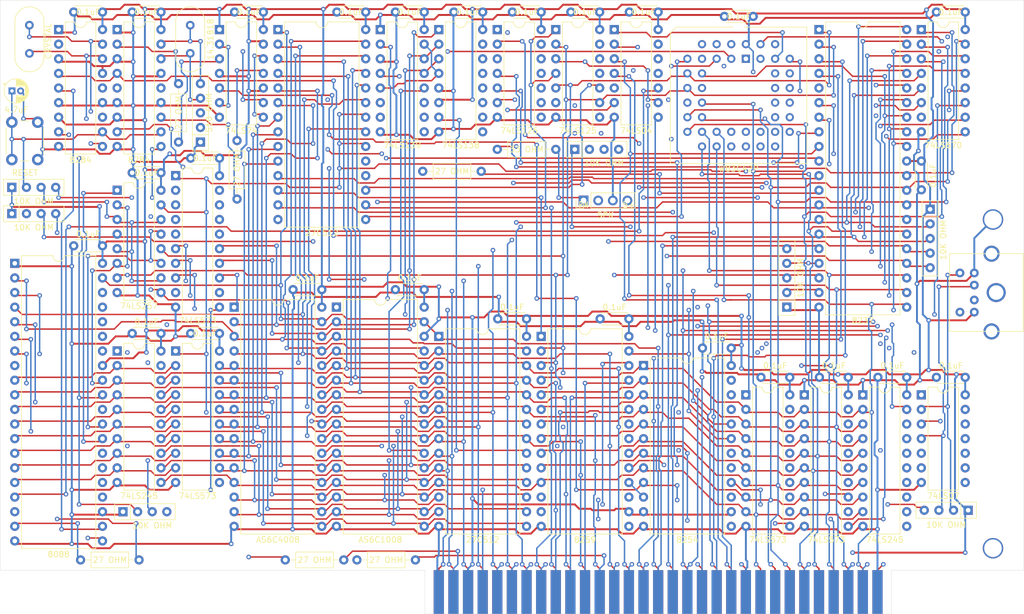
<source format=kicad_pcb>
(kicad_pcb (version 20171130) (host pcbnew "(5.1.8)-1")
  (layers (0 F.Cu signal) (1 In1.Cu signal) (2 In2.Cu signal) (31 B.Cu signal) (34 B.Paste user) (35 F.Paste user) (36 B.SilkS user) (37 F.SilkS user) (38 B.Mask user) (39 F.Mask user) (44 Edge.Cuts user))
  (net 0 "")
  (net 1 /A15)
  (net 2 /CLK88)
  (net 3 /A16_)
  (net 4 /INTR)
  (net 5 /A17_)
  (net 6 /A18_)
  (net 7 /AD0)
  (net 8 /A19_)
  (net 9 /AD1)
  (net 10 "Net-(U1-Pad34)")
  (net 11 /AD2)
  (net 12 /AD3)
  (net 13 /RD)
  (net 14 /AD4)
  (net 15 /HOLD)
  (net 16 /AD5)
  (net 17 /HOLDA)
  (net 18 /AD6)
  (net 19 /WR)
  (net 20 /AD7)
  (net 21 /IOM)
  (net 22 /A8)
  (net 23 /DTR)
  (net 24 /A9)
  (net 25 /DEN)
  (net 26 /A10)
  (net 27 /ALE)
  (net 28 /A11)
  (net 29 /INTA)
  (net 30 /A12)
  (net 31 /A13)
  (net 32 /A14)
  (net 33 /RESET)
  (net 34 /A0)
  (net 35 /A1)
  (net 36 /A2)
  (net 37 /A3)
  (net 38 /A4)
  (net 39 /A5)
  (net 40 /A6)
  (net 41 /A7)
  (net 42 /A16)
  (net 43 /A17)
  (net 44 /A18)
  (net 45 /A19)
  (net 46 /D0)
  (net 47 /D1)
  (net 48 /D2)
  (net 49 /D3)
  (net 50 /D4)
  (net 51 /D5)
  (net 52 /D6)
  (net 53 /D7)
  (net 54 /MWR)
  (net 55 /MRD)
  (net 56 /IORD)
  (net 57 /PU1)
  (net 58 /IOWR)
  (net 59 /GND)
  (net 60 /5+)
  (net 61 /40_CS)
  (net 62 "Net-(U6-Pad13)")
  (net 63 "Net-(U6-Pad12)")
  (net 64 "Net-(U6-Pad15)")
  (net 65 /20_CS)
  (net 66 /00_CS)
  (net 67 "Net-(U9-Pad18)")
  (net 68 /80_CS)
  (net 69 /61_CS)
  (net 70 /60_CS)
  (net 71 /DACK3)
  (net 72 /DACK2)
  (net 73 /AEN)
  (net 74 /ADSTB)
  (net 75 "Net-(U10-Pad5)")
  (net 76 /DACK1)
  (net 77 "Net-(J1-Pad8)")
  (net 78 /UPPER_512K)
  (net 79 "Net-(U12-Pad7)")
  (net 80 "Net-(U12-Pad6)")
  (net 81 /CS_128K)
  (net 82 /CS_512K)
  (net 83 "Net-(U12-Pad11)")
  (net 84 "Net-(U12-Pad10)")
  (net 85 "Net-(U12-Pad9)")
  (net 86 "Net-(U14-Pad1)")
  (net 87 /CS_ROM)
  (net 88 "Net-(U16-Pad15)")
  (net 89 "Net-(U16-Pad14)")
  (net 90 "Net-(U16-Pad13)")
  (net 91 "Net-(U16-Pad12)")
  (net 92 "Net-(U16-Pad11)")
  (net 93 "Net-(U16-Pad10)")
  (net 94 "Net-(U16-Pad9)")
  (net 95 /OSC88)
  (net 96 /IRQ3)
  (net 97 /IRQ4)
  (net 98 /IRQ5)
  (net 99 /IRQ6)
  (net 100 /IRQ7)
  (net 101 /IRQ2)
  (net 102 /IRQ0)
  (net 103 /HF_PCLK)
  (net 104 /SPK_OUT)
  (net 105 /SPK_GO)
  (net 106 /DRQ0)
  (net 107 /IRQ1)
  (net 108 /RESOUT)
  (net 109 /X1)
  (net 110 /X2)
  (net 111 /CLK)
  (net 112 /PCLK)
  (net 113 /PCLK88)
  (net 114 /OSC)
  (net 115 /OSC88HF)
  (net 116 "Net-(U17-Pad14)")
  (net 117 /READY)
  (net 118 /RDY1)
  (net 119 /CH_CK)
  (net 120 /TC)
  (net 121 /REFRQ)
  (net 122 /DRQ1)
  (net 123 /DRQ3)
  (net 124 /12+)
  (net 125 /12-)
  (net 126 /DRQ2)
  (net 127 /5-)
  (net 128 /FB2)
  (net 129 /FB1)
  (net 130 /HF_OSC)
  (net 131 "Net-(U19-Pad37)")
  (net 132 "Net-(U19-Pad35)")
  (net 133 "Net-(U19-Pad33)")
  (net 134 "Net-(U19-Pad31)")
  (net 135 "Net-(U19-Pad40)")
  (net 136 "Net-(U19-Pad36)")
  (net 137 "Net-(U19-Pad34)")
  (net 138 "Net-(U19-Pad32)")
  (net 139 "Net-(U19-Pad30)")
  (net 140 "Net-(U19-Pad28)")
  (net 141 "Net-(U19-Pad26)")
  (net 142 "Net-(U19-Pad24)")
  (net 143 "Net-(U19-Pad29)")
  (net 144 "Net-(U19-Pad27)")
  (net 145 "Net-(U19-Pad25)")
  (net 146 "Net-(U19-Pad23)")
  (net 147 "Net-(U19-Pad13)")
  (net 148 "Net-(U19-Pad12)")
  (net 149 /KBD_DATA)
  (net 150 "Net-(U19-Pad6)")
  (net 151 "Net-(U19-Pad4)")
  (net 152 /T0)
  (net 153 /KBD_CLK)
  (net 154 /T1)
  (net 155 "Net-(U19-Pad1)")
  (net 156 "Net-(J2-Pad6)")
  (net 157 "Net-(J2-Pad2)")
  (net 158 /KBD_CLK_INVERTED)
  (net 159 /CLK_88)
  (net 160 /READY1)
  (net 161 /RESET1)
  (net 162 /X1A)
  (net 163 /X2A)
  (net 164 "Net-(U22-Pad14)")
  (net 165 "Net-(U22-Pad12)")
  (net 166 "Net-(U22-Pad2)")
  (net 167 /PORT_61_7)
  (net 168 /PORT_61_6)
  (net 169 /NMI_EN)
  (net 170 /PORT_61_4)
  (net 171 /PORT_61_3)
  (net 172 /PORT_61_2)
  (net 173 /SPK_EN)
  (net 174 /DRQ0_)
  (net 175 /CLK88_1)
  (net 176 /AEN_OE)
  (net 177 /EOP)
  (net 178 /CS_61_RD)
  (net 179 /CS_61_WR)
  (net 180 /E0_CS)
  (net 181 /CS_61_WR_)
  (net 182 /NMI)
  (net 183 /CH_CK_)
  (net 184 /SPK_PIN)
  (net 185 "Net-(U3-Pad19)")
  (net 186 "Net-(U3-Pad18)")
  (net 187 "Net-(U3-Pad17)")
  (net 188 "Net-(U3-Pad16)")
  (net 189 "Net-(U3-Pad5)")
  (net 190 "Net-(U3-Pad4)")
  (net 191 "Net-(U3-Pad3)")
  (net 192 "Net-(U3-Pad2)")
  (net 193 /760_WR)
  (net 194 "Net-(J3-Pad2)")
  (net 195 /SPK_PIN_O)
  (net 196 /CLK1)
  (net 197 "Net-(R14-Pad4)")
  (module Resistor_THT:R_Array_SIP5 (layer F.Cu) (at 195.072 91.44 90)
    (fp_text reference R17 hide)
    (fp_text value "10K OHM" (at 5.08 2.4 90) (layer F.SilkS))
    (pad 5 thru_hole oval (at 10.16 0 90) (size 1.6 1.6) (drill 0.8) (layers *.Cu *.Mask) (net 123 /DRQ3))
    (pad 4 thru_hole oval (at 7.62 0 90) (size 1.6 1.6) (drill 0.8) (layers *.Cu *.Mask) (net 126 /DRQ2))
    (pad 3 thru_hole oval (at 5.08 0 90) (size 1.6 1.6) (drill 0.8) (layers *.Cu *.Mask) (net 122 /DRQ1))
    (pad 2 thru_hole oval (at 2.54 0 90) (size 1.6 1.6) (drill 0.8) (layers *.Cu *.Mask) (net 174 /DRQ0_))
    (pad 1 thru_hole rect (at 0 0 90) (size 1.6 1.6) (drill 0.8) (layers *.Cu *.Mask) (net 59 /GND))
  )
  (module Resistor_THT:R_Array_SIP5 (layer F.Cu) (at 219.964 74.422 270)
    (fp_text reference R16 hide)
    (fp_text value "10K OHM" (at 5.334 -2.286 90) (layer F.SilkS))
    (pad 5 thru_hole oval (at 10.16 0 270) (size 1.6 1.6) (drill 0.8) (layers *.Cu *.Mask) (net 76 /DACK1))
    (pad 4 thru_hole oval (at 7.62 0 270) (size 1.6 1.6) (drill 0.8) (layers *.Cu *.Mask) (net 121 /REFRQ))
    (pad 3 thru_hole oval (at 5.08 0 270) (size 1.6 1.6) (drill 0.8) (layers *.Cu *.Mask) (net 71 /DACK3))
    (pad 2 thru_hole oval (at 2.54 0 270) (size 1.6 1.6) (drill 0.8) (layers *.Cu *.Mask) (net 72 /DACK2))
    (pad 1 thru_hole rect (at 0 0 270) (size 1.6 1.6) (drill 0.8) (layers *.Cu *.Mask) (net 60 /5+))
  )
  (module Resistor_THT:R_Array_SIP4 (layer F.Cu) (at 79.756 127)
    (fp_text reference R14 hide)
    (fp_text value "10K OHM" (at 5.08 2.4) (layer F.SilkS))
    (pad 4 thru_hole oval (at 7.62 0) (size 1.6 1.6) (drill 0.8) (layers *.Cu *.Mask) (net 197 "Net-(R14-Pad4)"))
    (pad 3 thru_hole oval (at 5.08 0) (size 1.6 1.6) (drill 0.8) (layers *.Cu *.Mask) (net 25 /DEN))
    (pad 2 thru_hole oval (at 2.54 0) (size 1.6 1.6) (drill 0.8) (layers *.Cu *.Mask) (net 15 /HOLD))
    (pad 1 thru_hole rect (at 0 0) (size 1.6 1.6) (drill 0.8) (layers *.Cu *.Mask) (net 59 /GND))
  )
  (module Resistor_THT:R_Array_SIP4 (layer F.Cu) (at 158.242 64.008)
    (fp_text reference R12 hide)
    (fp_text value "10K OHM" (at 5.08 2.4) (layer F.SilkS))
    (pad 4 thru_hole oval (at 7.62 0) (size 1.6 1.6) (drill 0.8) (layers *.Cu *.Mask) (net 183 /CH_CK_))
    (pad 3 thru_hole oval (at 5.08 0) (size 1.6 1.6) (drill 0.8) (layers *.Cu *.Mask) (net 178 /CS_61_RD))
    (pad 2 thru_hole oval (at 2.54 0) (size 1.6 1.6) (drill 0.8) (layers *.Cu *.Mask) (net 179 /CS_61_WR))
    (pad 1 thru_hole rect (at 0 0) (size 1.6 1.6) (drill 0.8) (layers *.Cu *.Mask) (net 60 /5+))
  )
  (module Resistor_THT:R_Array_SIP4 (layer F.Cu) (at 60.452 70.612)
    (fp_text reference R2 hide)
    (fp_text value "10K OHM" (at 3.81 2.4) (layer F.SilkS))
    (pad 4 thru_hole oval (at 7.62 0) (size 1.6 1.6) (drill 0.8) (layers *.Cu *.Mask) (net 56 /IORD))
    (pad 3 thru_hole oval (at 5.08 0) (size 1.6 1.6) (drill 0.8) (layers *.Cu *.Mask) (net 57 /PU1))
    (pad 2 thru_hole oval (at 2.54 0) (size 1.6 1.6) (drill 0.8) (layers *.Cu *.Mask) (net 33 /RESET))
    (pad 1 thru_hole rect (at 0 0) (size 1.6 1.6) (drill 0.8) (layers *.Cu *.Mask) (net 60 /5+))
  )
  (module Resistor_THT:R_Array_SIP4 (layer F.Cu) (at 60.452 75.184)
    (fp_text reference R1 hide)
    (fp_text value "10K OHM" (at 3.81 2.4) (layer F.SilkS))
    (pad 4 thru_hole oval (at 7.62 0) (size 1.6 1.6) (drill 0.8) (layers *.Cu *.Mask) (net 58 /IOWR))
    (pad 3 thru_hole oval (at 5.08 0) (size 1.6 1.6) (drill 0.8) (layers *.Cu *.Mask) (net 55 /MRD))
    (pad 2 thru_hole oval (at 2.54 0) (size 1.6 1.6) (drill 0.8) (layers *.Cu *.Mask) (net 54 /MWR))
    (pad 1 thru_hole rect (at 0 0) (size 1.6 1.6) (drill 0.8) (layers *.Cu *.Mask) (net 60 /5+))
  )
  (module Resistor_THT:R_Array_SIP5 (layer F.Cu) (at 93.218 62.738 90)
    (fp_text reference R18 hide)
    (fp_text value "510 OHM" (at 5.08 1.524 90) (layer F.SilkS))
    (pad 5 thru_hole oval (at 10.16 0 90) (size 1.6 1.6) (drill 0.8) (layers *.Cu *.Mask) (net 109 /X1))
    (pad 4 thru_hole oval (at 7.62 0 90) (size 1.6 1.6) (drill 0.8) (layers *.Cu *.Mask) (net 110 /X2))
    (pad 3 thru_hole oval (at 5.08 0 90) (size 1.6 1.6) (drill 0.8) (layers *.Cu *.Mask) (net 162 /X1A))
    (pad 2 thru_hole oval (at 2.54 0 90) (size 1.6 1.6) (drill 0.8) (layers *.Cu *.Mask) (net 163 /X2A))
    (pad 1 thru_hole rect (at 0 0 90) (size 1.6 1.6) (drill 0.8) (layers *.Cu *.Mask) (net 59 /GND))
  )
  (module Resistor_THT:R_Axial_DIN0207_L6.3mm_D2.5mm_P10.16mm_Horizontal (layer F.Cu) (at 154.94 64.008 180)
    (fp_text reference R13 hide)
    (fp_text value "33 OHM" (at 5.08 0) (layer F.SilkS))
    (pad 2 thru_hole oval (at 10.16 0 180) (size 1.6 1.6) (drill 0.8) (layers *.Cu *.Mask) (net 184 /SPK_PIN))
    (pad 1 thru_hole circle (at 0 0 180) (size 1.6 1.6) (drill 0.8) (layers *.Cu *.Mask) (net 195 /SPK_PIN_O))
  )
  (module Resistor_THT:R_Axial_DIN0207_L6.3mm_D2.5mm_P10.16mm_Horizontal (layer F.Cu) (at 131.826 67.818)
    (fp_text reference R11 hide)
    (fp_text value "27 OHM" (at 5.08 0) (layer F.SilkS))
    (pad 2 thru_hole oval (at 10.16 0) (size 1.6 1.6) (drill 0.8) (layers *.Cu *.Mask) (net 175 /CLK88_1))
    (pad 1 thru_hole circle (at 0 0) (size 1.6 1.6) (drill 0.8) (layers *.Cu *.Mask) (net 111 /CLK))
  )
  (module Resistor_THT:R_Axial_DIN0207_L6.3mm_D2.5mm_P10.16mm_Horizontal (layer F.Cu) (at 72.39 135.382)
    (fp_text reference R9 hide)
    (fp_text value "27 OHM" (at 5.08 0) (layer F.SilkS))
    (pad 2 thru_hole oval (at 10.16 0) (size 1.6 1.6) (drill 0.8) (layers *.Cu *.Mask) (net 196 /CLK1))
    (pad 1 thru_hole circle (at 0 0) (size 1.6 1.6) (drill 0.8) (layers *.Cu *.Mask) (net 159 /CLK_88))
  )
  (module Resistor_THT:R_Array_SIP4 (layer F.Cu) (at 226.568 126.746 180)
    (fp_text reference R7 hide)
    (fp_text value "10K OHM" (at 3.81 -2.54) (layer F.SilkS))
    (pad 4 thru_hole oval (at 7.62 0 180) (size 1.6 1.6) (drill 0.8) (layers *.Cu *.Mask) (net 119 /CH_CK))
    (pad 3 thru_hole oval (at 5.08 0 180) (size 1.6 1.6) (drill 0.8) (layers *.Cu *.Mask) (net 154 /T1))
    (pad 2 thru_hole oval (at 2.54 0 180) (size 1.6 1.6) (drill 0.8) (layers *.Cu *.Mask) (net 152 /T0))
    (pad 1 thru_hole rect (at 0 0 180) (size 1.6 1.6) (drill 0.8) (layers *.Cu *.Mask) (net 60 /5+))
  )
  (module Resistor_THT:R_Axial_DIN0207_L6.3mm_D2.5mm_P10.16mm_Horizontal (layer F.Cu) (at 107.95 135.382)
    (fp_text reference R6 hide)
    (fp_text value "27 OHM" (at 5.08 0) (layer F.SilkS))
    (pad 2 thru_hole oval (at 10.16 0) (size 1.6 1.6) (drill 0.8) (layers *.Cu *.Mask) (net 95 /OSC88))
    (pad 1 thru_hole circle (at 0 0) (size 1.6 1.6) (drill 0.8) (layers *.Cu *.Mask) (net 114 /OSC))
  )
  (module Resistor_THT:R_Axial_DIN0207_L6.3mm_D2.5mm_P10.16mm_Horizontal (layer F.Cu) (at 99.568 62.484 270)
    (fp_text reference R5 hide)
    (fp_text value "27 OHM" (at 5.08 0 90) (layer F.SilkS))
    (pad 2 thru_hole oval (at 10.16 0 270) (size 1.6 1.6) (drill 0.8) (layers *.Cu *.Mask) (net 114 /OSC))
    (pad 1 thru_hole circle (at 0 0 270) (size 1.6 1.6) (drill 0.8) (layers *.Cu *.Mask) (net 115 /OSC88HF))
  )
  (module Resistor_THT:R_Axial_DIN0207_L6.3mm_D2.5mm_P10.16mm_Horizontal (layer F.Cu) (at 89.408 62.738 90)
    (fp_text reference R4 hide)
    (fp_text value "27 OHM" (at 5.08 0 90) (layer F.SilkS))
    (pad 2 thru_hole oval (at 10.16 0 90) (size 1.6 1.6) (drill 0.8) (layers *.Cu *.Mask) (net 112 /PCLK))
    (pad 1 thru_hole circle (at 0 0 90) (size 1.6 1.6) (drill 0.8) (layers *.Cu *.Mask) (net 113 /PCLK88))
  )
  (module Resistor_THT:R_Axial_DIN0207_L6.3mm_D2.5mm_P10.16mm_Horizontal (layer F.Cu) (at 120.396 135.382)
    (fp_text reference R3 hide)
    (fp_text value "27 OHM" (at 5.08 0) (layer F.SilkS))
    (pad 2 thru_hole oval (at 10.16 0) (size 1.6 1.6) (drill 0.8) (layers *.Cu *.Mask) (net 2 /CLK88))
    (pad 1 thru_hole circle (at 0 0) (size 1.6 1.6) (drill 0.8) (layers *.Cu *.Mask) (net 111 /CLK))
  )
  (module Connector_PinHeader_2.54mm:PinHeader_1x04_P2.54mm_Vertical (layer F.Cu) (at 159.766 72.898 90)
    (fp_text reference J3 hide)
    (fp_text value SPK (at -2.54 3.81 180) (layer F.SilkS))
    (pad 4 thru_hole oval (at 0 7.62 90) (size 1.7 1.7) (drill 1) (layers *.Cu *.Mask) (net 60 /5+))
    (pad 3 thru_hole oval (at 0 5.08 90) (size 1.7 1.7) (drill 1) (layers *.Cu *.Mask) (net 59 /GND))
    (pad 2 thru_hole oval (at 0 2.54 90) (size 1.7 1.7) (drill 1) (layers *.Cu *.Mask) (net 194 "Net-(J3-Pad2)"))
    (pad 1 thru_hole rect (at 0 0 90) (size 1.7 1.7) (drill 1) (layers *.Cu *.Mask) (net 195 /SPK_PIN_O))
  )
  (module Capacitor_THT:C_Disc_D4.3mm_W1.9mm_P5.00mm (layer F.Cu) (at 162.56 40.132 180)
    (fp_text reference C26 hide)
    (fp_text value 0.1uF (at 2.54 0) (layer F.SilkS))
    (pad 2 thru_hole circle (at 5 0 180) (size 1.6 1.6) (drill 0.8) (layers *.Cu *.Mask) (net 59 /GND))
    (pad 1 thru_hole circle (at 0 0 180) (size 1.6 1.6) (drill 0.8) (layers *.Cu *.Mask) (net 60 /5+))
  )
  (module Capacitor_THT:C_Disc_D4.3mm_W1.9mm_P5.00mm (layer F.Cu) (at 152.4 40.132 180)
    (fp_text reference C25 hide)
    (fp_text value 0.1uF (at 2.5 0 unlocked) (layer F.SilkS))
    (pad 2 thru_hole circle (at 5 0 180) (size 1.6 1.6) (drill 0.8) (layers *.Cu *.Mask) (net 59 /GND))
    (pad 1 thru_hole circle (at 0 0 180) (size 1.6 1.6) (drill 0.8) (layers *.Cu *.Mask) (net 60 /5+))
  )
  (module Capacitor_THT:C_Disc_D4.3mm_W1.9mm_P5.00mm (layer F.Cu) (at 205.74 103.632 180)
    (fp_text reference C24 hide)
    (fp_text value 0.1uF (at 2.5 2.032) (layer F.SilkS))
    (pad 2 thru_hole circle (at 5 0 180) (size 1.6 1.6) (drill 0.8) (layers *.Cu *.Mask) (net 59 /GND))
    (pad 1 thru_hole circle (at 0 0 180) (size 1.6 1.6) (drill 0.8) (layers *.Cu *.Mask) (net 60 /5+))
  )
  (module Capacitor_THT:C_Disc_D4.3mm_W1.9mm_P5.00mm (layer F.Cu) (at 215.9 103.632 180)
    (fp_text reference C23 hide)
    (fp_text value 0.1uF (at 2.5 2.032) (layer F.SilkS))
    (pad 2 thru_hole circle (at 5 0 180) (size 1.6 1.6) (drill 0.8) (layers *.Cu *.Mask) (net 59 /GND))
    (pad 1 thru_hole circle (at 0 0 180) (size 1.6 1.6) (drill 0.8) (layers *.Cu *.Mask) (net 60 /5+))
  )
  (module Capacitor_THT:C_Disc_D4.3mm_W1.9mm_P5.00mm (layer F.Cu) (at 76.2 40.132 180)
    (fp_text reference C22 hide)
    (fp_text value 0.1uF (at 2.5 0) (layer F.SilkS))
    (pad 2 thru_hole circle (at 5 0 180) (size 1.6 1.6) (drill 0.8) (layers *.Cu *.Mask) (net 59 /GND))
    (pad 1 thru_hole circle (at 0 0 180) (size 1.6 1.6) (drill 0.8) (layers *.Cu *.Mask) (net 60 /5+))
  )
  (module Capacitor_THT:C_Disc_D4.3mm_W1.9mm_P5.00mm (layer F.Cu) (at 172.72 40.132 180)
    (fp_text reference C21 hide)
    (fp_text value 0.1uF (at 2.54 0 unlocked) (layer F.SilkS))
    (pad 2 thru_hole circle (at 5 0 180) (size 1.6 1.6) (drill 0.8) (layers *.Cu *.Mask) (net 59 /GND))
    (pad 1 thru_hole circle (at 0 0 180) (size 1.6 1.6) (drill 0.8) (layers *.Cu *.Mask) (net 60 /5+))
  )
  (module Capacitor_THT:C_Disc_D4.3mm_W1.9mm_P5.00mm (layer F.Cu) (at 226.06 103.632 180)
    (fp_text reference C20 hide)
    (fp_text value 0.1uF (at 2.5 2.032) (layer F.SilkS))
    (pad 2 thru_hole circle (at 5 0 180) (size 1.6 1.6) (drill 0.8) (layers *.Cu *.Mask) (net 59 /GND))
    (pad 1 thru_hole circle (at 0 0 180) (size 1.6 1.6) (drill 0.8) (layers *.Cu *.Mask) (net 60 /5+))
  )
  (module Capacitor_THT:C_Disc_D4.3mm_W1.9mm_P5.00mm (layer F.Cu) (at 189.23 40.894 180)
    (fp_text reference C19 hide)
    (fp_text value 0.1uF (at 2.5 0) (layer F.SilkS))
    (pad 2 thru_hole circle (at 5 0 180) (size 1.6 1.6) (drill 0.8) (layers *.Cu *.Mask) (net 59 /GND))
    (pad 1 thru_hole circle (at 0 0 180) (size 1.6 1.6) (drill 0.8) (layers *.Cu *.Mask) (net 60 /5+))
  )
  (module Capacitor_THT:C_Disc_D4.3mm_W1.9mm_P5.00mm (layer F.Cu) (at 104.14 40.132 180)
    (fp_text reference C18 hide)
    (fp_text value 0.1uF (at 2.54 0 unlocked) (layer F.SilkS))
    (pad 2 thru_hole circle (at 5 0 180) (size 1.6 1.6) (drill 0.8) (layers *.Cu *.Mask) (net 59 /GND))
    (pad 1 thru_hole circle (at 0 0 180) (size 1.6 1.6) (drill 0.8) (layers *.Cu *.Mask) (net 60 /5+))
  )
  (module Capacitor_THT:C_Disc_D4.3mm_W1.9mm_P5.00mm (layer F.Cu) (at 86.36 40.132 180)
    (fp_text reference C17 hide)
    (fp_text value 0.1uF (at 2.54 0 unlocked) (layer F.SilkS))
    (pad 2 thru_hole circle (at 5 0 180) (size 1.6 1.6) (drill 0.8) (layers *.Cu *.Mask) (net 59 /GND))
    (pad 1 thru_hole circle (at 0 0 180) (size 1.6 1.6) (drill 0.8) (layers *.Cu *.Mask) (net 60 /5+))
  )
  (module Capacitor_THT:C_Disc_D4.3mm_W1.9mm_P5.00mm (layer F.Cu) (at 142.24 40.132 180)
    (fp_text reference C16 hide)
    (fp_text value 0.1uF (at 2.54 0 unlocked) (layer F.SilkS))
    (pad 2 thru_hole circle (at 5 0 180) (size 1.6 1.6) (drill 0.8) (layers *.Cu *.Mask) (net 59 /GND))
    (pad 1 thru_hole circle (at 0 0 180) (size 1.6 1.6) (drill 0.8) (layers *.Cu *.Mask) (net 60 /5+))
  )
  (module Capacitor_THT:C_Disc_D4.3mm_W1.9mm_P5.00mm (layer F.Cu) (at 149.86 93.472 180)
    (fp_text reference C15 hide)
    (fp_text value 0.1uF (at 2.5 2.032 unlocked) (layer F.SilkS))
    (pad 2 thru_hole circle (at 5 0 180) (size 1.6 1.6) (drill 0.8) (layers *.Cu *.Mask) (net 59 /GND))
    (pad 1 thru_hole circle (at 0 0 180) (size 1.6 1.6) (drill 0.8) (layers *.Cu *.Mask) (net 60 /5+))
  )
  (module Capacitor_THT:C_Disc_D4.3mm_W1.9mm_P5.00mm (layer F.Cu) (at 132.08 88.392 180)
    (fp_text reference C14 hide)
    (fp_text value 0.1uF (at 2.5 2.032 unlocked) (layer F.SilkS))
    (pad 2 thru_hole circle (at 5 0 180) (size 1.6 1.6) (drill 0.8) (layers *.Cu *.Mask) (net 59 /GND))
    (pad 1 thru_hole circle (at 0 0 180) (size 1.6 1.6) (drill 0.8) (layers *.Cu *.Mask) (net 60 /5+))
  )
  (module Capacitor_THT:C_Disc_D4.3mm_W1.9mm_P5.00mm (layer F.Cu) (at 114.3 88.392 180)
    (fp_text reference C13 hide)
    (fp_text value 0.1uF (at 2.54 2.032 unlocked) (layer F.SilkS))
    (pad 2 thru_hole circle (at 5 0 180) (size 1.6 1.6) (drill 0.8) (layers *.Cu *.Mask) (net 59 /GND))
    (pad 1 thru_hole circle (at 0 0 180) (size 1.6 1.6) (drill 0.8) (layers *.Cu *.Mask) (net 60 /5+))
  )
  (module Capacitor_THT:C_Disc_D4.3mm_W1.9mm_P5.00mm (layer F.Cu) (at 132.08 40.132 180)
    (fp_text reference C12 hide)
    (fp_text value 0.1uF (at 2.54 0) (layer F.SilkS))
    (pad 2 thru_hole circle (at 5 0 180) (size 1.6 1.6) (drill 0.8) (layers *.Cu *.Mask) (net 59 /GND))
    (pad 1 thru_hole circle (at 0 0 180) (size 1.6 1.6) (drill 0.8) (layers *.Cu *.Mask) (net 60 /5+))
  )
  (module Capacitor_THT:C_Disc_D4.3mm_W1.9mm_P5.00mm (layer F.Cu) (at 195.58 103.632 180)
    (fp_text reference C11 hide)
    (fp_text value 0.1uF (at 2.54 2.032 unlocked) (layer F.SilkS))
    (pad 2 thru_hole circle (at 5 0 180) (size 1.6 1.6) (drill 0.8) (layers *.Cu *.Mask) (net 59 /GND))
    (pad 1 thru_hole circle (at 0 0 180) (size 1.6 1.6) (drill 0.8) (layers *.Cu *.Mask) (net 60 /5+))
  )
  (module Capacitor_THT:C_Disc_D4.3mm_W1.9mm_P5.00mm (layer F.Cu) (at 218.44 66.04 270)
    (fp_text reference C10 hide)
    (fp_text value 0.1uF (at 2.54 -2.032 90 unlocked) (layer F.SilkS))
    (pad 2 thru_hole circle (at 5 0 270) (size 1.6 1.6) (drill 0.8) (layers *.Cu *.Mask) (net 59 /GND))
    (pad 1 thru_hole circle (at 0 0 270) (size 1.6 1.6) (drill 0.8) (layers *.Cu *.Mask) (net 60 /5+))
  )
  (module Capacitor_THT:C_Disc_D4.3mm_W1.9mm_P5.00mm (layer F.Cu) (at 121.92 40.132 180)
    (fp_text reference C9 hide)
    (fp_text value 0.1uF (at 2.54 0) (layer F.SilkS))
    (pad 2 thru_hole circle (at 5 0 180) (size 1.6 1.6) (drill 0.8) (layers *.Cu *.Mask) (net 59 /GND))
    (pad 1 thru_hole circle (at 0 0 180) (size 1.6 1.6) (drill 0.8) (layers *.Cu *.Mask) (net 60 /5+))
  )
  (module Capacitor_THT:C_Disc_D4.3mm_W1.9mm_P5.00mm (layer F.Cu) (at 86.36 68.072 180)
    (fp_text reference C8 hide)
    (fp_text value 0.1uF (at 2.5 0) (layer F.SilkS))
    (pad 2 thru_hole circle (at 5 0 180) (size 1.6 1.6) (drill 0.8) (layers *.Cu *.Mask) (net 59 /GND))
    (pad 1 thru_hole circle (at 0 0 180) (size 1.6 1.6) (drill 0.8) (layers *.Cu *.Mask) (net 60 /5+))
  )
  (module Capacitor_THT:C_Disc_D4.3mm_W1.9mm_P5.00mm (layer F.Cu) (at 226.06 40.132 180)
    (fp_text reference C7 hide)
    (fp_text value 0.1uF (at 2.54 0 unlocked) (layer F.SilkS))
    (pad 2 thru_hole circle (at 5 0 180) (size 1.6 1.6) (drill 0.8) (layers *.Cu *.Mask) (net 59 /GND))
    (pad 1 thru_hole circle (at 0 0 180) (size 1.6 1.6) (drill 0.8) (layers *.Cu *.Mask) (net 60 /5+))
  )
  (module Capacitor_THT:C_Disc_D4.3mm_W1.9mm_P5.00mm (layer F.Cu) (at 167.64 93.472 180)
    (fp_text reference C6 hide)
    (fp_text value 0.1uF (at 2.5 2.032 unlocked) (layer F.SilkS))
    (pad 2 thru_hole circle (at 5 0 180) (size 1.6 1.6) (drill 0.8) (layers *.Cu *.Mask) (net 59 /GND))
    (pad 1 thru_hole circle (at 0 0 180) (size 1.6 1.6) (drill 0.8) (layers *.Cu *.Mask) (net 60 /5+))
  )
  (module Capacitor_THT:C_Disc_D4.3mm_W1.9mm_P5.00mm (layer F.Cu) (at 185.42 98.552 180)
    (fp_text reference C5 hide)
    (fp_text value 0.1uF (at 2.5 2.032 unlocked) (layer F.SilkS))
    (pad 2 thru_hole circle (at 5 0 180) (size 1.6 1.6) (drill 0.8) (layers *.Cu *.Mask) (net 59 /GND))
    (pad 1 thru_hole circle (at 0 0 180) (size 1.6 1.6) (drill 0.8) (layers *.Cu *.Mask) (net 60 /5+))
  )
  (module Capacitor_THT:C_Disc_D4.3mm_W1.9mm_P5.00mm (layer F.Cu) (at 86.36 96.012 180)
    (fp_text reference C4 hide)
    (fp_text value 0.1uF (at 2.5 2.032 unlocked) (layer F.SilkS))
    (pad 2 thru_hole circle (at 5 0 180) (size 1.6 1.6) (drill 0.8) (layers *.Cu *.Mask) (net 59 /GND))
    (pad 1 thru_hole circle (at 0 0 180) (size 1.6 1.6) (drill 0.8) (layers *.Cu *.Mask) (net 60 /5+))
  )
  (module Capacitor_THT:C_Disc_D4.3mm_W1.9mm_P5.00mm (layer F.Cu) (at 96.52 65.532 180)
    (fp_text reference C3 hide)
    (fp_text value 0.1uF (at 2.5 0) (layer F.SilkS))
    (pad 2 thru_hole circle (at 5 0 180) (size 1.6 1.6) (drill 0.8) (layers *.Cu *.Mask) (net 59 /GND))
    (pad 1 thru_hole circle (at 0 0 180) (size 1.6 1.6) (drill 0.8) (layers *.Cu *.Mask) (net 60 /5+))
  )
  (module Capacitor_THT:C_Disc_D4.3mm_W1.9mm_P5.00mm (layer F.Cu) (at 96.52 96.012 180)
    (fp_text reference C2 hide)
    (fp_text value 0.1uF (at 2.54 0 unlocked) (layer F.SilkS))
    (pad 2 thru_hole circle (at 5 0 180) (size 1.6 1.6) (drill 0.8) (layers *.Cu *.Mask) (net 59 /GND))
    (pad 1 thru_hole circle (at 0 0 180) (size 1.6 1.6) (drill 0.8) (layers *.Cu *.Mask) (net 60 /5+))
  )
  (module Capacitor_THT:C_Disc_D4.3mm_W1.9mm_P5.00mm (layer F.Cu) (at 76.2 80.772 180)
    (fp_text reference C1 hide)
    (fp_text value 0.1uF (at 2.5 2.032) (layer F.SilkS))
    (pad 2 thru_hole circle (at 5 0 180) (size 1.6 1.6) (drill 0.8) (layers *.Cu *.Mask) (net 59 /GND))
    (pad 1 thru_hole circle (at 0 0 180) (size 1.6 1.6) (drill 0.8) (layers *.Cu *.Mask) (net 60 /5+))
  )
  (module My:BUS_8_BIT (layer F.Cu) (at 210.82 137.16 270)
    (fp_text reference J1 hide)
    (fp_text value Bus_ISA_8bit hide)
    (pad 62 connect rect (at 3.81 76.2) (size 1.78 7.62) (layers F.Cu F.Mask) (net 34 /A0))
    (pad 61 connect rect (at 3.81 73.66) (size 1.78 7.62) (layers F.Cu F.Mask) (net 35 /A1))
    (pad 60 connect rect (at 3.81 71.12) (size 1.78 7.62) (layers F.Cu F.Mask) (net 36 /A2))
    (pad 59 connect rect (at 3.81 68.58) (size 1.78 7.62) (layers F.Cu F.Mask) (net 37 /A3))
    (pad 58 connect rect (at 3.81 66.04) (size 1.78 7.62) (layers F.Cu F.Mask) (net 38 /A4))
    (pad 57 connect rect (at 3.81 63.5) (size 1.78 7.62) (layers F.Cu F.Mask) (net 39 /A5))
    (pad 56 connect rect (at 3.81 60.96) (size 1.78 7.62) (layers F.Cu F.Mask) (net 40 /A6))
    (pad 55 connect rect (at 3.81 58.42) (size 1.78 7.62) (layers F.Cu F.Mask) (net 41 /A7))
    (pad 54 connect rect (at 3.81 55.88) (size 1.78 7.62) (layers F.Cu F.Mask) (net 22 /A8))
    (pad 53 connect rect (at 3.81 53.34) (size 1.78 7.62) (layers F.Cu F.Mask) (net 24 /A9))
    (pad 52 connect rect (at 3.81 50.8) (size 1.78 7.62) (layers F.Cu F.Mask) (net 26 /A10))
    (pad 51 connect rect (at 3.81 48.26) (size 1.78 7.62) (layers F.Cu F.Mask) (net 28 /A11))
    (pad 50 connect rect (at 3.81 45.72) (size 1.78 7.62) (layers F.Cu F.Mask) (net 30 /A12))
    (pad 49 connect rect (at 3.81 43.18) (size 1.78 7.62) (layers F.Cu F.Mask) (net 31 /A13))
    (pad 48 connect rect (at 3.81 40.64) (size 1.78 7.62) (layers F.Cu F.Mask) (net 32 /A14))
    (pad 47 connect rect (at 3.81 38.1) (size 1.78 7.62) (layers F.Cu F.Mask) (net 1 /A15))
    (pad 46 connect rect (at 3.81 35.56) (size 1.78 7.62) (layers F.Cu F.Mask) (net 42 /A16))
    (pad 45 connect rect (at 3.81 33.02) (size 1.78 7.62) (layers F.Cu F.Mask) (net 43 /A17))
    (pad 44 connect rect (at 3.81 30.48) (size 1.78 7.62) (layers F.Cu F.Mask) (net 44 /A18))
    (pad 43 connect rect (at 3.81 27.94) (size 1.78 7.62) (layers F.Cu F.Mask) (net 45 /A19))
    (pad 42 connect rect (at 3.81 25.4) (size 1.78 7.62) (layers F.Cu F.Mask) (net 73 /AEN))
    (pad 41 connect rect (at 3.81 22.86) (size 1.78 7.62) (layers F.Cu F.Mask) (net 118 /RDY1))
    (pad 40 connect rect (at 3.81 20.32) (size 1.78 7.62) (layers F.Cu F.Mask) (net 46 /D0))
    (pad 39 connect rect (at 3.81 17.78) (size 1.78 7.62) (layers F.Cu F.Mask) (net 47 /D1))
    (pad 38 connect rect (at 3.81 15.24) (size 1.78 7.62) (layers F.Cu F.Mask) (net 48 /D2))
    (pad 37 connect rect (at 3.81 12.7) (size 1.78 7.62) (layers F.Cu F.Mask) (net 49 /D3))
    (pad 36 connect rect (at 3.81 10.16) (size 1.78 7.62) (layers F.Cu F.Mask) (net 50 /D4))
    (pad 35 connect rect (at 3.81 7.62) (size 1.78 7.62) (layers F.Cu F.Mask) (net 51 /D5))
    (pad 34 connect rect (at 3.81 5.08) (size 1.78 7.62) (layers F.Cu F.Mask) (net 52 /D6))
    (pad 33 connect rect (at 3.81 2.54) (size 1.78 7.62) (layers F.Cu F.Mask) (net 53 /D7))
    (pad 32 connect rect (at 3.81 0) (size 1.78 7.62) (layers F.Cu F.Mask) (net 119 /CH_CK))
    (pad 31 connect rect (at 3.81 76.2) (size 1.78 7.62) (layers B.Cu B.Mask) (net 59 /GND))
    (pad 30 connect rect (at 3.81 73.66) (size 1.78 7.62) (layers B.Cu B.Mask) (net 95 /OSC88))
    (pad 29 connect rect (at 3.81 71.12) (size 1.78 7.62) (layers B.Cu B.Mask) (net 60 /5+))
    (pad 28 connect rect (at 3.81 68.58) (size 1.78 7.62) (layers B.Cu B.Mask) (net 27 /ALE))
    (pad 27 connect rect (at 3.81 66.04) (size 1.78 7.62) (layers B.Cu B.Mask) (net 120 /TC))
    (pad 26 connect rect (at 3.81 63.5) (size 1.78 7.62) (layers B.Cu B.Mask) (net 72 /DACK2))
    (pad 25 connect rect (at 3.81 60.96) (size 1.78 7.62) (layers B.Cu B.Mask) (net 96 /IRQ3))
    (pad 24 connect rect (at 3.81 58.42) (size 1.78 7.62) (layers B.Cu B.Mask) (net 97 /IRQ4))
    (pad 23 connect rect (at 3.81 55.88) (size 1.78 7.62) (layers B.Cu B.Mask) (net 98 /IRQ5))
    (pad 22 connect rect (at 3.81 53.34) (size 1.78 7.62) (layers B.Cu B.Mask) (net 99 /IRQ6))
    (pad 21 connect rect (at 3.81 50.8) (size 1.78 7.62) (layers B.Cu B.Mask) (net 100 /IRQ7))
    (pad 20 connect rect (at 3.81 48.26) (size 1.78 7.62) (layers B.Cu B.Mask) (net 2 /CLK88))
    (pad 19 connect rect (at 3.81 45.72) (size 1.78 7.62) (layers B.Cu B.Mask) (net 121 /REFRQ))
    (pad 18 connect rect (at 3.81 43.18) (size 1.78 7.62) (layers B.Cu B.Mask) (net 122 /DRQ1))
    (pad 17 connect rect (at 3.81 40.64) (size 1.78 7.62) (layers B.Cu B.Mask) (net 76 /DACK1))
    (pad 16 connect rect (at 3.81 38.1) (size 1.78 7.62) (layers B.Cu B.Mask) (net 123 /DRQ3))
    (pad 15 connect rect (at 3.81 35.56) (size 1.78 7.62) (layers B.Cu B.Mask) (net 71 /DACK3))
    (pad 14 connect rect (at 3.81 33.02) (size 1.78 7.62) (layers B.Cu B.Mask) (net 56 /IORD))
    (pad 13 connect rect (at 3.81 30.48) (size 1.78 7.62) (layers B.Cu B.Mask) (net 58 /IOWR))
    (pad 12 connect rect (at 3.81 27.94) (size 1.78 7.62) (layers B.Cu B.Mask) (net 55 /MRD))
    (pad 11 connect rect (at 3.81 25.4) (size 1.78 7.62) (layers B.Cu B.Mask) (net 54 /MWR))
    (pad 10 connect rect (at 3.81 22.86) (size 1.78 7.62) (layers B.Cu B.Mask) (net 59 /GND))
    (pad 9 connect rect (at 3.81 20.32) (size 1.78 7.62) (layers B.Cu B.Mask) (net 124 /12+))
    (pad 8 connect rect (at 3.81 17.78) (size 1.78 7.62) (layers B.Cu B.Mask) (net 77 "Net-(J1-Pad8)"))
    (pad 7 connect rect (at 3.81 15.24) (size 1.78 7.62) (layers B.Cu B.Mask) (net 125 /12-))
    (pad 6 connect rect (at 3.81 12.7) (size 1.78 7.62) (layers B.Cu B.Mask) (net 126 /DRQ2))
    (pad 5 connect rect (at 3.81 10.16) (size 1.78 7.62) (layers B.Cu B.Mask) (net 127 /5-))
    (pad 4 connect rect (at 3.81 7.62) (size 1.78 7.62) (layers B.Cu B.Mask) (net 101 /IRQ2))
    (pad 3 connect rect (at 3.81 5.08) (size 1.78 7.62) (layers B.Cu B.Mask) (net 60 /5+))
    (pad 2 connect rect (at 3.81 2.54) (size 1.78 7.62) (layers B.Cu B.Mask) (net 108 /RESOUT))
    (pad 1 connect rect (at 3.81 0) (size 1.78 7.62) (layers B.Cu B.Mask) (net 59 /GND))
  )
  (module Crystal:Crystal_HC18-U_Vertical (layer F.Cu) (at 63.5 47.318 90)
    (fp_text reference Y2 hide)
    (fp_text value CRYSTAL (at 2.106 3.302 90 unlocked) (layer F.SilkS))
    (pad 2 thru_hole circle (at 4.9 0 90) (size 1.5 1.5) (drill 0.8) (layers *.Cu *.Mask) (net 162 /X1A))
    (pad 1 thru_hole circle (at 0 0 90) (size 1.5 1.5) (drill 0.8) (layers *.Cu *.Mask) (net 163 /X2A))
  )
  (module Crystal:Crystal_HC18-U_Vertical (layer F.Cu) (at 91.44 47.318 90)
    (fp_text reference Y1 hide)
    (fp_text value 14.31818 (at 2.45 3.525 90) (layer F.SilkS))
    (pad 2 thru_hole circle (at 4.9 0 90) (size 1.5 1.5) (drill 0.8) (layers *.Cu *.Mask) (net 109 /X1))
    (pad 1 thru_hole circle (at 0 0 90) (size 1.5 1.5) (drill 0.8) (layers *.Cu *.Mask) (net 110 /X2))
  )
  (module Package_DIP:DIP-14_W7.62mm (layer F.Cu) (at 154.94 43.18)
    (fp_text reference U26 hide)
    (fp_text value 74LS125 (at 3.81 17.57 unlocked) (layer F.SilkS))
    (pad 14 thru_hole oval (at 7.62 0) (size 1.6 1.6) (drill 0.8) (layers *.Cu *.Mask) (net 60 /5+))
    (pad 7 thru_hole oval (at 0 15.24) (size 1.6 1.6) (drill 0.8) (layers *.Cu *.Mask) (net 59 /GND))
    (pad 13 thru_hole oval (at 7.62 2.54) (size 1.6 1.6) (drill 0.8) (layers *.Cu *.Mask))
    (pad 6 thru_hole oval (at 0 12.7) (size 1.6 1.6) (drill 0.8) (layers *.Cu *.Mask) (net 178 /CS_61_RD))
    (pad 12 thru_hole oval (at 7.62 5.08) (size 1.6 1.6) (drill 0.8) (layers *.Cu *.Mask))
    (pad 5 thru_hole oval (at 0 10.16) (size 1.6 1.6) (drill 0.8) (layers *.Cu *.Mask) (net 56 /IORD))
    (pad 11 thru_hole oval (at 7.62 7.62) (size 1.6 1.6) (drill 0.8) (layers *.Cu *.Mask))
    (pad 4 thru_hole oval (at 0 7.62) (size 1.6 1.6) (drill 0.8) (layers *.Cu *.Mask) (net 69 /61_CS))
    (pad 10 thru_hole oval (at 7.62 10.16) (size 1.6 1.6) (drill 0.8) (layers *.Cu *.Mask) (net 68 /80_CS))
    (pad 3 thru_hole oval (at 0 5.08) (size 1.6 1.6) (drill 0.8) (layers *.Cu *.Mask) (net 179 /CS_61_WR))
    (pad 9 thru_hole oval (at 7.62 12.7) (size 1.6 1.6) (drill 0.8) (layers *.Cu *.Mask) (net 58 /IOWR))
    (pad 2 thru_hole oval (at 0 2.54) (size 1.6 1.6) (drill 0.8) (layers *.Cu *.Mask) (net 58 /IOWR))
    (pad 8 thru_hole oval (at 7.62 15.24) (size 1.6 1.6) (drill 0.8) (layers *.Cu *.Mask) (net 193 /760_WR))
    (pad 1 thru_hole rect (at 0 0) (size 1.6 1.6) (drill 0.8) (layers *.Cu *.Mask) (net 69 /61_CS))
  )
  (module Package_DIP:DIP-14_W7.62mm (layer F.Cu) (at 144.78 43.18)
    (fp_text reference U25 hide)
    (fp_text value 74LS126 (at 3.81 17.57 unlocked) (layer F.SilkS))
    (pad 14 thru_hole oval (at 7.62 0) (size 1.6 1.6) (drill 0.8) (layers *.Cu *.Mask) (net 60 /5+))
    (pad 7 thru_hole oval (at 0 15.24) (size 1.6 1.6) (drill 0.8) (layers *.Cu *.Mask) (net 59 /GND))
    (pad 13 thru_hole oval (at 7.62 2.54) (size 1.6 1.6) (drill 0.8) (layers *.Cu *.Mask))
    (pad 6 thru_hole oval (at 0 12.7) (size 1.6 1.6) (drill 0.8) (layers *.Cu *.Mask) (net 184 /SPK_PIN))
    (pad 12 thru_hole oval (at 7.62 5.08) (size 1.6 1.6) (drill 0.8) (layers *.Cu *.Mask))
    (pad 5 thru_hole oval (at 0 10.16) (size 1.6 1.6) (drill 0.8) (layers *.Cu *.Mask) (net 104 /SPK_OUT))
    (pad 11 thru_hole oval (at 7.62 7.62) (size 1.6 1.6) (drill 0.8) (layers *.Cu *.Mask))
    (pad 4 thru_hole oval (at 0 7.62) (size 1.6 1.6) (drill 0.8) (layers *.Cu *.Mask) (net 173 /SPK_EN))
    (pad 10 thru_hole oval (at 7.62 10.16) (size 1.6 1.6) (drill 0.8) (layers *.Cu *.Mask))
    (pad 3 thru_hole oval (at 0 5.08) (size 1.6 1.6) (drill 0.8) (layers *.Cu *.Mask) (net 183 /CH_CK_))
    (pad 9 thru_hole oval (at 7.62 12.7) (size 1.6 1.6) (drill 0.8) (layers *.Cu *.Mask))
    (pad 2 thru_hole oval (at 0 2.54) (size 1.6 1.6) (drill 0.8) (layers *.Cu *.Mask) (net 119 /CH_CK))
    (pad 8 thru_hole oval (at 7.62 15.24) (size 1.6 1.6) (drill 0.8) (layers *.Cu *.Mask))
    (pad 1 thru_hole rect (at 0 0) (size 1.6 1.6) (drill 0.8) (layers *.Cu *.Mask) (net 169 /NMI_EN))
  )
  (module Package_DIP:DIP-20_W7.62mm (layer F.Cu) (at 198.12 106.68)
    (fp_text reference U24 hide)
    (fp_text value 74LS573 (at 3.81 25.19) (layer F.SilkS))
    (pad 20 thru_hole oval (at 7.62 0) (size 1.6 1.6) (drill 0.8) (layers *.Cu *.Mask) (net 60 /5+))
    (pad 10 thru_hole oval (at 0 22.86) (size 1.6 1.6) (drill 0.8) (layers *.Cu *.Mask) (net 59 /GND))
    (pad 19 thru_hole oval (at 7.62 2.54) (size 1.6 1.6) (drill 0.8) (layers *.Cu *.Mask) (net 167 /PORT_61_7))
    (pad 9 thru_hole oval (at 0 20.32) (size 1.6 1.6) (drill 0.8) (layers *.Cu *.Mask) (net 46 /D0))
    (pad 18 thru_hole oval (at 7.62 5.08) (size 1.6 1.6) (drill 0.8) (layers *.Cu *.Mask) (net 168 /PORT_61_6))
    (pad 8 thru_hole oval (at 0 17.78) (size 1.6 1.6) (drill 0.8) (layers *.Cu *.Mask) (net 47 /D1))
    (pad 17 thru_hole oval (at 7.62 7.62) (size 1.6 1.6) (drill 0.8) (layers *.Cu *.Mask) (net 169 /NMI_EN))
    (pad 7 thru_hole oval (at 0 15.24) (size 1.6 1.6) (drill 0.8) (layers *.Cu *.Mask) (net 48 /D2))
    (pad 16 thru_hole oval (at 7.62 10.16) (size 1.6 1.6) (drill 0.8) (layers *.Cu *.Mask) (net 170 /PORT_61_4))
    (pad 6 thru_hole oval (at 0 12.7) (size 1.6 1.6) (drill 0.8) (layers *.Cu *.Mask) (net 49 /D3))
    (pad 15 thru_hole oval (at 7.62 12.7) (size 1.6 1.6) (drill 0.8) (layers *.Cu *.Mask) (net 171 /PORT_61_3))
    (pad 5 thru_hole oval (at 0 10.16) (size 1.6 1.6) (drill 0.8) (layers *.Cu *.Mask) (net 50 /D4))
    (pad 14 thru_hole oval (at 7.62 15.24) (size 1.6 1.6) (drill 0.8) (layers *.Cu *.Mask) (net 172 /PORT_61_2))
    (pad 4 thru_hole oval (at 0 7.62) (size 1.6 1.6) (drill 0.8) (layers *.Cu *.Mask) (net 51 /D5))
    (pad 13 thru_hole oval (at 7.62 17.78) (size 1.6 1.6) (drill 0.8) (layers *.Cu *.Mask) (net 173 /SPK_EN))
    (pad 3 thru_hole oval (at 0 5.08) (size 1.6 1.6) (drill 0.8) (layers *.Cu *.Mask) (net 52 /D6))
    (pad 12 thru_hole oval (at 7.62 20.32) (size 1.6 1.6) (drill 0.8) (layers *.Cu *.Mask) (net 105 /SPK_GO))
    (pad 2 thru_hole oval (at 0 2.54) (size 1.6 1.6) (drill 0.8) (layers *.Cu *.Mask) (net 53 /D7))
    (pad 11 thru_hole oval (at 7.62 22.86) (size 1.6 1.6) (drill 0.8) (layers *.Cu *.Mask) (net 181 /CS_61_WR_))
    (pad 1 thru_hole rect (at 0 0) (size 1.6 1.6) (drill 0.8) (layers *.Cu *.Mask) (net 59 /GND))
  )
  (module Package_DIP:DIP-20_W7.62mm (layer F.Cu) (at 208.28 106.68)
    (fp_text reference U23 hide)
    (fp_text value 74LS245 (at 3.81 25.19) (layer F.SilkS))
    (pad 20 thru_hole oval (at 7.62 0) (size 1.6 1.6) (drill 0.8) (layers *.Cu *.Mask) (net 60 /5+))
    (pad 10 thru_hole oval (at 0 22.86) (size 1.6 1.6) (drill 0.8) (layers *.Cu *.Mask) (net 59 /GND))
    (pad 19 thru_hole oval (at 7.62 2.54) (size 1.6 1.6) (drill 0.8) (layers *.Cu *.Mask) (net 178 /CS_61_RD))
    (pad 9 thru_hole oval (at 0 20.32) (size 1.6 1.6) (drill 0.8) (layers *.Cu *.Mask) (net 46 /D0))
    (pad 18 thru_hole oval (at 7.62 5.08) (size 1.6 1.6) (drill 0.8) (layers *.Cu *.Mask) (net 167 /PORT_61_7))
    (pad 8 thru_hole oval (at 0 17.78) (size 1.6 1.6) (drill 0.8) (layers *.Cu *.Mask) (net 47 /D1))
    (pad 17 thru_hole oval (at 7.62 7.62) (size 1.6 1.6) (drill 0.8) (layers *.Cu *.Mask) (net 168 /PORT_61_6))
    (pad 7 thru_hole oval (at 0 15.24) (size 1.6 1.6) (drill 0.8) (layers *.Cu *.Mask) (net 48 /D2))
    (pad 16 thru_hole oval (at 7.62 10.16) (size 1.6 1.6) (drill 0.8) (layers *.Cu *.Mask) (net 169 /NMI_EN))
    (pad 6 thru_hole oval (at 0 12.7) (size 1.6 1.6) (drill 0.8) (layers *.Cu *.Mask) (net 49 /D3))
    (pad 15 thru_hole oval (at 7.62 12.7) (size 1.6 1.6) (drill 0.8) (layers *.Cu *.Mask) (net 170 /PORT_61_4))
    (pad 5 thru_hole oval (at 0 10.16) (size 1.6 1.6) (drill 0.8) (layers *.Cu *.Mask) (net 50 /D4))
    (pad 14 thru_hole oval (at 7.62 15.24) (size 1.6 1.6) (drill 0.8) (layers *.Cu *.Mask) (net 171 /PORT_61_3))
    (pad 4 thru_hole oval (at 0 7.62) (size 1.6 1.6) (drill 0.8) (layers *.Cu *.Mask) (net 51 /D5))
    (pad 13 thru_hole oval (at 7.62 17.78) (size 1.6 1.6) (drill 0.8) (layers *.Cu *.Mask) (net 172 /PORT_61_2))
    (pad 3 thru_hole oval (at 0 5.08) (size 1.6 1.6) (drill 0.8) (layers *.Cu *.Mask) (net 52 /D6))
    (pad 12 thru_hole oval (at 7.62 20.32) (size 1.6 1.6) (drill 0.8) (layers *.Cu *.Mask) (net 173 /SPK_EN))
    (pad 2 thru_hole oval (at 0 2.54) (size 1.6 1.6) (drill 0.8) (layers *.Cu *.Mask) (net 53 /D7))
    (pad 11 thru_hole oval (at 7.62 22.86) (size 1.6 1.6) (drill 0.8) (layers *.Cu *.Mask) (net 105 /SPK_GO))
    (pad 1 thru_hole rect (at 0 0) (size 1.6 1.6) (drill 0.8) (layers *.Cu *.Mask) (net 59 /GND))
  )
  (module Package_DIP:DIP-18_W7.62mm (layer F.Cu) (at 68.58 43.18)
    (fp_text reference U22 hide)
    (fp_text value 8284 (at 3.81 22.65) (layer F.SilkS))
    (pad 18 thru_hole oval (at 7.62 0) (size 1.6 1.6) (drill 0.8) (layers *.Cu *.Mask) (net 60 /5+))
    (pad 9 thru_hole oval (at 0 20.32) (size 1.6 1.6) (drill 0.8) (layers *.Cu *.Mask) (net 59 /GND))
    (pad 17 thru_hole oval (at 7.62 2.54) (size 1.6 1.6) (drill 0.8) (layers *.Cu *.Mask) (net 162 /X1A))
    (pad 8 thru_hole oval (at 0 17.78) (size 1.6 1.6) (drill 0.8) (layers *.Cu *.Mask) (net 196 /CLK1))
    (pad 16 thru_hole oval (at 7.62 5.08) (size 1.6 1.6) (drill 0.8) (layers *.Cu *.Mask) (net 163 /X2A))
    (pad 7 thru_hole oval (at 0 15.24) (size 1.6 1.6) (drill 0.8) (layers *.Cu *.Mask) (net 60 /5+))
    (pad 15 thru_hole oval (at 7.62 7.62) (size 1.6 1.6) (drill 0.8) (layers *.Cu *.Mask) (net 59 /GND))
    (pad 6 thru_hole oval (at 0 12.7) (size 1.6 1.6) (drill 0.8) (layers *.Cu *.Mask) (net 59 /GND))
    (pad 14 thru_hole oval (at 7.62 10.16) (size 1.6 1.6) (drill 0.8) (layers *.Cu *.Mask) (net 164 "Net-(U22-Pad14)"))
    (pad 5 thru_hole oval (at 0 10.16) (size 1.6 1.6) (drill 0.8) (layers *.Cu *.Mask) (net 160 /READY1))
    (pad 13 thru_hole oval (at 7.62 12.7) (size 1.6 1.6) (drill 0.8) (layers *.Cu *.Mask) (net 59 /GND))
    (pad 4 thru_hole oval (at 0 7.62) (size 1.6 1.6) (drill 0.8) (layers *.Cu *.Mask) (net 118 /RDY1))
    (pad 12 thru_hole oval (at 7.62 15.24) (size 1.6 1.6) (drill 0.8) (layers *.Cu *.Mask) (net 165 "Net-(U22-Pad12)"))
    (pad 3 thru_hole oval (at 0 5.08) (size 1.6 1.6) (drill 0.8) (layers *.Cu *.Mask) (net 59 /GND))
    (pad 11 thru_hole oval (at 7.62 17.78) (size 1.6 1.6) (drill 0.8) (layers *.Cu *.Mask) (net 33 /RESET))
    (pad 2 thru_hole oval (at 0 2.54) (size 1.6 1.6) (drill 0.8) (layers *.Cu *.Mask) (net 166 "Net-(U22-Pad2)"))
    (pad 10 thru_hole oval (at 7.62 20.32) (size 1.6 1.6) (drill 0.8) (layers *.Cu *.Mask) (net 161 /RESET1))
    (pad 1 thru_hole rect (at 0 0) (size 1.6 1.6) (drill 0.8) (layers *.Cu *.Mask) (net 59 /GND))
  )
  (module Package_DIP:DIP-14_W7.62mm (layer F.Cu) (at 165.1 43.18)
    (fp_text reference U21 hide)
    (fp_text value 74LS04 (at 3.81 17.57 unlocked) (layer F.SilkS))
    (pad 14 thru_hole oval (at 7.62 0) (size 1.6 1.6) (drill 0.8) (layers *.Cu *.Mask) (net 60 /5+))
    (pad 7 thru_hole oval (at 0 15.24) (size 1.6 1.6) (drill 0.8) (layers *.Cu *.Mask) (net 59 /GND))
    (pad 13 thru_hole oval (at 7.62 2.54) (size 1.6 1.6) (drill 0.8) (layers *.Cu *.Mask))
    (pad 6 thru_hole oval (at 0 12.7) (size 1.6 1.6) (drill 0.8) (layers *.Cu *.Mask) (net 120 /TC))
    (pad 12 thru_hole oval (at 7.62 5.08) (size 1.6 1.6) (drill 0.8) (layers *.Cu *.Mask))
    (pad 5 thru_hole oval (at 0 10.16) (size 1.6 1.6) (drill 0.8) (layers *.Cu *.Mask) (net 177 /EOP))
    (pad 11 thru_hole oval (at 7.62 7.62) (size 1.6 1.6) (drill 0.8) (layers *.Cu *.Mask) (net 183 /CH_CK_))
    (pad 4 thru_hole oval (at 0 7.62) (size 1.6 1.6) (drill 0.8) (layers *.Cu *.Mask) (net 176 /AEN_OE))
    (pad 10 thru_hole oval (at 7.62 10.16) (size 1.6 1.6) (drill 0.8) (layers *.Cu *.Mask) (net 182 /NMI))
    (pad 3 thru_hole oval (at 0 5.08) (size 1.6 1.6) (drill 0.8) (layers *.Cu *.Mask) (net 73 /AEN))
    (pad 9 thru_hole oval (at 7.62 12.7) (size 1.6 1.6) (drill 0.8) (layers *.Cu *.Mask) (net 179 /CS_61_WR))
    (pad 2 thru_hole oval (at 0 2.54) (size 1.6 1.6) (drill 0.8) (layers *.Cu *.Mask) (net 158 /KBD_CLK_INVERTED))
    (pad 8 thru_hole oval (at 7.62 15.24) (size 1.6 1.6) (drill 0.8) (layers *.Cu *.Mask) (net 181 /CS_61_WR_))
    (pad 1 thru_hole rect (at 0 0) (size 1.6 1.6) (drill 0.8) (layers *.Cu *.Mask) (net 153 /KBD_CLK))
  )
  (module Package_DIP:DIP-14_W7.62mm (layer F.Cu) (at 218.44 106.68)
    (fp_text reference U20 hide)
    (fp_text value 74LS07 (at 3.81 17.57 unlocked) (layer F.SilkS))
    (pad 14 thru_hole oval (at 7.62 0) (size 1.6 1.6) (drill 0.8) (layers *.Cu *.Mask) (net 60 /5+))
    (pad 7 thru_hole oval (at 0 15.24) (size 1.6 1.6) (drill 0.8) (layers *.Cu *.Mask) (net 59 /GND))
    (pad 13 thru_hole oval (at 7.62 2.54) (size 1.6 1.6) (drill 0.8) (layers *.Cu *.Mask))
    (pad 6 thru_hole oval (at 0 12.7) (size 1.6 1.6) (drill 0.8) (layers *.Cu *.Mask))
    (pad 12 thru_hole oval (at 7.62 5.08) (size 1.6 1.6) (drill 0.8) (layers *.Cu *.Mask))
    (pad 5 thru_hole oval (at 0 10.16) (size 1.6 1.6) (drill 0.8) (layers *.Cu *.Mask))
    (pad 11 thru_hole oval (at 7.62 7.62) (size 1.6 1.6) (drill 0.8) (layers *.Cu *.Mask))
    (pad 4 thru_hole oval (at 0 7.62) (size 1.6 1.6) (drill 0.8) (layers *.Cu *.Mask) (net 154 /T1))
    (pad 10 thru_hole oval (at 7.62 10.16) (size 1.6 1.6) (drill 0.8) (layers *.Cu *.Mask))
    (pad 3 thru_hole oval (at 0 5.08) (size 1.6 1.6) (drill 0.8) (layers *.Cu *.Mask) (net 149 /KBD_DATA))
    (pad 9 thru_hole oval (at 7.62 12.7) (size 1.6 1.6) (drill 0.8) (layers *.Cu *.Mask))
    (pad 2 thru_hole oval (at 0 2.54) (size 1.6 1.6) (drill 0.8) (layers *.Cu *.Mask) (net 152 /T0))
    (pad 8 thru_hole oval (at 7.62 15.24) (size 1.6 1.6) (drill 0.8) (layers *.Cu *.Mask))
    (pad 1 thru_hole rect (at 0 0) (size 1.6 1.6) (drill 0.8) (layers *.Cu *.Mask) (net 158 /KBD_CLK_INVERTED))
  )
  (module Package_LCC:PLCC-44_THT-Socket (layer F.Cu) (at 187.96 48.26)
    (fp_text reference U19 hide)
    (fp_text value W83C42P (at -1.27 19.1) (layer F.SilkS))
    (pad 39 thru_hole circle (at 7.62 0) (size 1.4224 1.4224) (drill 0.8) (layers *.Cu *.Mask) (net 107 /IRQ1))
    (pad 37 thru_hole circle (at 7.62 2.54) (size 1.4224 1.4224) (drill 0.8) (layers *.Cu *.Mask) (net 131 "Net-(U19-Pad37)"))
    (pad 35 thru_hole circle (at 7.62 5.08) (size 1.4224 1.4224) (drill 0.8) (layers *.Cu *.Mask) (net 132 "Net-(U19-Pad35)"))
    (pad 33 thru_hole circle (at 7.62 7.62) (size 1.4224 1.4224) (drill 0.8) (layers *.Cu *.Mask) (net 133 "Net-(U19-Pad33)"))
    (pad 31 thru_hole circle (at 7.62 10.16) (size 1.4224 1.4224) (drill 0.8) (layers *.Cu *.Mask) (net 134 "Net-(U19-Pad31)"))
    (pad 40 thru_hole circle (at 5.08 -2.54) (size 1.4224 1.4224) (drill 0.8) (layers *.Cu *.Mask) (net 135 "Net-(U19-Pad40)"))
    (pad 38 thru_hole circle (at 5.08 2.54) (size 1.4224 1.4224) (drill 0.8) (layers *.Cu *.Mask) (net 60 /5+))
    (pad 36 thru_hole circle (at 5.08 5.08) (size 1.4224 1.4224) (drill 0.8) (layers *.Cu *.Mask) (net 136 "Net-(U19-Pad36)"))
    (pad 34 thru_hole circle (at 5.08 7.62) (size 1.4224 1.4224) (drill 0.8) (layers *.Cu *.Mask) (net 137 "Net-(U19-Pad34)"))
    (pad 32 thru_hole circle (at 5.08 10.16) (size 1.4224 1.4224) (drill 0.8) (layers *.Cu *.Mask) (net 138 "Net-(U19-Pad32)"))
    (pad 30 thru_hole circle (at 5.08 12.7) (size 1.4224 1.4224) (drill 0.8) (layers *.Cu *.Mask) (net 139 "Net-(U19-Pad30)"))
    (pad 28 thru_hole circle (at 5.08 15.24) (size 1.4224 1.4224) (drill 0.8) (layers *.Cu *.Mask) (net 140 "Net-(U19-Pad28)"))
    (pad 26 thru_hole circle (at 2.54 15.24) (size 1.4224 1.4224) (drill 0.8) (layers *.Cu *.Mask) (net 141 "Net-(U19-Pad26)"))
    (pad 24 thru_hole circle (at 0 15.24) (size 1.4224 1.4224) (drill 0.8) (layers *.Cu *.Mask) (net 142 "Net-(U19-Pad24)"))
    (pad 22 thru_hole circle (at -2.54 15.24) (size 1.4224 1.4224) (drill 0.8) (layers *.Cu *.Mask) (net 59 /GND))
    (pad 20 thru_hole circle (at -5.08 15.24) (size 1.4224 1.4224) (drill 0.8) (layers *.Cu *.Mask) (net 52 /D6))
    (pad 18 thru_hole circle (at -7.62 15.24) (size 1.4224 1.4224) (drill 0.8) (layers *.Cu *.Mask) (net 50 /D4))
    (pad 29 thru_hole circle (at 7.62 12.7) (size 1.4224 1.4224) (drill 0.8) (layers *.Cu *.Mask) (net 143 "Net-(U19-Pad29)"))
    (pad 27 thru_hole circle (at 2.54 12.7) (size 1.4224 1.4224) (drill 0.8) (layers *.Cu *.Mask) (net 144 "Net-(U19-Pad27)"))
    (pad 25 thru_hole circle (at 0 12.7) (size 1.4224 1.4224) (drill 0.8) (layers *.Cu *.Mask) (net 145 "Net-(U19-Pad25)"))
    (pad 23 thru_hole circle (at -2.54 12.7) (size 1.4224 1.4224) (drill 0.8) (layers *.Cu *.Mask) (net 146 "Net-(U19-Pad23)"))
    (pad 21 thru_hole circle (at -5.08 12.7) (size 1.4224 1.4224) (drill 0.8) (layers *.Cu *.Mask) (net 53 /D7))
    (pad 19 thru_hole circle (at -7.62 12.7) (size 1.4224 1.4224) (drill 0.8) (layers *.Cu *.Mask) (net 51 /D5))
    (pad 17 thru_hole circle (at -10.16 12.7) (size 1.4224 1.4224) (drill 0.8) (layers *.Cu *.Mask) (net 49 /D3))
    (pad 15 thru_hole circle (at -10.16 10.16) (size 1.4224 1.4224) (drill 0.8) (layers *.Cu *.Mask) (net 47 /D1))
    (pad 13 thru_hole circle (at -10.16 7.62) (size 1.4224 1.4224) (drill 0.8) (layers *.Cu *.Mask) (net 147 "Net-(U19-Pad13)"))
    (pad 11 thru_hole circle (at -10.16 5.08) (size 1.4224 1.4224) (drill 0.8) (layers *.Cu *.Mask) (net 58 /IOWR))
    (pad 9 thru_hole circle (at -10.16 2.54) (size 1.4224 1.4224) (drill 0.8) (layers *.Cu *.Mask) (net 56 /IORD))
    (pad 7 thru_hole circle (at -10.16 0) (size 1.4224 1.4224) (drill 0.8) (layers *.Cu *.Mask) (net 70 /60_CS))
    (pad 16 thru_hole circle (at -7.62 10.16) (size 1.4224 1.4224) (drill 0.8) (layers *.Cu *.Mask) (net 48 /D2))
    (pad 14 thru_hole circle (at -7.62 7.62) (size 1.4224 1.4224) (drill 0.8) (layers *.Cu *.Mask) (net 46 /D0))
    (pad 12 thru_hole circle (at -7.62 5.08) (size 1.4224 1.4224) (drill 0.8) (layers *.Cu *.Mask) (net 148 "Net-(U19-Pad12)"))
    (pad 10 thru_hole circle (at -7.62 2.54) (size 1.4224 1.4224) (drill 0.8) (layers *.Cu *.Mask) (net 36 /A2))
    (pad 8 thru_hole circle (at -7.62 0) (size 1.4224 1.4224) (drill 0.8) (layers *.Cu *.Mask) (net 59 /GND))
    (pad 42 thru_hole circle (at 2.54 -2.54) (size 1.4224 1.4224) (drill 0.8) (layers *.Cu *.Mask) (net 149 /KBD_DATA))
    (pad 44 thru_hole circle (at 0 -2.54) (size 1.4224 1.4224) (drill 0.8) (layers *.Cu *.Mask) (net 60 /5+))
    (pad 6 thru_hole circle (at -7.62 -2.54) (size 1.4224 1.4224) (drill 0.8) (layers *.Cu *.Mask) (net 150 "Net-(U19-Pad6)"))
    (pad 4 thru_hole circle (at -5.08 -2.54) (size 1.4224 1.4224) (drill 0.8) (layers *.Cu *.Mask) (net 151 "Net-(U19-Pad4)"))
    (pad 2 thru_hole circle (at -2.54 -2.54) (size 1.4224 1.4224) (drill 0.8) (layers *.Cu *.Mask) (net 152 /T0))
    (pad 41 thru_hole circle (at 5.08 0) (size 1.4224 1.4224) (drill 0.8) (layers *.Cu *.Mask) (net 153 /KBD_CLK))
    (pad 43 thru_hole circle (at 2.54 0) (size 1.4224 1.4224) (drill 0.8) (layers *.Cu *.Mask) (net 154 /T1))
    (pad 5 thru_hole circle (at -5.08 0) (size 1.4224 1.4224) (drill 0.8) (layers *.Cu *.Mask) (net 33 /RESET))
    (pad 3 thru_hole circle (at -2.54 0) (size 1.4224 1.4224) (drill 0.8) (layers *.Cu *.Mask) (net 130 /HF_OSC))
    (pad 1 thru_hole rect (at 0 0) (size 1.4224 1.4224) (drill 0.8) (layers *.Cu *.Mask) (net 155 "Net-(U19-Pad1)"))
  )
  (module Package_DIP:DIP-14_W7.62mm (layer F.Cu) (at 96.52 43.18)
    (fp_text reference U18 hide)
    (fp_text value 74LS74 (at 3.81 17.57 unlocked) (layer F.SilkS))
    (pad 14 thru_hole oval (at 7.62 0) (size 1.6 1.6) (drill 0.8) (layers *.Cu *.Mask) (net 60 /5+))
    (pad 7 thru_hole oval (at 0 15.24) (size 1.6 1.6) (drill 0.8) (layers *.Cu *.Mask) (net 59 /GND))
    (pad 13 thru_hole oval (at 7.62 2.54) (size 1.6 1.6) (drill 0.8) (layers *.Cu *.Mask) (net 60 /5+))
    (pad 6 thru_hole oval (at 0 12.7) (size 1.6 1.6) (drill 0.8) (layers *.Cu *.Mask) (net 128 /FB2))
    (pad 12 thru_hole oval (at 7.62 5.08) (size 1.6 1.6) (drill 0.8) (layers *.Cu *.Mask) (net 129 /FB1))
    (pad 5 thru_hole oval (at 0 10.16) (size 1.6 1.6) (drill 0.8) (layers *.Cu *.Mask) (net 103 /HF_PCLK))
    (pad 11 thru_hole oval (at 7.62 7.62) (size 1.6 1.6) (drill 0.8) (layers *.Cu *.Mask) (net 115 /OSC88HF))
    (pad 4 thru_hole oval (at 0 7.62) (size 1.6 1.6) (drill 0.8) (layers *.Cu *.Mask) (net 60 /5+))
    (pad 10 thru_hole oval (at 7.62 10.16) (size 1.6 1.6) (drill 0.8) (layers *.Cu *.Mask) (net 60 /5+))
    (pad 3 thru_hole oval (at 0 5.08) (size 1.6 1.6) (drill 0.8) (layers *.Cu *.Mask) (net 113 /PCLK88))
    (pad 9 thru_hole oval (at 7.62 12.7) (size 1.6 1.6) (drill 0.8) (layers *.Cu *.Mask) (net 130 /HF_OSC))
    (pad 2 thru_hole oval (at 0 2.54) (size 1.6 1.6) (drill 0.8) (layers *.Cu *.Mask) (net 128 /FB2))
    (pad 8 thru_hole oval (at 7.62 15.24) (size 1.6 1.6) (drill 0.8) (layers *.Cu *.Mask) (net 129 /FB1))
    (pad 1 thru_hole rect (at 0 0) (size 1.6 1.6) (drill 0.8) (layers *.Cu *.Mask) (net 60 /5+))
  )
  (module Package_DIP:DIP-18_W7.62mm (layer F.Cu) (at 78.74 43.18)
    (fp_text reference U17 hide)
    (fp_text value 8284 (at 3.81 22.65) (layer F.SilkS))
    (pad 18 thru_hole oval (at 7.62 0) (size 1.6 1.6) (drill 0.8) (layers *.Cu *.Mask) (net 60 /5+))
    (pad 9 thru_hole oval (at 0 20.32) (size 1.6 1.6) (drill 0.8) (layers *.Cu *.Mask) (net 59 /GND))
    (pad 17 thru_hole oval (at 7.62 2.54) (size 1.6 1.6) (drill 0.8) (layers *.Cu *.Mask) (net 109 /X1))
    (pad 8 thru_hole oval (at 0 17.78) (size 1.6 1.6) (drill 0.8) (layers *.Cu *.Mask) (net 111 /CLK))
    (pad 16 thru_hole oval (at 7.62 5.08) (size 1.6 1.6) (drill 0.8) (layers *.Cu *.Mask) (net 110 /X2))
    (pad 7 thru_hole oval (at 0 15.24) (size 1.6 1.6) (drill 0.8) (layers *.Cu *.Mask) (net 60 /5+))
    (pad 15 thru_hole oval (at 7.62 7.62) (size 1.6 1.6) (drill 0.8) (layers *.Cu *.Mask) (net 59 /GND))
    (pad 6 thru_hole oval (at 0 12.7) (size 1.6 1.6) (drill 0.8) (layers *.Cu *.Mask) (net 59 /GND))
    (pad 14 thru_hole oval (at 7.62 10.16) (size 1.6 1.6) (drill 0.8) (layers *.Cu *.Mask) (net 116 "Net-(U17-Pad14)"))
    (pad 5 thru_hole oval (at 0 10.16) (size 1.6 1.6) (drill 0.8) (layers *.Cu *.Mask) (net 117 /READY))
    (pad 13 thru_hole oval (at 7.62 12.7) (size 1.6 1.6) (drill 0.8) (layers *.Cu *.Mask) (net 59 /GND))
    (pad 4 thru_hole oval (at 0 7.62) (size 1.6 1.6) (drill 0.8) (layers *.Cu *.Mask) (net 118 /RDY1))
    (pad 12 thru_hole oval (at 7.62 15.24) (size 1.6 1.6) (drill 0.8) (layers *.Cu *.Mask) (net 114 /OSC))
    (pad 3 thru_hole oval (at 0 5.08) (size 1.6 1.6) (drill 0.8) (layers *.Cu *.Mask) (net 59 /GND))
    (pad 11 thru_hole oval (at 7.62 17.78) (size 1.6 1.6) (drill 0.8) (layers *.Cu *.Mask) (net 33 /RESET))
    (pad 2 thru_hole oval (at 0 2.54) (size 1.6 1.6) (drill 0.8) (layers *.Cu *.Mask) (net 112 /PCLK))
    (pad 10 thru_hole oval (at 7.62 20.32) (size 1.6 1.6) (drill 0.8) (layers *.Cu *.Mask) (net 108 /RESOUT))
    (pad 1 thru_hole rect (at 0 0) (size 1.6 1.6) (drill 0.8) (layers *.Cu *.Mask) (net 59 /GND))
  )
  (module Package_DIP:DIP-16_W7.62mm (layer F.Cu) (at 134.62 43.18)
    (fp_text reference U16 hide)
    (fp_text value 74LS138 (at 3.81 20.11 unlocked) (layer F.SilkS))
    (pad 16 thru_hole oval (at 7.62 0) (size 1.6 1.6) (drill 0.8) (layers *.Cu *.Mask) (net 60 /5+))
    (pad 8 thru_hole oval (at 0 17.78) (size 1.6 1.6) (drill 0.8) (layers *.Cu *.Mask) (net 59 /GND))
    (pad 15 thru_hole oval (at 7.62 2.54) (size 1.6 1.6) (drill 0.8) (layers *.Cu *.Mask) (net 88 "Net-(U16-Pad15)"))
    (pad 7 thru_hole oval (at 0 15.24) (size 1.6 1.6) (drill 0.8) (layers *.Cu *.Mask) (net 87 /CS_ROM))
    (pad 14 thru_hole oval (at 7.62 5.08) (size 1.6 1.6) (drill 0.8) (layers *.Cu *.Mask) (net 89 "Net-(U16-Pad14)"))
    (pad 6 thru_hole oval (at 0 12.7) (size 1.6 1.6) (drill 0.8) (layers *.Cu *.Mask) (net 60 /5+))
    (pad 13 thru_hole oval (at 7.62 7.62) (size 1.6 1.6) (drill 0.8) (layers *.Cu *.Mask) (net 90 "Net-(U16-Pad13)"))
    (pad 5 thru_hole oval (at 0 10.16) (size 1.6 1.6) (drill 0.8) (layers *.Cu *.Mask) (net 59 /GND))
    (pad 12 thru_hole oval (at 7.62 10.16) (size 1.6 1.6) (drill 0.8) (layers *.Cu *.Mask) (net 91 "Net-(U16-Pad12)"))
    (pad 4 thru_hole oval (at 0 7.62) (size 1.6 1.6) (drill 0.8) (layers *.Cu *.Mask) (net 78 /UPPER_512K))
    (pad 11 thru_hole oval (at 7.62 12.7) (size 1.6 1.6) (drill 0.8) (layers *.Cu *.Mask) (net 92 "Net-(U16-Pad11)"))
    (pad 3 thru_hole oval (at 0 5.08) (size 1.6 1.6) (drill 0.8) (layers *.Cu *.Mask) (net 44 /A18))
    (pad 10 thru_hole oval (at 7.62 15.24) (size 1.6 1.6) (drill 0.8) (layers *.Cu *.Mask) (net 93 "Net-(U16-Pad10)"))
    (pad 2 thru_hole oval (at 0 2.54) (size 1.6 1.6) (drill 0.8) (layers *.Cu *.Mask) (net 43 /A17))
    (pad 9 thru_hole oval (at 7.62 17.78) (size 1.6 1.6) (drill 0.8) (layers *.Cu *.Mask) (net 94 "Net-(U16-Pad9)"))
    (pad 1 thru_hole rect (at 0 0) (size 1.6 1.6) (drill 0.8) (layers *.Cu *.Mask) (net 42 /A16))
  )
  (module Package_DIP:DIP-28_W15.24mm (layer F.Cu) (at 134.62 96.52)
    (fp_text reference U15 hide)
    (fp_text value 27C512 (at 7.62 35.35 unlocked) (layer F.SilkS))
    (pad 28 thru_hole oval (at 15.24 0) (size 1.6 1.6) (drill 0.8) (layers *.Cu *.Mask) (net 60 /5+))
    (pad 14 thru_hole oval (at 0 33.02) (size 1.6 1.6) (drill 0.8) (layers *.Cu *.Mask) (net 59 /GND))
    (pad 27 thru_hole oval (at 15.24 2.54) (size 1.6 1.6) (drill 0.8) (layers *.Cu *.Mask) (net 32 /A14))
    (pad 13 thru_hole oval (at 0 30.48) (size 1.6 1.6) (drill 0.8) (layers *.Cu *.Mask) (net 48 /D2))
    (pad 26 thru_hole oval (at 15.24 5.08) (size 1.6 1.6) (drill 0.8) (layers *.Cu *.Mask) (net 31 /A13))
    (pad 12 thru_hole oval (at 0 27.94) (size 1.6 1.6) (drill 0.8) (layers *.Cu *.Mask) (net 47 /D1))
    (pad 25 thru_hole oval (at 15.24 7.62) (size 1.6 1.6) (drill 0.8) (layers *.Cu *.Mask) (net 22 /A8))
    (pad 11 thru_hole oval (at 0 25.4) (size 1.6 1.6) (drill 0.8) (layers *.Cu *.Mask) (net 46 /D0))
    (pad 24 thru_hole oval (at 15.24 10.16) (size 1.6 1.6) (drill 0.8) (layers *.Cu *.Mask) (net 24 /A9))
    (pad 10 thru_hole oval (at 0 22.86) (size 1.6 1.6) (drill 0.8) (layers *.Cu *.Mask) (net 34 /A0))
    (pad 23 thru_hole oval (at 15.24 12.7) (size 1.6 1.6) (drill 0.8) (layers *.Cu *.Mask) (net 28 /A11))
    (pad 9 thru_hole oval (at 0 20.32) (size 1.6 1.6) (drill 0.8) (layers *.Cu *.Mask) (net 35 /A1))
    (pad 22 thru_hole oval (at 15.24 15.24) (size 1.6 1.6) (drill 0.8) (layers *.Cu *.Mask) (net 55 /MRD))
    (pad 8 thru_hole oval (at 0 17.78) (size 1.6 1.6) (drill 0.8) (layers *.Cu *.Mask) (net 36 /A2))
    (pad 21 thru_hole oval (at 15.24 17.78) (size 1.6 1.6) (drill 0.8) (layers *.Cu *.Mask) (net 26 /A10))
    (pad 7 thru_hole oval (at 0 15.24) (size 1.6 1.6) (drill 0.8) (layers *.Cu *.Mask) (net 37 /A3))
    (pad 20 thru_hole oval (at 15.24 20.32) (size 1.6 1.6) (drill 0.8) (layers *.Cu *.Mask) (net 87 /CS_ROM))
    (pad 6 thru_hole oval (at 0 12.7) (size 1.6 1.6) (drill 0.8) (layers *.Cu *.Mask) (net 38 /A4))
    (pad 19 thru_hole oval (at 15.24 22.86) (size 1.6 1.6) (drill 0.8) (layers *.Cu *.Mask) (net 53 /D7))
    (pad 5 thru_hole oval (at 0 10.16) (size 1.6 1.6) (drill 0.8) (layers *.Cu *.Mask) (net 39 /A5))
    (pad 18 thru_hole oval (at 15.24 25.4) (size 1.6 1.6) (drill 0.8) (layers *.Cu *.Mask) (net 52 /D6))
    (pad 4 thru_hole oval (at 0 7.62) (size 1.6 1.6) (drill 0.8) (layers *.Cu *.Mask) (net 40 /A6))
    (pad 17 thru_hole oval (at 15.24 27.94) (size 1.6 1.6) (drill 0.8) (layers *.Cu *.Mask) (net 51 /D5))
    (pad 3 thru_hole oval (at 0 5.08) (size 1.6 1.6) (drill 0.8) (layers *.Cu *.Mask) (net 41 /A7))
    (pad 16 thru_hole oval (at 15.24 30.48) (size 1.6 1.6) (drill 0.8) (layers *.Cu *.Mask) (net 50 /D4))
    (pad 2 thru_hole oval (at 0 2.54) (size 1.6 1.6) (drill 0.8) (layers *.Cu *.Mask) (net 30 /A12))
    (pad 15 thru_hole oval (at 15.24 33.02) (size 1.6 1.6) (drill 0.8) (layers *.Cu *.Mask) (net 49 /D3))
    (pad 1 thru_hole rect (at 0 0) (size 1.6 1.6) (drill 0.8) (layers *.Cu *.Mask) (net 1 /A15))
  )
  (module Package_DIP:DIP-32_W15.24mm (layer F.Cu) (at 116.84 91.44)
    (fp_text reference U14 hide)
    (fp_text value AS6C1008 (at 7.62 40.43 unlocked) (layer F.SilkS))
    (pad 32 thru_hole oval (at 15.24 0) (size 1.6 1.6) (drill 0.8) (layers *.Cu *.Mask) (net 60 /5+))
    (pad 16 thru_hole oval (at 0 38.1) (size 1.6 1.6) (drill 0.8) (layers *.Cu *.Mask) (net 59 /GND))
    (pad 31 thru_hole oval (at 15.24 2.54) (size 1.6 1.6) (drill 0.8) (layers *.Cu *.Mask) (net 1 /A15))
    (pad 15 thru_hole oval (at 0 35.56) (size 1.6 1.6) (drill 0.8) (layers *.Cu *.Mask) (net 48 /D2))
    (pad 30 thru_hole oval (at 15.24 5.08) (size 1.6 1.6) (drill 0.8) (layers *.Cu *.Mask) (net 60 /5+))
    (pad 14 thru_hole oval (at 0 33.02) (size 1.6 1.6) (drill 0.8) (layers *.Cu *.Mask) (net 47 /D1))
    (pad 29 thru_hole oval (at 15.24 7.62) (size 1.6 1.6) (drill 0.8) (layers *.Cu *.Mask) (net 54 /MWR))
    (pad 13 thru_hole oval (at 0 30.48) (size 1.6 1.6) (drill 0.8) (layers *.Cu *.Mask) (net 46 /D0))
    (pad 28 thru_hole oval (at 15.24 10.16) (size 1.6 1.6) (drill 0.8) (layers *.Cu *.Mask) (net 31 /A13))
    (pad 12 thru_hole oval (at 0 27.94) (size 1.6 1.6) (drill 0.8) (layers *.Cu *.Mask) (net 34 /A0))
    (pad 27 thru_hole oval (at 15.24 12.7) (size 1.6 1.6) (drill 0.8) (layers *.Cu *.Mask) (net 22 /A8))
    (pad 11 thru_hole oval (at 0 25.4) (size 1.6 1.6) (drill 0.8) (layers *.Cu *.Mask) (net 35 /A1))
    (pad 26 thru_hole oval (at 15.24 15.24) (size 1.6 1.6) (drill 0.8) (layers *.Cu *.Mask) (net 24 /A9))
    (pad 10 thru_hole oval (at 0 22.86) (size 1.6 1.6) (drill 0.8) (layers *.Cu *.Mask) (net 36 /A2))
    (pad 25 thru_hole oval (at 15.24 17.78) (size 1.6 1.6) (drill 0.8) (layers *.Cu *.Mask) (net 28 /A11))
    (pad 9 thru_hole oval (at 0 20.32) (size 1.6 1.6) (drill 0.8) (layers *.Cu *.Mask) (net 37 /A3))
    (pad 24 thru_hole oval (at 15.24 20.32) (size 1.6 1.6) (drill 0.8) (layers *.Cu *.Mask) (net 55 /MRD))
    (pad 8 thru_hole oval (at 0 17.78) (size 1.6 1.6) (drill 0.8) (layers *.Cu *.Mask) (net 38 /A4))
    (pad 23 thru_hole oval (at 15.24 22.86) (size 1.6 1.6) (drill 0.8) (layers *.Cu *.Mask) (net 26 /A10))
    (pad 7 thru_hole oval (at 0 15.24) (size 1.6 1.6) (drill 0.8) (layers *.Cu *.Mask) (net 39 /A5))
    (pad 22 thru_hole oval (at 15.24 25.4) (size 1.6 1.6) (drill 0.8) (layers *.Cu *.Mask) (net 81 /CS_128K))
    (pad 6 thru_hole oval (at 0 12.7) (size 1.6 1.6) (drill 0.8) (layers *.Cu *.Mask) (net 40 /A6))
    (pad 21 thru_hole oval (at 15.24 27.94) (size 1.6 1.6) (drill 0.8) (layers *.Cu *.Mask) (net 53 /D7))
    (pad 5 thru_hole oval (at 0 10.16) (size 1.6 1.6) (drill 0.8) (layers *.Cu *.Mask) (net 41 /A7))
    (pad 20 thru_hole oval (at 15.24 30.48) (size 1.6 1.6) (drill 0.8) (layers *.Cu *.Mask) (net 52 /D6))
    (pad 4 thru_hole oval (at 0 7.62) (size 1.6 1.6) (drill 0.8) (layers *.Cu *.Mask) (net 30 /A12))
    (pad 19 thru_hole oval (at 15.24 33.02) (size 1.6 1.6) (drill 0.8) (layers *.Cu *.Mask) (net 51 /D5))
    (pad 3 thru_hole oval (at 0 5.08) (size 1.6 1.6) (drill 0.8) (layers *.Cu *.Mask) (net 32 /A14))
    (pad 18 thru_hole oval (at 15.24 35.56) (size 1.6 1.6) (drill 0.8) (layers *.Cu *.Mask) (net 50 /D4))
    (pad 2 thru_hole oval (at 0 2.54) (size 1.6 1.6) (drill 0.8) (layers *.Cu *.Mask) (net 42 /A16))
    (pad 17 thru_hole oval (at 15.24 38.1) (size 1.6 1.6) (drill 0.8) (layers *.Cu *.Mask) (net 49 /D3))
    (pad 1 thru_hole rect (at 0 0) (size 1.6 1.6) (drill 0.8) (layers *.Cu *.Mask) (net 86 "Net-(U14-Pad1)"))
  )
  (module Package_DIP:DIP-32_W15.24mm (layer F.Cu) (at 99.06 91.44)
    (fp_text reference U13 hide)
    (fp_text value AS6C4008 (at 7.62 40.43 unlocked) (layer F.SilkS))
    (pad 32 thru_hole oval (at 15.24 0) (size 1.6 1.6) (drill 0.8) (layers *.Cu *.Mask) (net 60 /5+))
    (pad 16 thru_hole oval (at 0 38.1) (size 1.6 1.6) (drill 0.8) (layers *.Cu *.Mask) (net 59 /GND))
    (pad 31 thru_hole oval (at 15.24 2.54) (size 1.6 1.6) (drill 0.8) (layers *.Cu *.Mask) (net 1 /A15))
    (pad 15 thru_hole oval (at 0 35.56) (size 1.6 1.6) (drill 0.8) (layers *.Cu *.Mask) (net 48 /D2))
    (pad 30 thru_hole oval (at 15.24 5.08) (size 1.6 1.6) (drill 0.8) (layers *.Cu *.Mask) (net 43 /A17))
    (pad 14 thru_hole oval (at 0 33.02) (size 1.6 1.6) (drill 0.8) (layers *.Cu *.Mask) (net 47 /D1))
    (pad 29 thru_hole oval (at 15.24 7.62) (size 1.6 1.6) (drill 0.8) (layers *.Cu *.Mask) (net 54 /MWR))
    (pad 13 thru_hole oval (at 0 30.48) (size 1.6 1.6) (drill 0.8) (layers *.Cu *.Mask) (net 46 /D0))
    (pad 28 thru_hole oval (at 15.24 10.16) (size 1.6 1.6) (drill 0.8) (layers *.Cu *.Mask) (net 31 /A13))
    (pad 12 thru_hole oval (at 0 27.94) (size 1.6 1.6) (drill 0.8) (layers *.Cu *.Mask) (net 34 /A0))
    (pad 27 thru_hole oval (at 15.24 12.7) (size 1.6 1.6) (drill 0.8) (layers *.Cu *.Mask) (net 22 /A8))
    (pad 11 thru_hole oval (at 0 25.4) (size 1.6 1.6) (drill 0.8) (layers *.Cu *.Mask) (net 35 /A1))
    (pad 26 thru_hole oval (at 15.24 15.24) (size 1.6 1.6) (drill 0.8) (layers *.Cu *.Mask) (net 24 /A9))
    (pad 10 thru_hole oval (at 0 22.86) (size 1.6 1.6) (drill 0.8) (layers *.Cu *.Mask) (net 36 /A2))
    (pad 25 thru_hole oval (at 15.24 17.78) (size 1.6 1.6) (drill 0.8) (layers *.Cu *.Mask) (net 28 /A11))
    (pad 9 thru_hole oval (at 0 20.32) (size 1.6 1.6) (drill 0.8) (layers *.Cu *.Mask) (net 37 /A3))
    (pad 24 thru_hole oval (at 15.24 20.32) (size 1.6 1.6) (drill 0.8) (layers *.Cu *.Mask) (net 55 /MRD))
    (pad 8 thru_hole oval (at 0 17.78) (size 1.6 1.6) (drill 0.8) (layers *.Cu *.Mask) (net 38 /A4))
    (pad 23 thru_hole oval (at 15.24 22.86) (size 1.6 1.6) (drill 0.8) (layers *.Cu *.Mask) (net 26 /A10))
    (pad 7 thru_hole oval (at 0 15.24) (size 1.6 1.6) (drill 0.8) (layers *.Cu *.Mask) (net 39 /A5))
    (pad 22 thru_hole oval (at 15.24 25.4) (size 1.6 1.6) (drill 0.8) (layers *.Cu *.Mask) (net 82 /CS_512K))
    (pad 6 thru_hole oval (at 0 12.7) (size 1.6 1.6) (drill 0.8) (layers *.Cu *.Mask) (net 40 /A6))
    (pad 21 thru_hole oval (at 15.24 27.94) (size 1.6 1.6) (drill 0.8) (layers *.Cu *.Mask) (net 53 /D7))
    (pad 5 thru_hole oval (at 0 10.16) (size 1.6 1.6) (drill 0.8) (layers *.Cu *.Mask) (net 41 /A7))
    (pad 20 thru_hole oval (at 15.24 30.48) (size 1.6 1.6) (drill 0.8) (layers *.Cu *.Mask) (net 52 /D6))
    (pad 4 thru_hole oval (at 0 7.62) (size 1.6 1.6) (drill 0.8) (layers *.Cu *.Mask) (net 30 /A12))
    (pad 19 thru_hole oval (at 15.24 33.02) (size 1.6 1.6) (drill 0.8) (layers *.Cu *.Mask) (net 51 /D5))
    (pad 3 thru_hole oval (at 0 5.08) (size 1.6 1.6) (drill 0.8) (layers *.Cu *.Mask) (net 32 /A14))
    (pad 18 thru_hole oval (at 15.24 35.56) (size 1.6 1.6) (drill 0.8) (layers *.Cu *.Mask) (net 50 /D4))
    (pad 2 thru_hole oval (at 0 2.54) (size 1.6 1.6) (drill 0.8) (layers *.Cu *.Mask) (net 42 /A16))
    (pad 17 thru_hole oval (at 15.24 38.1) (size 1.6 1.6) (drill 0.8) (layers *.Cu *.Mask) (net 49 /D3))
    (pad 1 thru_hole rect (at 0 0) (size 1.6 1.6) (drill 0.8) (layers *.Cu *.Mask) (net 44 /A18))
  )
  (module Package_DIP:DIP-16_W7.62mm (layer F.Cu) (at 124.46 43.18)
    (fp_text reference U12 hide)
    (fp_text value 74LS139 (at 3.81 20.11 unlocked) (layer F.SilkS))
    (pad 16 thru_hole oval (at 7.62 0) (size 1.6 1.6) (drill 0.8) (layers *.Cu *.Mask) (net 60 /5+))
    (pad 8 thru_hole oval (at 0 17.78) (size 1.6 1.6) (drill 0.8) (layers *.Cu *.Mask) (net 59 /GND))
    (pad 15 thru_hole oval (at 7.62 2.54) (size 1.6 1.6) (drill 0.8) (layers *.Cu *.Mask) (net 78 /UPPER_512K))
    (pad 7 thru_hole oval (at 0 15.24) (size 1.6 1.6) (drill 0.8) (layers *.Cu *.Mask) (net 79 "Net-(U12-Pad7)"))
    (pad 14 thru_hole oval (at 7.62 5.08) (size 1.6 1.6) (drill 0.8) (layers *.Cu *.Mask) (net 43 /A17))
    (pad 6 thru_hole oval (at 0 12.7) (size 1.6 1.6) (drill 0.8) (layers *.Cu *.Mask) (net 80 "Net-(U12-Pad6)"))
    (pad 13 thru_hole oval (at 7.62 7.62) (size 1.6 1.6) (drill 0.8) (layers *.Cu *.Mask) (net 44 /A18))
    (pad 5 thru_hole oval (at 0 10.16) (size 1.6 1.6) (drill 0.8) (layers *.Cu *.Mask) (net 78 /UPPER_512K))
    (pad 12 thru_hole oval (at 7.62 10.16) (size 1.6 1.6) (drill 0.8) (layers *.Cu *.Mask) (net 81 /CS_128K))
    (pad 4 thru_hole oval (at 0 7.62) (size 1.6 1.6) (drill 0.8) (layers *.Cu *.Mask) (net 82 /CS_512K))
    (pad 11 thru_hole oval (at 7.62 12.7) (size 1.6 1.6) (drill 0.8) (layers *.Cu *.Mask) (net 83 "Net-(U12-Pad11)"))
    (pad 3 thru_hole oval (at 0 5.08) (size 1.6 1.6) (drill 0.8) (layers *.Cu *.Mask) (net 59 /GND))
    (pad 10 thru_hole oval (at 7.62 15.24) (size 1.6 1.6) (drill 0.8) (layers *.Cu *.Mask) (net 84 "Net-(U12-Pad10)"))
    (pad 2 thru_hole oval (at 0 2.54) (size 1.6 1.6) (drill 0.8) (layers *.Cu *.Mask) (net 45 /A19))
    (pad 9 thru_hole oval (at 7.62 17.78) (size 1.6 1.6) (drill 0.8) (layers *.Cu *.Mask) (net 85 "Net-(U12-Pad9)"))
    (pad 1 thru_hole rect (at 0 0) (size 1.6 1.6) (drill 0.8) (layers *.Cu *.Mask) (net 59 /GND))
  )
  (module Package_DIP:DIP-20_W7.62mm (layer F.Cu) (at 187.96 106.68)
    (fp_text reference U11 hide)
    (fp_text value 74LS573 (at 3.81 25.19 unlocked) (layer F.SilkS))
    (pad 20 thru_hole oval (at 7.62 0) (size 1.6 1.6) (drill 0.8) (layers *.Cu *.Mask) (net 60 /5+))
    (pad 10 thru_hole oval (at 0 22.86) (size 1.6 1.6) (drill 0.8) (layers *.Cu *.Mask) (net 59 /GND))
    (pad 19 thru_hole oval (at 7.62 2.54) (size 1.6 1.6) (drill 0.8) (layers *.Cu *.Mask) (net 1 /A15))
    (pad 9 thru_hole oval (at 0 20.32) (size 1.6 1.6) (drill 0.8) (layers *.Cu *.Mask) (net 46 /D0))
    (pad 18 thru_hole oval (at 7.62 5.08) (size 1.6 1.6) (drill 0.8) (layers *.Cu *.Mask) (net 32 /A14))
    (pad 8 thru_hole oval (at 0 17.78) (size 1.6 1.6) (drill 0.8) (layers *.Cu *.Mask) (net 47 /D1))
    (pad 17 thru_hole oval (at 7.62 7.62) (size 1.6 1.6) (drill 0.8) (layers *.Cu *.Mask) (net 31 /A13))
    (pad 7 thru_hole oval (at 0 15.24) (size 1.6 1.6) (drill 0.8) (layers *.Cu *.Mask) (net 48 /D2))
    (pad 16 thru_hole oval (at 7.62 10.16) (size 1.6 1.6) (drill 0.8) (layers *.Cu *.Mask) (net 30 /A12))
    (pad 6 thru_hole oval (at 0 12.7) (size 1.6 1.6) (drill 0.8) (layers *.Cu *.Mask) (net 49 /D3))
    (pad 15 thru_hole oval (at 7.62 12.7) (size 1.6 1.6) (drill 0.8) (layers *.Cu *.Mask) (net 28 /A11))
    (pad 5 thru_hole oval (at 0 10.16) (size 1.6 1.6) (drill 0.8) (layers *.Cu *.Mask) (net 50 /D4))
    (pad 14 thru_hole oval (at 7.62 15.24) (size 1.6 1.6) (drill 0.8) (layers *.Cu *.Mask) (net 26 /A10))
    (pad 4 thru_hole oval (at 0 7.62) (size 1.6 1.6) (drill 0.8) (layers *.Cu *.Mask) (net 51 /D5))
    (pad 13 thru_hole oval (at 7.62 17.78) (size 1.6 1.6) (drill 0.8) (layers *.Cu *.Mask) (net 24 /A9))
    (pad 3 thru_hole oval (at 0 5.08) (size 1.6 1.6) (drill 0.8) (layers *.Cu *.Mask) (net 52 /D6))
    (pad 12 thru_hole oval (at 7.62 20.32) (size 1.6 1.6) (drill 0.8) (layers *.Cu *.Mask) (net 22 /A8))
    (pad 2 thru_hole oval (at 0 2.54) (size 1.6 1.6) (drill 0.8) (layers *.Cu *.Mask) (net 53 /D7))
    (pad 11 thru_hole oval (at 7.62 22.86) (size 1.6 1.6) (drill 0.8) (layers *.Cu *.Mask) (net 74 /ADSTB))
    (pad 1 thru_hole rect (at 0 0) (size 1.6 1.6) (drill 0.8) (layers *.Cu *.Mask) (net 176 /AEN_OE))
  )
  (module Package_DIP:DIP-40_W15.24mm (layer F.Cu) (at 200.66 43.18)
    (fp_text reference U10 hide)
    (fp_text value 8237 (at 7.62 50.59 unlocked) (layer F.SilkS))
    (pad 40 thru_hole oval (at 15.24 0) (size 1.6 1.6) (drill 0.8) (layers *.Cu *.Mask) (net 41 /A7))
    (pad 20 thru_hole oval (at 0 48.26) (size 1.6 1.6) (drill 0.8) (layers *.Cu *.Mask) (net 59 /GND))
    (pad 39 thru_hole oval (at 15.24 2.54) (size 1.6 1.6) (drill 0.8) (layers *.Cu *.Mask) (net 40 /A6))
    (pad 19 thru_hole oval (at 0 45.72) (size 1.6 1.6) (drill 0.8) (layers *.Cu *.Mask) (net 174 /DRQ0_))
    (pad 38 thru_hole oval (at 15.24 5.08) (size 1.6 1.6) (drill 0.8) (layers *.Cu *.Mask) (net 39 /A5))
    (pad 18 thru_hole oval (at 0 43.18) (size 1.6 1.6) (drill 0.8) (layers *.Cu *.Mask) (net 122 /DRQ1))
    (pad 37 thru_hole oval (at 15.24 7.62) (size 1.6 1.6) (drill 0.8) (layers *.Cu *.Mask) (net 38 /A4))
    (pad 17 thru_hole oval (at 0 40.64) (size 1.6 1.6) (drill 0.8) (layers *.Cu *.Mask) (net 126 /DRQ2))
    (pad 36 thru_hole oval (at 15.24 10.16) (size 1.6 1.6) (drill 0.8) (layers *.Cu *.Mask) (net 177 /EOP))
    (pad 16 thru_hole oval (at 0 38.1) (size 1.6 1.6) (drill 0.8) (layers *.Cu *.Mask) (net 123 /DRQ3))
    (pad 35 thru_hole oval (at 15.24 12.7) (size 1.6 1.6) (drill 0.8) (layers *.Cu *.Mask) (net 37 /A3))
    (pad 15 thru_hole oval (at 0 35.56) (size 1.6 1.6) (drill 0.8) (layers *.Cu *.Mask) (net 71 /DACK3))
    (pad 34 thru_hole oval (at 15.24 15.24) (size 1.6 1.6) (drill 0.8) (layers *.Cu *.Mask) (net 36 /A2))
    (pad 14 thru_hole oval (at 0 33.02) (size 1.6 1.6) (drill 0.8) (layers *.Cu *.Mask) (net 72 /DACK2))
    (pad 33 thru_hole oval (at 15.24 17.78) (size 1.6 1.6) (drill 0.8) (layers *.Cu *.Mask) (net 35 /A1))
    (pad 13 thru_hole oval (at 0 30.48) (size 1.6 1.6) (drill 0.8) (layers *.Cu *.Mask) (net 108 /RESOUT))
    (pad 32 thru_hole oval (at 15.24 20.32) (size 1.6 1.6) (drill 0.8) (layers *.Cu *.Mask) (net 34 /A0))
    (pad 12 thru_hole oval (at 0 27.94) (size 1.6 1.6) (drill 0.8) (layers *.Cu *.Mask) (net 175 /CLK88_1))
    (pad 31 thru_hole oval (at 15.24 22.86) (size 1.6 1.6) (drill 0.8) (layers *.Cu *.Mask) (net 60 /5+))
    (pad 11 thru_hole oval (at 0 25.4) (size 1.6 1.6) (drill 0.8) (layers *.Cu *.Mask) (net 66 /00_CS))
    (pad 30 thru_hole oval (at 15.24 25.4) (size 1.6 1.6) (drill 0.8) (layers *.Cu *.Mask) (net 46 /D0))
    (pad 10 thru_hole oval (at 0 22.86) (size 1.6 1.6) (drill 0.8) (layers *.Cu *.Mask) (net 15 /HOLD))
    (pad 29 thru_hole oval (at 15.24 27.94) (size 1.6 1.6) (drill 0.8) (layers *.Cu *.Mask) (net 47 /D1))
    (pad 9 thru_hole oval (at 0 20.32) (size 1.6 1.6) (drill 0.8) (layers *.Cu *.Mask) (net 73 /AEN))
    (pad 28 thru_hole oval (at 15.24 30.48) (size 1.6 1.6) (drill 0.8) (layers *.Cu *.Mask) (net 48 /D2))
    (pad 8 thru_hole oval (at 0 17.78) (size 1.6 1.6) (drill 0.8) (layers *.Cu *.Mask) (net 74 /ADSTB))
    (pad 27 thru_hole oval (at 15.24 33.02) (size 1.6 1.6) (drill 0.8) (layers *.Cu *.Mask) (net 49 /D3))
    (pad 7 thru_hole oval (at 0 15.24) (size 1.6 1.6) (drill 0.8) (layers *.Cu *.Mask) (net 17 /HOLDA))
    (pad 26 thru_hole oval (at 15.24 35.56) (size 1.6 1.6) (drill 0.8) (layers *.Cu *.Mask) (net 50 /D4))
    (pad 6 thru_hole oval (at 0 12.7) (size 1.6 1.6) (drill 0.8) (layers *.Cu *.Mask) (net 117 /READY))
    (pad 25 thru_hole oval (at 15.24 38.1) (size 1.6 1.6) (drill 0.8) (layers *.Cu *.Mask) (net 121 /REFRQ))
    (pad 5 thru_hole oval (at 0 10.16) (size 1.6 1.6) (drill 0.8) (layers *.Cu *.Mask) (net 75 "Net-(U10-Pad5)"))
    (pad 24 thru_hole oval (at 15.24 40.64) (size 1.6 1.6) (drill 0.8) (layers *.Cu *.Mask) (net 76 /DACK1))
    (pad 4 thru_hole oval (at 0 7.62) (size 1.6 1.6) (drill 0.8) (layers *.Cu *.Mask) (net 54 /MWR))
    (pad 23 thru_hole oval (at 15.24 43.18) (size 1.6 1.6) (drill 0.8) (layers *.Cu *.Mask) (net 51 /D5))
    (pad 3 thru_hole oval (at 0 5.08) (size 1.6 1.6) (drill 0.8) (layers *.Cu *.Mask) (net 55 /MRD))
    (pad 22 thru_hole oval (at 15.24 45.72) (size 1.6 1.6) (drill 0.8) (layers *.Cu *.Mask) (net 52 /D6))
    (pad 2 thru_hole oval (at 0 2.54) (size 1.6 1.6) (drill 0.8) (layers *.Cu *.Mask) (net 58 /IOWR))
    (pad 21 thru_hole oval (at 15.24 48.26) (size 1.6 1.6) (drill 0.8) (layers *.Cu *.Mask) (net 53 /D7))
    (pad 1 thru_hole rect (at 0 0) (size 1.6 1.6) (drill 0.8) (layers *.Cu *.Mask) (net 56 /IORD))
  )
  (module Package_DIP:DIP-28_W15.24mm (layer F.Cu) (at 106.68 43.18)
    (fp_text reference U9 hide)
    (fp_text value 27C512 (at 7.62 35.35 unlocked) (layer F.SilkS))
    (pad 28 thru_hole oval (at 15.24 0) (size 1.6 1.6) (drill 0.8) (layers *.Cu *.Mask) (net 60 /5+))
    (pad 14 thru_hole oval (at 0 33.02) (size 1.6 1.6) (drill 0.8) (layers *.Cu *.Mask) (net 59 /GND))
    (pad 27 thru_hole oval (at 15.24 2.54) (size 1.6 1.6) (drill 0.8) (layers *.Cu *.Mask) (net 32 /A14))
    (pad 13 thru_hole oval (at 0 30.48) (size 1.6 1.6) (drill 0.8) (layers *.Cu *.Mask) (net 61 /40_CS))
    (pad 26 thru_hole oval (at 15.24 5.08) (size 1.6 1.6) (drill 0.8) (layers *.Cu *.Mask) (net 31 /A13))
    (pad 12 thru_hole oval (at 0 27.94) (size 1.6 1.6) (drill 0.8) (layers *.Cu *.Mask) (net 65 /20_CS))
    (pad 25 thru_hole oval (at 15.24 7.62) (size 1.6 1.6) (drill 0.8) (layers *.Cu *.Mask) (net 22 /A8))
    (pad 11 thru_hole oval (at 0 25.4) (size 1.6 1.6) (drill 0.8) (layers *.Cu *.Mask) (net 66 /00_CS))
    (pad 24 thru_hole oval (at 15.24 10.16) (size 1.6 1.6) (drill 0.8) (layers *.Cu *.Mask) (net 24 /A9))
    (pad 10 thru_hole oval (at 0 22.86) (size 1.6 1.6) (drill 0.8) (layers *.Cu *.Mask) (net 34 /A0))
    (pad 23 thru_hole oval (at 15.24 12.7) (size 1.6 1.6) (drill 0.8) (layers *.Cu *.Mask) (net 28 /A11))
    (pad 9 thru_hole oval (at 0 20.32) (size 1.6 1.6) (drill 0.8) (layers *.Cu *.Mask) (net 35 /A1))
    (pad 22 thru_hole oval (at 15.24 15.24) (size 1.6 1.6) (drill 0.8) (layers *.Cu *.Mask) (net 17 /HOLDA))
    (pad 8 thru_hole oval (at 0 17.78) (size 1.6 1.6) (drill 0.8) (layers *.Cu *.Mask) (net 36 /A2))
    (pad 21 thru_hole oval (at 15.24 17.78) (size 1.6 1.6) (drill 0.8) (layers *.Cu *.Mask) (net 26 /A10))
    (pad 7 thru_hole oval (at 0 15.24) (size 1.6 1.6) (drill 0.8) (layers *.Cu *.Mask) (net 37 /A3))
    (pad 20 thru_hole oval (at 15.24 20.32) (size 1.6 1.6) (drill 0.8) (layers *.Cu *.Mask) (net 17 /HOLDA))
    (pad 6 thru_hole oval (at 0 12.7) (size 1.6 1.6) (drill 0.8) (layers *.Cu *.Mask) (net 38 /A4))
    (pad 19 thru_hole oval (at 15.24 22.86) (size 1.6 1.6) (drill 0.8) (layers *.Cu *.Mask) (net 180 /E0_CS))
    (pad 5 thru_hole oval (at 0 10.16) (size 1.6 1.6) (drill 0.8) (layers *.Cu *.Mask) (net 39 /A5))
    (pad 18 thru_hole oval (at 15.24 25.4) (size 1.6 1.6) (drill 0.8) (layers *.Cu *.Mask) (net 67 "Net-(U9-Pad18)"))
    (pad 4 thru_hole oval (at 0 7.62) (size 1.6 1.6) (drill 0.8) (layers *.Cu *.Mask) (net 40 /A6))
    (pad 17 thru_hole oval (at 15.24 27.94) (size 1.6 1.6) (drill 0.8) (layers *.Cu *.Mask) (net 68 /80_CS))
    (pad 3 thru_hole oval (at 0 5.08) (size 1.6 1.6) (drill 0.8) (layers *.Cu *.Mask) (net 41 /A7))
    (pad 16 thru_hole oval (at 15.24 30.48) (size 1.6 1.6) (drill 0.8) (layers *.Cu *.Mask) (net 69 /61_CS))
    (pad 2 thru_hole oval (at 0 2.54) (size 1.6 1.6) (drill 0.8) (layers *.Cu *.Mask) (net 30 /A12))
    (pad 15 thru_hole oval (at 15.24 33.02) (size 1.6 1.6) (drill 0.8) (layers *.Cu *.Mask) (net 70 /60_CS))
    (pad 1 thru_hole rect (at 0 0) (size 1.6 1.6) (drill 0.8) (layers *.Cu *.Mask) (net 1 /A15))
  )
  (module Package_DIP:DIP-16_W7.62mm (layer F.Cu) (at 78.74 71.12)
    (fp_text reference U8 hide)
    (fp_text value 74LS257 (at 3.81 20.11) (layer F.SilkS))
    (pad 16 thru_hole oval (at 7.62 0) (size 1.6 1.6) (drill 0.8) (layers *.Cu *.Mask) (net 60 /5+))
    (pad 8 thru_hole oval (at 0 17.78) (size 1.6 1.6) (drill 0.8) (layers *.Cu *.Mask) (net 59 /GND))
    (pad 15 thru_hole oval (at 7.62 2.54) (size 1.6 1.6) (drill 0.8) (layers *.Cu *.Mask) (net 17 /HOLDA))
    (pad 7 thru_hole oval (at 0 15.24) (size 1.6 1.6) (drill 0.8) (layers *.Cu *.Mask) (net 56 /IORD))
    (pad 14 thru_hole oval (at 7.62 5.08) (size 1.6 1.6) (drill 0.8) (layers *.Cu *.Mask) (net 57 /PU1))
    (pad 6 thru_hole oval (at 0 12.7) (size 1.6 1.6) (drill 0.8) (layers *.Cu *.Mask) (net 13 /RD))
    (pad 13 thru_hole oval (at 7.62 7.62) (size 1.6 1.6) (drill 0.8) (layers *.Cu *.Mask) (net 19 /WR))
    (pad 5 thru_hole oval (at 0 10.16) (size 1.6 1.6) (drill 0.8) (layers *.Cu *.Mask) (net 57 /PU1))
    (pad 12 thru_hole oval (at 7.62 10.16) (size 1.6 1.6) (drill 0.8) (layers *.Cu *.Mask) (net 58 /IOWR))
    (pad 4 thru_hole oval (at 0 7.62) (size 1.6 1.6) (drill 0.8) (layers *.Cu *.Mask) (net 55 /MRD))
    (pad 11 thru_hole oval (at 7.62 12.7) (size 1.6 1.6) (drill 0.8) (layers *.Cu *.Mask) (net 19 /WR))
    (pad 3 thru_hole oval (at 0 5.08) (size 1.6 1.6) (drill 0.8) (layers *.Cu *.Mask) (net 57 /PU1))
    (pad 10 thru_hole oval (at 7.62 15.24) (size 1.6 1.6) (drill 0.8) (layers *.Cu *.Mask) (net 57 /PU1))
    (pad 2 thru_hole oval (at 0 2.54) (size 1.6 1.6) (drill 0.8) (layers *.Cu *.Mask) (net 13 /RD))
    (pad 9 thru_hole oval (at 7.62 17.78) (size 1.6 1.6) (drill 0.8) (layers *.Cu *.Mask) (net 54 /MWR))
    (pad 1 thru_hole rect (at 0 0) (size 1.6 1.6) (drill 0.8) (layers *.Cu *.Mask) (net 21 /IOM))
  )
  (module Package_DIP:DIP-16_W7.62mm (layer F.Cu) (at 218.44 43.18)
    (fp_text reference U7 hide)
    (fp_text value 74LS670 (at 3.81 20.11 unlocked) (layer F.SilkS))
    (pad 16 thru_hole oval (at 7.62 0) (size 1.6 1.6) (drill 0.8) (layers *.Cu *.Mask) (net 60 /5+))
    (pad 8 thru_hole oval (at 0 17.78) (size 1.6 1.6) (drill 0.8) (layers *.Cu *.Mask) (net 59 /GND))
    (pad 15 thru_hole oval (at 7.62 2.54) (size 1.6 1.6) (drill 0.8) (layers *.Cu *.Mask) (net 46 /D0))
    (pad 7 thru_hole oval (at 0 15.24) (size 1.6 1.6) (drill 0.8) (layers *.Cu *.Mask) (net 44 /A18))
    (pad 14 thru_hole oval (at 7.62 5.08) (size 1.6 1.6) (drill 0.8) (layers *.Cu *.Mask) (net 34 /A0))
    (pad 6 thru_hole oval (at 0 12.7) (size 1.6 1.6) (drill 0.8) (layers *.Cu *.Mask) (net 45 /A19))
    (pad 13 thru_hole oval (at 7.62 7.62) (size 1.6 1.6) (drill 0.8) (layers *.Cu *.Mask) (net 35 /A1))
    (pad 5 thru_hole oval (at 0 10.16) (size 1.6 1.6) (drill 0.8) (layers *.Cu *.Mask) (net 71 /DACK3))
    (pad 12 thru_hole oval (at 7.62 10.16) (size 1.6 1.6) (drill 0.8) (layers *.Cu *.Mask) (net 193 /760_WR))
    (pad 4 thru_hole oval (at 0 7.62) (size 1.6 1.6) (drill 0.8) (layers *.Cu *.Mask) (net 72 /DACK2))
    (pad 11 thru_hole oval (at 7.62 12.7) (size 1.6 1.6) (drill 0.8) (layers *.Cu *.Mask) (net 176 /AEN_OE))
    (pad 3 thru_hole oval (at 0 5.08) (size 1.6 1.6) (drill 0.8) (layers *.Cu *.Mask) (net 49 /D3))
    (pad 10 thru_hole oval (at 7.62 15.24) (size 1.6 1.6) (drill 0.8) (layers *.Cu *.Mask) (net 42 /A16))
    (pad 2 thru_hole oval (at 0 2.54) (size 1.6 1.6) (drill 0.8) (layers *.Cu *.Mask) (net 48 /D2))
    (pad 9 thru_hole oval (at 7.62 17.78) (size 1.6 1.6) (drill 0.8) (layers *.Cu *.Mask) (net 43 /A17))
    (pad 1 thru_hole rect (at 0 0) (size 1.6 1.6) (drill 0.8) (layers *.Cu *.Mask) (net 47 /D1))
  )
  (module Package_DIP:DIP-28_W15.24mm (layer F.Cu) (at 152.4 96.52)
    (fp_text reference U6 hide)
    (fp_text value 8259 (at 7.62 35.35 unlocked) (layer F.SilkS))
    (pad 28 thru_hole oval (at 15.24 0) (size 1.6 1.6) (drill 0.8) (layers *.Cu *.Mask) (net 60 /5+))
    (pad 14 thru_hole oval (at 0 33.02) (size 1.6 1.6) (drill 0.8) (layers *.Cu *.Mask) (net 59 /GND))
    (pad 27 thru_hole oval (at 15.24 2.54) (size 1.6 1.6) (drill 0.8) (layers *.Cu *.Mask) (net 34 /A0))
    (pad 13 thru_hole oval (at 0 30.48) (size 1.6 1.6) (drill 0.8) (layers *.Cu *.Mask) (net 62 "Net-(U6-Pad13)"))
    (pad 26 thru_hole oval (at 15.24 5.08) (size 1.6 1.6) (drill 0.8) (layers *.Cu *.Mask) (net 29 /INTA))
    (pad 12 thru_hole oval (at 0 27.94) (size 1.6 1.6) (drill 0.8) (layers *.Cu *.Mask) (net 63 "Net-(U6-Pad12)"))
    (pad 25 thru_hole oval (at 15.24 7.62) (size 1.6 1.6) (drill 0.8) (layers *.Cu *.Mask) (net 100 /IRQ7))
    (pad 11 thru_hole oval (at 0 25.4) (size 1.6 1.6) (drill 0.8) (layers *.Cu *.Mask) (net 46 /D0))
    (pad 24 thru_hole oval (at 15.24 10.16) (size 1.6 1.6) (drill 0.8) (layers *.Cu *.Mask) (net 99 /IRQ6))
    (pad 10 thru_hole oval (at 0 22.86) (size 1.6 1.6) (drill 0.8) (layers *.Cu *.Mask) (net 47 /D1))
    (pad 23 thru_hole oval (at 15.24 12.7) (size 1.6 1.6) (drill 0.8) (layers *.Cu *.Mask) (net 98 /IRQ5))
    (pad 9 thru_hole oval (at 0 20.32) (size 1.6 1.6) (drill 0.8) (layers *.Cu *.Mask) (net 48 /D2))
    (pad 22 thru_hole oval (at 15.24 15.24) (size 1.6 1.6) (drill 0.8) (layers *.Cu *.Mask) (net 97 /IRQ4))
    (pad 8 thru_hole oval (at 0 17.78) (size 1.6 1.6) (drill 0.8) (layers *.Cu *.Mask) (net 49 /D3))
    (pad 21 thru_hole oval (at 15.24 17.78) (size 1.6 1.6) (drill 0.8) (layers *.Cu *.Mask) (net 96 /IRQ3))
    (pad 7 thru_hole oval (at 0 15.24) (size 1.6 1.6) (drill 0.8) (layers *.Cu *.Mask) (net 50 /D4))
    (pad 20 thru_hole oval (at 15.24 20.32) (size 1.6 1.6) (drill 0.8) (layers *.Cu *.Mask) (net 101 /IRQ2))
    (pad 6 thru_hole oval (at 0 12.7) (size 1.6 1.6) (drill 0.8) (layers *.Cu *.Mask) (net 51 /D5))
    (pad 19 thru_hole oval (at 15.24 22.86) (size 1.6 1.6) (drill 0.8) (layers *.Cu *.Mask) (net 107 /IRQ1))
    (pad 5 thru_hole oval (at 0 10.16) (size 1.6 1.6) (drill 0.8) (layers *.Cu *.Mask) (net 52 /D6))
    (pad 18 thru_hole oval (at 15.24 25.4) (size 1.6 1.6) (drill 0.8) (layers *.Cu *.Mask) (net 102 /IRQ0))
    (pad 4 thru_hole oval (at 0 7.62) (size 1.6 1.6) (drill 0.8) (layers *.Cu *.Mask) (net 53 /D7))
    (pad 17 thru_hole oval (at 15.24 27.94) (size 1.6 1.6) (drill 0.8) (layers *.Cu *.Mask) (net 4 /INTR))
    (pad 3 thru_hole oval (at 0 5.08) (size 1.6 1.6) (drill 0.8) (layers *.Cu *.Mask) (net 56 /IORD))
    (pad 16 thru_hole oval (at 15.24 30.48) (size 1.6 1.6) (drill 0.8) (layers *.Cu *.Mask) (net 60 /5+))
    (pad 2 thru_hole oval (at 0 2.54) (size 1.6 1.6) (drill 0.8) (layers *.Cu *.Mask) (net 58 /IOWR))
    (pad 15 thru_hole oval (at 15.24 33.02) (size 1.6 1.6) (drill 0.8) (layers *.Cu *.Mask) (net 64 "Net-(U6-Pad15)"))
    (pad 1 thru_hole rect (at 0 0) (size 1.6 1.6) (drill 0.8) (layers *.Cu *.Mask) (net 65 /20_CS))
  )
  (module Package_DIP:DIP-24_W15.24mm (layer F.Cu) (at 170.18 101.6)
    (fp_text reference U5 hide)
    (fp_text value 8254 (at 7.62 30.27 unlocked) (layer F.SilkS))
    (pad 24 thru_hole oval (at 15.24 0) (size 1.6 1.6) (drill 0.8) (layers *.Cu *.Mask) (net 60 /5+))
    (pad 12 thru_hole oval (at 0 27.94) (size 1.6 1.6) (drill 0.8) (layers *.Cu *.Mask) (net 59 /GND))
    (pad 23 thru_hole oval (at 15.24 2.54) (size 1.6 1.6) (drill 0.8) (layers *.Cu *.Mask) (net 58 /IOWR))
    (pad 11 thru_hole oval (at 0 25.4) (size 1.6 1.6) (drill 0.8) (layers *.Cu *.Mask) (net 60 /5+))
    (pad 22 thru_hole oval (at 15.24 5.08) (size 1.6 1.6) (drill 0.8) (layers *.Cu *.Mask) (net 56 /IORD))
    (pad 10 thru_hole oval (at 0 22.86) (size 1.6 1.6) (drill 0.8) (layers *.Cu *.Mask) (net 102 /IRQ0))
    (pad 21 thru_hole oval (at 15.24 7.62) (size 1.6 1.6) (drill 0.8) (layers *.Cu *.Mask) (net 61 /40_CS))
    (pad 9 thru_hole oval (at 0 20.32) (size 1.6 1.6) (drill 0.8) (layers *.Cu *.Mask) (net 103 /HF_PCLK))
    (pad 20 thru_hole oval (at 15.24 10.16) (size 1.6 1.6) (drill 0.8) (layers *.Cu *.Mask) (net 35 /A1))
    (pad 8 thru_hole oval (at 0 17.78) (size 1.6 1.6) (drill 0.8) (layers *.Cu *.Mask) (net 46 /D0))
    (pad 19 thru_hole oval (at 15.24 12.7) (size 1.6 1.6) (drill 0.8) (layers *.Cu *.Mask) (net 34 /A0))
    (pad 7 thru_hole oval (at 0 15.24) (size 1.6 1.6) (drill 0.8) (layers *.Cu *.Mask) (net 47 /D1))
    (pad 18 thru_hole oval (at 15.24 15.24) (size 1.6 1.6) (drill 0.8) (layers *.Cu *.Mask) (net 103 /HF_PCLK))
    (pad 6 thru_hole oval (at 0 12.7) (size 1.6 1.6) (drill 0.8) (layers *.Cu *.Mask) (net 48 /D2))
    (pad 17 thru_hole oval (at 15.24 17.78) (size 1.6 1.6) (drill 0.8) (layers *.Cu *.Mask) (net 104 /SPK_OUT))
    (pad 5 thru_hole oval (at 0 10.16) (size 1.6 1.6) (drill 0.8) (layers *.Cu *.Mask) (net 49 /D3))
    (pad 16 thru_hole oval (at 15.24 20.32) (size 1.6 1.6) (drill 0.8) (layers *.Cu *.Mask) (net 105 /SPK_GO))
    (pad 4 thru_hole oval (at 0 7.62) (size 1.6 1.6) (drill 0.8) (layers *.Cu *.Mask) (net 50 /D4))
    (pad 15 thru_hole oval (at 15.24 22.86) (size 1.6 1.6) (drill 0.8) (layers *.Cu *.Mask) (net 103 /HF_PCLK))
    (pad 3 thru_hole oval (at 0 5.08) (size 1.6 1.6) (drill 0.8) (layers *.Cu *.Mask) (net 51 /D5))
    (pad 14 thru_hole oval (at 15.24 25.4) (size 1.6 1.6) (drill 0.8) (layers *.Cu *.Mask) (net 60 /5+))
    (pad 2 thru_hole oval (at 0 2.54) (size 1.6 1.6) (drill 0.8) (layers *.Cu *.Mask) (net 52 /D6))
    (pad 13 thru_hole oval (at 15.24 27.94) (size 1.6 1.6) (drill 0.8) (layers *.Cu *.Mask) (net 106 /DRQ0))
    (pad 1 thru_hole rect (at 0 0) (size 1.6 1.6) (drill 0.8) (layers *.Cu *.Mask) (net 53 /D7))
  )
  (module Package_DIP:DIP-20_W7.62mm (layer F.Cu) (at 78.74 99.06)
    (fp_text reference U4 hide)
    (fp_text value 74LS245 (at 3.81 25.19 unlocked) (layer F.SilkS))
    (pad 20 thru_hole oval (at 7.62 0) (size 1.6 1.6) (drill 0.8) (layers *.Cu *.Mask) (net 60 /5+))
    (pad 10 thru_hole oval (at 0 22.86) (size 1.6 1.6) (drill 0.8) (layers *.Cu *.Mask) (net 59 /GND))
    (pad 19 thru_hole oval (at 7.62 2.54) (size 1.6 1.6) (drill 0.8) (layers *.Cu *.Mask) (net 25 /DEN))
    (pad 9 thru_hole oval (at 0 20.32) (size 1.6 1.6) (drill 0.8) (layers *.Cu *.Mask) (net 7 /AD0))
    (pad 18 thru_hole oval (at 7.62 5.08) (size 1.6 1.6) (drill 0.8) (layers *.Cu *.Mask) (net 53 /D7))
    (pad 8 thru_hole oval (at 0 17.78) (size 1.6 1.6) (drill 0.8) (layers *.Cu *.Mask) (net 9 /AD1))
    (pad 17 thru_hole oval (at 7.62 7.62) (size 1.6 1.6) (drill 0.8) (layers *.Cu *.Mask) (net 52 /D6))
    (pad 7 thru_hole oval (at 0 15.24) (size 1.6 1.6) (drill 0.8) (layers *.Cu *.Mask) (net 11 /AD2))
    (pad 16 thru_hole oval (at 7.62 10.16) (size 1.6 1.6) (drill 0.8) (layers *.Cu *.Mask) (net 51 /D5))
    (pad 6 thru_hole oval (at 0 12.7) (size 1.6 1.6) (drill 0.8) (layers *.Cu *.Mask) (net 12 /AD3))
    (pad 15 thru_hole oval (at 7.62 12.7) (size 1.6 1.6) (drill 0.8) (layers *.Cu *.Mask) (net 50 /D4))
    (pad 5 thru_hole oval (at 0 10.16) (size 1.6 1.6) (drill 0.8) (layers *.Cu *.Mask) (net 14 /AD4))
    (pad 14 thru_hole oval (at 7.62 15.24) (size 1.6 1.6) (drill 0.8) (layers *.Cu *.Mask) (net 49 /D3))
    (pad 4 thru_hole oval (at 0 7.62) (size 1.6 1.6) (drill 0.8) (layers *.Cu *.Mask) (net 16 /AD5))
    (pad 13 thru_hole oval (at 7.62 17.78) (size 1.6 1.6) (drill 0.8) (layers *.Cu *.Mask) (net 48 /D2))
    (pad 3 thru_hole oval (at 0 5.08) (size 1.6 1.6) (drill 0.8) (layers *.Cu *.Mask) (net 18 /AD6))
    (pad 12 thru_hole oval (at 7.62 20.32) (size 1.6 1.6) (drill 0.8) (layers *.Cu *.Mask) (net 47 /D1))
    (pad 2 thru_hole oval (at 0 2.54) (size 1.6 1.6) (drill 0.8) (layers *.Cu *.Mask) (net 20 /AD7))
    (pad 11 thru_hole oval (at 7.62 22.86) (size 1.6 1.6) (drill 0.8) (layers *.Cu *.Mask) (net 46 /D0))
    (pad 1 thru_hole rect (at 0 0) (size 1.6 1.6) (drill 0.8) (layers *.Cu *.Mask) (net 23 /DTR))
  )
  (module Package_DIP:DIP-20_W7.62mm (layer F.Cu) (at 88.9 68.58)
    (fp_text reference U3 hide)
    (fp_text value 74LS573 (at 3.81 25.19) (layer F.SilkS))
    (pad 20 thru_hole oval (at 7.62 0) (size 1.6 1.6) (drill 0.8) (layers *.Cu *.Mask) (net 60 /5+))
    (pad 10 thru_hole oval (at 0 22.86) (size 1.6 1.6) (drill 0.8) (layers *.Cu *.Mask) (net 59 /GND))
    (pad 19 thru_hole oval (at 7.62 2.54) (size 1.6 1.6) (drill 0.8) (layers *.Cu *.Mask) (net 185 "Net-(U3-Pad19)"))
    (pad 9 thru_hole oval (at 0 20.32) (size 1.6 1.6) (drill 0.8) (layers *.Cu *.Mask) (net 8 /A19_))
    (pad 18 thru_hole oval (at 7.62 5.08) (size 1.6 1.6) (drill 0.8) (layers *.Cu *.Mask) (net 186 "Net-(U3-Pad18)"))
    (pad 8 thru_hole oval (at 0 17.78) (size 1.6 1.6) (drill 0.8) (layers *.Cu *.Mask) (net 6 /A18_))
    (pad 17 thru_hole oval (at 7.62 7.62) (size 1.6 1.6) (drill 0.8) (layers *.Cu *.Mask) (net 187 "Net-(U3-Pad17)"))
    (pad 7 thru_hole oval (at 0 15.24) (size 1.6 1.6) (drill 0.8) (layers *.Cu *.Mask) (net 5 /A17_))
    (pad 16 thru_hole oval (at 7.62 10.16) (size 1.6 1.6) (drill 0.8) (layers *.Cu *.Mask) (net 188 "Net-(U3-Pad16)"))
    (pad 6 thru_hole oval (at 0 12.7) (size 1.6 1.6) (drill 0.8) (layers *.Cu *.Mask) (net 3 /A16_))
    (pad 15 thru_hole oval (at 7.62 12.7) (size 1.6 1.6) (drill 0.8) (layers *.Cu *.Mask) (net 42 /A16))
    (pad 5 thru_hole oval (at 0 10.16) (size 1.6 1.6) (drill 0.8) (layers *.Cu *.Mask) (net 189 "Net-(U3-Pad5)"))
    (pad 14 thru_hole oval (at 7.62 15.24) (size 1.6 1.6) (drill 0.8) (layers *.Cu *.Mask) (net 43 /A17))
    (pad 4 thru_hole oval (at 0 7.62) (size 1.6 1.6) (drill 0.8) (layers *.Cu *.Mask) (net 190 "Net-(U3-Pad4)"))
    (pad 13 thru_hole oval (at 7.62 17.78) (size 1.6 1.6) (drill 0.8) (layers *.Cu *.Mask) (net 44 /A18))
    (pad 3 thru_hole oval (at 0 5.08) (size 1.6 1.6) (drill 0.8) (layers *.Cu *.Mask) (net 191 "Net-(U3-Pad3)"))
    (pad 12 thru_hole oval (at 7.62 20.32) (size 1.6 1.6) (drill 0.8) (layers *.Cu *.Mask) (net 45 /A19))
    (pad 2 thru_hole oval (at 0 2.54) (size 1.6 1.6) (drill 0.8) (layers *.Cu *.Mask) (net 192 "Net-(U3-Pad2)"))
    (pad 11 thru_hole oval (at 7.62 22.86) (size 1.6 1.6) (drill 0.8) (layers *.Cu *.Mask) (net 27 /ALE))
    (pad 1 thru_hole rect (at 0 0) (size 1.6 1.6) (drill 0.8) (layers *.Cu *.Mask) (net 17 /HOLDA))
  )
  (module Package_DIP:DIP-20_W7.62mm (layer F.Cu) (at 88.9 99.06)
    (fp_text reference U2 hide)
    (fp_text value 74LS573 (at 3.81 25.19 unlocked) (layer F.SilkS))
    (pad 20 thru_hole oval (at 7.62 0) (size 1.6 1.6) (drill 0.8) (layers *.Cu *.Mask) (net 60 /5+))
    (pad 10 thru_hole oval (at 0 22.86) (size 1.6 1.6) (drill 0.8) (layers *.Cu *.Mask) (net 59 /GND))
    (pad 19 thru_hole oval (at 7.62 2.54) (size 1.6 1.6) (drill 0.8) (layers *.Cu *.Mask) (net 41 /A7))
    (pad 9 thru_hole oval (at 0 20.32) (size 1.6 1.6) (drill 0.8) (layers *.Cu *.Mask) (net 7 /AD0))
    (pad 18 thru_hole oval (at 7.62 5.08) (size 1.6 1.6) (drill 0.8) (layers *.Cu *.Mask) (net 40 /A6))
    (pad 8 thru_hole oval (at 0 17.78) (size 1.6 1.6) (drill 0.8) (layers *.Cu *.Mask) (net 9 /AD1))
    (pad 17 thru_hole oval (at 7.62 7.62) (size 1.6 1.6) (drill 0.8) (layers *.Cu *.Mask) (net 39 /A5))
    (pad 7 thru_hole oval (at 0 15.24) (size 1.6 1.6) (drill 0.8) (layers *.Cu *.Mask) (net 11 /AD2))
    (pad 16 thru_hole oval (at 7.62 10.16) (size 1.6 1.6) (drill 0.8) (layers *.Cu *.Mask) (net 38 /A4))
    (pad 6 thru_hole oval (at 0 12.7) (size 1.6 1.6) (drill 0.8) (layers *.Cu *.Mask) (net 12 /AD3))
    (pad 15 thru_hole oval (at 7.62 12.7) (size 1.6 1.6) (drill 0.8) (layers *.Cu *.Mask) (net 37 /A3))
    (pad 5 thru_hole oval (at 0 10.16) (size 1.6 1.6) (drill 0.8) (layers *.Cu *.Mask) (net 14 /AD4))
    (pad 14 thru_hole oval (at 7.62 15.24) (size 1.6 1.6) (drill 0.8) (layers *.Cu *.Mask) (net 36 /A2))
    (pad 4 thru_hole oval (at 0 7.62) (size 1.6 1.6) (drill 0.8) (layers *.Cu *.Mask) (net 16 /AD5))
    (pad 13 thru_hole oval (at 7.62 17.78) (size 1.6 1.6) (drill 0.8) (layers *.Cu *.Mask) (net 35 /A1))
    (pad 3 thru_hole oval (at 0 5.08) (size 1.6 1.6) (drill 0.8) (layers *.Cu *.Mask) (net 18 /AD6))
    (pad 12 thru_hole oval (at 7.62 20.32) (size 1.6 1.6) (drill 0.8) (layers *.Cu *.Mask) (net 34 /A0))
    (pad 2 thru_hole oval (at 0 2.54) (size 1.6 1.6) (drill 0.8) (layers *.Cu *.Mask) (net 20 /AD7))
    (pad 11 thru_hole oval (at 7.62 22.86) (size 1.6 1.6) (drill 0.8) (layers *.Cu *.Mask) (net 27 /ALE))
    (pad 1 thru_hole rect (at 0 0) (size 1.6 1.6) (drill 0.8) (layers *.Cu *.Mask) (net 17 /HOLDA))
  )
  (module Package_DIP:DIP-40_W15.24mm (layer F.Cu) (at 60.96 83.82)
    (fp_text reference U1 hide)
    (fp_text value 8088 (at 7.62 50.59 unlocked) (layer F.SilkS))
    (pad 40 thru_hole oval (at 15.24 0) (size 1.6 1.6) (drill 0.8) (layers *.Cu *.Mask) (net 60 /5+))
    (pad 20 thru_hole oval (at 0 48.26) (size 1.6 1.6) (drill 0.8) (layers *.Cu *.Mask) (net 59 /GND))
    (pad 39 thru_hole oval (at 15.24 2.54) (size 1.6 1.6) (drill 0.8) (layers *.Cu *.Mask) (net 1 /A15))
    (pad 19 thru_hole oval (at 0 45.72) (size 1.6 1.6) (drill 0.8) (layers *.Cu *.Mask) (net 159 /CLK_88))
    (pad 38 thru_hole oval (at 15.24 5.08) (size 1.6 1.6) (drill 0.8) (layers *.Cu *.Mask) (net 3 /A16_))
    (pad 18 thru_hole oval (at 0 43.18) (size 1.6 1.6) (drill 0.8) (layers *.Cu *.Mask) (net 4 /INTR))
    (pad 37 thru_hole oval (at 15.24 7.62) (size 1.6 1.6) (drill 0.8) (layers *.Cu *.Mask) (net 5 /A17_))
    (pad 17 thru_hole oval (at 0 40.64) (size 1.6 1.6) (drill 0.8) (layers *.Cu *.Mask) (net 182 /NMI))
    (pad 36 thru_hole oval (at 15.24 10.16) (size 1.6 1.6) (drill 0.8) (layers *.Cu *.Mask) (net 6 /A18_))
    (pad 16 thru_hole oval (at 0 38.1) (size 1.6 1.6) (drill 0.8) (layers *.Cu *.Mask) (net 7 /AD0))
    (pad 35 thru_hole oval (at 15.24 12.7) (size 1.6 1.6) (drill 0.8) (layers *.Cu *.Mask) (net 8 /A19_))
    (pad 15 thru_hole oval (at 0 35.56) (size 1.6 1.6) (drill 0.8) (layers *.Cu *.Mask) (net 9 /AD1))
    (pad 34 thru_hole oval (at 15.24 15.24) (size 1.6 1.6) (drill 0.8) (layers *.Cu *.Mask) (net 10 "Net-(U1-Pad34)"))
    (pad 14 thru_hole oval (at 0 33.02) (size 1.6 1.6) (drill 0.8) (layers *.Cu *.Mask) (net 11 /AD2))
    (pad 33 thru_hole oval (at 15.24 17.78) (size 1.6 1.6) (drill 0.8) (layers *.Cu *.Mask) (net 60 /5+))
    (pad 13 thru_hole oval (at 0 30.48) (size 1.6 1.6) (drill 0.8) (layers *.Cu *.Mask) (net 12 /AD3))
    (pad 32 thru_hole oval (at 15.24 20.32) (size 1.6 1.6) (drill 0.8) (layers *.Cu *.Mask) (net 13 /RD))
    (pad 12 thru_hole oval (at 0 27.94) (size 1.6 1.6) (drill 0.8) (layers *.Cu *.Mask) (net 14 /AD4))
    (pad 31 thru_hole oval (at 15.24 22.86) (size 1.6 1.6) (drill 0.8) (layers *.Cu *.Mask) (net 15 /HOLD))
    (pad 11 thru_hole oval (at 0 25.4) (size 1.6 1.6) (drill 0.8) (layers *.Cu *.Mask) (net 16 /AD5))
    (pad 30 thru_hole oval (at 15.24 25.4) (size 1.6 1.6) (drill 0.8) (layers *.Cu *.Mask) (net 17 /HOLDA))
    (pad 10 thru_hole oval (at 0 22.86) (size 1.6 1.6) (drill 0.8) (layers *.Cu *.Mask) (net 18 /AD6))
    (pad 29 thru_hole oval (at 15.24 27.94) (size 1.6 1.6) (drill 0.8) (layers *.Cu *.Mask) (net 19 /WR))
    (pad 9 thru_hole oval (at 0 20.32) (size 1.6 1.6) (drill 0.8) (layers *.Cu *.Mask) (net 20 /AD7))
    (pad 28 thru_hole oval (at 15.24 30.48) (size 1.6 1.6) (drill 0.8) (layers *.Cu *.Mask) (net 21 /IOM))
    (pad 8 thru_hole oval (at 0 17.78) (size 1.6 1.6) (drill 0.8) (layers *.Cu *.Mask) (net 22 /A8))
    (pad 27 thru_hole oval (at 15.24 33.02) (size 1.6 1.6) (drill 0.8) (layers *.Cu *.Mask) (net 23 /DTR))
    (pad 7 thru_hole oval (at 0 15.24) (size 1.6 1.6) (drill 0.8) (layers *.Cu *.Mask) (net 24 /A9))
    (pad 26 thru_hole oval (at 15.24 35.56) (size 1.6 1.6) (drill 0.8) (layers *.Cu *.Mask) (net 25 /DEN))
    (pad 6 thru_hole oval (at 0 12.7) (size 1.6 1.6) (drill 0.8) (layers *.Cu *.Mask) (net 26 /A10))
    (pad 25 thru_hole oval (at 15.24 38.1) (size 1.6 1.6) (drill 0.8) (layers *.Cu *.Mask) (net 27 /ALE))
    (pad 5 thru_hole oval (at 0 10.16) (size 1.6 1.6) (drill 0.8) (layers *.Cu *.Mask) (net 28 /A11))
    (pad 24 thru_hole oval (at 15.24 40.64) (size 1.6 1.6) (drill 0.8) (layers *.Cu *.Mask) (net 29 /INTA))
    (pad 4 thru_hole oval (at 0 7.62) (size 1.6 1.6) (drill 0.8) (layers *.Cu *.Mask) (net 30 /A12))
    (pad 23 thru_hole oval (at 15.24 43.18) (size 1.6 1.6) (drill 0.8) (layers *.Cu *.Mask) (net 59 /GND))
    (pad 3 thru_hole oval (at 0 5.08) (size 1.6 1.6) (drill 0.8) (layers *.Cu *.Mask) (net 31 /A13))
    (pad 22 thru_hole oval (at 15.24 45.72) (size 1.6 1.6) (drill 0.8) (layers *.Cu *.Mask) (net 160 /READY1))
    (pad 2 thru_hole oval (at 0 2.54) (size 1.6 1.6) (drill 0.8) (layers *.Cu *.Mask) (net 32 /A14))
    (pad 21 thru_hole oval (at 15.24 48.26) (size 1.6 1.6) (drill 0.8) (layers *.Cu *.Mask) (net 161 /RESET1))
    (pad 1 thru_hole rect (at 0 0) (size 1.6 1.6) (drill 0.8) (layers *.Cu *.Mask) (net 59 /GND))
  )
  (module Button_Switch_THT:SW_PUSH_6mm (layer F.Cu) (at 64.952 59.286 270)
    (fp_text reference SW1 hide)
    (fp_text value RESET (at 8.786 2.214) (layer F.SilkS))
    (pad 1 thru_hole circle (at 6.5 0) (size 2 2) (drill 1.1) (layers *.Cu *.Mask) (net 59 /GND))
    (pad 2 thru_hole circle (at 6.5 4.5) (size 2 2) (drill 1.1) (layers *.Cu *.Mask) (net 33 /RESET))
    (pad 1 thru_hole circle (at 0 0) (size 2 2) (drill 1.1) (layers *.Cu *.Mask) (net 59 /GND))
    (pad 2 thru_hole circle (at 0 4.5) (size 2 2) (drill 1.1) (layers *.Cu *.Mask) (net 33 /RESET))
  )
  (module Capacitor_THT:CP_Radial_D4.0mm_P1.50mm (layer F.Cu) (at 60.476 53.848)
    (fp_text reference C123 hide)
    (fp_text value 4.7uF (at 0.75 3.25) (layer F.SilkS))
    (pad 2 thru_hole circle (at 1.5 0) (size 1.2 1.2) (drill 0.6) (layers *.Cu *.Mask) (net 59 /GND))
    (pad 1 thru_hole rect (at 0 0) (size 1.2 1.2) (drill 0.6) (layers *.Cu *.Mask) (net 33 /RESET))
  )
  (module Motherboard:Large_Via (layer F.Cu) (at 230.886 76.2)
    (fp_text reference R hide)
    (fp_text value L hide)
    (pad 1 thru_hole circle (at 0 0) (size 3.556 3.556) (drill 3.048) (layers *.Cu *.Mask) (net 59 /GND))
  )
  (module My:6_PIN_DIN (layer F.Cu) (at 227.6348 85.4964 270)
    (fp_text reference J2 hide)
    (fp_text value Mini-DIN-6 hide)
    (pad "" thru_hole circle (at -3.3528 -2.9972 270) (size 2.794 2.794) (drill 2.032) (layers *.Cu *.Mask))
    (pad "" thru_hole circle (at 10.16 -2.9972 270) (size 2.794 2.794) (drill 2.032) (layers *.Cu *.Mask))
    (pad "" thru_hole circle (at 3.4036 -3.81 270) (size 3.302 3.302) (drill 2.54) (layers *.Cu *.Mask))
    (pad 6 thru_hole circle (at 6.8072 2.4892 270) (size 1.524 1.524) (drill 0.762) (layers *.Cu *.Mask) (net 156 "Net-(J2-Pad6)"))
    (pad 5 thru_hole circle (at 0 2.4892 270) (size 1.524 1.524) (drill 0.762) (layers *.Cu *.Mask) (net 152 /T0))
    (pad 2 thru_hole circle (at 4.699 0 270) (size 1.524 1.524) (drill 0.762) (layers *.Cu *.Mask) (net 157 "Net-(J2-Pad2)"))
    (pad 1 thru_hole circle (at 2.1082 0 270) (size 1.524 1.524) (drill 0.762) (layers *.Cu *.Mask) (net 154 /T1))
    (pad 4 thru_hole circle (at 6.8072 0 270) (size 1.524 1.524) (drill 0.762) (layers *.Cu *.Mask) (net 60 /5+))
    (pad 3 thru_hole circle (at 0 0 270) (size 1.524 1.524) (drill 0.762) (layers *.Cu *.Mask) (net 59 /GND))
  )
  (module Motherboard:Large_Via (layer F.Cu) (at 230.886 133.35)
    (fp_text reference R hide)
    (fp_text value L hide)
    (pad 1 thru_hole circle (at 0 0) (size 3.556 3.556) (drill 3.048) (layers *.Cu *.Mask))
  )
  (gr_text PIN (at 159.766 73.66) (layer F.SilkS) (effects (font (size 1 0.635))))
  (gr_text 5+ (at 167.64 73.66) (layer F.SilkS) (effects (font (size 1 1))))
  (gr_line (start 58.42 38.1) (end 236.22 38.1) (layer Edge.Cuts) (width 0.05))
  (gr_line (start 132.207 137.16) (end 58.42 137.16) (layer Edge.Cuts) (width 0.05))
  (gr_line (start 213.233 144.78) (end 213.233 137.16) (layer Edge.Cuts) (width 0.05))
  (gr_line (start 132.207 144.78) (end 213.233 144.78) (layer Edge.Cuts) (width 0.05))
  (gr_line (start 132.207 137.16) (end 132.207 144.78) (layer Edge.Cuts) (width 0.05))
  (gr_line (start 58.42 137.16) (end 58.42 38.1) (layer Edge.Cuts) (width 0.05))
  (gr_line (start 236.22 137.16) (end 236.22 38.1) (layer Edge.Cuts) (width 0.05))
  (gr_line (start 213.233 137.16) (end 236.22 137.16) (layer Edge.Cuts) (width 0.05))
  (segment (start 76.2 86.36) (end 77.47 87.63) (width 0.25) (layer F.Cu) (net 1))
  (segment (start 77.47 87.63) (end 107.188 87.63) (width 0.25) (layer F.Cu) (net 1))
  (via (at 107.188 87.63) (size 0.8) (drill 0.4) (layers F.Cu B.Cu) (net 1))
  (segment (start 107.188 87.63) (end 107.188 93.472) (width 0.25) (layer B.Cu) (net 1))
  (via (at 107.188 93.472) (size 0.8) (drill 0.4) (layers F.Cu B.Cu) (net 1))
  (segment (start 113.792 93.472) (end 114.3 93.98) (width 0.25) (layer F.Cu) (net 1))
  (segment (start 107.188 93.472) (end 113.792 93.472) (width 0.25) (layer F.Cu) (net 1))
  (segment (start 117.856 92.71) (end 116.078 92.71) (width 0.25) (layer F.Cu) (net 1))
  (segment (start 132.08 93.98) (end 131.572 93.472) (width 0.25) (layer F.Cu) (net 1))
  (segment (start 114.808 93.98) (end 114.3 93.98) (width 0.25) (layer F.Cu) (net 1))
  (segment (start 131.572 93.472) (end 118.618 93.472) (width 0.25) (layer F.Cu) (net 1))
  (segment (start 118.618 93.472) (end 117.856 92.71) (width 0.25) (layer F.Cu) (net 1))
  (segment (start 116.078 92.71) (end 114.808 93.98) (width 0.25) (layer F.Cu) (net 1))
  (segment (start 106.68 43.18) (end 107.188 43.688) (width 0.25) (layer F.Cu) (net 1))
  (segment (start 107.188 43.688) (end 108.204 43.688) (width 0.25) (layer F.Cu) (net 1))
  (via (at 108.204 43.688) (size 0.8) (drill 0.4) (layers F.Cu B.Cu) (net 1))
  (segment (start 108.204 43.688) (end 108.204 77.47) (width 0.25) (layer B.Cu) (net 1))
  (segment (start 107.188 78.486) (end 107.188 87.63) (width 0.25) (layer B.Cu) (net 1))
  (segment (start 108.204 77.47) (end 107.188 78.486) (width 0.25) (layer B.Cu) (net 1))
  (segment (start 172.72 140.97) (end 172.72 136.906) (width 0.25) (layer F.Cu) (net 1))
  (segment (start 172.72 136.906) (end 171.958 136.144) (width 0.25) (layer F.Cu) (net 1))
  (via (at 171.958 136.144) (size 0.8) (drill 0.4) (layers F.Cu B.Cu) (net 1))
  (via (at 172.72 108.712) (size 0.8) (drill 0.4) (layers F.Cu B.Cu) (net 1))
  (via (at 172.72 98.552) (size 0.8) (drill 0.4) (layers F.Cu B.Cu) (net 1))
  (segment (start 148.336 97.79) (end 168.656 97.79) (width 0.25) (layer F.Cu) (net 1))
  (segment (start 147.574 97.028) (end 148.336 97.79) (width 0.25) (layer F.Cu) (net 1))
  (segment (start 135.382 97.028) (end 147.574 97.028) (width 0.25) (layer F.Cu) (net 1))
  (segment (start 134.874 96.52) (end 135.382 97.028) (width 0.25) (layer F.Cu) (net 1))
  (segment (start 169.418 98.552) (end 172.72 98.552) (width 0.25) (layer F.Cu) (net 1))
  (segment (start 168.656 97.79) (end 169.418 98.552) (width 0.25) (layer F.Cu) (net 1))
  (segment (start 134.62 96.52) (end 134.874 96.52) (width 0.25) (layer F.Cu) (net 1))
  (segment (start 171.958 132.08) (end 171.958 136.144) (width 0.25) (layer B.Cu) (net 1))
  (segment (start 172.72 131.318) (end 171.958 132.08) (width 0.25) (layer B.Cu) (net 1))
  (segment (start 172.72 120.142) (end 172.72 131.318) (width 0.25) (layer B.Cu) (net 1))
  (segment (start 172.40801 119.83001) (end 172.72 120.142) (width 0.25) (layer B.Cu) (net 1))
  (segment (start 172.40801 117.40599) (end 172.40801 119.83001) (width 0.25) (layer B.Cu) (net 1))
  (segment (start 172.72 117.094) (end 172.40801 117.40599) (width 0.25) (layer B.Cu) (net 1))
  (segment (start 172.72 98.552) (end 172.72 117.094) (width 0.25) (layer B.Cu) (net 1))
  (segment (start 132.08 93.98) (end 132.588 94.488) (width 0.25) (layer F.Cu) (net 1))
  (segment (start 132.588 94.488) (end 134.62 96.52) (width 0.25) (layer F.Cu) (net 1))
  (segment (start 162.56 140.97) (end 162.56 136.906) (width 0.25) (layer B.Cu) (net 2))
  (segment (start 162.56 136.906) (end 163.322 136.144) (width 0.25) (layer B.Cu) (net 2))
  (segment (start 163.322 136.144) (end 163.322 134.62) (width 0.25) (layer B.Cu) (net 2))
  (via (at 163.322 134.62) (size 0.8) (drill 0.4) (layers F.Cu B.Cu) (net 2))
  (segment (start 131.064 134.874) (end 130.556 135.382) (width 0.25) (layer F.Cu) (net 2))
  (segment (start 133.858 134.874) (end 131.064 134.874) (width 0.25) (layer F.Cu) (net 2))
  (segment (start 134.112 134.62) (end 133.858 134.874) (width 0.25) (layer F.Cu) (net 2))
  (segment (start 163.322 134.62) (end 134.112 134.62) (width 0.25) (layer F.Cu) (net 2))
  (via (at 90.678 86.868) (size 0.8) (drill 0.4) (layers F.Cu B.Cu) (net 3))
  (segment (start 90.678 86.868) (end 90.678 80.772) (width 0.25) (layer B.Cu) (net 3))
  (via (at 90.678 80.772) (size 0.8) (drill 0.4) (layers F.Cu B.Cu) (net 3))
  (segment (start 89.408 80.772) (end 88.9 81.28) (width 0.25) (layer F.Cu) (net 3))
  (segment (start 90.678 80.772) (end 89.408 80.772) (width 0.25) (layer F.Cu) (net 3))
  (via (at 162.306 124.968) (size 0.8) (drill 0.4) (layers F.Cu B.Cu) (net 4))
  (via (at 162.306 128.27) (size 0.8) (drill 0.4) (layers F.Cu B.Cu) (net 4))
  (segment (start 162.306 124.968) (end 162.306 128.27) (width 0.25) (layer B.Cu) (net 4))
  (via (at 91.44 89.408) (size 0.8) (drill 0.4) (layers F.Cu B.Cu) (net 5))
  (segment (start 91.44 89.408) (end 91.44 83.312) (width 0.25) (layer B.Cu) (net 5))
  (via (at 91.44 83.312) (size 0.8) (drill 0.4) (layers F.Cu B.Cu) (net 5))
  (segment (start 89.408 83.312) (end 88.9 83.82) (width 0.25) (layer F.Cu) (net 5))
  (segment (start 91.44 83.312) (end 89.408 83.312) (width 0.25) (layer F.Cu) (net 5))
  (via (at 92.202 91.694) (size 0.8) (drill 0.4) (layers F.Cu B.Cu) (net 6))
  (segment (start 92.202 91.694) (end 92.202 85.852) (width 0.25) (layer B.Cu) (net 6))
  (via (at 92.202 85.852) (size 0.8) (drill 0.4) (layers F.Cu B.Cu) (net 6))
  (segment (start 89.408 85.852) (end 88.9 86.36) (width 0.25) (layer F.Cu) (net 6))
  (segment (start 92.202 85.852) (end 89.408 85.852) (width 0.25) (layer F.Cu) (net 6))
  (segment (start 74.93 120.65) (end 74.168 121.412) (width 0.25) (layer F.Cu) (net 7))
  (segment (start 61.468 121.412) (end 60.96 121.92) (width 0.25) (layer F.Cu) (net 7))
  (segment (start 78.74 119.38) (end 77.47 120.65) (width 0.25) (layer F.Cu) (net 7))
  (segment (start 77.47 120.65) (end 74.93 120.65) (width 0.25) (layer F.Cu) (net 7))
  (segment (start 74.168 121.412) (end 61.468 121.412) (width 0.25) (layer F.Cu) (net 7))
  (segment (start 87.122 120.65) (end 85.344 120.65) (width 0.25) (layer F.Cu) (net 7))
  (segment (start 79.248 119.888) (end 78.74 119.38) (width 0.25) (layer F.Cu) (net 7))
  (segment (start 88.9 119.38) (end 88.392 119.38) (width 0.25) (layer F.Cu) (net 7))
  (segment (start 88.392 119.38) (end 87.122 120.65) (width 0.25) (layer F.Cu) (net 7))
  (segment (start 85.344 120.65) (end 84.582 119.888) (width 0.25) (layer F.Cu) (net 7))
  (segment (start 84.582 119.888) (end 79.248 119.888) (width 0.25) (layer F.Cu) (net 7))
  (via (at 87.376 94.488) (size 0.8) (drill 0.4) (layers F.Cu B.Cu) (net 8))
  (segment (start 77.47 118.11) (end 74.93 118.11) (width 0.25) (layer F.Cu) (net 9))
  (segment (start 74.168 118.872) (end 61.468 118.872) (width 0.25) (layer F.Cu) (net 9))
  (segment (start 74.93 118.11) (end 74.168 118.872) (width 0.25) (layer F.Cu) (net 9))
  (segment (start 61.468 118.872) (end 60.96 119.38) (width 0.25) (layer F.Cu) (net 9))
  (segment (start 78.74 116.84) (end 77.47 118.11) (width 0.25) (layer F.Cu) (net 9))
  (segment (start 85.344 118.11) (end 84.582 117.348) (width 0.25) (layer F.Cu) (net 9))
  (segment (start 79.248 117.348) (end 78.74 116.84) (width 0.25) (layer F.Cu) (net 9))
  (segment (start 88.9 116.84) (end 88.392 116.84) (width 0.25) (layer F.Cu) (net 9))
  (segment (start 84.582 117.348) (end 79.248 117.348) (width 0.25) (layer F.Cu) (net 9))
  (segment (start 88.392 116.84) (end 87.122 118.11) (width 0.25) (layer F.Cu) (net 9))
  (segment (start 87.122 118.11) (end 85.344 118.11) (width 0.25) (layer F.Cu) (net 9))
  (segment (start 74.93 115.57) (end 74.168 116.332) (width 0.25) (layer F.Cu) (net 11))
  (segment (start 77.47 115.57) (end 74.93 115.57) (width 0.25) (layer F.Cu) (net 11))
  (segment (start 74.168 116.332) (end 61.468 116.332) (width 0.25) (layer F.Cu) (net 11))
  (segment (start 61.468 116.332) (end 60.96 116.84) (width 0.25) (layer F.Cu) (net 11))
  (segment (start 78.74 114.3) (end 77.47 115.57) (width 0.25) (layer F.Cu) (net 11))
  (segment (start 88.9 114.3) (end 88.392 114.3) (width 0.25) (layer F.Cu) (net 11))
  (segment (start 84.582 114.808) (end 79.248 114.808) (width 0.25) (layer F.Cu) (net 11))
  (segment (start 88.392 114.3) (end 87.122 115.57) (width 0.25) (layer F.Cu) (net 11))
  (segment (start 85.344 115.57) (end 84.582 114.808) (width 0.25) (layer F.Cu) (net 11))
  (segment (start 87.122 115.57) (end 85.344 115.57) (width 0.25) (layer F.Cu) (net 11))
  (segment (start 79.248 114.808) (end 78.74 114.3) (width 0.25) (layer F.Cu) (net 11))
  (segment (start 61.468 113.792) (end 60.96 114.3) (width 0.25) (layer F.Cu) (net 12))
  (segment (start 74.168 113.792) (end 61.468 113.792) (width 0.25) (layer F.Cu) (net 12))
  (segment (start 78.74 111.76) (end 77.47 113.03) (width 0.25) (layer F.Cu) (net 12))
  (segment (start 74.93 113.03) (end 74.168 113.792) (width 0.25) (layer F.Cu) (net 12))
  (segment (start 77.47 113.03) (end 74.93 113.03) (width 0.25) (layer F.Cu) (net 12))
  (segment (start 87.122 113.03) (end 85.344 113.03) (width 0.25) (layer F.Cu) (net 12))
  (segment (start 88.9 111.76) (end 88.392 111.76) (width 0.25) (layer F.Cu) (net 12))
  (segment (start 84.582 112.268) (end 79.248 112.268) (width 0.25) (layer F.Cu) (net 12))
  (segment (start 79.248 112.268) (end 78.74 111.76) (width 0.25) (layer F.Cu) (net 12))
  (segment (start 85.344 113.03) (end 84.582 112.268) (width 0.25) (layer F.Cu) (net 12))
  (segment (start 88.392 111.76) (end 87.122 113.03) (width 0.25) (layer F.Cu) (net 12))
  (segment (start 77.47 85.09) (end 74.422 85.09) (width 0.25) (layer F.Cu) (net 13))
  (segment (start 78.74 83.82) (end 77.47 85.09) (width 0.25) (layer F.Cu) (net 13))
  (via (at 74.422 85.09) (size 0.8) (drill 0.4) (layers F.Cu B.Cu) (net 13))
  (segment (start 74.422 85.09) (end 74.422 104.648) (width 0.25) (layer B.Cu) (net 13))
  (via (at 74.422 104.648) (size 0.8) (drill 0.4) (layers F.Cu B.Cu) (net 13))
  (segment (start 75.692 104.648) (end 76.2 104.14) (width 0.25) (layer F.Cu) (net 13))
  (segment (start 74.422 104.648) (end 75.692 104.648) (width 0.25) (layer F.Cu) (net 13))
  (segment (start 78.74 83.82) (end 79.248 84.328) (width 0.25) (layer F.Cu) (net 13))
  (segment (start 79.248 84.328) (end 80.518 84.328) (width 0.25) (layer F.Cu) (net 13))
  (via (at 80.518 84.328) (size 0.8) (drill 0.4) (layers F.Cu B.Cu) (net 13))
  (segment (start 80.518 84.328) (end 80.518 74.168) (width 0.25) (layer B.Cu) (net 13))
  (via (at 80.518 74.168) (size 0.8) (drill 0.4) (layers F.Cu B.Cu) (net 13))
  (segment (start 79.248 74.168) (end 78.74 73.66) (width 0.25) (layer F.Cu) (net 13))
  (segment (start 80.518 74.168) (end 79.248 74.168) (width 0.25) (layer F.Cu) (net 13))
  (segment (start 78.74 109.22) (end 77.47 110.49) (width 0.25) (layer F.Cu) (net 14))
  (segment (start 61.468 111.252) (end 60.96 111.76) (width 0.25) (layer F.Cu) (net 14))
  (segment (start 74.168 111.252) (end 61.468 111.252) (width 0.25) (layer F.Cu) (net 14))
  (segment (start 74.93 110.49) (end 74.168 111.252) (width 0.25) (layer F.Cu) (net 14))
  (segment (start 77.47 110.49) (end 74.93 110.49) (width 0.25) (layer F.Cu) (net 14))
  (segment (start 79.248 109.728) (end 78.74 109.22) (width 0.25) (layer F.Cu) (net 14))
  (segment (start 88.9 109.22) (end 88.392 109.22) (width 0.25) (layer F.Cu) (net 14))
  (segment (start 87.122 110.49) (end 85.344 110.49) (width 0.25) (layer F.Cu) (net 14))
  (segment (start 88.392 109.22) (end 87.122 110.49) (width 0.25) (layer F.Cu) (net 14))
  (segment (start 84.582 109.728) (end 79.248 109.728) (width 0.25) (layer F.Cu) (net 14))
  (segment (start 85.344 110.49) (end 84.582 109.728) (width 0.25) (layer F.Cu) (net 14))
  (segment (start 200.66 66.04) (end 200.152 65.532) (width 0.25) (layer F.Cu) (net 15))
  (segment (start 200.152 65.532) (end 125.476 65.532) (width 0.25) (layer F.Cu) (net 15))
  (segment (start 76.2 106.68) (end 75.692 107.188) (width 0.25) (layer F.Cu) (net 15))
  (segment (start 75.692 107.188) (end 72.136 107.188) (width 0.25) (layer F.Cu) (net 15))
  (via (at 72.136 107.188) (size 0.8) (drill 0.4) (layers F.Cu B.Cu) (net 15))
  (via (at 125.476 65.532) (size 0.8) (drill 0.4) (layers F.Cu B.Cu) (net 15))
  (via (at 72.136 65.532006) (size 0.8) (drill 0.4) (layers F.Cu B.Cu) (net 15))
  (segment (start 72.136 107.188) (end 72.136 82.042) (width 0.25) (layer B.Cu) (net 15))
  (segment (start 72.136 82.042) (end 72.644 81.534) (width 0.25) (layer B.Cu) (net 15))
  (segment (start 72.644 81.534) (end 72.644 79.502) (width 0.25) (layer B.Cu) (net 15))
  (segment (start 72.644 79.502) (end 72.136 78.994) (width 0.25) (layer B.Cu) (net 15))
  (segment (start 72.136 78.994) (end 72.136 65.532006) (width 0.25) (layer B.Cu) (net 15))
  (segment (start 72.136 125.73) (end 72.136 107.188) (width 0.25) (layer B.Cu) (net 15))
  (via (at 72.136 125.73) (size 0.8) (drill 0.4) (layers F.Cu B.Cu) (net 15))
  (segment (start 81.026 125.73) (end 72.136 125.73) (width 0.25) (layer F.Cu) (net 15))
  (segment (start 82.296 127) (end 81.026 125.73) (width 0.25) (layer F.Cu) (net 15))
  (segment (start 78.74 106.68) (end 77.47 107.95) (width 0.25) (layer F.Cu) (net 16))
  (segment (start 61.468 108.712) (end 60.96 109.22) (width 0.25) (layer F.Cu) (net 16))
  (segment (start 74.168 108.712) (end 61.468 108.712) (width 0.25) (layer F.Cu) (net 16))
  (segment (start 74.93 107.95) (end 74.168 108.712) (width 0.25) (layer F.Cu) (net 16))
  (segment (start 77.47 107.95) (end 74.93 107.95) (width 0.25) (layer F.Cu) (net 16))
  (segment (start 87.122 107.95) (end 85.344 107.95) (width 0.25) (layer F.Cu) (net 16))
  (segment (start 84.582 107.188) (end 79.248 107.188) (width 0.25) (layer F.Cu) (net 16))
  (segment (start 88.392 106.68) (end 87.122 107.95) (width 0.25) (layer F.Cu) (net 16))
  (segment (start 88.9 106.68) (end 88.392 106.68) (width 0.25) (layer F.Cu) (net 16))
  (segment (start 85.344 107.95) (end 84.582 107.188) (width 0.25) (layer F.Cu) (net 16))
  (segment (start 79.248 107.188) (end 78.74 106.68) (width 0.25) (layer F.Cu) (net 16))
  (via (at 94.234 109.728) (size 0.8) (drill 0.4) (layers F.Cu B.Cu) (net 17))
  (segment (start 94.234 109.728) (end 94.234 99.568) (width 0.25) (layer B.Cu) (net 17))
  (segment (start 94.234 99.568) (end 94.234 69.088) (width 0.25) (layer B.Cu) (net 17))
  (via (at 94.234 69.088) (size 0.8) (drill 0.4) (layers F.Cu B.Cu) (net 17))
  (segment (start 89.408 69.088) (end 88.9 68.58) (width 0.25) (layer F.Cu) (net 17))
  (segment (start 94.234 69.088) (end 89.408 69.088) (width 0.25) (layer F.Cu) (net 17))
  (segment (start 88.9 99.06) (end 89.408 99.568) (width 0.25) (layer F.Cu) (net 17))
  (segment (start 89.408 99.568) (end 94.234 99.568) (width 0.25) (layer F.Cu) (net 17))
  (via (at 94.234 99.568) (size 0.8) (drill 0.4) (layers F.Cu B.Cu) (net 17))
  (via (at 117.348 57.912) (size 0.8) (drill 0.4) (layers F.Cu B.Cu) (net 17))
  (segment (start 117.348 62.992) (end 117.348 57.912) (width 0.25) (layer B.Cu) (net 17))
  (via (at 117.348 62.992) (size 0.8) (drill 0.4) (layers F.Cu B.Cu) (net 17))
  (segment (start 121.412 57.912) (end 121.92 58.42) (width 0.25) (layer F.Cu) (net 17))
  (segment (start 117.348 57.912) (end 121.412 57.912) (width 0.25) (layer F.Cu) (net 17))
  (segment (start 121.412 62.992) (end 121.92 63.5) (width 0.25) (layer F.Cu) (net 17))
  (segment (start 117.348 62.992) (end 121.412 62.992) (width 0.25) (layer F.Cu) (net 17))
  (segment (start 86.36 73.66) (end 87.63 74.93) (width 0.25) (layer F.Cu) (net 17))
  (segment (start 87.63 74.93) (end 94.234 74.93) (width 0.25) (layer F.Cu) (net 17))
  (via (at 94.234 74.93) (size 0.8) (drill 0.4) (layers F.Cu B.Cu) (net 17))
  (segment (start 117.348 62.992) (end 117.348 67.31) (width 0.25) (layer B.Cu) (net 17))
  (via (at 117.348 70.612) (size 0.8) (drill 0.4) (layers F.Cu B.Cu) (net 17))
  (segment (start 108.712 70.612) (end 117.348 70.612) (width 0.25) (layer F.Cu) (net 17))
  (segment (start 108.058001 69.958001) (end 108.712 70.612) (width 0.25) (layer F.Cu) (net 17))
  (segment (start 95.104001 69.958001) (end 108.058001 69.958001) (width 0.25) (layer F.Cu) (net 17))
  (segment (start 94.234 69.088) (end 95.104001 69.958001) (width 0.25) (layer F.Cu) (net 17))
  (segment (start 117.348 67.31) (end 117.348 70.612) (width 0.25) (layer B.Cu) (net 17))
  (via (at 117.348 67.31) (size 0.8) (drill 0.4) (layers F.Cu B.Cu) (net 17))
  (via (at 187.96 67.818) (size 0.8) (drill 0.4) (layers F.Cu B.Cu) (net 17))
  (via (at 202.438 66.548) (size 0.8) (drill 0.4) (layers F.Cu B.Cu) (net 17))
  (segment (start 202.438 66.548) (end 202.438 58.928) (width 0.25) (layer B.Cu) (net 17))
  (via (at 202.438 58.928) (size 0.8) (drill 0.4) (layers F.Cu B.Cu) (net 17))
  (segment (start 201.168 58.928) (end 200.66 58.42) (width 0.25) (layer F.Cu) (net 17))
  (segment (start 202.438 58.928) (end 201.168 58.928) (width 0.25) (layer F.Cu) (net 17))
  (segment (start 181.864 67.564) (end 182.118 67.818) (width 0.25) (layer F.Cu) (net 17))
  (segment (start 171.704 67.564) (end 181.864 67.564) (width 0.25) (layer F.Cu) (net 17))
  (segment (start 182.118 67.818) (end 187.96 67.818) (width 0.25) (layer F.Cu) (net 17))
  (segment (start 171.45 67.818) (end 171.704 67.564) (width 0.25) (layer F.Cu) (net 17))
  (segment (start 146.304 67.818) (end 171.45 67.818) (width 0.25) (layer F.Cu) (net 17))
  (segment (start 145.034 66.548) (end 146.304 67.818) (width 0.25) (layer F.Cu) (net 17))
  (segment (start 124.206 66.548) (end 145.034 66.548) (width 0.25) (layer F.Cu) (net 17))
  (segment (start 123.444 67.31) (end 124.206 66.548) (width 0.25) (layer F.Cu) (net 17))
  (segment (start 117.348 67.31) (end 123.444 67.31) (width 0.25) (layer F.Cu) (net 17))
  (segment (start 77.47 105.41) (end 74.93 105.41) (width 0.25) (layer F.Cu) (net 18))
  (segment (start 78.74 104.14) (end 77.47 105.41) (width 0.25) (layer F.Cu) (net 18))
  (segment (start 74.93 105.41) (end 74.168 106.172) (width 0.25) (layer F.Cu) (net 18))
  (segment (start 74.168 106.172) (end 61.468 106.172) (width 0.25) (layer F.Cu) (net 18))
  (segment (start 61.468 106.172) (end 60.96 106.68) (width 0.25) (layer F.Cu) (net 18))
  (segment (start 79.248 104.648) (end 78.74 104.14) (width 0.25) (layer F.Cu) (net 18))
  (segment (start 85.344 105.41) (end 84.582 104.648) (width 0.25) (layer F.Cu) (net 18))
  (segment (start 84.582 104.648) (end 79.248 104.648) (width 0.25) (layer F.Cu) (net 18))
  (segment (start 87.122 105.41) (end 85.344 105.41) (width 0.25) (layer F.Cu) (net 18))
  (segment (start 88.392 104.14) (end 87.122 105.41) (width 0.25) (layer F.Cu) (net 18))
  (segment (start 88.9 104.14) (end 88.392 104.14) (width 0.25) (layer F.Cu) (net 18))
  (segment (start 80.264 82.55) (end 73.66 82.55) (width 0.25) (layer F.Cu) (net 19))
  (segment (start 81.026 83.312) (end 80.264 82.55) (width 0.25) (layer F.Cu) (net 19))
  (segment (start 85.852 83.312) (end 84.582 83.312) (width 0.25) (layer F.Cu) (net 19))
  (segment (start 86.36 83.82) (end 85.852 83.312) (width 0.25) (layer F.Cu) (net 19))
  (via (at 73.66 82.55) (size 0.8) (drill 0.4) (layers F.Cu B.Cu) (net 19))
  (segment (start 73.66 82.55) (end 73.66 112.268) (width 0.25) (layer B.Cu) (net 19))
  (segment (start 76.2 111.76) (end 75.692 112.268) (width 0.25) (layer F.Cu) (net 19))
  (segment (start 75.692 112.268) (end 73.66 112.268) (width 0.25) (layer F.Cu) (net 19))
  (via (at 73.66 112.268) (size 0.8) (drill 0.4) (layers F.Cu B.Cu) (net 19))
  (segment (start 85.852 78.232) (end 84.582 78.232) (width 0.25) (layer F.Cu) (net 19))
  (segment (start 86.36 78.74) (end 85.852 78.232) (width 0.25) (layer F.Cu) (net 19))
  (via (at 84.582 78.232) (size 0.8) (drill 0.4) (layers F.Cu B.Cu) (net 19))
  (segment (start 84.582 83.312) (end 81.026 83.312) (width 0.25) (layer F.Cu) (net 19))
  (via (at 84.582 83.312) (size 0.8) (drill 0.4) (layers F.Cu B.Cu) (net 19))
  (segment (start 84.582 78.232) (end 84.582 83.312) (width 0.25) (layer B.Cu) (net 19))
  (segment (start 79.248 102.108) (end 78.74 101.6) (width 0.25) (layer F.Cu) (net 20))
  (segment (start 84.582 102.108) (end 79.248 102.108) (width 0.25) (layer F.Cu) (net 20))
  (segment (start 85.344 102.87) (end 84.582 102.108) (width 0.25) (layer F.Cu) (net 20))
  (segment (start 87.122 102.87) (end 85.344 102.87) (width 0.25) (layer F.Cu) (net 20))
  (segment (start 88.392 101.6) (end 87.122 102.87) (width 0.25) (layer F.Cu) (net 20))
  (segment (start 88.9 101.6) (end 88.392 101.6) (width 0.25) (layer F.Cu) (net 20))
  (segment (start 61.468 103.632) (end 60.96 104.14) (width 0.25) (layer F.Cu) (net 20))
  (segment (start 74.168 103.632) (end 61.468 103.632) (width 0.25) (layer F.Cu) (net 20))
  (segment (start 77.47 102.87) (end 74.93 102.87) (width 0.25) (layer F.Cu) (net 20))
  (segment (start 74.93 102.87) (end 74.168 103.632) (width 0.25) (layer F.Cu) (net 20))
  (segment (start 78.74 101.6) (end 77.47 102.87) (width 0.25) (layer F.Cu) (net 20))
  (via (at 72.898 71.628) (size 0.8) (drill 0.4) (layers F.Cu B.Cu) (net 21))
  (segment (start 78.232 71.628) (end 72.898 71.628) (width 0.25) (layer F.Cu) (net 21))
  (segment (start 78.74 71.12) (end 78.232 71.628) (width 0.25) (layer F.Cu) (net 21))
  (segment (start 76.2 114.3) (end 75.692 114.808) (width 0.25) (layer F.Cu) (net 21))
  (segment (start 75.692 114.808) (end 72.898 114.808) (width 0.25) (layer F.Cu) (net 21))
  (via (at 72.898 114.808) (size 0.8) (drill 0.4) (layers F.Cu B.Cu) (net 21))
  (segment (start 72.898 78.232) (end 72.898 71.628) (width 0.25) (layer B.Cu) (net 21))
  (segment (start 73.406 78.74) (end 72.898 78.232) (width 0.25) (layer B.Cu) (net 21))
  (segment (start 72.898 82.042) (end 73.406 81.534) (width 0.25) (layer B.Cu) (net 21))
  (segment (start 73.406 81.534) (end 73.406 78.74) (width 0.25) (layer B.Cu) (net 21))
  (segment (start 72.898 114.808) (end 72.898 82.042) (width 0.25) (layer B.Cu) (net 21))
  (segment (start 117.856 102.87) (end 116.078 102.87) (width 0.25) (layer F.Cu) (net 22))
  (segment (start 136.398 103.632) (end 135.636 102.87) (width 0.25) (layer F.Cu) (net 22))
  (segment (start 133.858 102.87) (end 132.588 104.14) (width 0.25) (layer F.Cu) (net 22))
  (segment (start 132.08 104.14) (end 131.572 103.632) (width 0.25) (layer F.Cu) (net 22))
  (segment (start 149.352 103.632) (end 136.398 103.632) (width 0.25) (layer F.Cu) (net 22))
  (segment (start 131.572 103.632) (end 120.142 103.632) (width 0.25) (layer F.Cu) (net 22))
  (segment (start 114.808 104.14) (end 114.3 104.14) (width 0.25) (layer F.Cu) (net 22))
  (segment (start 118.618 103.632) (end 117.856 102.87) (width 0.25) (layer F.Cu) (net 22))
  (segment (start 135.636 102.87) (end 133.858 102.87) (width 0.25) (layer F.Cu) (net 22))
  (segment (start 116.078 102.87) (end 114.808 104.14) (width 0.25) (layer F.Cu) (net 22))
  (segment (start 149.86 104.14) (end 149.352 103.632) (width 0.25) (layer F.Cu) (net 22))
  (segment (start 132.588 104.14) (end 132.08 104.14) (width 0.25) (layer F.Cu) (net 22))
  (segment (start 154.94 136.906) (end 154.178 136.144) (width 0.25) (layer F.Cu) (net 22))
  (segment (start 154.94 140.97) (end 154.94 136.906) (width 0.25) (layer F.Cu) (net 22))
  (via (at 154.178 136.144) (size 0.8) (drill 0.4) (layers F.Cu B.Cu) (net 22))
  (segment (start 121.92 50.8) (end 121.412 50.292) (width 0.25) (layer F.Cu) (net 22))
  (segment (start 121.412 50.292) (end 119.634 50.292) (width 0.25) (layer F.Cu) (net 22))
  (via (at 119.634 50.292) (size 0.8) (drill 0.4) (layers F.Cu B.Cu) (net 22))
  (segment (start 154.178 104.648) (end 153.416 105.41) (width 0.25) (layer F.Cu) (net 22))
  (segment (start 151.13 105.41) (end 149.86 104.14) (width 0.25) (layer F.Cu) (net 22))
  (segment (start 153.416 105.41) (end 151.13 105.41) (width 0.25) (layer F.Cu) (net 22))
  (segment (start 154.178 136.144) (end 154.178 131.826) (width 0.25) (layer B.Cu) (net 22))
  (segment (start 154.178 131.826) (end 154.94 131.064) (width 0.25) (layer B.Cu) (net 22))
  (segment (start 154.94 131.064) (end 154.94 126.746) (width 0.25) (layer B.Cu) (net 22))
  (via (at 154.94 104.648) (size 0.8) (drill 0.4) (layers F.Cu B.Cu) (net 22))
  (segment (start 154.178 104.648) (end 154.94 104.648) (width 0.25) (layer F.Cu) (net 22))
  (segment (start 120.142 103.632) (end 118.618 103.632) (width 0.25) (layer F.Cu) (net 22))
  (via (at 120.142 103.632) (size 0.8) (drill 0.4) (layers F.Cu B.Cu) (net 22))
  (segment (start 120.142 78.232) (end 120.142 103.632) (width 0.25) (layer B.Cu) (net 22))
  (segment (start 119.634 77.724) (end 120.142 78.232) (width 0.25) (layer B.Cu) (net 22))
  (segment (start 119.634 50.292) (end 119.634 77.724) (width 0.25) (layer B.Cu) (net 22))
  (segment (start 154.94 126.746) (end 154.94 116.84) (width 0.25) (layer B.Cu) (net 22))
  (via (at 154.94 126.746) (size 0.8) (drill 0.4) (layers F.Cu B.Cu) (net 22))
  (segment (start 154.94 114.554) (end 154.432 115.062) (width 0.25) (layer B.Cu) (net 22))
  (segment (start 154.94 114.554) (end 154.94 104.648) (width 0.25) (layer B.Cu) (net 22))
  (segment (start 154.432 115.062) (end 154.432 116.332) (width 0.25) (layer B.Cu) (net 22))
  (segment (start 154.432 116.332) (end 154.94 116.84) (width 0.25) (layer B.Cu) (net 22))
  (via (at 80.518 115.57) (size 0.8) (drill 0.4) (layers F.Cu B.Cu) (net 23))
  (via (at 80.518 99.314) (size 0.8) (drill 0.4) (layers F.Cu B.Cu) (net 23))
  (segment (start 132.588 106.68) (end 132.08 106.68) (width 0.25) (layer F.Cu) (net 24))
  (segment (start 135.636 105.41) (end 133.858 105.41) (width 0.25) (layer F.Cu) (net 24))
  (segment (start 131.572 106.172) (end 118.618 106.172) (width 0.25) (layer F.Cu) (net 24))
  (segment (start 132.08 106.68) (end 131.572 106.172) (width 0.25) (layer F.Cu) (net 24))
  (segment (start 117.856 105.41) (end 116.078 105.41) (width 0.25) (layer F.Cu) (net 24))
  (segment (start 116.078 105.41) (end 114.808 106.68) (width 0.25) (layer F.Cu) (net 24))
  (segment (start 133.858 105.41) (end 132.588 106.68) (width 0.25) (layer F.Cu) (net 24))
  (segment (start 149.86 106.68) (end 149.352 106.172) (width 0.25) (layer F.Cu) (net 24))
  (segment (start 118.618 106.172) (end 117.856 105.41) (width 0.25) (layer F.Cu) (net 24))
  (segment (start 114.808 106.68) (end 114.3 106.68) (width 0.25) (layer F.Cu) (net 24))
  (segment (start 136.398 106.172) (end 135.636 105.41) (width 0.25) (layer F.Cu) (net 24))
  (segment (start 149.352 106.172) (end 136.398 106.172) (width 0.25) (layer F.Cu) (net 24))
  (segment (start 60.96 99.06) (end 61.468 99.568) (width 0.25) (layer F.Cu) (net 24))
  (segment (start 61.468 99.568) (end 62.992 99.568) (width 0.25) (layer F.Cu) (net 24))
  (via (at 62.992 99.568) (size 0.8) (drill 0.4) (layers F.Cu B.Cu) (net 24))
  (segment (start 157.48 136.906) (end 156.718 136.144) (width 0.25) (layer F.Cu) (net 24))
  (segment (start 157.48 140.97) (end 157.48 136.906) (width 0.25) (layer F.Cu) (net 24))
  (via (at 156.718 136.144) (size 0.8) (drill 0.4) (layers F.Cu B.Cu) (net 24))
  (segment (start 62.992 99.568) (end 62.992 104.648) (width 0.25) (layer B.Cu) (net 24))
  (via (at 62.992 104.648) (size 0.8) (drill 0.4) (layers F.Cu B.Cu) (net 24))
  (segment (start 121.92 53.34) (end 121.412 52.832) (width 0.25) (layer F.Cu) (net 24))
  (segment (start 121.412 52.832) (end 120.396 52.832) (width 0.25) (layer F.Cu) (net 24))
  (via (at 120.396 52.832) (size 0.8) (drill 0.4) (layers F.Cu B.Cu) (net 24))
  (segment (start 156.718 136.144) (end 156.718 123.952) (width 0.25) (layer B.Cu) (net 24))
  (via (at 156.464 107.188) (size 0.8) (drill 0.4) (layers F.Cu B.Cu) (net 24))
  (segment (start 154.178 107.188) (end 156.464 107.188) (width 0.25) (layer F.Cu) (net 24))
  (segment (start 153.416 107.95) (end 154.178 107.188) (width 0.25) (layer F.Cu) (net 24))
  (segment (start 151.13 107.95) (end 153.416 107.95) (width 0.25) (layer F.Cu) (net 24))
  (segment (start 149.86 106.68) (end 151.13 107.95) (width 0.25) (layer F.Cu) (net 24))
  (via (at 120.904 106.172) (size 0.8) (drill 0.4) (layers F.Cu B.Cu) (net 24))
  (segment (start 120.904 78.232) (end 120.904 106.172) (width 0.25) (layer B.Cu) (net 24))
  (segment (start 120.396 77.724) (end 120.904 78.232) (width 0.25) (layer B.Cu) (net 24))
  (segment (start 120.396 52.832) (end 120.396 77.724) (width 0.25) (layer B.Cu) (net 24))
  (via (at 156.718 123.952) (size 0.8) (drill 0.4) (layers F.Cu B.Cu) (net 24))
  (segment (start 156.718 113.792) (end 156.718 123.952) (width 0.25) (layer B.Cu) (net 24))
  (segment (start 156.972 113.538) (end 156.718 113.792) (width 0.25) (layer B.Cu) (net 24))
  (segment (start 156.718 111.252) (end 156.972 111.506) (width 0.25) (layer B.Cu) (net 24))
  (segment (start 156.718 107.442) (end 156.718 111.252) (width 0.25) (layer B.Cu) (net 24))
  (segment (start 156.972 111.506) (end 156.972 113.538) (width 0.25) (layer B.Cu) (net 24))
  (segment (start 156.464 107.188) (end 156.718 107.442) (width 0.25) (layer B.Cu) (net 24))
  (via (at 84.074 118.11) (size 0.8) (drill 0.4) (layers F.Cu B.Cu) (net 25))
  (via (at 84.074 101.092) (size 0.8) (drill 0.4) (layers F.Cu B.Cu) (net 25))
  (segment (start 84.074 126.238) (end 84.074 118.11) (width 0.25) (layer B.Cu) (net 25))
  (segment (start 84.836 127) (end 84.074 126.238) (width 0.25) (layer B.Cu) (net 25))
  (segment (start 136.398 113.792) (end 135.636 113.03) (width 0.25) (layer F.Cu) (net 26))
  (segment (start 117.856 113.03) (end 116.078 113.03) (width 0.25) (layer F.Cu) (net 26))
  (segment (start 114.808 114.3) (end 114.3 114.3) (width 0.25) (layer F.Cu) (net 26))
  (segment (start 149.352 113.792) (end 136.398 113.792) (width 0.25) (layer F.Cu) (net 26))
  (segment (start 132.588 114.3) (end 132.08 114.3) (width 0.25) (layer F.Cu) (net 26))
  (segment (start 118.618 113.792) (end 117.856 113.03) (width 0.25) (layer F.Cu) (net 26))
  (segment (start 132.08 114.3) (end 131.572 113.792) (width 0.25) (layer F.Cu) (net 26))
  (segment (start 135.636 113.03) (end 133.858 113.03) (width 0.25) (layer F.Cu) (net 26))
  (segment (start 133.858 113.03) (end 132.588 114.3) (width 0.25) (layer F.Cu) (net 26))
  (segment (start 131.572 113.792) (end 118.618 113.792) (width 0.25) (layer F.Cu) (net 26))
  (segment (start 116.078 113.03) (end 114.808 114.3) (width 0.25) (layer F.Cu) (net 26))
  (segment (start 149.86 114.3) (end 149.352 113.792) (width 0.25) (layer F.Cu) (net 26))
  (segment (start 60.96 96.52) (end 61.468 97.028) (width 0.25) (layer F.Cu) (net 26))
  (segment (start 61.468 97.028) (end 63.754 97.028) (width 0.25) (layer F.Cu) (net 26))
  (via (at 63.754 97.028) (size 0.8) (drill 0.4) (layers F.Cu B.Cu) (net 26))
  (via (at 63.754 113.03) (size 0.8) (drill 0.4) (layers F.Cu B.Cu) (net 26))
  (segment (start 160.02 140.97) (end 160.02 136.906) (width 0.25) (layer F.Cu) (net 26))
  (segment (start 160.02 136.906) (end 159.258 136.144) (width 0.25) (layer F.Cu) (net 26))
  (via (at 159.258 136.144) (size 0.8) (drill 0.4) (layers F.Cu B.Cu) (net 26))
  (segment (start 63.754 97.028) (end 63.754 113.03) (width 0.25) (layer B.Cu) (net 26))
  (segment (start 121.92 60.96) (end 121.412 60.452) (width 0.25) (layer F.Cu) (net 26))
  (segment (start 121.412 60.452) (end 112.014 60.452) (width 0.25) (layer F.Cu) (net 26))
  (via (at 112.014 60.452) (size 0.8) (drill 0.4) (layers F.Cu B.Cu) (net 26))
  (segment (start 159.258 117.602) (end 159.258 114.808) (width 0.25) (layer B.Cu) (net 26))
  (via (at 159.258 114.808) (size 0.8) (drill 0.4) (layers F.Cu B.Cu) (net 26))
  (segment (start 159.258 114.808) (end 154.432 114.808) (width 0.25) (layer F.Cu) (net 26))
  (segment (start 154.432 114.808) (end 153.67 115.57) (width 0.25) (layer F.Cu) (net 26))
  (segment (start 151.13 115.57) (end 149.86 114.3) (width 0.25) (layer F.Cu) (net 26))
  (segment (start 153.67 115.57) (end 151.13 115.57) (width 0.25) (layer F.Cu) (net 26))
  (segment (start 159.258 136.144) (end 159.258 117.602) (width 0.25) (layer B.Cu) (net 26))
  (segment (start 159.258 119.634) (end 159.258 117.602) (width 0.25) (layer B.Cu) (net 26))
  (via (at 159.258 120.65) (size 0.8) (drill 0.4) (layers F.Cu B.Cu) (net 26))
  (segment (start 113.03 86.106) (end 112.014 85.09) (width 0.25) (layer B.Cu) (net 26))
  (segment (start 113.03 90.678) (end 113.03 86.106) (width 0.25) (layer B.Cu) (net 26))
  (segment (start 112.522 91.186) (end 113.03 90.678) (width 0.25) (layer B.Cu) (net 26))
  (segment (start 112.522 109.728) (end 112.522 91.186) (width 0.25) (layer B.Cu) (net 26))
  (segment (start 111.76 110.49) (end 112.522 109.728) (width 0.25) (layer B.Cu) (net 26))
  (segment (start 112.014 85.09) (end 112.014 60.452) (width 0.25) (layer B.Cu) (net 26))
  (segment (start 111.76 113.792) (end 111.76 110.49) (width 0.25) (layer B.Cu) (net 26))
  (via (at 111.76 113.792) (size 0.8) (drill 0.4) (layers F.Cu B.Cu) (net 26))
  (via (at 94.996 123.19) (size 0.8) (drill 0.4) (layers F.Cu B.Cu) (net 27))
  (segment (start 94.996 123.19) (end 94.996 91.948) (width 0.25) (layer B.Cu) (net 27))
  (via (at 94.996 91.948) (size 0.8) (drill 0.4) (layers F.Cu B.Cu) (net 27))
  (segment (start 96.012 91.948) (end 96.52 91.44) (width 0.25) (layer F.Cu) (net 27))
  (segment (start 94.996 91.948) (end 96.012 91.948) (width 0.25) (layer F.Cu) (net 27))
  (segment (start 142.24 140.97) (end 142.24 123.19) (width 0.25) (layer B.Cu) (net 27))
  (via (at 142.24 123.19) (size 0.8) (drill 0.4) (layers F.Cu B.Cu) (net 27))
  (segment (start 114.808 109.22) (end 114.3 109.22) (width 0.25) (layer F.Cu) (net 28))
  (segment (start 149.352 108.712) (end 136.398 108.712) (width 0.25) (layer F.Cu) (net 28))
  (segment (start 136.398 108.712) (end 135.636 107.95) (width 0.25) (layer F.Cu) (net 28))
  (segment (start 117.856 107.95) (end 116.078 107.95) (width 0.25) (layer F.Cu) (net 28))
  (segment (start 133.858 107.95) (end 132.588 109.22) (width 0.25) (layer F.Cu) (net 28))
  (segment (start 132.08 109.22) (end 131.572 108.712) (width 0.25) (layer F.Cu) (net 28))
  (segment (start 131.572 108.712) (end 118.618 108.712) (width 0.25) (layer F.Cu) (net 28))
  (segment (start 135.636 107.95) (end 133.858 107.95) (width 0.25) (layer F.Cu) (net 28))
  (segment (start 116.078 107.95) (end 114.808 109.22) (width 0.25) (layer F.Cu) (net 28))
  (segment (start 149.86 109.22) (end 149.352 108.712) (width 0.25) (layer F.Cu) (net 28))
  (segment (start 132.588 109.22) (end 132.08 109.22) (width 0.25) (layer F.Cu) (net 28))
  (segment (start 118.618 108.712) (end 117.856 107.95) (width 0.25) (layer F.Cu) (net 28))
  (segment (start 60.96 93.98) (end 61.468 94.488) (width 0.25) (layer F.Cu) (net 28))
  (segment (start 61.468 94.488) (end 64.516 94.488) (width 0.25) (layer F.Cu) (net 28))
  (via (at 64.516 107.95) (size 0.8) (drill 0.4) (layers F.Cu B.Cu) (net 28))
  (via (at 64.516 94.488) (size 0.8) (drill 0.4) (layers F.Cu B.Cu) (net 28))
  (segment (start 64.516 94.488) (end 64.516 107.95) (width 0.25) (layer B.Cu) (net 28))
  (segment (start 162.56 136.906) (end 161.798 136.144) (width 0.25) (layer F.Cu) (net 28))
  (segment (start 162.56 140.97) (end 162.56 136.906) (width 0.25) (layer F.Cu) (net 28))
  (via (at 161.798 136.144) (size 0.8) (drill 0.4) (layers F.Cu B.Cu) (net 28))
  (via (at 111.252 55.372) (size 0.8) (drill 0.4) (layers F.Cu B.Cu) (net 28))
  (segment (start 111.252 55.372) (end 111.252 85.344) (width 0.25) (layer B.Cu) (net 28))
  (segment (start 111.252 85.344) (end 112.268 86.36) (width 0.25) (layer B.Cu) (net 28))
  (segment (start 112.268 86.36) (end 112.268 90.424) (width 0.25) (layer B.Cu) (net 28))
  (segment (start 112.268 90.424) (end 111.76 90.932) (width 0.25) (layer B.Cu) (net 28))
  (segment (start 111.76 90.932) (end 111.76 108.712) (width 0.25) (layer B.Cu) (net 28))
  (via (at 111.76 108.712) (size 0.8) (drill 0.4) (layers F.Cu B.Cu) (net 28))
  (segment (start 161.544 110.49) (end 161.798 110.236) (width 0.25) (layer F.Cu) (net 28))
  (segment (start 151.13 110.49) (end 161.544 110.49) (width 0.25) (layer F.Cu) (net 28))
  (segment (start 149.86 109.22) (end 151.13 110.49) (width 0.25) (layer F.Cu) (net 28))
  (via (at 161.798 110.236) (size 0.8) (drill 0.4) (layers F.Cu B.Cu) (net 28))
  (segment (start 161.798 118.11) (end 161.798 110.236) (width 0.25) (layer B.Cu) (net 28))
  (via (at 161.798 118.11) (size 0.8) (drill 0.4) (layers F.Cu B.Cu) (net 28))
  (segment (start 161.798 123.952) (end 161.798 118.11) (width 0.25) (layer B.Cu) (net 28))
  (segment (start 161.544 124.206) (end 161.798 123.952) (width 0.25) (layer B.Cu) (net 28))
  (segment (start 161.544 129.54) (end 161.544 124.206) (width 0.25) (layer B.Cu) (net 28))
  (segment (start 161.798 129.794) (end 161.544 129.54) (width 0.25) (layer B.Cu) (net 28))
  (segment (start 161.798 136.144) (end 161.798 129.794) (width 0.25) (layer B.Cu) (net 28))
  (segment (start 121.412 55.372) (end 121.92 55.88) (width 0.25) (layer F.Cu) (net 28))
  (segment (start 118.11 55.372) (end 121.412 55.372) (width 0.25) (layer F.Cu) (net 28))
  (segment (start 117.348 56.134) (end 118.11 55.372) (width 0.25) (layer F.Cu) (net 28))
  (segment (start 113.792 56.134) (end 117.348 56.134) (width 0.25) (layer F.Cu) (net 28))
  (segment (start 113.03 55.372) (end 113.792 56.134) (width 0.25) (layer F.Cu) (net 28))
  (segment (start 111.252 55.372) (end 113.03 55.372) (width 0.25) (layer F.Cu) (net 28))
  (via (at 163.068 125.73) (size 0.8) (drill 0.4) (layers F.Cu B.Cu) (net 29))
  (segment (start 163.068 125.73) (end 163.068 101.346) (width 0.25) (layer B.Cu) (net 29))
  (via (at 163.068 101.346) (size 0.8) (drill 0.4) (layers F.Cu B.Cu) (net 29))
  (segment (start 163.068 101.346) (end 163.322 101.092) (width 0.25) (layer F.Cu) (net 29))
  (segment (start 167.132 101.092) (end 167.64 101.6) (width 0.25) (layer F.Cu) (net 29))
  (segment (start 163.322 101.092) (end 167.132 101.092) (width 0.25) (layer F.Cu) (net 29))
  (segment (start 132.842 100.33) (end 134.112 99.06) (width 0.25) (layer F.Cu) (net 30))
  (segment (start 130.302 99.568) (end 131.064 100.33) (width 0.25) (layer F.Cu) (net 30))
  (segment (start 113.284 100.33) (end 115.062 100.33) (width 0.25) (layer F.Cu) (net 30))
  (segment (start 115.062 100.33) (end 116.332 99.06) (width 0.25) (layer F.Cu) (net 30))
  (segment (start 117.348 99.568) (end 130.302 99.568) (width 0.25) (layer F.Cu) (net 30))
  (segment (start 112.522 99.568) (end 113.284 100.33) (width 0.25) (layer F.Cu) (net 30))
  (segment (start 116.84 99.06) (end 117.348 99.568) (width 0.25) (layer F.Cu) (net 30))
  (segment (start 131.064 100.33) (end 132.842 100.33) (width 0.25) (layer F.Cu) (net 30))
  (segment (start 99.568 99.568) (end 112.522 99.568) (width 0.25) (layer F.Cu) (net 30))
  (segment (start 99.06 99.06) (end 99.568 99.568) (width 0.25) (layer F.Cu) (net 30))
  (segment (start 134.112 99.06) (end 134.62 99.06) (width 0.25) (layer F.Cu) (net 30))
  (segment (start 116.332 99.06) (end 116.84 99.06) (width 0.25) (layer F.Cu) (net 30))
  (segment (start 107.188 46.228) (end 110.49 46.228) (width 0.25) (layer F.Cu) (net 30))
  (segment (start 106.68 45.72) (end 107.188 46.228) (width 0.25) (layer F.Cu) (net 30))
  (via (at 110.49 46.228) (size 0.8) (drill 0.4) (layers F.Cu B.Cu) (net 30))
  (via (at 110.998 99.568) (size 0.8) (drill 0.4) (layers F.Cu B.Cu) (net 30))
  (segment (start 110.998 90.678) (end 110.998 99.568) (width 0.25) (layer B.Cu) (net 30))
  (segment (start 111.506 90.17) (end 110.998 90.678) (width 0.25) (layer B.Cu) (net 30))
  (segment (start 111.506 86.614) (end 111.506 90.17) (width 0.25) (layer B.Cu) (net 30))
  (segment (start 110.49 85.598) (end 111.506 86.614) (width 0.25) (layer B.Cu) (net 30))
  (segment (start 110.49 46.228) (end 110.49 85.598) (width 0.25) (layer B.Cu) (net 30))
  (segment (start 62.23 92.71) (end 110.998 92.71) (width 0.25) (layer F.Cu) (net 30))
  (segment (start 60.96 91.44) (end 62.23 92.71) (width 0.25) (layer F.Cu) (net 30))
  (via (at 110.998 92.71) (size 0.8) (drill 0.4) (layers F.Cu B.Cu) (net 30))
  (segment (start 165.1 140.97) (end 165.1 136.906) (width 0.25) (layer F.Cu) (net 30))
  (segment (start 165.1 136.906) (end 164.338 136.144) (width 0.25) (layer F.Cu) (net 30))
  (via (at 164.338 136.144) (size 0.8) (drill 0.4) (layers F.Cu B.Cu) (net 30))
  (segment (start 164.338 136.144) (end 164.338 99.568) (width 0.25) (layer B.Cu) (net 30))
  (via (at 164.338 99.568) (size 0.8) (drill 0.4) (layers F.Cu B.Cu) (net 30))
  (via (at 164.338 115.57) (size 0.8) (drill 0.4) (layers F.Cu B.Cu) (net 30))
  (segment (start 164.338 99.568) (end 155.702 99.568) (width 0.25) (layer F.Cu) (net 30))
  (segment (start 155.702 99.568) (end 154.94 100.33) (width 0.25) (layer F.Cu) (net 30))
  (segment (start 154.94 100.33) (end 148.336 100.33) (width 0.25) (layer F.Cu) (net 30))
  (segment (start 148.336 100.33) (end 147.574 99.568) (width 0.25) (layer F.Cu) (net 30))
  (segment (start 135.128 99.568) (end 134.62 99.06) (width 0.25) (layer F.Cu) (net 30))
  (segment (start 147.574 99.568) (end 135.128 99.568) (width 0.25) (layer F.Cu) (net 30))
  (segment (start 132.588 101.6) (end 132.08 101.6) (width 0.25) (layer F.Cu) (net 31))
  (segment (start 131.572 101.092) (end 118.618 101.092) (width 0.25) (layer F.Cu) (net 31))
  (segment (start 116.078 100.33) (end 114.808 101.6) (width 0.25) (layer F.Cu) (net 31))
  (segment (start 149.86 101.6) (end 149.352 101.092) (width 0.25) (layer F.Cu) (net 31))
  (segment (start 118.618 101.092) (end 117.856 100.33) (width 0.25) (layer F.Cu) (net 31))
  (segment (start 135.636 100.33) (end 133.858 100.33) (width 0.25) (layer F.Cu) (net 31))
  (segment (start 133.858 100.33) (end 132.588 101.6) (width 0.25) (layer F.Cu) (net 31))
  (segment (start 117.856 100.33) (end 116.078 100.33) (width 0.25) (layer F.Cu) (net 31))
  (segment (start 114.808 101.6) (end 114.3 101.6) (width 0.25) (layer F.Cu) (net 31))
  (segment (start 132.08 101.6) (end 131.572 101.092) (width 0.25) (layer F.Cu) (net 31))
  (segment (start 149.352 101.092) (end 136.398 101.092) (width 0.25) (layer F.Cu) (net 31))
  (segment (start 136.398 101.092) (end 135.636 100.33) (width 0.25) (layer F.Cu) (net 31))
  (via (at 166.878 136.144) (size 0.8) (drill 0.4) (layers F.Cu B.Cu) (net 31))
  (segment (start 167.64 140.97) (end 167.64 136.906) (width 0.25) (layer F.Cu) (net 31))
  (segment (start 167.64 136.906) (end 166.878 136.144) (width 0.25) (layer F.Cu) (net 31))
  (via (at 65.278 99.568) (size 0.8) (drill 0.4) (layers F.Cu B.Cu) (net 31))
  (segment (start 65.278 99.568) (end 65.278 89.408) (width 0.25) (layer B.Cu) (net 31))
  (segment (start 61.468 89.408) (end 65.278 89.408) (width 0.25) (layer F.Cu) (net 31))
  (segment (start 60.96 88.9) (end 61.468 89.408) (width 0.25) (layer F.Cu) (net 31))
  (via (at 65.278 89.408) (size 0.8) (drill 0.4) (layers F.Cu B.Cu) (net 31))
  (via (at 109.728 47.752) (size 0.8) (drill 0.4) (layers F.Cu B.Cu) (net 31))
  (segment (start 121.412 47.752) (end 109.728 47.752) (width 0.25) (layer F.Cu) (net 31))
  (segment (start 121.92 48.26) (end 121.412 47.752) (width 0.25) (layer F.Cu) (net 31))
  (via (at 110.236 101.092) (size 0.8) (drill 0.4) (layers F.Cu B.Cu) (net 31))
  (segment (start 110.236 90.424) (end 110.236 101.092) (width 0.25) (layer B.Cu) (net 31))
  (segment (start 110.744 89.916) (end 110.236 90.424) (width 0.25) (layer B.Cu) (net 31))
  (segment (start 110.744 86.868) (end 110.744 89.916) (width 0.25) (layer B.Cu) (net 31))
  (segment (start 109.728 85.852) (end 110.744 86.868) (width 0.25) (layer B.Cu) (net 31))
  (segment (start 109.728 47.752) (end 109.728 85.852) (width 0.25) (layer B.Cu) (net 31))
  (via (at 165.862 102.108) (size 0.8) (drill 0.4) (layers F.Cu B.Cu) (net 31))
  (segment (start 165.862 131.064) (end 165.862 102.108) (width 0.25) (layer B.Cu) (net 31))
  (segment (start 166.878 132.08) (end 165.862 131.064) (width 0.25) (layer B.Cu) (net 31))
  (segment (start 166.878 136.144) (end 166.878 132.08) (width 0.25) (layer B.Cu) (net 31))
  (via (at 165.862 112.268) (size 0.8) (drill 0.4) (layers F.Cu B.Cu) (net 31))
  (segment (start 151.13 102.87) (end 149.86 101.6) (width 0.25) (layer F.Cu) (net 31))
  (segment (start 155.448 102.108) (end 154.686 102.87) (width 0.25) (layer F.Cu) (net 31))
  (segment (start 154.686 102.87) (end 151.13 102.87) (width 0.25) (layer F.Cu) (net 31))
  (segment (start 165.862 102.108) (end 155.448 102.108) (width 0.25) (layer F.Cu) (net 31))
  (segment (start 99.06 96.52) (end 99.06 96.012) (width 0.25) (layer F.Cu) (net 32))
  (segment (start 99.06 96.012) (end 97.028 93.98) (width 0.25) (layer F.Cu) (net 32))
  (segment (start 97.028 93.98) (end 88.9 93.98) (width 0.25) (layer F.Cu) (net 32))
  (segment (start 88.9 93.98) (end 88.646 93.726) (width 0.25) (layer F.Cu) (net 32))
  (segment (start 88.646 93.726) (end 86.614 93.726) (width 0.25) (layer F.Cu) (net 32))
  (segment (start 86.614 93.726) (end 86.36 93.98) (width 0.25) (layer F.Cu) (net 32))
  (segment (start 86.36 93.98) (end 79.502 93.98) (width 0.25) (layer F.Cu) (net 32))
  (segment (start 79.502 93.98) (end 78.232 95.25) (width 0.25) (layer F.Cu) (net 32))
  (segment (start 78.232 95.25) (end 62.992 95.25) (width 0.25) (layer F.Cu) (net 32))
  (segment (start 61.468 86.868) (end 62.992 86.868) (width 0.25) (layer F.Cu) (net 32))
  (segment (start 60.96 86.36) (end 61.468 86.868) (width 0.25) (layer F.Cu) (net 32))
  (via (at 62.992 95.25) (size 0.8) (drill 0.4) (layers F.Cu B.Cu) (net 32))
  (via (at 62.992 86.868) (size 0.8) (drill 0.4) (layers F.Cu B.Cu) (net 32))
  (segment (start 62.992 86.868) (end 62.992 95.25) (width 0.25) (layer B.Cu) (net 32))
  (segment (start 116.84 96.52) (end 116.332 96.52) (width 0.25) (layer F.Cu) (net 32))
  (segment (start 116.332 96.52) (end 115.062 97.79) (width 0.25) (layer F.Cu) (net 32))
  (segment (start 115.062 97.79) (end 113.284 97.79) (width 0.25) (layer F.Cu) (net 32))
  (segment (start 113.284 97.79) (end 112.522 97.028) (width 0.25) (layer F.Cu) (net 32))
  (segment (start 99.568 97.028) (end 99.06 96.52) (width 0.25) (layer F.Cu) (net 32))
  (segment (start 112.522 97.028) (end 99.568 97.028) (width 0.25) (layer F.Cu) (net 32))
  (segment (start 121.412 45.212) (end 108.966 45.212) (width 0.25) (layer F.Cu) (net 32))
  (segment (start 121.92 45.72) (end 121.412 45.212) (width 0.25) (layer F.Cu) (net 32))
  (via (at 108.966 45.212) (size 0.8) (drill 0.4) (layers F.Cu B.Cu) (net 32))
  (via (at 171.958 100.33) (size 0.8) (drill 0.4) (layers F.Cu B.Cu) (net 32))
  (segment (start 171.958 111.252) (end 171.958 100.33) (width 0.25) (layer B.Cu) (net 32))
  (via (at 171.958 111.252) (size 0.8) (drill 0.4) (layers F.Cu B.Cu) (net 32))
  (segment (start 169.418 133.604) (end 169.418 136.144) (width 0.25) (layer B.Cu) (net 32))
  (segment (start 171.958 131.064) (end 169.418 133.604) (width 0.25) (layer B.Cu) (net 32))
  (segment (start 171.958 111.252) (end 171.958 131.064) (width 0.25) (layer B.Cu) (net 32))
  (segment (start 170.18 136.906) (end 169.418 136.144) (width 0.25) (layer F.Cu) (net 32))
  (segment (start 170.18 140.97) (end 170.18 136.906) (width 0.25) (layer F.Cu) (net 32))
  (via (at 169.418 136.144) (size 0.8) (drill 0.4) (layers F.Cu B.Cu) (net 32))
  (segment (start 129.54 97.028) (end 117.348 97.028) (width 0.25) (layer F.Cu) (net 32))
  (segment (start 131.935001 97.645001) (end 130.157001 97.645001) (width 0.25) (layer F.Cu) (net 32))
  (segment (start 130.157001 97.645001) (end 129.54 97.028) (width 0.25) (layer F.Cu) (net 32))
  (segment (start 136.906 97.79) (end 132.08 97.79) (width 0.25) (layer F.Cu) (net 32))
  (segment (start 132.08 97.79) (end 131.935001 97.645001) (width 0.25) (layer F.Cu) (net 32))
  (segment (start 137.668 98.552) (end 136.906 97.79) (width 0.25) (layer F.Cu) (net 32))
  (segment (start 117.348 97.028) (end 116.84 96.52) (width 0.25) (layer F.Cu) (net 32))
  (segment (start 149.352 98.552) (end 137.668 98.552) (width 0.25) (layer F.Cu) (net 32))
  (segment (start 149.86 99.06) (end 149.352 98.552) (width 0.25) (layer F.Cu) (net 32))
  (segment (start 107.95 96.52) (end 107.442 97.028) (width 0.25) (layer B.Cu) (net 32))
  (segment (start 107.63801 91.38201) (end 107.95 91.694) (width 0.25) (layer B.Cu) (net 32))
  (segment (start 107.95 91.694) (end 107.95 96.52) (width 0.25) (layer B.Cu) (net 32))
  (segment (start 107.95 89.154) (end 107.63801 89.46599) (width 0.25) (layer B.Cu) (net 32))
  (segment (start 107.63801 89.46599) (end 107.63801 91.38201) (width 0.25) (layer B.Cu) (net 32))
  (segment (start 107.95 86.868) (end 107.95 89.154) (width 0.25) (layer B.Cu) (net 32))
  (segment (start 108.966 85.852) (end 107.95 86.868) (width 0.25) (layer B.Cu) (net 32))
  (segment (start 108.966 45.212) (end 108.966 85.852) (width 0.25) (layer B.Cu) (net 32))
  (via (at 107.442 97.028) (size 0.8) (drill 0.4) (layers F.Cu B.Cu) (net 32))
  (segment (start 77.47 62.23) (end 76.2 60.96) (width 0.25) (layer F.Cu) (net 33))
  (segment (start 80.264 62.23) (end 77.47 62.23) (width 0.25) (layer F.Cu) (net 33))
  (segment (start 81.026 61.468) (end 80.264 62.23) (width 0.25) (layer F.Cu) (net 33))
  (segment (start 85.852 61.468) (end 81.026 61.468) (width 0.25) (layer F.Cu) (net 33))
  (segment (start 86.36 60.96) (end 85.852 61.468) (width 0.25) (layer F.Cu) (net 33))
  (via (at 175.006 62.23) (size 0.8) (drill 0.4) (layers F.Cu B.Cu) (net 33))
  (via (at 175.006 49.53) (size 0.8) (drill 0.4) (layers F.Cu B.Cu) (net 33))
  (segment (start 181.61 49.53) (end 182.88 48.26) (width 0.25) (layer F.Cu) (net 33))
  (segment (start 175.006 49.53) (end 181.61 49.53) (width 0.25) (layer F.Cu) (net 33))
  (segment (start 60.452 59.286) (end 60.452 62.23) (width 0.25) (layer B.Cu) (net 33))
  (segment (start 60.452 53.872) (end 60.476 53.848) (width 0.25) (layer B.Cu) (net 33))
  (segment (start 60.452 59.286) (end 60.452 53.872) (width 0.25) (layer B.Cu) (net 33))
  (segment (start 76.2 60.96) (end 75.819 61.341) (width 0.25) (layer F.Cu) (net 33))
  (segment (start 75.692 61.468) (end 75.819 61.341) (width 0.25) (layer F.Cu) (net 33))
  (segment (start 60.452 62.23) (end 60.452 65.786) (width 0.25) (layer B.Cu) (net 33))
  (via (at 60.452 62.23) (size 0.8) (drill 0.4) (layers F.Cu B.Cu) (net 33))
  (segment (start 75.692 61.468) (end 76.2 60.96) (width 0.25) (layer F.Cu) (net 33))
  (segment (start 71.882 61.468) (end 75.692 61.468) (width 0.25) (layer F.Cu) (net 33))
  (segment (start 71.12 62.23) (end 71.882 61.468) (width 0.25) (layer F.Cu) (net 33))
  (segment (start 60.452 62.23) (end 71.12 62.23) (width 0.25) (layer F.Cu) (net 33))
  (segment (start 62.992 70.612) (end 62.484 70.104) (width 0.25) (layer B.Cu) (net 33))
  (segment (start 62.484 70.104) (end 62.484 62.23) (width 0.25) (layer B.Cu) (net 33))
  (via (at 62.484 62.23) (size 0.8) (drill 0.4) (layers F.Cu B.Cu) (net 33))
  (segment (start 130.302 119.888) (end 131.064 120.65) (width 0.25) (layer F.Cu) (net 34))
  (segment (start 132.842 120.65) (end 134.112 119.38) (width 0.25) (layer F.Cu) (net 34))
  (segment (start 117.348 119.888) (end 130.302 119.888) (width 0.25) (layer F.Cu) (net 34))
  (segment (start 131.064 120.65) (end 132.842 120.65) (width 0.25) (layer F.Cu) (net 34))
  (segment (start 113.284 120.65) (end 115.062 120.65) (width 0.25) (layer F.Cu) (net 34))
  (segment (start 116.332 119.38) (end 116.84 119.38) (width 0.25) (layer F.Cu) (net 34))
  (segment (start 112.522 119.888) (end 113.284 120.65) (width 0.25) (layer F.Cu) (net 34))
  (segment (start 115.062 120.65) (end 116.332 119.38) (width 0.25) (layer F.Cu) (net 34))
  (segment (start 116.84 119.38) (end 117.348 119.888) (width 0.25) (layer F.Cu) (net 34))
  (segment (start 99.568 119.888) (end 100.838 119.888) (width 0.25) (layer F.Cu) (net 34))
  (segment (start 99.06 119.38) (end 99.568 119.888) (width 0.25) (layer F.Cu) (net 34))
  (segment (start 134.112 119.38) (end 134.62 119.38) (width 0.25) (layer F.Cu) (net 34))
  (segment (start 97.028 119.888) (end 96.52 119.38) (width 0.25) (layer F.Cu) (net 34))
  (segment (start 99.06 119.38) (end 98.552 119.888) (width 0.25) (layer F.Cu) (net 34))
  (segment (start 98.552 119.888) (end 97.028 119.888) (width 0.25) (layer F.Cu) (net 34))
  (segment (start 134.62 136.906) (end 135.382 136.144) (width 0.25) (layer F.Cu) (net 34))
  (segment (start 134.62 140.97) (end 134.62 136.906) (width 0.25) (layer F.Cu) (net 34))
  (via (at 135.382 136.144) (size 0.8) (drill 0.4) (layers F.Cu B.Cu) (net 34))
  (segment (start 135.382 136.144) (end 135.382 131.572) (width 0.25) (layer B.Cu) (net 34))
  (segment (start 135.382 131.572) (end 136.144 130.81) (width 0.25) (layer B.Cu) (net 34))
  (segment (start 136.144 130.81) (end 136.144 119.888) (width 0.25) (layer B.Cu) (net 34))
  (via (at 136.144 119.888) (size 0.8) (drill 0.4) (layers F.Cu B.Cu) (net 34))
  (segment (start 135.128 119.888) (end 134.62 119.38) (width 0.25) (layer F.Cu) (net 34))
  (segment (start 136.144 119.888) (end 135.128 119.888) (width 0.25) (layer F.Cu) (net 34))
  (segment (start 100.838 119.888) (end 112.522 119.888) (width 0.25) (layer F.Cu) (net 34))
  (via (at 100.838 119.888) (size 0.8) (drill 0.4) (layers F.Cu B.Cu) (net 34))
  (segment (start 100.838 119.888) (end 100.838 66.548) (width 0.25) (layer B.Cu) (net 34))
  (via (at 100.838 66.548) (size 0.8) (drill 0.4) (layers F.Cu B.Cu) (net 34))
  (segment (start 106.172 66.548) (end 106.68 66.04) (width 0.25) (layer F.Cu) (net 34))
  (segment (start 100.838 66.548) (end 106.172 66.548) (width 0.25) (layer F.Cu) (net 34))
  (via (at 213.614 62.992) (size 0.8) (drill 0.4) (layers F.Cu B.Cu) (net 34))
  (segment (start 215.392 62.992) (end 213.614 62.992) (width 0.25) (layer F.Cu) (net 34))
  (segment (start 215.9 63.5) (end 215.392 62.992) (width 0.25) (layer F.Cu) (net 34))
  (segment (start 182.88 114.3) (end 178.054 109.474) (width 0.25) (layer F.Cu) (net 34))
  (segment (start 185.42 114.3) (end 182.88 114.3) (width 0.25) (layer F.Cu) (net 34))
  (via (at 178.054 109.474) (size 0.8) (drill 0.4) (layers F.Cu B.Cu) (net 34))
  (segment (start 167.64 99.06) (end 168.148 99.568) (width 0.25) (layer F.Cu) (net 34))
  (segment (start 168.148 99.568) (end 178.054 99.568) (width 0.25) (layer F.Cu) (net 34))
  (via (at 178.054 99.568) (size 0.8) (drill 0.4) (layers F.Cu B.Cu) (net 34))
  (segment (start 178.054 109.474) (end 178.054 99.568) (width 0.25) (layer B.Cu) (net 34))
  (via (at 213.614002 91.948) (size 0.8) (drill 0.4) (layers F.Cu B.Cu) (net 34))
  (segment (start 213.614 62.992) (end 213.614 91.947998) (width 0.25) (layer B.Cu) (net 34))
  (segment (start 213.614 91.947998) (end 213.614002 91.948) (width 0.25) (layer B.Cu) (net 34))
  (segment (start 136.144 119.888) (end 136.144 91.948) (width 0.25) (layer B.Cu) (net 34))
  (via (at 136.144 91.948) (size 0.8) (drill 0.4) (layers F.Cu B.Cu) (net 34))
  (segment (start 178.054 99.568) (end 178.054 91.948) (width 0.25) (layer B.Cu) (net 34))
  (via (at 178.054 91.948) (size 0.8) (drill 0.4) (layers F.Cu B.Cu) (net 34))
  (segment (start 226.06 48.26) (end 225.552 47.752) (width 0.25) (layer F.Cu) (net 34))
  (segment (start 225.552 47.752) (end 220.472 47.752) (width 0.25) (layer F.Cu) (net 34))
  (segment (start 220.472 47.752) (end 219.71 46.99) (width 0.25) (layer F.Cu) (net 34))
  (segment (start 219.71 46.99) (end 213.614 46.99) (width 0.25) (layer F.Cu) (net 34))
  (via (at 213.614 46.99) (size 0.8) (drill 0.4) (layers F.Cu B.Cu) (net 34))
  (segment (start 213.614 46.99) (end 213.614 62.992) (width 0.25) (layer B.Cu) (net 34))
  (via (at 136.398 136.144) (size 0.8) (drill 0.4) (layers F.Cu B.Cu) (net 35))
  (segment (start 137.16 140.97) (end 137.16 136.906) (width 0.25) (layer F.Cu) (net 35))
  (segment (start 137.16 136.906) (end 136.398 136.144) (width 0.25) (layer F.Cu) (net 35))
  (segment (start 131.064 118.11) (end 132.842 118.11) (width 0.25) (layer F.Cu) (net 35))
  (segment (start 116.84 116.84) (end 117.348 117.348) (width 0.25) (layer F.Cu) (net 35))
  (segment (start 134.112 116.84) (end 134.62 116.84) (width 0.25) (layer F.Cu) (net 35))
  (segment (start 132.842 118.11) (end 134.112 116.84) (width 0.25) (layer F.Cu) (net 35))
  (segment (start 117.348 117.348) (end 130.302 117.348) (width 0.25) (layer F.Cu) (net 35))
  (segment (start 130.302 117.348) (end 131.064 118.11) (width 0.25) (layer F.Cu) (net 35))
  (segment (start 97.028 117.348) (end 96.52 116.84) (width 0.25) (layer F.Cu) (net 35))
  (segment (start 98.552 117.348) (end 97.028 117.348) (width 0.25) (layer F.Cu) (net 35))
  (segment (start 99.06 116.84) (end 98.552 117.348) (width 0.25) (layer F.Cu) (net 35))
  (segment (start 101.6 117.348) (end 101.6 64.008) (width 0.25) (layer B.Cu) (net 35))
  (via (at 101.6 117.348) (size 0.8) (drill 0.4) (layers F.Cu B.Cu) (net 35))
  (segment (start 136.398 136.144) (end 136.398 131.572) (width 0.25) (layer B.Cu) (net 35))
  (segment (start 136.398 131.572) (end 136.906 131.064) (width 0.25) (layer B.Cu) (net 35))
  (segment (start 136.906 131.064) (end 136.906 117.348) (width 0.25) (layer B.Cu) (net 35))
  (via (at 136.906 117.348) (size 0.8) (drill 0.4) (layers F.Cu B.Cu) (net 35))
  (segment (start 135.128 117.348) (end 134.62 116.84) (width 0.25) (layer F.Cu) (net 35))
  (segment (start 136.906 117.348) (end 135.128 117.348) (width 0.25) (layer F.Cu) (net 35))
  (segment (start 113.284 118.11) (end 115.062 118.11) (width 0.25) (layer F.Cu) (net 35))
  (segment (start 112.522 117.348) (end 113.284 118.11) (width 0.25) (layer F.Cu) (net 35))
  (segment (start 99.568 117.348) (end 101.6 117.348) (width 0.25) (layer F.Cu) (net 35))
  (segment (start 99.06 116.84) (end 99.568 117.348) (width 0.25) (layer F.Cu) (net 35))
  (segment (start 115.062 118.11) (end 116.332 116.84) (width 0.25) (layer F.Cu) (net 35))
  (segment (start 116.332 116.84) (end 116.84 116.84) (width 0.25) (layer F.Cu) (net 35))
  (segment (start 101.6 117.348) (end 112.522 117.348) (width 0.25) (layer F.Cu) (net 35))
  (via (at 101.6 64.008) (size 0.8) (drill 0.4) (layers F.Cu B.Cu) (net 35))
  (segment (start 106.172 64.008) (end 106.68 63.5) (width 0.25) (layer F.Cu) (net 35))
  (segment (start 101.6 64.008) (end 106.172 64.008) (width 0.25) (layer F.Cu) (net 35))
  (via (at 212.852002 89.408) (size 0.8) (drill 0.4) (layers F.Cu B.Cu) (net 35))
  (segment (start 215.9 60.96) (end 215.392 60.452) (width 0.25) (layer F.Cu) (net 35))
  (segment (start 215.392 60.452) (end 212.852 60.452) (width 0.25) (layer F.Cu) (net 35))
  (via (at 212.852 60.452) (size 0.8) (drill 0.4) (layers F.Cu B.Cu) (net 35))
  (via (at 178.816 107.696) (size 0.8) (drill 0.4) (layers F.Cu B.Cu) (net 35))
  (segment (start 136.906 117.348) (end 136.906 88.646) (width 0.25) (layer B.Cu) (net 35))
  (via (at 136.906 88.646) (size 0.8) (drill 0.4) (layers F.Cu B.Cu) (net 35))
  (segment (start 178.816 107.696) (end 178.816 88.646) (width 0.25) (layer B.Cu) (net 35))
  (via (at 178.816 88.646) (size 0.8) (drill 0.4) (layers F.Cu B.Cu) (net 35))
  (segment (start 219.964 49.53) (end 212.852 49.53) (width 0.25) (layer F.Cu) (net 35))
  (segment (start 220.726 50.292) (end 219.964 49.53) (width 0.25) (layer F.Cu) (net 35))
  (segment (start 225.552 50.292) (end 220.726 50.292) (width 0.25) (layer F.Cu) (net 35))
  (segment (start 226.06 50.8) (end 225.552 50.292) (width 0.25) (layer F.Cu) (net 35))
  (via (at 212.852 49.53) (size 0.8) (drill 0.4) (layers F.Cu B.Cu) (net 35))
  (segment (start 212.852 49.53) (end 212.852 60.452) (width 0.25) (layer B.Cu) (net 35))
  (segment (start 182.372 111.76) (end 185.42 111.76) (width 0.25) (layer F.Cu) (net 35))
  (segment (start 181.356 110.744) (end 182.372 111.76) (width 0.25) (layer F.Cu) (net 35))
  (segment (start 181.356 110.236) (end 181.356 110.744) (width 0.25) (layer F.Cu) (net 35))
  (segment (start 178.816 107.696) (end 181.356 110.236) (width 0.25) (layer F.Cu) (net 35))
  (segment (start 213.106 60.706) (end 212.852 60.452) (width 0.25) (layer B.Cu) (net 35))
  (segment (start 213.106 62.23) (end 213.106 60.706) (width 0.25) (layer B.Cu) (net 35))
  (segment (start 212.852 62.484) (end 213.106 62.23) (width 0.25) (layer B.Cu) (net 35))
  (segment (start 212.852 89.407998) (end 212.852 62.484) (width 0.25) (layer B.Cu) (net 35))
  (segment (start 139.7 140.97) (end 139.7 136.906) (width 0.25) (layer F.Cu) (net 36))
  (segment (start 139.7 136.906) (end 138.938 136.144) (width 0.25) (layer F.Cu) (net 36))
  (via (at 138.938 136.144) (size 0.8) (drill 0.4) (layers F.Cu B.Cu) (net 36))
  (segment (start 116.332 114.3) (end 116.84 114.3) (width 0.25) (layer F.Cu) (net 36))
  (segment (start 99.568 114.808) (end 102.362 114.808) (width 0.25) (layer F.Cu) (net 36))
  (segment (start 131.064 115.57) (end 132.842 115.57) (width 0.25) (layer F.Cu) (net 36))
  (segment (start 132.842 115.57) (end 134.112 114.3) (width 0.25) (layer F.Cu) (net 36))
  (segment (start 134.112 114.3) (end 134.62 114.3) (width 0.25) (layer F.Cu) (net 36))
  (segment (start 130.302 114.808) (end 131.064 115.57) (width 0.25) (layer F.Cu) (net 36))
  (segment (start 112.522 114.808) (end 113.284 115.57) (width 0.25) (layer F.Cu) (net 36))
  (segment (start 115.062 115.57) (end 116.332 114.3) (width 0.25) (layer F.Cu) (net 36))
  (segment (start 117.348 114.808) (end 130.302 114.808) (width 0.25) (layer F.Cu) (net 36))
  (segment (start 116.84 114.3) (end 117.348 114.808) (width 0.25) (layer F.Cu) (net 36))
  (segment (start 113.284 115.57) (end 115.062 115.57) (width 0.25) (layer F.Cu) (net 36))
  (segment (start 99.06 114.3) (end 99.568 114.808) (width 0.25) (layer F.Cu) (net 36))
  (segment (start 99.06 114.3) (end 98.552 114.808) (width 0.25) (layer F.Cu) (net 36))
  (segment (start 98.552 114.808) (end 97.028 114.808) (width 0.25) (layer F.Cu) (net 36))
  (segment (start 97.028 114.808) (end 96.52 114.3) (width 0.25) (layer F.Cu) (net 36))
  (segment (start 102.362 114.808) (end 102.362 61.468) (width 0.25) (layer B.Cu) (net 36))
  (via (at 102.362 114.808) (size 0.8) (drill 0.4) (layers F.Cu B.Cu) (net 36))
  (segment (start 135.128 114.808) (end 138.938 114.808) (width 0.25) (layer F.Cu) (net 36))
  (segment (start 134.62 114.3) (end 135.128 114.808) (width 0.25) (layer F.Cu) (net 36))
  (via (at 138.938 114.808) (size 0.8) (drill 0.4) (layers F.Cu B.Cu) (net 36))
  (segment (start 102.362 114.808) (end 112.522 114.808) (width 0.25) (layer F.Cu) (net 36))
  (via (at 102.362 61.468) (size 0.8) (drill 0.4) (layers F.Cu B.Cu) (net 36))
  (segment (start 106.172 61.468) (end 106.68 60.96) (width 0.25) (layer F.Cu) (net 36))
  (segment (start 102.362 61.468) (end 106.172 61.468) (width 0.25) (layer F.Cu) (net 36))
  (segment (start 138.938 136.144) (end 138.938 114.808) (width 0.25) (layer B.Cu) (net 36))
  (via (at 212.090002 87.122) (size 0.8) (drill 0.4) (layers F.Cu B.Cu) (net 36))
  (segment (start 215.9 58.674) (end 215.392 58.166) (width 0.25) (layer F.Cu) (net 36))
  (segment (start 215.392 58.166) (end 212.09 58.166) (width 0.25) (layer F.Cu) (net 36))
  (via (at 212.09 58.166) (size 0.8) (drill 0.4) (layers F.Cu B.Cu) (net 36))
  (segment (start 138.938 114.808) (end 138.938 86.868) (width 0.25) (layer B.Cu) (net 36))
  (via (at 138.938 86.868) (size 0.8) (drill 0.4) (layers F.Cu B.Cu) (net 36))
  (via (at 212.09 51.308) (size 0.8) (drill 0.4) (layers F.Cu B.Cu) (net 36))
  (segment (start 212.09 51.308) (end 212.09 58.166) (width 0.25) (layer B.Cu) (net 36))
  (segment (start 191.516 49.53) (end 204.724 49.53) (width 0.25) (layer F.Cu) (net 36))
  (segment (start 212.09 62.992) (end 212.09 87.121998) (width 0.25) (layer B.Cu) (net 36))
  (segment (start 211.582 62.484) (end 212.09 62.992) (width 0.25) (layer B.Cu) (net 36))
  (segment (start 211.582 61.214) (end 211.582 62.484) (width 0.25) (layer B.Cu) (net 36))
  (segment (start 212.09 60.706) (end 211.582 61.214) (width 0.25) (layer B.Cu) (net 36))
  (segment (start 212.09 58.166) (end 212.09 60.706) (width 0.25) (layer B.Cu) (net 36))
  (segment (start 206.502 51.308) (end 212.09 51.308) (width 0.25) (layer F.Cu) (net 36))
  (segment (start 204.724 49.53) (end 206.502 51.308) (width 0.25) (layer F.Cu) (net 36))
  (segment (start 189.738 51.308) (end 191.516 49.53) (width 0.25) (layer F.Cu) (net 36))
  (segment (start 180.594 51.308) (end 189.738 51.308) (width 0.25) (layer F.Cu) (net 36))
  (segment (start 180.34 51.054) (end 180.594 51.308) (width 0.25) (layer F.Cu) (net 36))
  (segment (start 180.34 50.8) (end 180.34 51.054) (width 0.25) (layer F.Cu) (net 36))
  (segment (start 142.24 140.97) (end 142.24 136.906) (width 0.25) (layer F.Cu) (net 37))
  (segment (start 142.24 136.906) (end 141.478 136.144) (width 0.25) (layer F.Cu) (net 37))
  (via (at 141.478 136.144) (size 0.8) (drill 0.4) (layers F.Cu B.Cu) (net 37))
  (segment (start 112.522 112.268) (end 113.284 113.03) (width 0.25) (layer F.Cu) (net 37))
  (segment (start 131.064 113.03) (end 132.842 113.03) (width 0.25) (layer F.Cu) (net 37))
  (segment (start 134.112 111.76) (end 134.62 111.76) (width 0.25) (layer F.Cu) (net 37))
  (segment (start 99.568 112.268) (end 103.124 112.268) (width 0.25) (layer F.Cu) (net 37))
  (segment (start 132.842 113.03) (end 134.112 111.76) (width 0.25) (layer F.Cu) (net 37))
  (segment (start 115.062 113.03) (end 116.332 111.76) (width 0.25) (layer F.Cu) (net 37))
  (segment (start 117.348 112.268) (end 130.302 112.268) (width 0.25) (layer F.Cu) (net 37))
  (segment (start 116.332 111.76) (end 116.84 111.76) (width 0.25) (layer F.Cu) (net 37))
  (segment (start 130.302 112.268) (end 131.064 113.03) (width 0.25) (layer F.Cu) (net 37))
  (segment (start 113.284 113.03) (end 115.062 113.03) (width 0.25) (layer F.Cu) (net 37))
  (segment (start 116.84 111.76) (end 117.348 112.268) (width 0.25) (layer F.Cu) (net 37))
  (segment (start 99.06 111.76) (end 99.568 112.268) (width 0.25) (layer F.Cu) (net 37))
  (segment (start 98.552 112.268) (end 97.028 112.268) (width 0.25) (layer F.Cu) (net 37))
  (segment (start 97.028 112.268) (end 96.52 111.76) (width 0.25) (layer F.Cu) (net 37))
  (segment (start 99.06 111.76) (end 98.552 112.268) (width 0.25) (layer F.Cu) (net 37))
  (segment (start 134.62 111.76) (end 135.128 112.268) (width 0.25) (layer F.Cu) (net 37))
  (segment (start 135.128 112.268) (end 141.478 112.268) (width 0.25) (layer F.Cu) (net 37))
  (via (at 141.478 112.268) (size 0.8) (drill 0.4) (layers F.Cu B.Cu) (net 37))
  (segment (start 141.478 112.268) (end 141.478 136.144) (width 0.25) (layer B.Cu) (net 37))
  (segment (start 106.68 58.42) (end 105.156 59.944) (width 0.25) (layer F.Cu) (net 37))
  (segment (start 105.156 59.944) (end 103.124 59.944) (width 0.25) (layer F.Cu) (net 37))
  (via (at 103.124 59.944) (size 0.8) (drill 0.4) (layers F.Cu B.Cu) (net 37))
  (segment (start 103.124 112.268) (end 112.522 112.268) (width 0.25) (layer F.Cu) (net 37))
  (via (at 103.124 112.268) (size 0.8) (drill 0.4) (layers F.Cu B.Cu) (net 37))
  (segment (start 103.124 112.268) (end 103.124 59.944) (width 0.25) (layer B.Cu) (net 37))
  (via (at 211.328002 84.328) (size 0.8) (drill 0.4) (layers F.Cu B.Cu) (net 37))
  (segment (start 215.9 55.88) (end 215.392 55.372) (width 0.25) (layer F.Cu) (net 37))
  (segment (start 215.392 55.372) (end 211.328 55.372) (width 0.25) (layer F.Cu) (net 37))
  (via (at 211.328 55.372) (size 0.8) (drill 0.4) (layers F.Cu B.Cu) (net 37))
  (segment (start 141.478 112.268) (end 141.478 84.328) (width 0.25) (layer B.Cu) (net 37))
  (via (at 141.478 84.328) (size 0.8) (drill 0.4) (layers F.Cu B.Cu) (net 37))
  (segment (start 211.328 62.992) (end 211.328 84.327998) (width 0.25) (layer B.Cu) (net 37))
  (segment (start 210.566 62.23) (end 211.328 62.992) (width 0.25) (layer B.Cu) (net 37))
  (segment (start 210.566 59.436) (end 210.566 62.23) (width 0.25) (layer B.Cu) (net 37))
  (segment (start 211.328 58.674) (end 210.566 59.436) (width 0.25) (layer B.Cu) (net 37))
  (segment (start 211.328 55.372) (end 211.328 58.674) (width 0.25) (layer B.Cu) (net 37))
  (via (at 144.018 136.144) (size 0.8) (drill 0.4) (layers F.Cu B.Cu) (net 38))
  (segment (start 144.78 140.97) (end 144.78 136.906) (width 0.25) (layer F.Cu) (net 38))
  (segment (start 144.78 136.906) (end 144.018 136.144) (width 0.25) (layer F.Cu) (net 38))
  (segment (start 131.064 110.49) (end 132.842 110.49) (width 0.25) (layer F.Cu) (net 38))
  (segment (start 132.842 110.49) (end 134.112 109.22) (width 0.25) (layer F.Cu) (net 38))
  (segment (start 130.302 109.728) (end 131.064 110.49) (width 0.25) (layer F.Cu) (net 38))
  (segment (start 116.84 109.22) (end 117.348 109.728) (width 0.25) (layer F.Cu) (net 38))
  (segment (start 134.112 109.22) (end 134.62 109.22) (width 0.25) (layer F.Cu) (net 38))
  (segment (start 117.348 109.728) (end 130.302 109.728) (width 0.25) (layer F.Cu) (net 38))
  (segment (start 97.028 109.728) (end 96.52 109.22) (width 0.25) (layer F.Cu) (net 38))
  (segment (start 98.552 109.728) (end 97.028 109.728) (width 0.25) (layer F.Cu) (net 38))
  (segment (start 99.06 109.22) (end 98.552 109.728) (width 0.25) (layer F.Cu) (net 38))
  (segment (start 134.62 109.22) (end 135.128 109.728) (width 0.25) (layer F.Cu) (net 38))
  (segment (start 135.128 109.728) (end 144.018 109.728) (width 0.25) (layer F.Cu) (net 38))
  (via (at 144.018 109.728) (size 0.8) (drill 0.4) (layers F.Cu B.Cu) (net 38))
  (segment (start 144.018 109.728) (end 144.018 136.144) (width 0.25) (layer B.Cu) (net 38))
  (segment (start 99.568 109.728) (end 103.886 109.728) (width 0.25) (layer F.Cu) (net 38))
  (segment (start 115.062 110.49) (end 116.332 109.22) (width 0.25) (layer F.Cu) (net 38))
  (segment (start 113.284 110.49) (end 115.062 110.49) (width 0.25) (layer F.Cu) (net 38))
  (segment (start 99.06 109.22) (end 99.568 109.728) (width 0.25) (layer F.Cu) (net 38))
  (segment (start 112.522 109.728) (end 113.284 110.49) (width 0.25) (layer F.Cu) (net 38))
  (segment (start 116.332 109.22) (end 116.84 109.22) (width 0.25) (layer F.Cu) (net 38))
  (segment (start 103.886 109.728) (end 112.522 109.728) (width 0.25) (layer F.Cu) (net 38))
  (via (at 103.886 109.728) (size 0.8) (drill 0.4) (layers F.Cu B.Cu) (net 38))
  (segment (start 103.886 109.728) (end 103.886 62.992) (width 0.25) (layer B.Cu) (net 38))
  (segment (start 106.68 55.88) (end 107.188 56.388) (width 0.25) (layer F.Cu) (net 38))
  (via (at 103.886 62.992) (size 0.8) (drill 0.4) (layers F.Cu B.Cu) (net 38))
  (segment (start 107.188 56.388) (end 112.776 56.388) (width 0.25) (layer F.Cu) (net 38))
  (via (at 112.776 56.388) (size 0.8) (drill 0.4) (layers F.Cu B.Cu) (net 38))
  (segment (start 112.776 56.388) (end 112.776 62.992) (width 0.25) (layer B.Cu) (net 38))
  (via (at 112.776 62.992) (size 0.8) (drill 0.4) (layers F.Cu B.Cu) (net 38))
  (segment (start 108.966 62.992) (end 112.776 62.992) (width 0.25) (layer F.Cu) (net 38))
  (segment (start 108.204 62.23) (end 108.966 62.992) (width 0.25) (layer F.Cu) (net 38))
  (segment (start 104.648 62.23) (end 108.204 62.23) (width 0.25) (layer F.Cu) (net 38))
  (segment (start 103.886 62.992) (end 104.648 62.23) (width 0.25) (layer F.Cu) (net 38))
  (segment (start 215.9 50.8) (end 215.392 50.292) (width 0.25) (layer F.Cu) (net 38))
  (segment (start 215.392 50.292) (end 211.074 50.292) (width 0.25) (layer F.Cu) (net 38))
  (segment (start 211.328 50.292) (end 209.804 50.292) (width 0.25) (layer F.Cu) (net 38))
  (via (at 209.804 50.292) (size 0.8) (drill 0.4) (layers F.Cu B.Cu) (net 38))
  (via (at 209.804 81.788) (size 0.8) (drill 0.4) (layers F.Cu B.Cu) (net 38))
  (segment (start 144.018 109.728) (end 144.018 96.012) (width 0.25) (layer B.Cu) (net 38))
  (segment (start 144.018 96.012) (end 143.256 95.25) (width 0.25) (layer B.Cu) (net 38))
  (segment (start 143.256 95.25) (end 143.256 92.456) (width 0.25) (layer B.Cu) (net 38))
  (segment (start 143.256 92.456) (end 144.018 91.694) (width 0.25) (layer B.Cu) (net 38))
  (segment (start 144.018 91.694) (end 144.018 81.534) (width 0.25) (layer B.Cu) (net 38))
  (via (at 144.018 81.534) (size 0.8) (drill 0.4) (layers F.Cu B.Cu) (net 38))
  (segment (start 209.804 75.184) (end 209.804 81.788) (width 0.25) (layer B.Cu) (net 38))
  (segment (start 210.058 74.93) (end 209.804 75.184) (width 0.25) (layer B.Cu) (net 38))
  (segment (start 210.058 73.66) (end 210.058 74.93) (width 0.25) (layer B.Cu) (net 38))
  (segment (start 209.804 73.406) (end 210.058 73.66) (width 0.25) (layer B.Cu) (net 38))
  (segment (start 209.804 50.292) (end 209.804 73.406) (width 0.25) (layer B.Cu) (net 38))
  (segment (start 147.32 140.97) (end 147.32 136.906) (width 0.25) (layer F.Cu) (net 39))
  (segment (start 147.32 136.906) (end 146.558 136.144) (width 0.25) (layer F.Cu) (net 39))
  (via (at 146.558 136.144) (size 0.8) (drill 0.4) (layers F.Cu B.Cu) (net 39))
  (segment (start 134.112 106.68) (end 134.62 106.68) (width 0.25) (layer F.Cu) (net 39))
  (segment (start 112.522 107.188) (end 113.284 107.95) (width 0.25) (layer F.Cu) (net 39))
  (segment (start 131.064 107.95) (end 132.842 107.95) (width 0.25) (layer F.Cu) (net 39))
  (segment (start 99.568 107.188) (end 104.648 107.188) (width 0.25) (layer F.Cu) (net 39))
  (segment (start 130.302 107.188) (end 131.064 107.95) (width 0.25) (layer F.Cu) (net 39))
  (segment (start 99.06 106.68) (end 99.568 107.188) (width 0.25) (layer F.Cu) (net 39))
  (segment (start 115.062 107.95) (end 116.332 106.68) (width 0.25) (layer F.Cu) (net 39))
  (segment (start 116.84 106.68) (end 117.348 107.188) (width 0.25) (layer F.Cu) (net 39))
  (segment (start 116.332 106.68) (end 116.84 106.68) (width 0.25) (layer F.Cu) (net 39))
  (segment (start 117.348 107.188) (end 130.302 107.188) (width 0.25) (layer F.Cu) (net 39))
  (segment (start 132.842 107.95) (end 134.112 106.68) (width 0.25) (layer F.Cu) (net 39))
  (segment (start 113.284 107.95) (end 115.062 107.95) (width 0.25) (layer F.Cu) (net 39))
  (segment (start 99.06 106.68) (end 98.552 107.188) (width 0.25) (layer F.Cu) (net 39))
  (segment (start 98.552 107.188) (end 97.028 107.188) (width 0.25) (layer F.Cu) (net 39))
  (segment (start 97.028 107.188) (end 96.52 106.68) (width 0.25) (layer F.Cu) (net 39))
  (segment (start 108.966 64.77) (end 109.728 65.532) (width 0.25) (layer F.Cu) (net 39))
  (segment (start 109.728 65.532) (end 113.538 65.532) (width 0.25) (layer F.Cu) (net 39))
  (segment (start 105.41 64.77) (end 108.966 64.77) (width 0.25) (layer F.Cu) (net 39))
  (segment (start 104.648 65.532) (end 105.41 64.77) (width 0.25) (layer F.Cu) (net 39))
  (segment (start 135.128 107.188) (end 146.558 107.188) (width 0.25) (layer F.Cu) (net 39))
  (segment (start 134.62 106.68) (end 135.128 107.188) (width 0.25) (layer F.Cu) (net 39))
  (via (at 146.558 107.188) (size 0.8) (drill 0.4) (layers F.Cu B.Cu) (net 39))
  (segment (start 146.558 111.194998) (end 146.558 136.144) (width 0.25) (layer B.Cu) (net 39))
  (segment (start 146.558 107.188) (end 146.558 111.252) (width 0.25) (layer B.Cu) (net 39))
  (segment (start 104.648 107.188) (end 112.522 107.188) (width 0.25) (layer F.Cu) (net 39))
  (via (at 104.648 107.188) (size 0.8) (drill 0.4) (layers F.Cu B.Cu) (net 39))
  (segment (start 104.648 107.188) (end 104.648 65.532) (width 0.25) (layer B.Cu) (net 39))
  (via (at 104.648 65.532) (size 0.8) (drill 0.4) (layers F.Cu B.Cu) (net 39))
  (via (at 113.538 53.848) (size 0.8) (drill 0.4) (layers F.Cu B.Cu) (net 39))
  (segment (start 107.188 53.848) (end 113.538 53.848) (width 0.25) (layer F.Cu) (net 39))
  (segment (start 106.68 53.34) (end 107.188 53.848) (width 0.25) (layer F.Cu) (net 39))
  (via (at 113.538 65.532) (size 0.8) (drill 0.4) (layers F.Cu B.Cu) (net 39))
  (segment (start 113.538 65.532) (end 113.538 53.848) (width 0.25) (layer B.Cu) (net 39))
  (segment (start 215.9 48.26) (end 215.392 47.752) (width 0.25) (layer F.Cu) (net 39))
  (segment (start 215.392 47.752) (end 209.042 47.752) (width 0.25) (layer F.Cu) (net 39))
  (via (at 209.042 47.752) (size 0.8) (drill 0.4) (layers F.Cu B.Cu) (net 39))
  (segment (start 208.534 76.707998) (end 208.534 79.248) (width 0.25) (layer B.Cu) (net 39))
  (via (at 208.534 79.248) (size 0.8) (drill 0.4) (layers F.Cu B.Cu) (net 39))
  (segment (start 208.534 76.708) (end 208.534 73.152) (width 0.25) (layer B.Cu) (net 39))
  (segment (start 208.534 73.152) (end 209.042 72.644) (width 0.25) (layer B.Cu) (net 39))
  (segment (start 209.042 72.644) (end 209.042 47.752) (width 0.25) (layer B.Cu) (net 39))
  (segment (start 146.558 80.518) (end 147.32 79.756) (width 0.25) (layer B.Cu) (net 39))
  (segment (start 146.558 107.188) (end 146.558 80.518) (width 0.25) (layer B.Cu) (net 39))
  (via (at 147.32 79.756) (size 0.8) (drill 0.4) (layers F.Cu B.Cu) (net 39))
  (segment (start 149.86 140.97) (end 149.86 136.906) (width 0.25) (layer F.Cu) (net 40))
  (segment (start 149.86 136.906) (end 149.098 136.144) (width 0.25) (layer F.Cu) (net 40))
  (via (at 149.098 136.144) (size 0.8) (drill 0.4) (layers F.Cu B.Cu) (net 40))
  (segment (start 116.332 104.14) (end 116.84 104.14) (width 0.25) (layer F.Cu) (net 40))
  (segment (start 132.842 105.41) (end 134.112 104.14) (width 0.25) (layer F.Cu) (net 40))
  (segment (start 130.302 104.648) (end 131.064 105.41) (width 0.25) (layer F.Cu) (net 40))
  (segment (start 99.568 104.648) (end 112.522 104.648) (width 0.25) (layer F.Cu) (net 40))
  (segment (start 113.284 105.41) (end 115.062 105.41) (width 0.25) (layer F.Cu) (net 40))
  (segment (start 116.84 104.14) (end 117.348 104.648) (width 0.25) (layer F.Cu) (net 40))
  (segment (start 131.064 105.41) (end 132.842 105.41) (width 0.25) (layer F.Cu) (net 40))
  (segment (start 117.348 104.648) (end 119.38 104.648) (width 0.25) (layer F.Cu) (net 40))
  (segment (start 99.06 104.14) (end 99.568 104.648) (width 0.25) (layer F.Cu) (net 40))
  (segment (start 134.112 104.14) (end 134.62 104.14) (width 0.25) (layer F.Cu) (net 40))
  (segment (start 115.062 105.41) (end 116.332 104.14) (width 0.25) (layer F.Cu) (net 40))
  (segment (start 112.522 104.648) (end 113.284 105.41) (width 0.25) (layer F.Cu) (net 40))
  (segment (start 97.028 104.648) (end 96.52 104.14) (width 0.25) (layer F.Cu) (net 40))
  (segment (start 98.552 104.648) (end 97.028 104.648) (width 0.25) (layer F.Cu) (net 40))
  (segment (start 99.06 104.14) (end 98.552 104.648) (width 0.25) (layer F.Cu) (net 40))
  (segment (start 134.62 104.14) (end 135.128 104.648) (width 0.25) (layer F.Cu) (net 40))
  (segment (start 135.128 104.648) (end 148.082 104.648) (width 0.25) (layer F.Cu) (net 40))
  (via (at 148.082 104.648) (size 0.8) (drill 0.4) (layers F.Cu B.Cu) (net 40))
  (segment (start 149.098 136.144) (end 149.098 131.826) (width 0.25) (layer B.Cu) (net 40))
  (segment (start 149.098 131.826) (end 148.082 130.81) (width 0.25) (layer B.Cu) (net 40))
  (segment (start 148.082 130.81) (end 148.082 104.648) (width 0.25) (layer B.Cu) (net 40))
  (segment (start 119.38 104.648) (end 130.302 104.648) (width 0.25) (layer F.Cu) (net 40))
  (via (at 119.38 104.648) (size 0.8) (drill 0.4) (layers F.Cu B.Cu) (net 40))
  (via (at 118.872006 51.308) (size 0.8) (drill 0.4) (layers F.Cu B.Cu) (net 40))
  (segment (start 107.188 51.308) (end 118.872006 51.308) (width 0.25) (layer F.Cu) (net 40))
  (segment (start 106.68 50.8) (end 107.188 51.308) (width 0.25) (layer F.Cu) (net 40))
  (segment (start 118.872 77.724) (end 118.872 51.308) (width 0.25) (layer B.Cu) (net 40))
  (segment (start 119.38 78.232) (end 118.872 77.724) (width 0.25) (layer B.Cu) (net 40))
  (segment (start 119.38 104.648) (end 119.38 78.232) (width 0.25) (layer B.Cu) (net 40))
  (segment (start 215.392 45.212) (end 208.28 45.212) (width 0.25) (layer F.Cu) (net 40))
  (segment (start 215.9 45.72) (end 215.392 45.212) (width 0.25) (layer F.Cu) (net 40))
  (via (at 208.28 45.212) (size 0.8) (drill 0.4) (layers F.Cu B.Cu) (net 40))
  (segment (start 207.772 74.929998) (end 207.772 77.47) (width 0.25) (layer B.Cu) (net 40))
  (via (at 207.772 77.47) (size 0.8) (drill 0.4) (layers F.Cu B.Cu) (net 40))
  (segment (start 207.772 73.152) (end 207.772 74.93) (width 0.25) (layer B.Cu) (net 40))
  (segment (start 208.28 45.212) (end 208.28 72.644) (width 0.25) (layer B.Cu) (net 40))
  (segment (start 208.28 72.644) (end 207.772 73.152) (width 0.25) (layer B.Cu) (net 40))
  (segment (start 148.082 104.648) (end 148.082 78.232) (width 0.25) (layer B.Cu) (net 40))
  (segment (start 148.082 78.232) (end 148.844 77.47) (width 0.25) (layer B.Cu) (net 40))
  (via (at 148.844 77.47) (size 0.8) (drill 0.4) (layers F.Cu B.Cu) (net 40))
  (segment (start 98.552 102.108) (end 97.028 102.108) (width 0.25) (layer F.Cu) (net 41))
  (segment (start 99.06 101.6) (end 98.552 102.108) (width 0.25) (layer F.Cu) (net 41))
  (segment (start 97.028 102.108) (end 96.52 101.6) (width 0.25) (layer F.Cu) (net 41))
  (segment (start 134.112 101.6) (end 134.62 101.6) (width 0.25) (layer F.Cu) (net 41))
  (segment (start 99.568 102.108) (end 112.522 102.108) (width 0.25) (layer F.Cu) (net 41))
  (segment (start 131.064 102.87) (end 132.842 102.87) (width 0.25) (layer F.Cu) (net 41))
  (segment (start 130.302 102.108) (end 131.064 102.87) (width 0.25) (layer F.Cu) (net 41))
  (segment (start 112.522 102.108) (end 113.284 102.87) (width 0.25) (layer F.Cu) (net 41))
  (segment (start 99.06 101.6) (end 99.568 102.108) (width 0.25) (layer F.Cu) (net 41))
  (segment (start 115.062 102.87) (end 116.332 101.6) (width 0.25) (layer F.Cu) (net 41))
  (segment (start 116.84 101.6) (end 117.348 102.108) (width 0.25) (layer F.Cu) (net 41))
  (segment (start 132.842 102.87) (end 134.112 101.6) (width 0.25) (layer F.Cu) (net 41))
  (segment (start 113.284 102.87) (end 115.062 102.87) (width 0.25) (layer F.Cu) (net 41))
  (segment (start 116.332 101.6) (end 116.84 101.6) (width 0.25) (layer F.Cu) (net 41))
  (segment (start 117.348 102.108) (end 118.618 102.108) (width 0.25) (layer F.Cu) (net 41))
  (via (at 154.178 102.108) (size 0.8) (drill 0.4) (layers F.Cu B.Cu) (net 41))
  (segment (start 118.618 102.108) (end 130.302 102.108) (width 0.25) (layer F.Cu) (net 41))
  (via (at 118.618 102.108) (size 0.8) (drill 0.4) (layers F.Cu B.Cu) (net 41))
  (via (at 118.109988 48.768) (size 0.8) (drill 0.4) (layers F.Cu B.Cu) (net 41))
  (segment (start 106.68 48.26) (end 107.188 48.768) (width 0.25) (layer F.Cu) (net 41))
  (segment (start 107.188 48.768) (end 118.109988 48.768) (width 0.25) (layer F.Cu) (net 41))
  (segment (start 118.11 77.724) (end 118.11 48.768) (width 0.25) (layer B.Cu) (net 41))
  (segment (start 118.618 78.232) (end 118.11 77.724) (width 0.25) (layer B.Cu) (net 41))
  (segment (start 118.618 102.108) (end 118.618 78.232) (width 0.25) (layer B.Cu) (net 41))
  (via (at 151.638 136.144) (size 0.8) (drill 0.4) (layers F.Cu B.Cu) (net 41))
  (segment (start 152.4 136.906) (end 151.638 136.144) (width 0.25) (layer F.Cu) (net 41))
  (segment (start 152.4 140.97) (end 152.4 136.906) (width 0.25) (layer F.Cu) (net 41))
  (segment (start 151.638 133.35) (end 151.638 136.144) (width 0.25) (layer B.Cu) (net 41))
  (segment (start 154.178 130.81) (end 151.638 133.35) (width 0.25) (layer B.Cu) (net 41))
  (segment (start 154.178 116.84) (end 154.178 130.81) (width 0.25) (layer B.Cu) (net 41))
  (segment (start 153.924 116.586) (end 154.178 116.84) (width 0.25) (layer B.Cu) (net 41))
  (segment (start 153.924 114.808) (end 153.924 116.586) (width 0.25) (layer B.Cu) (net 41))
  (segment (start 154.178 114.554) (end 153.924 114.808) (width 0.25) (layer B.Cu) (net 41))
  (segment (start 154.178 102.108) (end 154.178 114.554) (width 0.25) (layer B.Cu) (net 41))
  (segment (start 215.9 43.18) (end 215.392 42.672) (width 0.25) (layer F.Cu) (net 41))
  (segment (start 215.392 42.672) (end 209.55 42.672) (width 0.25) (layer F.Cu) (net 41))
  (segment (start 209.804 42.672) (end 207.518 42.672) (width 0.25) (layer F.Cu) (net 41))
  (via (at 207.518 42.672) (size 0.8) (drill 0.4) (layers F.Cu B.Cu) (net 41))
  (via (at 207.01 74.93) (size 0.8) (drill 0.4) (layers F.Cu B.Cu) (net 41))
  (segment (start 207.01 72.644) (end 207.01 74.93) (width 0.25) (layer B.Cu) (net 41))
  (segment (start 207.518 72.136) (end 207.01 72.644) (width 0.25) (layer B.Cu) (net 41))
  (segment (start 207.518 42.672) (end 207.518 72.136) (width 0.25) (layer B.Cu) (net 41))
  (via (at 154.178 74.168) (size 0.8) (drill 0.4) (layers F.Cu B.Cu) (net 41))
  (segment (start 154.178 102.108) (end 154.178 74.168) (width 0.25) (layer B.Cu) (net 41))
  (segment (start 115.062 95.25) (end 116.332 93.98) (width 0.25) (layer F.Cu) (net 42))
  (segment (start 116.332 93.98) (end 116.84 93.98) (width 0.25) (layer F.Cu) (net 42))
  (segment (start 113.284 95.25) (end 115.062 95.25) (width 0.25) (layer F.Cu) (net 42))
  (segment (start 112.522 94.488) (end 113.284 95.25) (width 0.25) (layer F.Cu) (net 42))
  (segment (start 99.568 94.488) (end 106.426 94.488) (width 0.25) (layer F.Cu) (net 42))
  (segment (start 99.06 93.98) (end 99.568 94.488) (width 0.25) (layer F.Cu) (net 42))
  (segment (start 131.064 44.45) (end 130.302 43.688) (width 0.25) (layer F.Cu) (net 42))
  (segment (start 133.35 44.45) (end 131.064 44.45) (width 0.25) (layer F.Cu) (net 42))
  (segment (start 134.62 43.18) (end 133.35 44.45) (width 0.25) (layer F.Cu) (net 42))
  (via (at 130.302 43.688) (size 0.8) (drill 0.4) (layers F.Cu B.Cu) (net 42))
  (segment (start 130.302 43.688) (end 130.302 86.614) (width 0.25) (layer B.Cu) (net 42))
  (via (at 130.302 94.488) (size 0.8) (drill 0.4) (layers F.Cu B.Cu) (net 42))
  (segment (start 117.348 94.488) (end 116.84 93.98) (width 0.25) (layer F.Cu) (net 42))
  (segment (start 130.302 94.488) (end 117.348 94.488) (width 0.25) (layer F.Cu) (net 42))
  (segment (start 106.426 94.488) (end 112.522 94.488) (width 0.25) (layer F.Cu) (net 42))
  (via (at 106.426 94.488) (size 0.8) (drill 0.4) (layers F.Cu B.Cu) (net 42))
  (segment (start 106.426 94.488) (end 106.426 80.772) (width 0.25) (layer B.Cu) (net 42))
  (via (at 106.426 80.772) (size 0.8) (drill 0.4) (layers F.Cu B.Cu) (net 42))
  (segment (start 97.028 80.772) (end 106.426 80.772) (width 0.25) (layer F.Cu) (net 42))
  (segment (start 96.52 81.28) (end 97.028 80.772) (width 0.25) (layer F.Cu) (net 42))
  (segment (start 175.26 140.97) (end 175.26 136.906) (width 0.25) (layer F.Cu) (net 42))
  (segment (start 175.26 136.906) (end 174.498 136.144) (width 0.25) (layer F.Cu) (net 42))
  (via (at 174.498 136.144) (size 0.8) (drill 0.4) (layers F.Cu B.Cu) (net 42))
  (segment (start 130.302 86.614) (end 130.302 94.488) (width 0.25) (layer B.Cu) (net 42))
  (via (at 130.302 86.614) (size 0.8) (drill 0.4) (layers F.Cu B.Cu) (net 42))
  (via (at 174.498 87.63) (size 0.8) (drill 0.4) (layers F.Cu B.Cu) (net 42))
  (segment (start 174.498 87.63) (end 174.498 96.266) (width 0.25) (layer B.Cu) (net 42))
  (segment (start 174.498 100.838) (end 174.498 97.282) (width 0.25) (layer B.Cu) (net 42))
  (segment (start 174.498 136.144) (end 174.498 100.838) (width 0.25) (layer B.Cu) (net 42))
  (segment (start 174.498 96.266) (end 174.498 100.838) (width 0.25) (layer B.Cu) (net 42))
  (via (at 174.498 96.266) (size 0.8) (drill 0.4) (layers F.Cu B.Cu) (net 42))
  (segment (start 211.582 59.69) (end 211.328 59.944) (width 0.25) (layer F.Cu) (net 42))
  (segment (start 219.964 59.69) (end 211.582 59.69) (width 0.25) (layer F.Cu) (net 42))
  (segment (start 220.726 58.928) (end 219.964 59.69) (width 0.25) (layer F.Cu) (net 42))
  (segment (start 225.552 58.928) (end 220.726 58.928) (width 0.25) (layer F.Cu) (net 42))
  (segment (start 226.06 58.42) (end 225.552 58.928) (width 0.25) (layer F.Cu) (net 42))
  (via (at 211.328 59.944) (size 0.8) (drill 0.4) (layers F.Cu B.Cu) (net 42))
  (segment (start 174.498 96.266) (end 211.328 96.266) (width 0.25) (layer F.Cu) (net 42))
  (via (at 211.328 96.266) (size 0.8) (drill 0.4) (layers F.Cu B.Cu) (net 42))
  (segment (start 97.028 83.312) (end 99.06 83.312) (width 0.25) (layer F.Cu) (net 43))
  (segment (start 131.572 47.752) (end 129.54 47.752) (width 0.25) (layer F.Cu) (net 43))
  (segment (start 132.08 48.26) (end 131.572 47.752) (width 0.25) (layer F.Cu) (net 43))
  (segment (start 134.62 45.72) (end 132.08 48.26) (width 0.25) (layer F.Cu) (net 43))
  (via (at 129.54 47.752) (size 0.8) (drill 0.4) (layers F.Cu B.Cu) (net 43))
  (segment (start 113.792 96.012) (end 105.664 96.012) (width 0.25) (layer F.Cu) (net 43))
  (segment (start 114.3 96.52) (end 113.792 96.012) (width 0.25) (layer F.Cu) (net 43))
  (via (at 105.664 96.012) (size 0.8) (drill 0.4) (layers F.Cu B.Cu) (net 43))
  (segment (start 105.664 96.012) (end 105.664 83.312) (width 0.25) (layer B.Cu) (net 43))
  (via (at 105.664 83.312) (size 0.8) (drill 0.4) (layers F.Cu B.Cu) (net 43))
  (segment (start 97.028 83.312) (end 96.52 83.82) (width 0.25) (layer F.Cu) (net 43))
  (segment (start 105.664 83.312) (end 97.028 83.312) (width 0.25) (layer F.Cu) (net 43))
  (segment (start 114.3 96.52) (end 114.808 96.52) (width 0.25) (layer F.Cu) (net 43))
  (segment (start 114.808 96.52) (end 116.078 95.25) (width 0.25) (layer F.Cu) (net 43))
  (segment (start 116.078 95.25) (end 129.54 95.25) (width 0.25) (layer F.Cu) (net 43))
  (via (at 129.54 95.25) (size 0.8) (drill 0.4) (layers F.Cu B.Cu) (net 43))
  (segment (start 129.54 95.25) (end 129.54 85.09) (width 0.25) (layer B.Cu) (net 43))
  (segment (start 177.8 140.97) (end 177.8 136.906) (width 0.25) (layer F.Cu) (net 43))
  (segment (start 177.8 136.906) (end 177.038 136.144) (width 0.25) (layer F.Cu) (net 43))
  (via (at 177.038 136.144) (size 0.8) (drill 0.4) (layers F.Cu B.Cu) (net 43))
  (segment (start 177.038 136.144) (end 177.038 96.774) (width 0.25) (layer B.Cu) (net 43))
  (segment (start 129.54 85.09) (end 129.54 47.752) (width 0.25) (layer B.Cu) (net 43))
  (via (at 129.54 85.09) (size 0.8) (drill 0.4) (layers F.Cu B.Cu) (net 43))
  (via (at 177.038 85.09) (size 0.8) (drill 0.4) (layers F.Cu B.Cu) (net 43))
  (segment (start 177.038 85.09) (end 177.038 95.504) (width 0.25) (layer B.Cu) (net 43))
  (segment (start 177.038 95.504) (end 177.038 99.314) (width 0.25) (layer B.Cu) (net 43))
  (via (at 177.038 95.504) (size 0.8) (drill 0.4) (layers F.Cu B.Cu) (net 43))
  (segment (start 212.852 62.23) (end 212.344 61.722) (width 0.25) (layer F.Cu) (net 43))
  (segment (start 221.234 61.468) (end 220.472 62.23) (width 0.25) (layer F.Cu) (net 43))
  (segment (start 220.472 62.23) (end 212.852 62.23) (width 0.25) (layer F.Cu) (net 43))
  (segment (start 225.552 61.468) (end 221.234 61.468) (width 0.25) (layer F.Cu) (net 43))
  (segment (start 226.06 60.96) (end 225.552 61.468) (width 0.25) (layer F.Cu) (net 43))
  (via (at 212.344 61.722) (size 0.8) (drill 0.4) (layers F.Cu B.Cu) (net 43))
  (via (at 212.598 95.504) (size 0.8) (drill 0.4) (layers F.Cu B.Cu) (net 43))
  (segment (start 177.038 95.504) (end 212.598 95.504) (width 0.25) (layer F.Cu) (net 43))
  (segment (start 99.06 91.44) (end 99.568 90.932) (width 0.25) (layer B.Cu) (net 44))
  (segment (start 134.62 48.26) (end 132.08 50.8) (width 0.25) (layer F.Cu) (net 44))
  (segment (start 132.08 50.8) (end 131.572 50.292) (width 0.25) (layer F.Cu) (net 44))
  (segment (start 131.572 50.292) (end 128.778 50.292) (width 0.25) (layer F.Cu) (net 44))
  (via (at 128.778 50.292) (size 0.8) (drill 0.4) (layers F.Cu B.Cu) (net 44))
  (via (at 128.778 92.71) (size 0.8) (drill 0.4) (layers F.Cu B.Cu) (net 44))
  (segment (start 180.34 140.97) (end 180.34 136.906) (width 0.25) (layer F.Cu) (net 44))
  (segment (start 99.568 90.932) (end 99.568 85.852) (width 0.25) (layer B.Cu) (net 44))
  (segment (start 180.34 136.906) (end 179.578 136.144) (width 0.25) (layer F.Cu) (net 44))
  (via (at 99.568 85.852) (size 0.8) (drill 0.4) (layers F.Cu B.Cu) (net 44))
  (via (at 179.578 136.144) (size 0.8) (drill 0.4) (layers F.Cu B.Cu) (net 44))
  (segment (start 129.08999 90.62001) (end 128.778 90.932) (width 0.25) (layer B.Cu) (net 44))
  (segment (start 129.08999 86.41799) (end 129.08999 90.62001) (width 0.25) (layer B.Cu) (net 44))
  (segment (start 128.778 86.106) (end 129.08999 86.41799) (width 0.25) (layer B.Cu) (net 44))
  (segment (start 128.778 90.932) (end 128.778 92.71) (width 0.25) (layer B.Cu) (net 44))
  (segment (start 128.778 50.292) (end 128.778 86.106) (width 0.25) (layer B.Cu) (net 44))
  (via (at 179.578 91.44) (size 0.8) (drill 0.4) (layers F.Cu B.Cu) (net 44))
  (via (at 179.578 94.742) (size 0.8) (drill 0.4) (layers F.Cu B.Cu) (net 44))
  (via (at 210.566 58.166) (size 0.8) (drill 0.4) (layers F.Cu B.Cu) (net 44))
  (segment (start 179.578 94.742) (end 210.82 94.742) (width 0.25) (layer F.Cu) (net 44))
  (via (at 210.82 94.742) (size 0.8) (drill 0.4) (layers F.Cu B.Cu) (net 44))
  (segment (start 97.028 85.852) (end 99.568 85.852) (width 0.25) (layer F.Cu) (net 44))
  (segment (start 96.52 86.36) (end 97.028 85.852) (width 0.25) (layer F.Cu) (net 44))
  (via (at 125.73 89.916) (size 0.8) (drill 0.4) (layers F.Cu B.Cu) (net 45))
  (segment (start 124.46 45.72) (end 124.968 46.228) (width 0.25) (layer F.Cu) (net 45))
  (segment (start 124.968 46.228) (end 126.238 46.228) (width 0.25) (layer F.Cu) (net 45))
  (via (at 126.238 46.228) (size 0.8) (drill 0.4) (layers F.Cu B.Cu) (net 45))
  (segment (start 182.88 140.97) (end 182.88 136.906) (width 0.25) (layer F.Cu) (net 45))
  (segment (start 182.88 136.906) (end 182.118 136.144) (width 0.25) (layer F.Cu) (net 45))
  (via (at 182.118 136.144) (size 0.8) (drill 0.4) (layers F.Cu B.Cu) (net 45))
  (segment (start 125.73 85.598) (end 125.73 89.916) (width 0.25) (layer B.Cu) (net 45))
  (segment (start 126.238 85.09) (end 125.73 85.598) (width 0.25) (layer B.Cu) (net 45))
  (segment (start 125.984 52.832) (end 126.238 53.086) (width 0.25) (layer B.Cu) (net 45))
  (segment (start 125.984 50.038) (end 125.984 52.832) (width 0.25) (layer B.Cu) (net 45))
  (segment (start 126.238 53.086) (end 126.238 85.09) (width 0.25) (layer B.Cu) (net 45))
  (segment (start 126.238 49.784) (end 125.984 50.038) (width 0.25) (layer B.Cu) (net 45))
  (segment (start 126.238 46.228) (end 126.238 49.784) (width 0.25) (layer B.Cu) (net 45))
  (via (at 181.356 91.186) (size 0.8) (drill 0.4) (layers F.Cu B.Cu) (net 45))
  (segment (start 181.356 93.726) (end 181.61 93.98) (width 0.25) (layer B.Cu) (net 45))
  (segment (start 181.356 91.186) (end 181.356 93.726) (width 0.25) (layer B.Cu) (net 45))
  (via (at 181.61 93.98) (size 0.8) (drill 0.4) (layers F.Cu B.Cu) (net 45))
  (segment (start 181.718001 131.934001) (end 182.118 132.334) (width 0.25) (layer B.Cu) (net 45))
  (segment (start 181.356 111.506) (end 181.718001 111.868001) (width 0.25) (layer B.Cu) (net 45))
  (segment (start 181.356 110.236) (end 181.356 111.506) (width 0.25) (layer B.Cu) (net 45))
  (segment (start 181.864 109.728) (end 181.356 110.236) (width 0.25) (layer B.Cu) (net 45))
  (segment (start 181.356 100.838) (end 181.864 101.346) (width 0.25) (layer B.Cu) (net 45))
  (segment (start 181.356 99.822) (end 181.356 100.838) (width 0.25) (layer B.Cu) (net 45))
  (segment (start 181.864 99.314) (end 181.356 99.822) (width 0.25) (layer B.Cu) (net 45))
  (segment (start 182.118 132.334) (end 182.118 136.144) (width 0.25) (layer B.Cu) (net 45))
  (segment (start 181.864 101.346) (end 181.864 109.728) (width 0.25) (layer B.Cu) (net 45))
  (segment (start 181.864 97.028) (end 181.864 99.314) (width 0.25) (layer B.Cu) (net 45))
  (segment (start 181.718001 111.868001) (end 181.718001 131.934001) (width 0.25) (layer B.Cu) (net 45))
  (segment (start 181.61 96.774) (end 181.864 97.028) (width 0.25) (layer B.Cu) (net 45))
  (segment (start 181.61 93.98) (end 181.61 96.774) (width 0.25) (layer B.Cu) (net 45))
  (segment (start 181.61 93.98) (end 210.058 93.98) (width 0.25) (layer F.Cu) (net 45))
  (via (at 210.058 93.98) (size 0.8) (drill 0.4) (layers F.Cu B.Cu) (net 45))
  (via (at 210.566 56.388) (size 0.8) (drill 0.4) (layers F.Cu B.Cu) (net 45))
  (segment (start 217.17 57.15) (end 218.44 55.88) (width 0.25) (layer F.Cu) (net 45))
  (segment (start 214.63 57.15) (end 217.17 57.15) (width 0.25) (layer F.Cu) (net 45))
  (segment (start 213.868 56.388) (end 214.63 57.15) (width 0.25) (layer F.Cu) (net 45))
  (segment (start 210.566 56.388) (end 213.868 56.388) (width 0.25) (layer F.Cu) (net 45))
  (segment (start 190.5 136.906) (end 189.738 136.144) (width 0.25) (layer F.Cu) (net 46))
  (segment (start 190.5 140.97) (end 190.5 136.906) (width 0.25) (layer F.Cu) (net 46))
  (via (at 189.738 136.144) (size 0.8) (drill 0.4) (layers F.Cu B.Cu) (net 46))
  (segment (start 115.062 123.19) (end 116.332 121.92) (width 0.25) (layer F.Cu) (net 46))
  (segment (start 116.84 121.92) (end 117.348 122.428) (width 0.25) (layer F.Cu) (net 46))
  (segment (start 131.064 123.19) (end 132.842 123.19) (width 0.25) (layer F.Cu) (net 46))
  (segment (start 113.284 123.19) (end 115.062 123.19) (width 0.25) (layer F.Cu) (net 46))
  (segment (start 112.522 122.428) (end 113.284 123.19) (width 0.25) (layer F.Cu) (net 46))
  (segment (start 130.302 122.428) (end 131.064 123.19) (width 0.25) (layer F.Cu) (net 46))
  (segment (start 117.348 122.428) (end 130.302 122.428) (width 0.25) (layer F.Cu) (net 46))
  (segment (start 132.842 123.19) (end 134.112 121.92) (width 0.25) (layer F.Cu) (net 46))
  (segment (start 116.332 121.92) (end 116.84 121.92) (width 0.25) (layer F.Cu) (net 46))
  (segment (start 99.06 121.92) (end 99.568 122.428) (width 0.25) (layer F.Cu) (net 46))
  (segment (start 99.568 122.428) (end 112.522 122.428) (width 0.25) (layer F.Cu) (net 46))
  (segment (start 134.112 121.92) (end 134.62 121.92) (width 0.25) (layer F.Cu) (net 46))
  (segment (start 97.79 120.65) (end 99.06 121.92) (width 0.25) (layer F.Cu) (net 46))
  (segment (start 88.138 120.65) (end 97.79 120.65) (width 0.25) (layer F.Cu) (net 46))
  (segment (start 86.868 121.92) (end 88.138 120.65) (width 0.25) (layer F.Cu) (net 46))
  (segment (start 86.36 121.92) (end 86.868 121.92) (width 0.25) (layer F.Cu) (net 46))
  (segment (start 198.628 127.508) (end 203.708 127.508) (width 0.25) (layer F.Cu) (net 46))
  (segment (start 194.31 128.27) (end 196.342 128.27) (width 0.25) (layer F.Cu) (net 46))
  (segment (start 203.708 127.508) (end 204.47 128.27) (width 0.25) (layer F.Cu) (net 46))
  (segment (start 188.468 127.508) (end 193.548 127.508) (width 0.25) (layer F.Cu) (net 46))
  (segment (start 193.548 127.508) (end 194.31 128.27) (width 0.25) (layer F.Cu) (net 46))
  (segment (start 198.12 127) (end 198.628 127.508) (width 0.25) (layer F.Cu) (net 46))
  (segment (start 196.342 128.27) (end 197.612 127) (width 0.25) (layer F.Cu) (net 46))
  (segment (start 187.96 127) (end 188.468 127.508) (width 0.25) (layer F.Cu) (net 46))
  (segment (start 204.47 128.27) (end 206.502 128.27) (width 0.25) (layer F.Cu) (net 46))
  (segment (start 197.612 127) (end 198.12 127) (width 0.25) (layer F.Cu) (net 46))
  (segment (start 207.772 127) (end 208.28 127) (width 0.25) (layer F.Cu) (net 46))
  (segment (start 206.502 128.27) (end 207.772 127) (width 0.25) (layer F.Cu) (net 46))
  (segment (start 152.4 121.92) (end 151.892 121.92) (width 0.25) (layer F.Cu) (net 46))
  (segment (start 151.892 121.92) (end 150.622 123.19) (width 0.25) (layer F.Cu) (net 46))
  (segment (start 150.622 123.19) (end 148.844 123.19) (width 0.25) (layer F.Cu) (net 46))
  (segment (start 148.844 123.19) (end 148.082 122.428) (width 0.25) (layer F.Cu) (net 46))
  (segment (start 135.128 122.428) (end 134.62 121.92) (width 0.25) (layer F.Cu) (net 46))
  (segment (start 148.082 122.428) (end 135.128 122.428) (width 0.25) (layer F.Cu) (net 46))
  (segment (start 187.96 127) (end 186.69 125.73) (width 0.25) (layer F.Cu) (net 46))
  (segment (start 170.18 119.38) (end 170.688 119.888) (width 0.25) (layer F.Cu) (net 46))
  (segment (start 189.738 136.144) (end 189.738 127.508) (width 0.25) (layer B.Cu) (net 46))
  (via (at 189.738 127.508) (size 0.8) (drill 0.4) (layers F.Cu B.Cu) (net 46))
  (segment (start 169.672 119.38) (end 170.18 119.38) (width 0.25) (layer F.Cu) (net 46))
  (segment (start 166.37 120.65) (end 168.402 120.65) (width 0.25) (layer F.Cu) (net 46))
  (segment (start 165.608 121.412) (end 166.37 120.65) (width 0.25) (layer F.Cu) (net 46))
  (segment (start 152.908 121.412) (end 165.608 121.412) (width 0.25) (layer F.Cu) (net 46))
  (segment (start 168.402 120.65) (end 169.672 119.38) (width 0.25) (layer F.Cu) (net 46))
  (segment (start 152.4 121.92) (end 152.908 121.412) (width 0.25) (layer F.Cu) (net 46))
  (segment (start 182.88 125.73) (end 181.229 124.079) (width 0.25) (layer F.Cu) (net 46))
  (segment (start 177.038 119.888) (end 170.688 119.888) (width 0.25) (layer F.Cu) (net 46))
  (segment (start 182.626 125.476) (end 177.038 119.888) (width 0.25) (layer F.Cu) (net 46))
  (segment (start 186.69 125.73) (end 182.88 125.73) (width 0.25) (layer F.Cu) (net 46))
  (segment (start 189.738 127.508) (end 189.738 105.156) (width 0.25) (layer B.Cu) (net 46))
  (segment (start 189.738 105.156) (end 189.23 104.648) (width 0.25) (layer B.Cu) (net 46))
  (segment (start 189.23 92.202) (end 189.23 56.134) (width 0.25) (layer B.Cu) (net 46))
  (via (at 189.23 56.134) (size 0.8) (drill 0.4) (layers F.Cu B.Cu) (net 46))
  (segment (start 180.594 56.134) (end 189.23 56.134) (width 0.25) (layer F.Cu) (net 46))
  (segment (start 180.34 55.88) (end 180.594 56.134) (width 0.25) (layer F.Cu) (net 46))
  (segment (start 226.06 45.72) (end 225.552 45.212) (width 0.25) (layer F.Cu) (net 46))
  (segment (start 225.552 45.212) (end 224.536 45.212) (width 0.25) (layer F.Cu) (net 46))
  (via (at 224.536 45.212) (size 0.8) (drill 0.4) (layers F.Cu B.Cu) (net 46))
  (segment (start 215.392 68.072) (end 202.692 68.072) (width 0.25) (layer F.Cu) (net 46))
  (segment (start 201.93 67.31) (end 198.628 67.31) (width 0.25) (layer F.Cu) (net 46))
  (segment (start 202.692 68.072) (end 201.93 67.31) (width 0.25) (layer F.Cu) (net 46))
  (segment (start 215.9 68.58) (end 215.392 68.072) (width 0.25) (layer F.Cu) (net 46))
  (segment (start 198.628 67.31) (end 198.12 67.818) (width 0.25) (layer F.Cu) (net 46))
  (segment (start 198.12 67.818) (end 189.23 67.818) (width 0.25) (layer F.Cu) (net 46))
  (via (at 189.23 67.818) (size 0.8) (drill 0.4) (layers F.Cu B.Cu) (net 46))
  (via (at 223.774 68.072) (size 0.8) (drill 0.4) (layers F.Cu B.Cu) (net 46))
  (segment (start 216.408 68.072) (end 223.774 68.072) (width 0.25) (layer F.Cu) (net 46))
  (segment (start 215.9 68.58) (end 216.408 68.072) (width 0.25) (layer F.Cu) (net 46))
  (segment (start 223.774 59.69) (end 223.774 68.072) (width 0.25) (layer B.Cu) (net 46))
  (segment (start 224.536 58.928) (end 223.774 59.69) (width 0.25) (layer B.Cu) (net 46))
  (segment (start 224.536 45.212) (end 224.536 58.928) (width 0.25) (layer B.Cu) (net 46))
  (segment (start 189.23 97.79) (end 189.23 98.298) (width 0.25) (layer B.Cu) (net 46))
  (segment (start 189.23 97.79) (end 189.23 92.202) (width 0.25) (layer B.Cu) (net 46))
  (segment (start 189.23 99.568) (end 189.23 97.79) (width 0.25) (layer B.Cu) (net 46))
  (segment (start 189.23 104.648) (end 189.23 92.202) (width 0.25) (layer B.Cu) (net 46))
  (segment (start 193.04 140.97) (end 193.04 136.906) (width 0.25) (layer F.Cu) (net 47))
  (segment (start 193.04 136.906) (end 192.278 136.144) (width 0.25) (layer F.Cu) (net 47))
  (via (at 192.278 136.144) (size 0.8) (drill 0.4) (layers F.Cu B.Cu) (net 47))
  (segment (start 130.302 124.968) (end 131.064 125.73) (width 0.25) (layer F.Cu) (net 47))
  (segment (start 132.842 125.73) (end 134.112 124.46) (width 0.25) (layer F.Cu) (net 47))
  (segment (start 134.112 124.46) (end 134.62 124.46) (width 0.25) (layer F.Cu) (net 47))
  (segment (start 99.06 124.46) (end 99.568 124.968) (width 0.25) (layer F.Cu) (net 47))
  (segment (start 116.84 124.46) (end 117.348 124.968) (width 0.25) (layer F.Cu) (net 47))
  (segment (start 116.332 124.46) (end 116.84 124.46) (width 0.25) (layer F.Cu) (net 47))
  (segment (start 117.348 124.968) (end 125.222 124.968) (width 0.25) (layer F.Cu) (net 47))
  (segment (start 99.568 124.968) (end 102.616 124.968) (width 0.25) (layer F.Cu) (net 47))
  (segment (start 112.522 124.968) (end 113.284 125.73) (width 0.25) (layer F.Cu) (net 47))
  (segment (start 115.062 125.73) (end 116.332 124.46) (width 0.25) (layer F.Cu) (net 47))
  (segment (start 131.064 125.73) (end 132.842 125.73) (width 0.25) (layer F.Cu) (net 47))
  (segment (start 113.284 125.73) (end 115.062 125.73) (width 0.25) (layer F.Cu) (net 47))
  (segment (start 198.628 124.968) (end 203.708 124.968) (width 0.25) (layer F.Cu) (net 47))
  (segment (start 204.47 125.73) (end 206.502 125.73) (width 0.25) (layer F.Cu) (net 47))
  (segment (start 206.502 125.73) (end 207.772 124.46) (width 0.25) (layer F.Cu) (net 47))
  (segment (start 197.612 124.46) (end 198.12 124.46) (width 0.25) (layer F.Cu) (net 47))
  (segment (start 203.708 124.968) (end 204.47 125.73) (width 0.25) (layer F.Cu) (net 47))
  (segment (start 187.96 124.46) (end 188.468 124.968) (width 0.25) (layer F.Cu) (net 47))
  (segment (start 207.772 124.46) (end 208.28 124.46) (width 0.25) (layer F.Cu) (net 47))
  (segment (start 193.548 124.968) (end 194.31 125.73) (width 0.25) (layer F.Cu) (net 47))
  (segment (start 198.12 124.46) (end 198.628 124.968) (width 0.25) (layer F.Cu) (net 47))
  (segment (start 188.468 124.968) (end 193.548 124.968) (width 0.25) (layer F.Cu) (net 47))
  (segment (start 194.31 125.73) (end 196.342 125.73) (width 0.25) (layer F.Cu) (net 47))
  (segment (start 196.342 125.73) (end 197.612 124.46) (width 0.25) (layer F.Cu) (net 47))
  (segment (start 170.18 116.84) (end 170.688 117.348) (width 0.25) (layer F.Cu) (net 47))
  (via (at 192.278 124.968) (size 0.8) (drill 0.4) (layers F.Cu B.Cu) (net 47))
  (segment (start 102.616 124.968) (end 112.522 124.968) (width 0.25) (layer F.Cu) (net 47))
  (via (at 102.616 124.968) (size 0.8) (drill 0.4) (layers F.Cu B.Cu) (net 47))
  (via (at 102.616 118.11) (size 0.8) (drill 0.4) (layers F.Cu B.Cu) (net 47))
  (segment (start 102.616 124.968) (end 102.616 118.11) (width 0.25) (layer B.Cu) (net 47))
  (segment (start 86.36 119.38) (end 86.868 119.38) (width 0.25) (layer F.Cu) (net 47))
  (segment (start 86.868 119.38) (end 88.138 118.11) (width 0.25) (layer F.Cu) (net 47))
  (segment (start 88.138 118.11) (end 102.616 118.11) (width 0.25) (layer F.Cu) (net 47))
  (segment (start 152.908 118.872) (end 152.4 119.38) (width 0.25) (layer F.Cu) (net 47))
  (segment (start 165.862 118.11) (end 165.1 118.872) (width 0.25) (layer F.Cu) (net 47))
  (segment (start 168.402 118.11) (end 165.862 118.11) (width 0.25) (layer F.Cu) (net 47))
  (segment (start 169.672 116.84) (end 168.402 118.11) (width 0.25) (layer F.Cu) (net 47))
  (segment (start 170.18 116.84) (end 169.672 116.84) (width 0.25) (layer F.Cu) (net 47))
  (segment (start 165.1 118.872) (end 152.908 118.872) (width 0.25) (layer F.Cu) (net 47))
  (segment (start 125.222 124.968) (end 130.302 124.968) (width 0.25) (layer F.Cu) (net 47))
  (via (at 125.222 124.968) (size 0.8) (drill 0.4) (layers F.Cu B.Cu) (net 47))
  (segment (start 125.222 124.968) (end 125.222 120.65) (width 0.25) (layer B.Cu) (net 47))
  (via (at 125.222 120.65) (size 0.8) (drill 0.4) (layers F.Cu B.Cu) (net 47))
  (segment (start 182.626 122.936) (end 177.038 117.348) (width 0.25) (layer F.Cu) (net 47))
  (segment (start 177.038 117.348) (end 170.688 117.348) (width 0.25) (layer F.Cu) (net 47))
  (segment (start 215.392 70.612) (end 215.9 71.12) (width 0.25) (layer F.Cu) (net 47))
  (segment (start 199.136 69.85) (end 201.93 69.85) (width 0.25) (layer F.Cu) (net 47))
  (segment (start 202.692 70.612) (end 215.392 70.612) (width 0.25) (layer F.Cu) (net 47))
  (segment (start 201.93 69.85) (end 202.692 70.612) (width 0.25) (layer F.Cu) (net 47))
  (segment (start 192.278 70.866) (end 192.278 70.612) (width 0.25) (layer B.Cu) (net 47))
  (via (at 192.278 70.612) (size 0.8) (drill 0.4) (layers F.Cu B.Cu) (net 47))
  (segment (start 198.374 70.612) (end 199.136 69.85) (width 0.25) (layer F.Cu) (net 47))
  (segment (start 192.278 70.612) (end 198.374 70.612) (width 0.25) (layer F.Cu) (net 47))
  (segment (start 192.278 124.968) (end 192.278 70.866) (width 0.25) (layer B.Cu) (net 47))
  (segment (start 192.278 88.646) (end 192.278 70.866) (width 0.25) (layer B.Cu) (net 47))
  (via (at 190.5 57.15) (size 0.8) (drill 0.4) (layers F.Cu B.Cu) (net 47))
  (segment (start 179.07 57.15) (end 190.5 57.15) (width 0.25) (layer F.Cu) (net 47))
  (segment (start 177.8 58.42) (end 179.07 57.15) (width 0.25) (layer F.Cu) (net 47))
  (segment (start 218.44 43.18) (end 218.948 43.688) (width 0.25) (layer F.Cu) (net 47))
  (segment (start 218.948 43.688) (end 223.774 43.688) (width 0.25) (layer F.Cu) (net 47))
  (via (at 223.774 43.688) (size 0.8) (drill 0.4) (layers F.Cu B.Cu) (net 47))
  (segment (start 186.182 123.19) (end 182.88 123.19) (width 0.25) (layer F.Cu) (net 47))
  (segment (start 182.88 123.19) (end 181.229 121.539) (width 0.25) (layer F.Cu) (net 47))
  (segment (start 187.452 124.46) (end 186.182 123.19) (width 0.25) (layer F.Cu) (net 47))
  (segment (start 187.96 124.46) (end 187.452 124.46) (width 0.25) (layer F.Cu) (net 47))
  (segment (start 191.864988 135.730988) (end 191.864988 125.381012) (width 0.25) (layer B.Cu) (net 47))
  (segment (start 191.864988 125.381012) (end 192.278 124.968) (width 0.25) (layer B.Cu) (net 47))
  (segment (start 192.278 136.144) (end 191.864988 135.730988) (width 0.25) (layer B.Cu) (net 47))
  (segment (start 190.5 59.182) (end 190.5 57.15) (width 0.25) (layer B.Cu) (net 47))
  (segment (start 191.77 60.452) (end 190.5 59.182) (width 0.25) (layer B.Cu) (net 47))
  (segment (start 191.77 68.58) (end 191.77 60.452) (width 0.25) (layer B.Cu) (net 47))
  (segment (start 192.278 69.088) (end 191.77 68.58) (width 0.25) (layer B.Cu) (net 47))
  (segment (start 192.278 70.612) (end 192.278 69.088) (width 0.25) (layer B.Cu) (net 47))
  (segment (start 223.012 59.182) (end 223.012 69.596) (width 0.25) (layer B.Cu) (net 47))
  (segment (start 224.08599 58.10801) (end 223.012 59.182) (width 0.25) (layer B.Cu) (net 47))
  (segment (start 223.774 52.832) (end 224.08599 53.14399) (width 0.25) (layer B.Cu) (net 47))
  (segment (start 223.774 43.688) (end 223.774 52.832) (width 0.25) (layer B.Cu) (net 47))
  (segment (start 215.9 71.12) (end 217.424 69.596) (width 0.25) (layer F.Cu) (net 47))
  (segment (start 217.424 69.596) (end 223.012 69.596) (width 0.25) (layer F.Cu) (net 47))
  (segment (start 224.08599 53.14399) (end 224.08599 58.10801) (width 0.25) (layer B.Cu) (net 47))
  (via (at 223.012 69.596) (size 0.8) (drill 0.4) (layers F.Cu B.Cu) (net 47))
  (segment (start 116.332 127) (end 116.84 127) (width 0.25) (layer F.Cu) (net 48))
  (segment (start 113.284 128.27) (end 115.062 128.27) (width 0.25) (layer F.Cu) (net 48))
  (segment (start 115.062 128.27) (end 116.332 127) (width 0.25) (layer F.Cu) (net 48))
  (segment (start 112.522 127.508) (end 113.284 128.27) (width 0.25) (layer F.Cu) (net 48))
  (segment (start 99.568 127.508) (end 103.378 127.508) (width 0.25) (layer F.Cu) (net 48))
  (segment (start 99.06 127) (end 99.568 127.508) (width 0.25) (layer F.Cu) (net 48))
  (segment (start 132.842 128.27) (end 134.112 127) (width 0.25) (layer F.Cu) (net 48))
  (segment (start 131.064 128.27) (end 132.842 128.27) (width 0.25) (layer F.Cu) (net 48))
  (segment (start 130.302 127.508) (end 131.064 128.27) (width 0.25) (layer F.Cu) (net 48))
  (segment (start 134.112 127) (end 134.62 127) (width 0.25) (layer F.Cu) (net 48))
  (segment (start 116.84 127) (end 117.348 127.508) (width 0.25) (layer F.Cu) (net 48))
  (segment (start 117.348 127.508) (end 125.984 127.508) (width 0.25) (layer F.Cu) (net 48))
  (segment (start 203.708 122.428) (end 204.47 123.19) (width 0.25) (layer F.Cu) (net 48))
  (segment (start 198.628 122.428) (end 203.708 122.428) (width 0.25) (layer F.Cu) (net 48))
  (segment (start 194.31 123.19) (end 196.342 123.19) (width 0.25) (layer F.Cu) (net 48))
  (segment (start 188.468 122.428) (end 193.548 122.428) (width 0.25) (layer F.Cu) (net 48))
  (segment (start 198.12 121.92) (end 198.628 122.428) (width 0.25) (layer F.Cu) (net 48))
  (segment (start 196.342 123.19) (end 197.612 121.92) (width 0.25) (layer F.Cu) (net 48))
  (segment (start 193.548 122.428) (end 194.31 123.19) (width 0.25) (layer F.Cu) (net 48))
  (segment (start 187.96 121.92) (end 188.468 122.428) (width 0.25) (layer F.Cu) (net 48))
  (segment (start 206.502 123.19) (end 207.772 121.92) (width 0.25) (layer F.Cu) (net 48))
  (segment (start 204.47 123.19) (end 206.502 123.19) (width 0.25) (layer F.Cu) (net 48))
  (segment (start 207.772 121.92) (end 208.28 121.92) (width 0.25) (layer F.Cu) (net 48))
  (segment (start 197.612 121.92) (end 198.12 121.92) (width 0.25) (layer F.Cu) (net 48))
  (segment (start 195.58 140.97) (end 195.58 136.906) (width 0.25) (layer F.Cu) (net 48))
  (segment (start 195.58 136.906) (end 194.818 136.144) (width 0.25) (layer F.Cu) (net 48))
  (via (at 194.818 136.144) (size 0.8) (drill 0.4) (layers F.Cu B.Cu) (net 48))
  (segment (start 170.18 114.3) (end 169.672 114.3) (width 0.25) (layer F.Cu) (net 48))
  (segment (start 169.672 114.3) (end 168.402 115.57) (width 0.25) (layer F.Cu) (net 48))
  (segment (start 152.908 116.332) (end 152.4 116.84) (width 0.25) (layer F.Cu) (net 48))
  (segment (start 166.37 115.57) (end 165.608 116.332) (width 0.25) (layer F.Cu) (net 48))
  (segment (start 168.402 115.57) (end 166.37 115.57) (width 0.25) (layer F.Cu) (net 48))
  (segment (start 154.686 116.332) (end 152.908 116.332) (width 0.25) (layer F.Cu) (net 48))
  (segment (start 187.96 121.92) (end 186.69 120.65) (width 0.25) (layer F.Cu) (net 48))
  (segment (start 170.18 114.3) (end 170.688 114.808) (width 0.25) (layer F.Cu) (net 48))
  (via (at 193.548 122.428) (size 0.8) (drill 0.4) (layers F.Cu B.Cu) (net 48))
  (segment (start 103.378 127.508) (end 112.522 127.508) (width 0.25) (layer F.Cu) (net 48))
  (via (at 103.378 127.508) (size 0.8) (drill 0.4) (layers F.Cu B.Cu) (net 48))
  (segment (start 88.138 115.57) (end 103.378 115.57) (width 0.25) (layer F.Cu) (net 48))
  (segment (start 86.868 116.84) (end 88.138 115.57) (width 0.25) (layer F.Cu) (net 48))
  (segment (start 86.36 116.84) (end 86.868 116.84) (width 0.25) (layer F.Cu) (net 48))
  (segment (start 103.378 127.508) (end 103.378 115.57) (width 0.25) (layer B.Cu) (net 48))
  (via (at 103.378 115.57) (size 0.8) (drill 0.4) (layers F.Cu B.Cu) (net 48))
  (via (at 125.984 118.11) (size 0.8) (drill 0.4) (layers F.Cu B.Cu) (net 48))
  (segment (start 125.984 127.508) (end 130.302 127.508) (width 0.25) (layer F.Cu) (net 48))
  (via (at 125.984 127.508) (size 0.8) (drill 0.4) (layers F.Cu B.Cu) (net 48))
  (segment (start 125.984 127.508) (end 125.984 118.11) (width 0.25) (layer B.Cu) (net 48))
  (segment (start 186.69 120.65) (end 182.88 120.65) (width 0.25) (layer F.Cu) (net 48))
  (segment (start 182.626 120.396) (end 177.038 114.808) (width 0.25) (layer F.Cu) (net 48))
  (segment (start 177.038 114.808) (end 170.688 114.808) (width 0.25) (layer F.Cu) (net 48))
  (segment (start 182.88 120.65) (end 181.229 118.999) (width 0.25) (layer F.Cu) (net 48))
  (segment (start 215.392 73.152) (end 215.9 73.66) (width 0.25) (layer F.Cu) (net 48))
  (segment (start 202.692 73.152) (end 215.392 73.152) (width 0.25) (layer F.Cu) (net 48))
  (segment (start 199.136 72.39) (end 201.93 72.39) (width 0.25) (layer F.Cu) (net 48))
  (segment (start 201.93 72.39) (end 202.692 73.152) (width 0.25) (layer F.Cu) (net 48))
  (segment (start 193.548 122.428) (end 193.548 73.152) (width 0.25) (layer B.Cu) (net 48))
  (via (at 193.548 73.152) (size 0.8) (drill 0.4) (layers F.Cu B.Cu) (net 48))
  (segment (start 198.374 73.152) (end 199.136 72.39) (width 0.25) (layer F.Cu) (net 48))
  (segment (start 193.548 73.152) (end 198.374 73.152) (width 0.25) (layer F.Cu) (net 48))
  (segment (start 165.608 116.332) (end 154.686 116.332) (width 0.25) (layer F.Cu) (net 48))
  (segment (start 154.94 116.332) (end 154.686 116.332) (width 0.25) (layer F.Cu) (net 48))
  (segment (start 192.278 59.69) (end 191.262 58.674) (width 0.25) (layer B.Cu) (net 48))
  (segment (start 193.802 59.69) (end 192.278 59.69) (width 0.25) (layer B.Cu) (net 48))
  (segment (start 194.31 60.198) (end 193.802 59.69) (width 0.25) (layer B.Cu) (net 48))
  (segment (start 194.31 65.278) (end 194.31 60.198) (width 0.25) (layer B.Cu) (net 48))
  (segment (start 193.548 66.04) (end 194.31 65.278) (width 0.25) (layer B.Cu) (net 48))
  (segment (start 193.548 73.152) (end 193.548 66.04) (width 0.25) (layer B.Cu) (net 48))
  (segment (start 180.848 58.928) (end 180.34 58.42) (width 0.25) (layer F.Cu) (net 48))
  (segment (start 191.008 58.928) (end 180.848 58.928) (width 0.25) (layer F.Cu) (net 48))
  (segment (start 191.262 58.674) (end 191.008 58.928) (width 0.25) (layer F.Cu) (net 48))
  (via (at 191.262 58.674) (size 0.8) (drill 0.4) (layers F.Cu B.Cu) (net 48))
  (segment (start 218.44 45.72) (end 218.948 46.228) (width 0.25) (layer F.Cu) (net 48))
  (segment (start 218.948 46.228) (end 223.012 46.228) (width 0.25) (layer F.Cu) (net 48))
  (via (at 223.012 46.228) (size 0.8) (drill 0.4) (layers F.Cu B.Cu) (net 48))
  (segment (start 192.314999 133.640999) (end 192.314999 128.683999) (width 0.25) (layer B.Cu) (net 48))
  (segment (start 194.818 136.144) (end 192.314999 133.640999) (width 0.25) (layer B.Cu) (net 48))
  (segment (start 193.548 127.450998) (end 193.548 122.428) (width 0.25) (layer B.Cu) (net 48))
  (segment (start 192.314999 128.683999) (end 193.548 127.450998) (width 0.25) (layer B.Cu) (net 48))
  (via (at 222.758 73.151994) (size 0.8) (drill 0.4) (layers F.Cu B.Cu) (net 48))
  (segment (start 222.757994 73.152) (end 222.758 73.151994) (width 0.25) (layer F.Cu) (net 48))
  (segment (start 216.408 73.152) (end 222.757994 73.152) (width 0.25) (layer F.Cu) (net 48))
  (segment (start 215.9 73.66) (end 216.408 73.152) (width 0.25) (layer F.Cu) (net 48))
  (segment (start 222.758 70.866) (end 222.758 73.151994) (width 0.25) (layer B.Cu) (net 48))
  (segment (start 222.25 64.008) (end 222.25 70.358) (width 0.25) (layer B.Cu) (net 48))
  (segment (start 222.25 70.358) (end 222.758 70.866) (width 0.25) (layer B.Cu) (net 48))
  (segment (start 222.504 63.754) (end 222.25 64.008) (width 0.25) (layer B.Cu) (net 48))
  (segment (start 222.504 53.34) (end 222.504 63.754) (width 0.25) (layer B.Cu) (net 48))
  (segment (start 223.012 52.832) (end 222.504 53.34) (width 0.25) (layer B.Cu) (net 48))
  (segment (start 223.012 46.228) (end 223.012 52.832) (width 0.25) (layer B.Cu) (net 48))
  (segment (start 149.352 129.032) (end 136.398 129.032) (width 0.25) (layer F.Cu) (net 49))
  (segment (start 114.808 129.54) (end 114.3 129.54) (width 0.25) (layer F.Cu) (net 49))
  (segment (start 133.858 128.27) (end 132.588 129.54) (width 0.25) (layer F.Cu) (net 49))
  (segment (start 132.08 129.54) (end 131.572 129.032) (width 0.25) (layer F.Cu) (net 49))
  (segment (start 149.86 129.54) (end 149.352 129.032) (width 0.25) (layer F.Cu) (net 49))
  (segment (start 117.856 128.27) (end 116.078 128.27) (width 0.25) (layer F.Cu) (net 49))
  (segment (start 135.636 128.27) (end 133.858 128.27) (width 0.25) (layer F.Cu) (net 49))
  (segment (start 136.398 129.032) (end 135.636 128.27) (width 0.25) (layer F.Cu) (net 49))
  (segment (start 131.572 129.032) (end 118.618 129.032) (width 0.25) (layer F.Cu) (net 49))
  (segment (start 116.078 128.27) (end 114.808 129.54) (width 0.25) (layer F.Cu) (net 49))
  (segment (start 132.588 129.54) (end 132.08 129.54) (width 0.25) (layer F.Cu) (net 49))
  (segment (start 118.618 129.032) (end 117.856 128.27) (width 0.25) (layer F.Cu) (net 49))
  (segment (start 198.628 119.888) (end 203.708 119.888) (width 0.25) (layer F.Cu) (net 49))
  (segment (start 204.47 120.65) (end 206.502 120.65) (width 0.25) (layer F.Cu) (net 49))
  (segment (start 207.772 119.38) (end 208.28 119.38) (width 0.25) (layer F.Cu) (net 49))
  (segment (start 197.612 119.38) (end 198.12 119.38) (width 0.25) (layer F.Cu) (net 49))
  (segment (start 196.342 120.65) (end 197.612 119.38) (width 0.25) (layer F.Cu) (net 49))
  (segment (start 206.502 120.65) (end 207.772 119.38) (width 0.25) (layer F.Cu) (net 49))
  (segment (start 203.708 119.888) (end 204.47 120.65) (width 0.25) (layer F.Cu) (net 49))
  (segment (start 198.12 119.38) (end 198.628 119.888) (width 0.25) (layer F.Cu) (net 49))
  (segment (start 193.548 119.888) (end 194.31 120.65) (width 0.25) (layer F.Cu) (net 49))
  (segment (start 194.31 120.65) (end 196.342 120.65) (width 0.25) (layer F.Cu) (net 49))
  (segment (start 188.468 119.888) (end 193.548 119.888) (width 0.25) (layer F.Cu) (net 49))
  (segment (start 187.96 119.38) (end 188.468 119.888) (width 0.25) (layer F.Cu) (net 49))
  (segment (start 198.12 140.97) (end 198.12 136.906) (width 0.25) (layer F.Cu) (net 49))
  (segment (start 198.12 136.906) (end 197.358 136.144) (width 0.25) (layer F.Cu) (net 49))
  (via (at 197.358 136.144) (size 0.8) (drill 0.4) (layers F.Cu B.Cu) (net 49))
  (segment (start 170.18 111.76) (end 169.672 111.76) (width 0.25) (layer F.Cu) (net 49))
  (segment (start 169.672 111.76) (end 168.402 113.03) (width 0.25) (layer F.Cu) (net 49))
  (segment (start 168.402 113.03) (end 166.37 113.03) (width 0.25) (layer F.Cu) (net 49))
  (segment (start 166.37 113.03) (end 165.608 113.792) (width 0.25) (layer F.Cu) (net 49))
  (segment (start 152.908 113.792) (end 152.4 114.3) (width 0.25) (layer F.Cu) (net 49))
  (segment (start 165.608 113.792) (end 152.908 113.792) (width 0.25) (layer F.Cu) (net 49))
  (segment (start 187.96 119.38) (end 186.69 118.11) (width 0.25) (layer F.Cu) (net 49))
  (segment (start 170.18 111.76) (end 170.688 112.268) (width 0.25) (layer F.Cu) (net 49))
  (segment (start 199.644 130.302) (end 199.644 119.888) (width 0.25) (layer B.Cu) (net 49))
  (segment (start 197.358 132.588) (end 199.644 130.302) (width 0.25) (layer B.Cu) (net 49))
  (segment (start 197.358 136.144) (end 197.358 132.588) (width 0.25) (layer B.Cu) (net 49))
  (via (at 199.644 119.888) (size 0.8) (drill 0.4) (layers F.Cu B.Cu) (net 49))
  (segment (start 88.138 113.03) (end 104.14 113.03) (width 0.25) (layer F.Cu) (net 49))
  (via (at 104.14 113.03) (size 0.8) (drill 0.4) (layers F.Cu B.Cu) (net 49))
  (segment (start 86.868 114.3) (end 88.138 113.03) (width 0.25) (layer F.Cu) (net 49))
  (segment (start 86.36 114.3) (end 86.868 114.3) (width 0.25) (layer F.Cu) (net 49))
  (via (at 104.14 129.031994) (size 0.8) (drill 0.4) (layers F.Cu B.Cu) (net 49))
  (segment (start 104.14 113.03) (end 104.14 129.031994) (width 0.25) (layer B.Cu) (net 49))
  (segment (start 113.792 129.032) (end 104.140006 129.032) (width 0.25) (layer F.Cu) (net 49))
  (segment (start 104.140006 129.032) (end 104.14 129.031994) (width 0.25) (layer F.Cu) (net 49))
  (segment (start 114.3 129.54) (end 113.792 129.032) (width 0.25) (layer F.Cu) (net 49))
  (segment (start 149.86 129.54) (end 150.368 129.54) (width 0.25) (layer F.Cu) (net 49))
  (via (at 126.746 115.57) (size 0.8) (drill 0.4) (layers F.Cu B.Cu) (net 49))
  (segment (start 126.746 115.57) (end 126.746 129.032) (width 0.25) (layer B.Cu) (net 49))
  (via (at 126.746 129.032) (size 0.8) (drill 0.4) (layers F.Cu B.Cu) (net 49))
  (segment (start 182.626 117.856) (end 177.038 112.268) (width 0.25) (layer F.Cu) (net 49))
  (segment (start 177.038 112.268) (end 170.688 112.268) (width 0.25) (layer F.Cu) (net 49))
  (segment (start 186.69 118.11) (end 182.88 118.11) (width 0.25) (layer F.Cu) (net 49))
  (segment (start 182.88 118.11) (end 181.229 116.459) (width 0.25) (layer F.Cu) (net 49))
  (segment (start 177.8 60.96) (end 179.07 59.69) (width 0.25) (layer F.Cu) (net 49))
  (segment (start 179.07 59.69) (end 198.374 59.69) (width 0.25) (layer F.Cu) (net 49))
  (via (at 198.374 59.69) (size 0.8) (drill 0.4) (layers F.Cu B.Cu) (net 49))
  (segment (start 218.44 48.26) (end 218.694 48.514) (width 0.25) (layer F.Cu) (net 49))
  (segment (start 218.694 48.514) (end 218.948 48.768) (width 0.25) (layer F.Cu) (net 49))
  (segment (start 218.948 48.768) (end 222.25 48.768) (width 0.25) (layer F.Cu) (net 49))
  (via (at 222.25 48.768) (size 0.8) (drill 0.4) (layers F.Cu B.Cu) (net 49))
  (segment (start 197.866 68.072) (end 197.866 68.834) (width 0.25) (layer B.Cu) (net 49))
  (segment (start 198.374 69.342) (end 198.374 75.438) (width 0.25) (layer B.Cu) (net 49))
  (segment (start 197.866 68.834) (end 198.374 69.342) (width 0.25) (layer B.Cu) (net 49))
  (segment (start 198.374 67.564) (end 197.866 68.072) (width 0.25) (layer B.Cu) (net 49))
  (segment (start 198.374 75.438) (end 198.12 75.692) (width 0.25) (layer B.Cu) (net 49))
  (segment (start 198.374 59.69) (end 198.374 67.564) (width 0.25) (layer B.Cu) (net 49))
  (segment (start 215.392 75.692) (end 215.9 76.2) (width 0.25) (layer F.Cu) (net 49))
  (segment (start 202.692 75.692) (end 215.392 75.692) (width 0.25) (layer F.Cu) (net 49))
  (segment (start 198.882 74.93) (end 201.93 74.93) (width 0.25) (layer F.Cu) (net 49))
  (segment (start 201.93 74.93) (end 202.692 75.692) (width 0.25) (layer F.Cu) (net 49))
  (segment (start 198.12 75.692) (end 198.882 74.93) (width 0.25) (layer F.Cu) (net 49))
  (via (at 198.12 75.692) (size 0.8) (drill 0.4) (layers F.Cu B.Cu) (net 49))
  (segment (start 199.644 105.664) (end 199.644 119.888) (width 0.25) (layer B.Cu) (net 49))
  (segment (start 198.882 103.124) (end 198.882 104.902) (width 0.25) (layer B.Cu) (net 49))
  (segment (start 198.374 84.417745) (end 198.374 102.616) (width 0.25) (layer B.Cu) (net 49))
  (segment (start 198.084984 84.128729) (end 198.374 84.417745) (width 0.25) (layer B.Cu) (net 49))
  (segment (start 198.882 104.902) (end 199.644 105.664) (width 0.25) (layer B.Cu) (net 49))
  (segment (start 198.374 83.143711) (end 198.084984 83.432727) (width 0.25) (layer B.Cu) (net 49))
  (segment (start 198.374 102.616) (end 198.882 103.124) (width 0.25) (layer B.Cu) (net 49))
  (segment (start 198.374 80.518) (end 198.374 83.143711) (width 0.25) (layer B.Cu) (net 49))
  (segment (start 198.12 80.264) (end 198.374 80.518) (width 0.25) (layer B.Cu) (net 49))
  (segment (start 198.084984 83.432727) (end 198.084984 84.128729) (width 0.25) (layer B.Cu) (net 49))
  (segment (start 198.12 75.692) (end 198.12 80.264) (width 0.25) (layer B.Cu) (net 49))
  (segment (start 216.408 75.692) (end 221.996 75.692) (width 0.25) (layer F.Cu) (net 49))
  (segment (start 215.9 76.2) (end 216.408 75.692) (width 0.25) (layer F.Cu) (net 49))
  (via (at 221.996 75.692) (size 0.8) (drill 0.4) (layers F.Cu B.Cu) (net 49))
  (segment (start 221.742 70.866) (end 221.996 71.12) (width 0.25) (layer B.Cu) (net 49))
  (segment (start 221.742 63.754) (end 221.742 70.866) (width 0.25) (layer B.Cu) (net 49))
  (segment (start 221.996016 63.499984) (end 221.742 63.754) (width 0.25) (layer B.Cu) (net 49))
  (segment (start 221.996016 49.021984) (end 221.996016 63.499984) (width 0.25) (layer B.Cu) (net 49))
  (segment (start 221.996 71.12) (end 221.996 75.692) (width 0.25) (layer B.Cu) (net 49))
  (segment (start 222.25 48.768) (end 221.996016 49.021984) (width 0.25) (layer B.Cu) (net 49))
  (segment (start 133.858 125.73) (end 132.588 127) (width 0.25) (layer F.Cu) (net 50))
  (segment (start 132.08 127) (end 131.572 126.492) (width 0.25) (layer F.Cu) (net 50))
  (segment (start 117.856 125.73) (end 116.078 125.73) (width 0.25) (layer F.Cu) (net 50))
  (segment (start 135.636 125.73) (end 133.858 125.73) (width 0.25) (layer F.Cu) (net 50))
  (segment (start 136.398 126.492) (end 135.636 125.73) (width 0.25) (layer F.Cu) (net 50))
  (segment (start 118.618 126.492) (end 117.856 125.73) (width 0.25) (layer F.Cu) (net 50))
  (segment (start 131.572 126.492) (end 118.618 126.492) (width 0.25) (layer F.Cu) (net 50))
  (segment (start 116.078 125.73) (end 114.808 127) (width 0.25) (layer F.Cu) (net 50))
  (segment (start 132.588 127) (end 132.08 127) (width 0.25) (layer F.Cu) (net 50))
  (segment (start 149.86 127) (end 149.352 126.492) (width 0.25) (layer F.Cu) (net 50))
  (segment (start 149.352 126.492) (end 136.398 126.492) (width 0.25) (layer F.Cu) (net 50))
  (segment (start 114.808 127) (end 114.3 127) (width 0.25) (layer F.Cu) (net 50))
  (segment (start 194.31 118.11) (end 196.342 118.11) (width 0.25) (layer F.Cu) (net 50))
  (segment (start 188.468 117.348) (end 193.548 117.348) (width 0.25) (layer F.Cu) (net 50))
  (segment (start 203.708 117.348) (end 204.47 118.11) (width 0.25) (layer F.Cu) (net 50))
  (segment (start 198.628 117.348) (end 203.708 117.348) (width 0.25) (layer F.Cu) (net 50))
  (segment (start 204.47 118.11) (end 206.502 118.11) (width 0.25) (layer F.Cu) (net 50))
  (segment (start 206.502 118.11) (end 207.772 116.84) (width 0.25) (layer F.Cu) (net 50))
  (segment (start 207.772 116.84) (end 208.28 116.84) (width 0.25) (layer F.Cu) (net 50))
  (segment (start 197.612 116.84) (end 198.12 116.84) (width 0.25) (layer F.Cu) (net 50))
  (segment (start 198.12 116.84) (end 198.628 117.348) (width 0.25) (layer F.Cu) (net 50))
  (segment (start 196.342 118.11) (end 197.612 116.84) (width 0.25) (layer F.Cu) (net 50))
  (segment (start 193.548 117.348) (end 194.31 118.11) (width 0.25) (layer F.Cu) (net 50))
  (segment (start 187.96 116.84) (end 188.468 117.348) (width 0.25) (layer F.Cu) (net 50))
  (segment (start 200.66 136.906) (end 199.898 136.144) (width 0.25) (layer F.Cu) (net 50))
  (segment (start 200.66 140.97) (end 200.66 136.906) (width 0.25) (layer F.Cu) (net 50))
  (via (at 199.898 136.144) (size 0.8) (drill 0.4) (layers F.Cu B.Cu) (net 50))
  (segment (start 170.18 109.22) (end 169.672 109.22) (width 0.25) (layer F.Cu) (net 50))
  (segment (start 169.672 109.22) (end 168.402 110.49) (width 0.25) (layer F.Cu) (net 50))
  (segment (start 168.402 110.49) (end 166.37 110.49) (width 0.25) (layer F.Cu) (net 50))
  (segment (start 166.37 110.49) (end 165.608 111.252) (width 0.25) (layer F.Cu) (net 50))
  (segment (start 152.908 111.252) (end 152.4 111.76) (width 0.25) (layer F.Cu) (net 50))
  (segment (start 165.608 111.252) (end 152.908 111.252) (width 0.25) (layer F.Cu) (net 50))
  (segment (start 187.96 116.84) (end 186.69 115.57) (width 0.25) (layer F.Cu) (net 50))
  (segment (start 199.898 131.064) (end 200.406 130.556) (width 0.25) (layer B.Cu) (net 50))
  (segment (start 199.898 136.144) (end 199.898 131.064) (width 0.25) (layer B.Cu) (net 50))
  (segment (start 200.406 130.556) (end 200.406 117.348) (width 0.25) (layer B.Cu) (net 50))
  (via (at 200.406 117.348) (size 0.8) (drill 0.4) (layers F.Cu B.Cu) (net 50))
  (via (at 104.902 110.49) (size 0.8) (drill 0.4) (layers F.Cu B.Cu) (net 50))
  (segment (start 86.36 111.76) (end 86.868 111.76) (width 0.25) (layer F.Cu) (net 50))
  (segment (start 86.868 111.76) (end 88.138 110.49) (width 0.25) (layer F.Cu) (net 50))
  (segment (start 88.138 110.49) (end 104.902 110.49) (width 0.25) (layer F.Cu) (net 50))
  (via (at 104.86501 126.492) (size 0.8) (drill 0.4) (layers F.Cu B.Cu) (net 50))
  (segment (start 104.902 110.49) (end 104.902 126.45501) (width 0.25) (layer B.Cu) (net 50))
  (segment (start 104.902 126.45501) (end 104.86501 126.492) (width 0.25) (layer B.Cu) (net 50))
  (segment (start 113.792 126.492) (end 104.86501 126.492) (width 0.25) (layer F.Cu) (net 50))
  (segment (start 114.3 127) (end 113.792 126.492) (width 0.25) (layer F.Cu) (net 50))
  (via (at 127.508 113.03) (size 0.8) (drill 0.4) (layers F.Cu B.Cu) (net 50))
  (segment (start 127.508 113.03) (end 127.508 126.492) (width 0.25) (layer B.Cu) (net 50))
  (via (at 127.508 126.492) (size 0.8) (drill 0.4) (layers F.Cu B.Cu) (net 50))
  (segment (start 186.69 115.57) (end 182.88 115.57) (width 0.25) (layer F.Cu) (net 50))
  (segment (start 182.88 115.57) (end 181.229 113.919) (width 0.25) (layer F.Cu) (net 50))
  (segment (start 180.34 63.5) (end 180.34 68.326) (width 0.25) (layer B.Cu) (net 50))
  (via (at 198.882 68.326) (size 0.8) (drill 0.4) (layers F.Cu B.Cu) (net 50))
  (via (at 180.34 68.326) (size 0.8) (drill 0.4) (layers F.Cu B.Cu) (net 50))
  (segment (start 186.69 68.326) (end 180.34 68.326) (width 0.25) (layer F.Cu) (net 50))
  (segment (start 186.944 68.58) (end 186.69 68.326) (width 0.25) (layer F.Cu) (net 50))
  (segment (start 190.246 68.58) (end 186.944 68.58) (width 0.25) (layer F.Cu) (net 50))
  (segment (start 190.5 68.326) (end 190.246 68.58) (width 0.25) (layer F.Cu) (net 50))
  (segment (start 198.882 68.326) (end 190.5 68.326) (width 0.25) (layer F.Cu) (net 50))
  (segment (start 199.644 77.47) (end 198.882 78.232) (width 0.25) (layer F.Cu) (net 50))
  (segment (start 202.946 78.232) (end 202.184 77.47) (width 0.25) (layer F.Cu) (net 50))
  (segment (start 215.392 78.232) (end 202.946 78.232) (width 0.25) (layer F.Cu) (net 50))
  (segment (start 202.184 77.47) (end 199.644 77.47) (width 0.25) (layer F.Cu) (net 50))
  (segment (start 215.9 78.74) (end 215.392 78.232) (width 0.25) (layer F.Cu) (net 50))
  (segment (start 199.534999 79.196684) (end 198.882 78.543685) (width 0.25) (layer B.Cu) (net 50))
  (segment (start 198.882 78.543685) (end 198.882 78.232) (width 0.25) (layer B.Cu) (net 50))
  (segment (start 199.534999 84.360001) (end 199.534999 79.196684) (width 0.25) (layer B.Cu) (net 50))
  (segment (start 199.136 102.362) (end 199.136 84.759) (width 0.25) (layer B.Cu) (net 50))
  (segment (start 199.39 102.616) (end 199.136 102.362) (width 0.25) (layer B.Cu) (net 50))
  (segment (start 199.136 84.759) (end 199.534999 84.360001) (width 0.25) (layer B.Cu) (net 50))
  (segment (start 199.39 104.648) (end 199.39 102.616) (width 0.25) (layer B.Cu) (net 50))
  (segment (start 200.406 105.664) (end 199.39 104.648) (width 0.25) (layer B.Cu) (net 50))
  (segment (start 200.406 117.348) (end 200.406 105.664) (width 0.25) (layer B.Cu) (net 50))
  (via (at 198.882 78.232) (size 0.8) (drill 0.4) (layers F.Cu B.Cu) (net 50))
  (segment (start 199.136 68.58) (end 198.882 68.326) (width 0.25) (layer B.Cu) (net 50))
  (segment (start 199.136 76.2) (end 199.136 68.58) (width 0.25) (layer B.Cu) (net 50))
  (segment (start 198.882 76.454) (end 199.136 76.2) (width 0.25) (layer B.Cu) (net 50))
  (segment (start 198.882 78.232) (end 198.882 76.454) (width 0.25) (layer B.Cu) (net 50))
  (segment (start 174.498 110.744) (end 173.482 109.728) (width 0.25) (layer F.Cu) (net 50))
  (segment (start 178.054 110.744) (end 174.498 110.744) (width 0.25) (layer F.Cu) (net 50))
  (segment (start 182.626 115.316) (end 178.054 110.744) (width 0.25) (layer F.Cu) (net 50))
  (segment (start 170.688 109.728) (end 170.18 109.22) (width 0.25) (layer F.Cu) (net 50))
  (segment (start 173.482 109.728) (end 170.688 109.728) (width 0.25) (layer F.Cu) (net 50))
  (segment (start 149.352 123.952) (end 136.398 123.952) (width 0.25) (layer F.Cu) (net 51))
  (segment (start 132.08 124.46) (end 131.572 123.952) (width 0.25) (layer F.Cu) (net 51))
  (segment (start 117.856 123.19) (end 116.078 123.19) (width 0.25) (layer F.Cu) (net 51))
  (segment (start 132.588 124.46) (end 132.08 124.46) (width 0.25) (layer F.Cu) (net 51))
  (segment (start 135.636 123.19) (end 133.858 123.19) (width 0.25) (layer F.Cu) (net 51))
  (segment (start 149.86 124.46) (end 149.352 123.952) (width 0.25) (layer F.Cu) (net 51))
  (segment (start 136.398 123.952) (end 135.636 123.19) (width 0.25) (layer F.Cu) (net 51))
  (segment (start 131.572 123.952) (end 118.618 123.952) (width 0.25) (layer F.Cu) (net 51))
  (segment (start 116.078 123.19) (end 114.808 124.46) (width 0.25) (layer F.Cu) (net 51))
  (segment (start 118.618 123.952) (end 117.856 123.19) (width 0.25) (layer F.Cu) (net 51))
  (segment (start 133.858 123.19) (end 132.588 124.46) (width 0.25) (layer F.Cu) (net 51))
  (segment (start 114.808 124.46) (end 114.3 124.46) (width 0.25) (layer F.Cu) (net 51))
  (segment (start 204.47 115.57) (end 206.502 115.57) (width 0.25) (layer F.Cu) (net 51))
  (segment (start 198.628 114.808) (end 203.708 114.808) (width 0.25) (layer F.Cu) (net 51))
  (segment (start 203.708 114.808) (end 204.47 115.57) (width 0.25) (layer F.Cu) (net 51))
  (segment (start 206.502 115.57) (end 207.772 114.3) (width 0.25) (layer F.Cu) (net 51))
  (segment (start 207.772 114.3) (end 208.28 114.3) (width 0.25) (layer F.Cu) (net 51))
  (segment (start 198.12 114.3) (end 198.628 114.808) (width 0.25) (layer F.Cu) (net 51))
  (segment (start 197.612 114.3) (end 198.12 114.3) (width 0.25) (layer F.Cu) (net 51))
  (segment (start 196.342 115.57) (end 197.612 114.3) (width 0.25) (layer F.Cu) (net 51))
  (segment (start 193.548 114.808) (end 194.31 115.57) (width 0.25) (layer F.Cu) (net 51))
  (segment (start 194.31 115.57) (end 196.342 115.57) (width 0.25) (layer F.Cu) (net 51))
  (segment (start 188.468 114.808) (end 193.548 114.808) (width 0.25) (layer F.Cu) (net 51))
  (segment (start 187.96 114.3) (end 188.468 114.808) (width 0.25) (layer F.Cu) (net 51))
  (segment (start 203.2 140.97) (end 203.2 136.906) (width 0.25) (layer F.Cu) (net 51))
  (segment (start 203.2 136.906) (end 202.438 136.144) (width 0.25) (layer F.Cu) (net 51))
  (via (at 202.438 136.144) (size 0.8) (drill 0.4) (layers F.Cu B.Cu) (net 51))
  (segment (start 187.96 114.3) (end 186.69 113.03) (width 0.25) (layer F.Cu) (net 51))
  (segment (start 170.18 106.68) (end 170.688 107.188) (width 0.25) (layer F.Cu) (net 51))
  (via (at 202.438 114.808) (size 0.8) (drill 0.4) (layers F.Cu B.Cu) (net 51))
  (via (at 105.664 107.95) (size 0.8) (drill 0.4) (layers F.Cu B.Cu) (net 51))
  (segment (start 86.868 109.22) (end 88.138 107.95) (width 0.25) (layer F.Cu) (net 51))
  (segment (start 86.36 109.22) (end 86.868 109.22) (width 0.25) (layer F.Cu) (net 51))
  (segment (start 88.138 107.95) (end 105.664 107.95) (width 0.25) (layer F.Cu) (net 51))
  (segment (start 105.664 123.91501) (end 105.62701 123.952) (width 0.25) (layer B.Cu) (net 51))
  (via (at 105.62701 123.952) (size 0.8) (drill 0.4) (layers F.Cu B.Cu) (net 51))
  (segment (start 105.664 107.95) (end 105.664 123.91501) (width 0.25) (layer B.Cu) (net 51))
  (segment (start 113.792 123.952) (end 105.62701 123.952) (width 0.25) (layer F.Cu) (net 51))
  (segment (start 114.3 124.46) (end 113.792 123.952) (width 0.25) (layer F.Cu) (net 51))
  (segment (start 170.18 106.68) (end 169.672 106.68) (width 0.25) (layer F.Cu) (net 51))
  (segment (start 169.672 106.68) (end 168.402 107.95) (width 0.25) (layer F.Cu) (net 51))
  (segment (start 152.908 108.712) (end 152.4 109.22) (width 0.25) (layer F.Cu) (net 51))
  (segment (start 168.402 107.95) (end 166.37 107.95) (width 0.25) (layer F.Cu) (net 51))
  (segment (start 166.37 107.95) (end 165.608 108.712) (width 0.25) (layer F.Cu) (net 51))
  (segment (start 165.608 108.712) (end 157.226 108.712) (width 0.25) (layer F.Cu) (net 51))
  (via (at 128.27 110.49) (size 0.8) (drill 0.4) (layers F.Cu B.Cu) (net 51))
  (segment (start 128.27 110.49) (end 128.27 123.952) (width 0.25) (layer B.Cu) (net 51))
  (via (at 128.27 123.952) (size 0.8) (drill 0.4) (layers F.Cu B.Cu) (net 51))
  (segment (start 186.69 113.03) (end 182.88 113.03) (width 0.25) (layer F.Cu) (net 51))
  (segment (start 177.038 107.188) (end 170.688 107.188) (width 0.25) (layer F.Cu) (net 51))
  (segment (start 182.88 113.03) (end 181.229 111.379) (width 0.25) (layer F.Cu) (net 51))
  (segment (start 182.626 112.776) (end 177.038 107.188) (width 0.25) (layer F.Cu) (net 51))
  (via (at 202.438 85.852) (size 0.8) (drill 0.4) (layers F.Cu B.Cu) (net 51))
  (segment (start 215.392 85.852) (end 215.9 86.36) (width 0.25) (layer F.Cu) (net 51))
  (segment (start 202.438 85.852) (end 215.392 85.852) (width 0.25) (layer F.Cu) (net 51))
  (segment (start 157.226 108.712) (end 152.908 108.712) (width 0.25) (layer F.Cu) (net 51))
  (segment (start 157.226 108.712) (end 156.972 108.712) (width 0.25) (layer F.Cu) (net 51))
  (segment (start 181.61 66.548) (end 181.61 62.23) (width 0.25) (layer B.Cu) (net 51))
  (segment (start 181.356 66.802) (end 181.61 66.548) (width 0.25) (layer B.Cu) (net 51))
  (segment (start 181.356 69.342) (end 181.356 66.802) (width 0.25) (layer B.Cu) (net 51))
  (segment (start 181.61 62.23) (end 180.34 60.96) (width 0.25) (layer B.Cu) (net 51))
  (segment (start 181.61 69.596) (end 181.356 69.342) (width 0.25) (layer B.Cu) (net 51))
  (segment (start 181.61 85.09) (end 181.61 69.596) (width 0.25) (layer B.Cu) (net 51))
  (segment (start 202.438 85.852) (end 201.676 85.09) (width 0.25) (layer F.Cu) (net 51))
  (segment (start 201.676 85.09) (end 181.61 85.09) (width 0.25) (layer F.Cu) (net 51))
  (via (at 181.61 85.09) (size 0.8) (drill 0.4) (layers F.Cu B.Cu) (net 51))
  (segment (start 202.438 102.87) (end 202.438 114.808) (width 0.25) (layer B.Cu) (net 51))
  (segment (start 201.676 102.108) (end 202.438 102.87) (width 0.25) (layer B.Cu) (net 51))
  (segment (start 202.438 100.33) (end 201.676 101.092) (width 0.25) (layer B.Cu) (net 51))
  (segment (start 201.676 101.092) (end 201.676 102.108) (width 0.25) (layer B.Cu) (net 51))
  (segment (start 202.438 85.852) (end 202.438 100.33) (width 0.25) (layer B.Cu) (net 51))
  (segment (start 201.93 129.032) (end 202.438 129.54) (width 0.25) (layer B.Cu) (net 51))
  (segment (start 201.93 127.508) (end 201.93 129.032) (width 0.25) (layer B.Cu) (net 51))
  (segment (start 202.438 127) (end 201.93 127.508) (width 0.25) (layer B.Cu) (net 51))
  (segment (start 202.438 129.54) (end 202.438 136.144) (width 0.25) (layer B.Cu) (net 51))
  (segment (start 202.438 114.808) (end 202.438 127) (width 0.25) (layer B.Cu) (net 51))
  (segment (start 149.352 121.412) (end 136.398 121.412) (width 0.25) (layer F.Cu) (net 52))
  (segment (start 114.808 121.92) (end 114.3 121.92) (width 0.25) (layer F.Cu) (net 52))
  (segment (start 133.858 120.65) (end 132.588 121.92) (width 0.25) (layer F.Cu) (net 52))
  (segment (start 132.08 121.92) (end 131.572 121.412) (width 0.25) (layer F.Cu) (net 52))
  (segment (start 149.86 121.92) (end 149.352 121.412) (width 0.25) (layer F.Cu) (net 52))
  (segment (start 117.856 120.65) (end 116.078 120.65) (width 0.25) (layer F.Cu) (net 52))
  (segment (start 135.636 120.65) (end 133.858 120.65) (width 0.25) (layer F.Cu) (net 52))
  (segment (start 136.398 121.412) (end 135.636 120.65) (width 0.25) (layer F.Cu) (net 52))
  (segment (start 131.572 121.412) (end 118.618 121.412) (width 0.25) (layer F.Cu) (net 52))
  (segment (start 116.078 120.65) (end 114.808 121.92) (width 0.25) (layer F.Cu) (net 52))
  (segment (start 132.588 121.92) (end 132.08 121.92) (width 0.25) (layer F.Cu) (net 52))
  (segment (start 118.618 121.412) (end 117.856 120.65) (width 0.25) (layer F.Cu) (net 52))
  (segment (start 204.47 113.03) (end 206.502 113.03) (width 0.25) (layer F.Cu) (net 52))
  (segment (start 198.628 112.268) (end 203.708 112.268) (width 0.25) (layer F.Cu) (net 52))
  (segment (start 203.708 112.268) (end 204.47 113.03) (width 0.25) (layer F.Cu) (net 52))
  (segment (start 206.502 113.03) (end 207.772 111.76) (width 0.25) (layer F.Cu) (net 52))
  (segment (start 207.772 111.76) (end 208.28 111.76) (width 0.25) (layer F.Cu) (net 52))
  (segment (start 198.12 111.76) (end 198.628 112.268) (width 0.25) (layer F.Cu) (net 52))
  (segment (start 197.612 111.76) (end 198.12 111.76) (width 0.25) (layer F.Cu) (net 52))
  (segment (start 196.342 113.03) (end 197.612 111.76) (width 0.25) (layer F.Cu) (net 52))
  (segment (start 193.548 112.268) (end 194.31 113.03) (width 0.25) (layer F.Cu) (net 52))
  (segment (start 194.31 113.03) (end 196.342 113.03) (width 0.25) (layer F.Cu) (net 52))
  (segment (start 188.468 112.268) (end 193.548 112.268) (width 0.25) (layer F.Cu) (net 52))
  (segment (start 187.96 111.76) (end 188.468 112.268) (width 0.25) (layer F.Cu) (net 52))
  (segment (start 205.74 140.97) (end 205.74 136.906) (width 0.25) (layer F.Cu) (net 52))
  (segment (start 205.74 136.906) (end 204.978 136.144) (width 0.25) (layer F.Cu) (net 52))
  (via (at 204.978 136.144) (size 0.8) (drill 0.4) (layers F.Cu B.Cu) (net 52))
  (segment (start 152.908 106.172) (end 152.4 106.68) (width 0.25) (layer F.Cu) (net 52))
  (segment (start 170.18 104.14) (end 169.672 104.14) (width 0.25) (layer F.Cu) (net 52))
  (segment (start 168.402 105.41) (end 166.37 105.41) (width 0.25) (layer F.Cu) (net 52))
  (segment (start 169.672 104.14) (end 168.402 105.41) (width 0.25) (layer F.Cu) (net 52))
  (segment (start 166.37 105.41) (end 165.608 106.172) (width 0.25) (layer F.Cu) (net 52))
  (segment (start 157.988 106.172) (end 152.908 106.172) (width 0.25) (layer F.Cu) (net 52))
  (via (at 203.708 112.268) (size 0.8) (drill 0.4) (layers F.Cu B.Cu) (net 52))
  (segment (start 86.868 106.68) (end 88.138 105.41) (width 0.25) (layer F.Cu) (net 52))
  (segment (start 86.36 106.68) (end 86.868 106.68) (width 0.25) (layer F.Cu) (net 52))
  (segment (start 88.138 105.41) (end 106.426 105.41) (width 0.25) (layer F.Cu) (net 52))
  (via (at 106.426 105.41) (size 0.8) (drill 0.4) (layers F.Cu B.Cu) (net 52))
  (via (at 106.38901 121.412) (size 0.8) (drill 0.4) (layers F.Cu B.Cu) (net 52))
  (segment (start 106.426 105.41) (end 106.426 121.37501) (width 0.25) (layer B.Cu) (net 52))
  (segment (start 106.426 121.37501) (end 106.38901 121.412) (width 0.25) (layer B.Cu) (net 52))
  (segment (start 113.792 121.412) (end 106.38901 121.412) (width 0.25) (layer F.Cu) (net 52))
  (segment (start 114.3 121.92) (end 113.792 121.412) (width 0.25) (layer F.Cu) (net 52))
  (via (at 129.032 107.95) (size 0.8) (drill 0.4) (layers F.Cu B.Cu) (net 52))
  (segment (start 129.032 107.95) (end 129.032 121.412) (width 0.25) (layer B.Cu) (net 52))
  (via (at 129.032 121.412) (size 0.8) (drill 0.4) (layers F.Cu B.Cu) (net 52))
  (via (at 203.708 88.392) (size 0.8) (drill 0.4) (layers F.Cu B.Cu) (net 52))
  (segment (start 215.9 88.9) (end 215.392 88.392) (width 0.25) (layer F.Cu) (net 52))
  (segment (start 215.392 88.392) (end 203.708 88.392) (width 0.25) (layer F.Cu) (net 52))
  (segment (start 165.608 106.172) (end 157.988 106.172) (width 0.25) (layer F.Cu) (net 52))
  (segment (start 163.576 106.172) (end 157.988 106.172) (width 0.25) (layer F.Cu) (net 52))
  (segment (start 170.688 104.648) (end 170.18 104.14) (width 0.25) (layer F.Cu) (net 52))
  (segment (start 187.96 111.76) (end 186.69 110.49) (width 0.25) (layer F.Cu) (net 52))
  (segment (start 203.708 88.392) (end 202.438 88.392) (width 0.25) (layer F.Cu) (net 52))
  (segment (start 202.438 88.392) (end 201.676 87.63) (width 0.25) (layer F.Cu) (net 52))
  (segment (start 201.676 87.63) (end 182.88 87.63) (width 0.25) (layer F.Cu) (net 52))
  (via (at 182.88 87.63) (size 0.8) (drill 0.4) (layers F.Cu B.Cu) (net 52))
  (segment (start 183.642 110.49) (end 186.69 110.49) (width 0.25) (layer F.Cu) (net 52))
  (segment (start 182.372 109.22) (end 183.642 110.49) (width 0.25) (layer F.Cu) (net 52))
  (segment (start 181.61 109.22) (end 182.372 109.22) (width 0.25) (layer F.Cu) (net 52))
  (segment (start 177.038 104.648) (end 181.61 109.22) (width 0.25) (layer F.Cu) (net 52))
  (segment (start 170.688 104.648) (end 177.038 104.648) (width 0.25) (layer F.Cu) (net 52))
  (segment (start 182.88 77.47) (end 182.88 63.5) (width 0.25) (layer B.Cu) (net 52))
  (segment (start 183.134 79.248) (end 183.134 77.724) (width 0.25) (layer B.Cu) (net 52))
  (segment (start 182.88 79.502) (end 183.134 79.248) (width 0.25) (layer B.Cu) (net 52))
  (segment (start 183.134 77.724) (end 182.88 77.47) (width 0.25) (layer B.Cu) (net 52))
  (segment (start 182.88 87.63) (end 182.88 79.502) (width 0.25) (layer B.Cu) (net 52))
  (segment (start 203.708 104.394) (end 203.708 112.268) (width 0.25) (layer B.Cu) (net 52))
  (segment (start 203.2 103.886) (end 203.708 104.394) (width 0.25) (layer B.Cu) (net 52))
  (segment (start 203.2 102.362) (end 203.2 103.886) (width 0.25) (layer B.Cu) (net 52))
  (segment (start 203.708 101.854) (end 203.2 102.362) (width 0.25) (layer B.Cu) (net 52))
  (segment (start 203.708 88.392) (end 203.708 101.854) (width 0.25) (layer B.Cu) (net 52))
  (segment (start 203.708 112.268) (end 203.708 127.254) (width 0.25) (layer B.Cu) (net 52))
  (segment (start 204.978 132.334) (end 204.978 136.144) (width 0.25) (layer B.Cu) (net 52))
  (segment (start 203.708 127.254) (end 203.962 127.508) (width 0.25) (layer B.Cu) (net 52))
  (segment (start 203.962 127.508) (end 203.962 131.318) (width 0.25) (layer B.Cu) (net 52))
  (segment (start 203.962 131.318) (end 204.978 132.334) (width 0.25) (layer B.Cu) (net 52))
  (segment (start 131.572 118.872) (end 118.618 118.872) (width 0.25) (layer F.Cu) (net 53))
  (segment (start 149.352 118.872) (end 136.398 118.872) (width 0.25) (layer F.Cu) (net 53))
  (segment (start 132.08 119.38) (end 131.572 118.872) (width 0.25) (layer F.Cu) (net 53))
  (segment (start 118.618 118.872) (end 117.856 118.11) (width 0.25) (layer F.Cu) (net 53))
  (segment (start 114.808 119.38) (end 114.3 119.38) (width 0.25) (layer F.Cu) (net 53))
  (segment (start 133.858 118.11) (end 132.588 119.38) (width 0.25) (layer F.Cu) (net 53))
  (segment (start 116.078 118.11) (end 114.808 119.38) (width 0.25) (layer F.Cu) (net 53))
  (segment (start 136.398 118.872) (end 135.636 118.11) (width 0.25) (layer F.Cu) (net 53))
  (segment (start 132.588 119.38) (end 132.08 119.38) (width 0.25) (layer F.Cu) (net 53))
  (segment (start 117.856 118.11) (end 116.078 118.11) (width 0.25) (layer F.Cu) (net 53))
  (segment (start 149.86 119.38) (end 149.352 118.872) (width 0.25) (layer F.Cu) (net 53))
  (segment (start 135.636 118.11) (end 133.858 118.11) (width 0.25) (layer F.Cu) (net 53))
  (segment (start 196.342 110.49) (end 197.612 109.22) (width 0.25) (layer F.Cu) (net 53))
  (segment (start 194.31 110.49) (end 196.342 110.49) (width 0.25) (layer F.Cu) (net 53))
  (segment (start 193.548 109.728) (end 194.31 110.49) (width 0.25) (layer F.Cu) (net 53))
  (segment (start 197.612 109.22) (end 198.12 109.22) (width 0.25) (layer F.Cu) (net 53))
  (segment (start 188.468 109.728) (end 193.548 109.728) (width 0.25) (layer F.Cu) (net 53))
  (segment (start 187.96 109.22) (end 188.468 109.728) (width 0.25) (layer F.Cu) (net 53))
  (segment (start 207.772 109.22) (end 208.28 109.22) (width 0.25) (layer F.Cu) (net 53))
  (segment (start 206.502 110.49) (end 207.772 109.22) (width 0.25) (layer F.Cu) (net 53))
  (segment (start 203.708 109.728) (end 204.47 110.49) (width 0.25) (layer F.Cu) (net 53))
  (segment (start 204.47 110.49) (end 206.502 110.49) (width 0.25) (layer F.Cu) (net 53))
  (segment (start 198.628 109.728) (end 203.708 109.728) (width 0.25) (layer F.Cu) (net 53))
  (segment (start 198.12 109.22) (end 198.628 109.728) (width 0.25) (layer F.Cu) (net 53))
  (segment (start 166.37 102.87) (end 165.608 103.632) (width 0.25) (layer F.Cu) (net 53))
  (segment (start 168.402 102.87) (end 166.37 102.87) (width 0.25) (layer F.Cu) (net 53))
  (segment (start 170.18 101.6) (end 169.672 101.6) (width 0.25) (layer F.Cu) (net 53))
  (segment (start 152.908 103.632) (end 152.4 104.14) (width 0.25) (layer F.Cu) (net 53))
  (segment (start 169.672 101.6) (end 168.402 102.87) (width 0.25) (layer F.Cu) (net 53))
  (segment (start 208.28 140.97) (end 208.28 136.906) (width 0.25) (layer F.Cu) (net 53))
  (segment (start 208.28 136.906) (end 207.518 136.144) (width 0.25) (layer F.Cu) (net 53))
  (via (at 207.518 136.144) (size 0.8) (drill 0.4) (layers F.Cu B.Cu) (net 53))
  (segment (start 158.75 103.632) (end 152.908 103.632) (width 0.25) (layer F.Cu) (net 53))
  (segment (start 207.518 132.588) (end 209.804 130.302) (width 0.25) (layer B.Cu) (net 53))
  (segment (start 209.804 130.302) (end 209.804 109.728) (width 0.25) (layer B.Cu) (net 53))
  (segment (start 207.518 136.144) (end 207.518 132.588) (width 0.25) (layer B.Cu) (net 53))
  (via (at 209.804 109.728) (size 0.8) (drill 0.4) (layers F.Cu B.Cu) (net 53))
  (segment (start 208.788 109.728) (end 208.28 109.22) (width 0.25) (layer F.Cu) (net 53))
  (segment (start 209.804 109.728) (end 208.788 109.728) (width 0.25) (layer F.Cu) (net 53))
  (via (at 107.188 118.872) (size 0.8) (drill 0.4) (layers F.Cu B.Cu) (net 53))
  (segment (start 113.792 118.872) (end 107.188 118.872) (width 0.25) (layer F.Cu) (net 53))
  (segment (start 114.3 119.38) (end 113.792 118.872) (width 0.25) (layer F.Cu) (net 53))
  (segment (start 88.138 102.87) (end 107.188 102.87) (width 0.25) (layer F.Cu) (net 53))
  (segment (start 86.868 104.14) (end 88.138 102.87) (width 0.25) (layer F.Cu) (net 53))
  (segment (start 86.36 104.14) (end 86.868 104.14) (width 0.25) (layer F.Cu) (net 53))
  (segment (start 107.188 118.872) (end 107.188 102.87) (width 0.25) (layer B.Cu) (net 53))
  (via (at 107.188 102.87) (size 0.8) (drill 0.4) (layers F.Cu B.Cu) (net 53))
  (via (at 129.794 105.41) (size 0.8) (drill 0.4) (layers F.Cu B.Cu) (net 53))
  (segment (start 129.794 105.41) (end 129.794 118.872) (width 0.25) (layer B.Cu) (net 53))
  (via (at 129.794 118.872) (size 0.8) (drill 0.4) (layers F.Cu B.Cu) (net 53))
  (segment (start 170.688 102.108) (end 170.18 101.6) (width 0.25) (layer F.Cu) (net 53))
  (segment (start 177.038 102.108) (end 170.688 102.108) (width 0.25) (layer F.Cu) (net 53))
  (segment (start 182.626 107.696) (end 177.038 102.108) (width 0.25) (layer F.Cu) (net 53))
  (segment (start 182.88 107.95) (end 181.229 106.299) (width 0.25) (layer F.Cu) (net 53))
  (segment (start 186.69 107.95) (end 182.88 107.95) (width 0.25) (layer F.Cu) (net 53))
  (segment (start 187.96 109.22) (end 186.69 107.95) (width 0.25) (layer F.Cu) (net 53))
  (via (at 209.804 90.932) (size 0.8) (drill 0.4) (layers F.Cu B.Cu) (net 53))
  (segment (start 215.392 90.932) (end 215.9 91.44) (width 0.25) (layer F.Cu) (net 53))
  (segment (start 209.804 90.932) (end 215.392 90.932) (width 0.25) (layer F.Cu) (net 53))
  (segment (start 165.608 103.632) (end 158.75 103.632) (width 0.25) (layer F.Cu) (net 53))
  (segment (start 165.1 103.632) (end 158.75 103.632) (width 0.25) (layer F.Cu) (net 53))
  (segment (start 182.88 60.96) (end 184.15 62.23) (width 0.25) (layer B.Cu) (net 53))
  (segment (start 184.15 62.23) (end 184.15 90.17) (width 0.25) (layer B.Cu) (net 53))
  (segment (start 209.804 90.932) (end 202.438 90.932) (width 0.25) (layer F.Cu) (net 53))
  (segment (start 202.438 90.932) (end 201.676 90.17) (width 0.25) (layer F.Cu) (net 53))
  (segment (start 185.42 90.17) (end 184.15 90.17) (width 0.25) (layer F.Cu) (net 53))
  (segment (start 201.676 90.17) (end 185.42 90.17) (width 0.25) (layer F.Cu) (net 53))
  (segment (start 185.42 90.17) (end 185.166 90.17) (width 0.25) (layer F.Cu) (net 53))
  (via (at 184.15 90.17) (size 0.8) (drill 0.4) (layers F.Cu B.Cu) (net 53))
  (segment (start 209.804 104.902) (end 209.804 109.728) (width 0.25) (layer B.Cu) (net 53))
  (segment (start 209.55 104.648) (end 209.804 104.902) (width 0.25) (layer B.Cu) (net 53))
  (segment (start 209.55 102.362) (end 209.55 104.648) (width 0.25) (layer B.Cu) (net 53))
  (segment (start 209.804 102.108) (end 209.55 102.362) (width 0.25) (layer B.Cu) (net 53))
  (segment (start 209.804 95.758) (end 209.804 102.108) (width 0.25) (layer B.Cu) (net 53))
  (segment (start 209.296 95.25) (end 209.804 95.758) (width 0.25) (layer B.Cu) (net 53))
  (segment (start 209.296 93.472) (end 209.296 95.25) (width 0.25) (layer B.Cu) (net 53))
  (segment (start 209.804 92.964) (end 209.296 93.472) (width 0.25) (layer B.Cu) (net 53))
  (segment (start 209.804 90.932) (end 209.804 92.964) (width 0.25) (layer B.Cu) (net 53))
  (via (at 108.458 90.678) (size 0.8) (drill 0.4) (layers F.Cu B.Cu) (net 54))
  (segment (start 114.3 99.06) (end 114.808 99.06) (width 0.25) (layer F.Cu) (net 54))
  (segment (start 114.808 99.06) (end 116.078 97.79) (width 0.25) (layer F.Cu) (net 54))
  (segment (start 116.078 97.79) (end 118.11 97.79) (width 0.25) (layer F.Cu) (net 54))
  (segment (start 118.11 97.79) (end 118.872 98.552) (width 0.25) (layer F.Cu) (net 54))
  (segment (start 131.572 98.552) (end 132.08 99.06) (width 0.25) (layer F.Cu) (net 54))
  (segment (start 118.872 98.552) (end 131.572 98.552) (width 0.25) (layer F.Cu) (net 54))
  (via (at 183.896 97.028) (size 0.8) (drill 0.4) (layers F.Cu B.Cu) (net 54))
  (segment (start 183.896 131.318) (end 183.896 97.028) (width 0.25) (layer B.Cu) (net 54))
  (segment (start 185.42 132.842) (end 183.896 131.318) (width 0.25) (layer B.Cu) (net 54))
  (segment (start 185.42 140.97) (end 185.42 132.842) (width 0.25) (layer B.Cu) (net 54))
  (segment (start 183.896 97.028) (end 204.47 97.028) (width 0.25) (layer F.Cu) (net 54))
  (via (at 204.47 97.028) (size 0.8) (drill 0.4) (layers F.Cu B.Cu) (net 54))
  (segment (start 204.47 97.028) (end 204.47 78.232) (width 0.25) (layer B.Cu) (net 54))
  (segment (start 204.47 78.232) (end 203.962 77.724) (width 0.25) (layer B.Cu) (net 54))
  (segment (start 203.962 77.724) (end 203.962 51.308) (width 0.25) (layer B.Cu) (net 54))
  (via (at 203.962 51.308) (size 0.8) (drill 0.4) (layers F.Cu B.Cu) (net 54))
  (segment (start 201.168 51.308) (end 200.66 50.8) (width 0.25) (layer F.Cu) (net 54))
  (segment (start 203.962 51.308) (end 201.168 51.308) (width 0.25) (layer F.Cu) (net 54))
  (segment (start 86.36 88.9) (end 85.852 88.392) (width 0.25) (layer F.Cu) (net 54))
  (segment (start 85.852 88.392) (end 84.582 88.392) (width 0.25) (layer F.Cu) (net 54))
  (via (at 84.582 88.392) (size 0.8) (drill 0.4) (layers F.Cu B.Cu) (net 54))
  (via (at 84.582 75.692) (size 0.8) (drill 0.4) (layers F.Cu B.Cu) (net 54))
  (segment (start 107.95 90.17) (end 108.458 90.678) (width 0.25) (layer F.Cu) (net 54))
  (segment (start 87.63 90.17) (end 107.95 90.17) (width 0.25) (layer F.Cu) (net 54))
  (segment (start 86.36 88.9) (end 87.63 90.17) (width 0.25) (layer F.Cu) (net 54))
  (segment (start 108.458 98.298) (end 108.204 98.552) (width 0.25) (layer B.Cu) (net 54))
  (segment (start 108.458 90.678) (end 108.458 98.298) (width 0.25) (layer B.Cu) (net 54))
  (segment (start 113.792 98.552) (end 114.3 99.06) (width 0.25) (layer F.Cu) (net 54))
  (segment (start 108.204 98.552) (end 113.792 98.552) (width 0.25) (layer F.Cu) (net 54))
  (via (at 108.204 98.552) (size 0.8) (drill 0.4) (layers F.Cu B.Cu) (net 54))
  (segment (start 182.372 131.572) (end 182.372 110.49) (width 0.25) (layer B.Cu) (net 55))
  (segment (start 132.08 111.76) (end 131.572 111.252) (width 0.25) (layer F.Cu) (net 55))
  (segment (start 132.588 111.76) (end 132.08 111.76) (width 0.25) (layer F.Cu) (net 55))
  (segment (start 131.572 111.252) (end 118.618 111.252) (width 0.25) (layer F.Cu) (net 55))
  (segment (start 135.636 110.49) (end 133.858 110.49) (width 0.25) (layer F.Cu) (net 55))
  (segment (start 118.618 111.252) (end 117.856 110.49) (width 0.25) (layer F.Cu) (net 55))
  (segment (start 114.808 111.76) (end 114.3 111.76) (width 0.25) (layer F.Cu) (net 55))
  (segment (start 149.352 111.252) (end 136.398 111.252) (width 0.25) (layer F.Cu) (net 55))
  (segment (start 116.078 110.49) (end 114.808 111.76) (width 0.25) (layer F.Cu) (net 55))
  (segment (start 117.856 110.49) (end 116.078 110.49) (width 0.25) (layer F.Cu) (net 55))
  (segment (start 136.398 111.252) (end 135.636 110.49) (width 0.25) (layer F.Cu) (net 55))
  (segment (start 133.858 110.49) (end 132.588 111.76) (width 0.25) (layer F.Cu) (net 55))
  (segment (start 149.86 111.76) (end 149.352 111.252) (width 0.25) (layer F.Cu) (net 55))
  (segment (start 182.88 132.08) (end 182.372 131.572) (width 0.25) (layer B.Cu) (net 55))
  (segment (start 182.88 140.97) (end 182.88 132.08) (width 0.25) (layer B.Cu) (net 55))
  (via (at 182.372 110.49) (size 0.8) (drill 0.4) (layers F.Cu B.Cu) (net 55))
  (segment (start 78.74 78.74) (end 79.248 79.248) (width 0.25) (layer F.Cu) (net 55))
  (segment (start 79.248 79.248) (end 84.328 79.248) (width 0.25) (layer F.Cu) (net 55))
  (segment (start 84.328 79.248) (end 85.09 80.01) (width 0.25) (layer F.Cu) (net 55))
  (segment (start 85.09 80.01) (end 112.776 80.01) (width 0.25) (layer F.Cu) (net 55))
  (via (at 112.776 80.01) (size 0.8) (drill 0.4) (layers F.Cu B.Cu) (net 55))
  (via (at 112.522 111.252) (size 0.8) (drill 0.4) (layers F.Cu B.Cu) (net 55))
  (segment (start 113.792 111.252) (end 114.3 111.76) (width 0.25) (layer F.Cu) (net 55))
  (segment (start 112.522 111.252) (end 113.792 111.252) (width 0.25) (layer F.Cu) (net 55))
  (segment (start 182.372 110.49) (end 182.372 100.33) (width 0.25) (layer B.Cu) (net 55))
  (via (at 182.372 100.33) (size 0.8) (drill 0.4) (layers F.Cu B.Cu) (net 55))
  (via (at 205.232 99.822) (size 0.8) (drill 0.4) (layers F.Cu B.Cu) (net 55))
  (segment (start 205.232 99.822) (end 205.232 77.978) (width 0.25) (layer B.Cu) (net 55))
  (segment (start 205.232 77.978) (end 204.724 77.47) (width 0.25) (layer B.Cu) (net 55))
  (segment (start 204.724 77.47) (end 204.724 48.768) (width 0.25) (layer B.Cu) (net 55))
  (via (at 204.724 48.768) (size 0.8) (drill 0.4) (layers F.Cu B.Cu) (net 55))
  (segment (start 201.168 48.768) (end 200.66 48.26) (width 0.25) (layer F.Cu) (net 55))
  (segment (start 204.724 48.768) (end 201.168 48.768) (width 0.25) (layer F.Cu) (net 55))
  (segment (start 78.74 78.74) (end 78.232 79.248) (width 0.25) (layer F.Cu) (net 55))
  (segment (start 78.232 79.248) (end 66.04 79.248) (width 0.25) (layer F.Cu) (net 55))
  (via (at 66.04 79.248) (size 0.8) (drill 0.4) (layers F.Cu B.Cu) (net 55))
  (segment (start 66.04 75.692) (end 65.532 75.184) (width 0.25) (layer B.Cu) (net 55))
  (segment (start 66.04 79.248) (end 66.04 75.692) (width 0.25) (layer B.Cu) (net 55))
  (segment (start 191.516 99.822) (end 205.232 99.822) (width 0.25) (layer F.Cu) (net 55))
  (segment (start 191.262 100.076) (end 191.516 99.822) (width 0.25) (layer F.Cu) (net 55))
  (segment (start 188.468 100.076) (end 191.262 100.076) (width 0.25) (layer F.Cu) (net 55))
  (segment (start 188.214 99.822) (end 188.468 100.076) (width 0.25) (layer F.Cu) (net 55))
  (segment (start 182.88 99.822) (end 188.214 99.822) (width 0.25) (layer F.Cu) (net 55))
  (segment (start 182.372 100.33) (end 182.88 99.822) (width 0.25) (layer F.Cu) (net 55))
  (via (at 178.308 136.144) (size 0.8) (drill 0.4) (layers F.Cu B.Cu) (net 56))
  (segment (start 177.8 140.97) (end 177.8 136.652) (width 0.25) (layer B.Cu) (net 56))
  (segment (start 177.8 136.652) (end 178.308 136.144) (width 0.25) (layer B.Cu) (net 56))
  (via (at 154.94 85.852) (size 0.8) (drill 0.4) (layers F.Cu B.Cu) (net 56))
  (segment (start 154.94 85.852) (end 154.94 101.092) (width 0.25) (layer B.Cu) (net 56))
  (via (at 154.94 101.092) (size 0.8) (drill 0.4) (layers F.Cu B.Cu) (net 56))
  (segment (start 152.908 101.092) (end 152.4 101.6) (width 0.25) (layer F.Cu) (net 56))
  (segment (start 154.94 101.092) (end 152.908 101.092) (width 0.25) (layer F.Cu) (net 56))
  (via (at 155.702 105.41) (size 0.8) (drill 0.4) (layers F.Cu B.Cu) (net 56))
  (segment (start 155.702 105.41) (end 155.702 104.14) (width 0.25) (layer B.Cu) (net 56))
  (segment (start 154.94 103.378) (end 154.94 101.092) (width 0.25) (layer B.Cu) (net 56))
  (segment (start 155.702 104.14) (end 154.94 103.378) (width 0.25) (layer B.Cu) (net 56))
  (segment (start 178.308 136.144) (end 179.578 134.874) (width 0.25) (layer B.Cu) (net 56))
  (segment (start 179.578 134.874) (end 179.578 105.918) (width 0.25) (layer B.Cu) (net 56))
  (via (at 179.578 105.918) (size 0.8) (drill 0.4) (layers F.Cu B.Cu) (net 56))
  (segment (start 200.66 43.18) (end 201.168 43.688) (width 0.25) (layer F.Cu) (net 56))
  (segment (start 201.168 43.688) (end 202.438 43.688) (width 0.25) (layer F.Cu) (net 56))
  (via (at 202.438 43.688) (size 0.8) (drill 0.4) (layers F.Cu B.Cu) (net 56))
  (segment (start 202.438 43.688) (end 202.438 52.832) (width 0.25) (layer B.Cu) (net 56))
  (segment (start 201.676 52.07) (end 202.438 52.832) (width 0.25) (layer F.Cu) (net 56))
  (segment (start 179.07 52.07) (end 201.676 52.07) (width 0.25) (layer F.Cu) (net 56))
  (segment (start 177.8 50.8) (end 179.07 52.07) (width 0.25) (layer F.Cu) (net 56))
  (via (at 202.438 52.832) (size 0.8) (drill 0.4) (layers F.Cu B.Cu) (net 56))
  (segment (start 177.8 50.8) (end 177.8 51.054) (width 0.25) (layer F.Cu) (net 56))
  (segment (start 177.8 51.054) (end 177.546 51.308) (width 0.25) (layer F.Cu) (net 56))
  (segment (start 177.546 51.308) (end 175.006 51.308) (width 0.25) (layer F.Cu) (net 56))
  (segment (start 175.006 51.308) (end 174.244 52.07) (width 0.25) (layer F.Cu) (net 56))
  (segment (start 174.244 52.07) (end 159.512 52.07) (width 0.25) (layer F.Cu) (net 56))
  (segment (start 159.512 52.07) (end 158.75 52.832) (width 0.25) (layer F.Cu) (net 56))
  (segment (start 155.448 52.832) (end 154.94 53.34) (width 0.25) (layer F.Cu) (net 56))
  (segment (start 158.75 52.832) (end 155.448 52.832) (width 0.25) (layer F.Cu) (net 56))
  (segment (start 154.94 85.852) (end 156.972 85.852) (width 0.25) (layer F.Cu) (net 56))
  (via (at 156.972 85.852) (size 0.8) (drill 0.4) (layers F.Cu B.Cu) (net 56))
  (segment (start 156.972 85.852) (end 156.972 61.976) (width 0.25) (layer B.Cu) (net 56))
  (segment (start 156.972 61.976) (end 157.48 61.468) (width 0.25) (layer B.Cu) (net 56))
  (segment (start 157.48 61.468) (end 157.48 52.832) (width 0.25) (layer B.Cu) (net 56))
  (via (at 157.48 52.832) (size 0.8) (drill 0.4) (layers F.Cu B.Cu) (net 56))
  (segment (start 101.346 85.852) (end 154.94 85.852) (width 0.25) (layer F.Cu) (net 56))
  (segment (start 100.584 85.09) (end 101.346 85.852) (width 0.25) (layer F.Cu) (net 56))
  (segment (start 85.344 85.09) (end 100.584 85.09) (width 0.25) (layer F.Cu) (net 56))
  (segment (start 84.582 85.852) (end 85.344 85.09) (width 0.25) (layer F.Cu) (net 56))
  (segment (start 79.248 85.852) (end 80.518 85.852) (width 0.25) (layer F.Cu) (net 56))
  (segment (start 78.74 86.36) (end 79.248 85.852) (width 0.25) (layer F.Cu) (net 56))
  (segment (start 80.518 85.852) (end 84.582 85.852) (width 0.25) (layer F.Cu) (net 56))
  (via (at 80.518 85.852) (size 0.8) (drill 0.4) (layers F.Cu B.Cu) (net 56))
  (via (at 81.28 72.39) (size 0.8) (drill 0.4) (layers F.Cu B.Cu) (net 56))
  (segment (start 81.28 72.39) (end 68.58 72.39) (width 0.25) (layer F.Cu) (net 56))
  (via (at 68.58 72.39) (size 0.8) (drill 0.4) (layers F.Cu B.Cu) (net 56))
  (segment (start 68.58 71.12) (end 68.072 70.612) (width 0.25) (layer B.Cu) (net 56))
  (segment (start 68.58 72.39) (end 68.58 71.12) (width 0.25) (layer B.Cu) (net 56))
  (segment (start 78.74 81.28) (end 79.248 81.788) (width 0.25) (layer F.Cu) (net 57))
  (segment (start 79.248 81.788) (end 81.28 81.788) (width 0.25) (layer F.Cu) (net 57))
  (segment (start 85.852 76.708) (end 86.36 76.2) (width 0.25) (layer F.Cu) (net 57))
  (segment (start 79.248 76.708) (end 81.28 76.708) (width 0.25) (layer F.Cu) (net 57))
  (segment (start 78.74 76.2) (end 79.248 76.708) (width 0.25) (layer F.Cu) (net 57))
  (segment (start 86.36 86.36) (end 85.852 86.868) (width 0.25) (layer F.Cu) (net 57))
  (segment (start 85.852 86.868) (end 81.28 86.868) (width 0.25) (layer F.Cu) (net 57))
  (via (at 81.28 81.788) (size 0.8) (drill 0.4) (layers F.Cu B.Cu) (net 57))
  (via (at 81.28 86.868) (size 0.8) (drill 0.4) (layers F.Cu B.Cu) (net 57))
  (segment (start 81.28 76.708) (end 85.852 76.708) (width 0.25) (layer F.Cu) (net 57))
  (via (at 81.28 76.708) (size 0.8) (drill 0.4) (layers F.Cu B.Cu) (net 57))
  (segment (start 81.28 76.708) (end 81.28 81.788) (width 0.25) (layer B.Cu) (net 57))
  (segment (start 81.28 81.788) (end 81.28 86.868) (width 0.25) (layer B.Cu) (net 57))
  (segment (start 78.74 76.2) (end 78.232 75.692) (width 0.25) (layer F.Cu) (net 57))
  (segment (start 78.232 75.692) (end 76.962 75.692) (width 0.25) (layer F.Cu) (net 57))
  (via (at 76.962 75.692) (size 0.8) (drill 0.4) (layers F.Cu B.Cu) (net 57))
  (segment (start 76.962 75.692) (end 76.962 73.152) (width 0.25) (layer B.Cu) (net 57))
  (via (at 76.962 73.152) (size 0.8) (drill 0.4) (layers F.Cu B.Cu) (net 57))
  (segment (start 76.962 73.152) (end 66.04 73.152) (width 0.25) (layer F.Cu) (net 57))
  (via (at 66.04 73.152) (size 0.8) (drill 0.4) (layers F.Cu B.Cu) (net 57))
  (segment (start 66.04 71.12) (end 65.532 70.612) (width 0.25) (layer B.Cu) (net 57))
  (segment (start 66.04 73.152) (end 66.04 71.12) (width 0.25) (layer B.Cu) (net 57))
  (via (at 180.34 103.632) (size 0.8) (drill 0.4) (layers F.Cu B.Cu) (net 58))
  (segment (start 180.34 140.97) (end 180.34 103.632) (width 0.25) (layer B.Cu) (net 58))
  (segment (start 152.4 99.06) (end 152.908 98.552) (width 0.25) (layer F.Cu) (net 58))
  (segment (start 152.908 98.552) (end 156.21 98.552) (width 0.25) (layer F.Cu) (net 58))
  (via (at 156.21 98.552) (size 0.8) (drill 0.4) (layers F.Cu B.Cu) (net 58))
  (via (at 156.21 102.87) (size 0.8) (drill 0.4) (layers F.Cu B.Cu) (net 58))
  (segment (start 156.21 98.552) (end 156.21 102.87) (width 0.25) (layer B.Cu) (net 58))
  (via (at 156.718 55.372) (size 0.8) (drill 0.4) (layers F.Cu B.Cu) (net 58))
  (segment (start 162.052 55.372) (end 156.718 55.372) (width 0.25) (layer F.Cu) (net 58))
  (segment (start 162.56 55.88) (end 162.052 55.372) (width 0.25) (layer F.Cu) (net 58))
  (via (at 156.718 46.228) (size 0.8) (drill 0.4) (layers F.Cu B.Cu) (net 58))
  (segment (start 155.448 46.228) (end 156.718 46.228) (width 0.25) (layer F.Cu) (net 58))
  (segment (start 154.94 45.72) (end 155.448 46.228) (width 0.25) (layer F.Cu) (net 58))
  (segment (start 156.718 46.228) (end 156.718 55.372) (width 0.25) (layer B.Cu) (net 58))
  (segment (start 86.36 81.28) (end 87.63 82.55) (width 0.25) (layer F.Cu) (net 58))
  (segment (start 87.63 82.55) (end 156.21 82.55) (width 0.25) (layer F.Cu) (net 58))
  (via (at 156.21 82.55) (size 0.8) (drill 0.4) (layers F.Cu B.Cu) (net 58))
  (segment (start 156.21 82.55) (end 156.21 98.552) (width 0.25) (layer B.Cu) (net 58))
  (segment (start 179.07 54.61) (end 203.2 54.61) (width 0.25) (layer F.Cu) (net 58))
  (segment (start 177.8 53.34) (end 179.07 54.61) (width 0.25) (layer F.Cu) (net 58))
  (via (at 203.2 54.61) (size 0.8) (drill 0.4) (layers F.Cu B.Cu) (net 58))
  (segment (start 203.2 54.61) (end 203.2 46.228) (width 0.25) (layer B.Cu) (net 58))
  (segment (start 200.66 45.72) (end 201.168 46.228) (width 0.25) (layer F.Cu) (net 58))
  (segment (start 201.168 46.228) (end 203.2 46.228) (width 0.25) (layer F.Cu) (net 58))
  (via (at 203.2 46.228) (size 0.8) (drill 0.4) (layers F.Cu B.Cu) (net 58))
  (segment (start 177.8 53.34) (end 177.8 53.594) (width 0.25) (layer F.Cu) (net 58))
  (segment (start 177.8 53.594) (end 177.546 53.848) (width 0.25) (layer F.Cu) (net 58))
  (segment (start 177.546 53.848) (end 174.752 53.848) (width 0.25) (layer F.Cu) (net 58))
  (segment (start 174.752 53.848) (end 173.99 54.61) (width 0.25) (layer F.Cu) (net 58))
  (segment (start 163.83 54.61) (end 162.56 55.88) (width 0.25) (layer F.Cu) (net 58))
  (segment (start 173.99 54.61) (end 163.83 54.61) (width 0.25) (layer F.Cu) (net 58))
  (via (at 68.326 78.486) (size 0.8) (drill 0.4) (layers F.Cu B.Cu) (net 58))
  (segment (start 68.326 75.438) (end 68.072 75.184) (width 0.25) (layer B.Cu) (net 58))
  (segment (start 68.326 78.486) (end 68.326 75.438) (width 0.25) (layer B.Cu) (net 58))
  (segment (start 156.21 61.468) (end 156.718 60.96) (width 0.25) (layer B.Cu) (net 58))
  (segment (start 156.718 60.96) (end 156.718 55.372) (width 0.25) (layer B.Cu) (net 58))
  (segment (start 156.21 82.55) (end 156.21 61.468) (width 0.25) (layer B.Cu) (net 58))
  (segment (start 197.612 129.54) (end 198.12 129.54) (width 0.3302) (layer F.Cu) (net 59))
  (segment (start 193.548 130.048) (end 194.31 130.81) (width 0.3302) (layer F.Cu) (net 59))
  (segment (start 188.468 130.048) (end 193.548 130.048) (width 0.3302) (layer F.Cu) (net 59))
  (segment (start 203.708 130.048) (end 204.47 130.81) (width 0.3302) (layer F.Cu) (net 59))
  (segment (start 196.342 130.81) (end 197.612 129.54) (width 0.3302) (layer F.Cu) (net 59))
  (segment (start 206.502 130.81) (end 207.772 129.54) (width 0.3302) (layer F.Cu) (net 59))
  (segment (start 204.47 130.81) (end 206.502 130.81) (width 0.3302) (layer F.Cu) (net 59))
  (segment (start 207.772 129.54) (end 208.28 129.54) (width 0.3302) (layer F.Cu) (net 59))
  (segment (start 187.96 129.54) (end 188.468 130.048) (width 0.3302) (layer F.Cu) (net 59))
  (segment (start 198.12 129.54) (end 198.628 130.048) (width 0.3302) (layer F.Cu) (net 59))
  (segment (start 194.31 130.81) (end 196.342 130.81) (width 0.3302) (layer F.Cu) (net 59))
  (segment (start 198.628 130.048) (end 203.708 130.048) (width 0.3302) (layer F.Cu) (net 59))
  (segment (start 115.062 130.81) (end 116.332 129.54) (width 0.3302) (layer F.Cu) (net 59))
  (segment (start 116.84 129.54) (end 117.348 130.048) (width 0.3302) (layer F.Cu) (net 59))
  (segment (start 131.064 130.81) (end 132.842 130.81) (width 0.3302) (layer F.Cu) (net 59))
  (segment (start 113.284 130.81) (end 115.062 130.81) (width 0.3302) (layer F.Cu) (net 59))
  (segment (start 112.522 130.048) (end 113.284 130.81) (width 0.3302) (layer F.Cu) (net 59))
  (segment (start 130.302 130.048) (end 131.064 130.81) (width 0.3302) (layer F.Cu) (net 59))
  (segment (start 117.348 130.048) (end 130.302 130.048) (width 0.3302) (layer F.Cu) (net 59))
  (segment (start 132.842 130.81) (end 134.112 129.54) (width 0.3302) (layer F.Cu) (net 59))
  (segment (start 116.332 129.54) (end 116.84 129.54) (width 0.3302) (layer F.Cu) (net 59))
  (segment (start 99.06 129.54) (end 99.568 130.048) (width 0.3302) (layer F.Cu) (net 59))
  (segment (start 99.568 130.048) (end 112.522 130.048) (width 0.3302) (layer F.Cu) (net 59))
  (segment (start 134.112 129.54) (end 134.62 129.54) (width 0.3302) (layer F.Cu) (net 59))
  (segment (start 71.962 40.894) (end 71.2 40.132) (width 0.3302) (layer F.Cu) (net 59))
  (segment (start 77.978 41.402) (end 74.422 41.402) (width 0.3302) (layer F.Cu) (net 59))
  (segment (start 78.74 40.64) (end 77.978 41.402) (width 0.3302) (layer F.Cu) (net 59))
  (segment (start 81.36 40.132) (end 81.36 40.306) (width 0.3302) (layer F.Cu) (net 59))
  (segment (start 73.914 40.894) (end 71.962 40.894) (width 0.3302) (layer F.Cu) (net 59))
  (segment (start 74.422 41.402) (end 73.914 40.894) (width 0.3302) (layer F.Cu) (net 59))
  (segment (start 81.026 40.64) (end 78.74 40.64) (width 0.3302) (layer F.Cu) (net 59))
  (segment (start 81.36 40.306) (end 81.026 40.64) (width 0.3302) (layer F.Cu) (net 59))
  (segment (start 109.808 88.9) (end 109.3 88.392) (width 0.3302) (layer F.Cu) (net 59))
  (segment (start 112.522 88.9) (end 109.808 88.9) (width 0.3302) (layer F.Cu) (net 59))
  (segment (start 123.698 89.662) (end 113.284 89.662) (width 0.3302) (layer F.Cu) (net 59))
  (segment (start 124.46 88.9) (end 123.698 89.662) (width 0.3302) (layer F.Cu) (net 59))
  (segment (start 113.284 89.662) (end 112.522 88.9) (width 0.3302) (layer F.Cu) (net 59))
  (segment (start 126.746 88.9) (end 124.46 88.9) (width 0.3302) (layer F.Cu) (net 59))
  (segment (start 127.08 88.566) (end 126.746 88.9) (width 0.3302) (layer F.Cu) (net 59))
  (segment (start 127.08 88.392) (end 127.08 88.566) (width 0.3302) (layer F.Cu) (net 59))
  (segment (start 162.64 93.472) (end 162.64 93.646) (width 0.3302) (layer F.Cu) (net 59))
  (segment (start 148.844 94.742) (end 148.082 93.98) (width 0.3302) (layer F.Cu) (net 59))
  (segment (start 148.082 93.98) (end 145.368 93.98) (width 0.3302) (layer F.Cu) (net 59))
  (segment (start 159.258 94.742) (end 148.844 94.742) (width 0.3302) (layer F.Cu) (net 59))
  (segment (start 162.64 93.646) (end 162.306 93.98) (width 0.3302) (layer F.Cu) (net 59))
  (segment (start 162.306 93.98) (end 160.02 93.98) (width 0.3302) (layer F.Cu) (net 59))
  (segment (start 145.368 93.98) (end 144.86 93.472) (width 0.3302) (layer F.Cu) (net 59))
  (segment (start 160.02 93.98) (end 159.258 94.742) (width 0.3302) (layer F.Cu) (net 59))
  (segment (start 210.9 103.806) (end 210.566 104.14) (width 0.3302) (layer F.Cu) (net 59))
  (segment (start 210.9 103.632) (end 210.9 103.806) (width 0.3302) (layer F.Cu) (net 59))
  (segment (start 210.566 104.14) (end 208.28 104.14) (width 0.3302) (layer F.Cu) (net 59))
  (segment (start 200.74 103.632) (end 200.74 103.806) (width 0.3302) (layer F.Cu) (net 59))
  (segment (start 200.406 104.14) (end 198.12 104.14) (width 0.3302) (layer F.Cu) (net 59))
  (segment (start 200.74 103.806) (end 200.406 104.14) (width 0.3302) (layer F.Cu) (net 59))
  (segment (start 208.28 106.68) (end 208.28 104.14) (width 0.3302) (layer B.Cu) (net 59))
  (via (at 208.28 104.14) (size 0.8) (drill 0.4) (layers F.Cu B.Cu) (net 59))
  (via (at 198.12 104.14) (size 0.8) (drill 0.4) (layers F.Cu B.Cu) (net 59))
  (segment (start 198.12 104.14) (end 198.12 106.68) (width 0.3302) (layer B.Cu) (net 59))
  (segment (start 186.182 130.81) (end 187.452 129.54) (width 0.3302) (layer F.Cu) (net 59))
  (segment (start 184.15 130.81) (end 186.182 130.81) (width 0.3302) (layer F.Cu) (net 59))
  (segment (start 183.388 130.048) (end 184.15 130.81) (width 0.3302) (layer F.Cu) (net 59))
  (segment (start 187.452 129.54) (end 187.96 129.54) (width 0.3302) (layer F.Cu) (net 59))
  (segment (start 170.688 130.048) (end 183.388 130.048) (width 0.3302) (layer F.Cu) (net 59))
  (segment (start 170.18 129.54) (end 170.688 130.048) (width 0.3302) (layer F.Cu) (net 59))
  (segment (start 152.908 130.048) (end 165.608 130.048) (width 0.3302) (layer F.Cu) (net 59))
  (segment (start 169.672 129.54) (end 170.18 129.54) (width 0.3302) (layer F.Cu) (net 59))
  (segment (start 152.4 129.54) (end 152.908 130.048) (width 0.3302) (layer F.Cu) (net 59))
  (segment (start 166.37 130.81) (end 168.402 130.81) (width 0.3302) (layer F.Cu) (net 59))
  (segment (start 168.402 130.81) (end 169.672 129.54) (width 0.3302) (layer F.Cu) (net 59))
  (segment (start 165.608 130.048) (end 166.37 130.81) (width 0.3302) (layer F.Cu) (net 59))
  (segment (start 148.59 130.81) (end 150.622 130.81) (width 0.3302) (layer F.Cu) (net 59))
  (segment (start 151.892 129.54) (end 152.4 129.54) (width 0.3302) (layer F.Cu) (net 59))
  (segment (start 135.128 130.048) (end 147.828 130.048) (width 0.3302) (layer F.Cu) (net 59))
  (segment (start 134.62 129.54) (end 135.128 130.048) (width 0.3302) (layer F.Cu) (net 59))
  (segment (start 150.622 130.81) (end 151.892 129.54) (width 0.3302) (layer F.Cu) (net 59))
  (segment (start 147.828 130.048) (end 148.59 130.81) (width 0.3302) (layer F.Cu) (net 59))
  (segment (start 210.82 140.97) (end 210.82 130.048) (width 0.3302) (layer B.Cu) (net 59))
  (via (at 210.82 130.048) (size 0.8) (drill 0.4) (layers F.Cu B.Cu) (net 59))
  (segment (start 208.788 130.048) (end 208.28 129.54) (width 0.3302) (layer F.Cu) (net 59))
  (segment (start 210.82 130.048) (end 208.788 130.048) (width 0.3302) (layer F.Cu) (net 59))
  (segment (start 71.2 80.772) (end 71.2 81.2) (width 0.3302) (layer B.Cu) (net 59))
  (segment (start 71.2 81.2) (end 70.866 81.534) (width 0.3302) (layer B.Cu) (net 59))
  (segment (start 70.866 81.534) (end 70.866 97.79) (width 0.3302) (layer B.Cu) (net 59))
  (via (at 70.866 132.588) (size 0.8) (drill 0.4) (layers F.Cu B.Cu) (net 59))
  (segment (start 60.96 132.08) (end 61.468 132.588) (width 0.3302) (layer F.Cu) (net 59))
  (segment (start 61.468 132.588) (end 70.866 132.588) (width 0.3302) (layer F.Cu) (net 59))
  (segment (start 70.866 132.588) (end 73.66 132.588) (width 0.3302) (layer F.Cu) (net 59))
  (segment (start 73.66 132.588) (end 74.422 133.35) (width 0.3302) (layer F.Cu) (net 59))
  (segment (start 74.422 133.35) (end 77.47 133.35) (width 0.3302) (layer F.Cu) (net 59))
  (segment (start 77.47 133.35) (end 78.232 132.588) (width 0.3302) (layer F.Cu) (net 59))
  (segment (start 78.232 132.588) (end 98.552 132.588) (width 0.3302) (layer F.Cu) (net 59))
  (via (at 98.552 132.588) (size 0.8) (drill 0.4) (layers F.Cu B.Cu) (net 59))
  (segment (start 98.552 130.048) (end 98.552 132.588) (width 0.3302) (layer B.Cu) (net 59))
  (segment (start 99.06 129.54) (end 98.552 130.048) (width 0.3302) (layer B.Cu) (net 59))
  (segment (start 70.866 127.508) (end 70.866 132.588) (width 0.3302) (layer B.Cu) (net 59))
  (via (at 70.866 127.508) (size 0.8) (drill 0.4) (layers F.Cu B.Cu) (net 59))
  (segment (start 75.692 127.508) (end 76.2 127) (width 0.3302) (layer F.Cu) (net 59))
  (segment (start 70.866 127.508) (end 75.692 127.508) (width 0.3302) (layer F.Cu) (net 59))
  (segment (start 81.36 96.012) (end 81.026 96.012) (width 0.3302) (layer F.Cu) (net 59))
  (segment (start 81.868 96.52) (end 81.36 96.012) (width 0.3302) (layer F.Cu) (net 59))
  (segment (start 83.82 96.52) (end 81.868 96.52) (width 0.3302) (layer F.Cu) (net 59))
  (segment (start 84.582 97.282) (end 83.82 96.52) (width 0.3302) (layer F.Cu) (net 59))
  (segment (start 88.138 97.282) (end 84.582 97.282) (width 0.3302) (layer F.Cu) (net 59))
  (segment (start 88.9 96.52) (end 88.138 97.282) (width 0.3302) (layer F.Cu) (net 59))
  (segment (start 91.52 96.186) (end 91.186 96.52) (width 0.3302) (layer F.Cu) (net 59))
  (segment (start 91.186 96.52) (end 88.9 96.52) (width 0.3302) (layer F.Cu) (net 59))
  (segment (start 91.52 96.012) (end 91.52 96.186) (width 0.3302) (layer F.Cu) (net 59))
  (segment (start 117.428 40.64) (end 116.92 40.132) (width 0.3302) (layer F.Cu) (net 59))
  (segment (start 119.38 40.64) (end 117.428 40.64) (width 0.3302) (layer F.Cu) (net 59))
  (segment (start 120.142 41.402) (end 119.38 40.64) (width 0.3302) (layer F.Cu) (net 59))
  (segment (start 123.698 41.402) (end 120.142 41.402) (width 0.3302) (layer F.Cu) (net 59))
  (segment (start 124.46 40.64) (end 123.698 41.402) (width 0.3302) (layer F.Cu) (net 59))
  (segment (start 126.746 40.64) (end 124.46 40.64) (width 0.3302) (layer F.Cu) (net 59))
  (segment (start 127.08 40.306) (end 126.746 40.64) (width 0.3302) (layer F.Cu) (net 59))
  (segment (start 127.08 40.132) (end 127.08 40.306) (width 0.3302) (layer F.Cu) (net 59))
  (segment (start 127.588 40.64) (end 127.08 40.132) (width 0.3302) (layer F.Cu) (net 59))
  (segment (start 129.54 40.64) (end 127.588 40.64) (width 0.3302) (layer F.Cu) (net 59))
  (segment (start 130.302 41.402) (end 129.54 40.64) (width 0.3302) (layer F.Cu) (net 59))
  (segment (start 134.62 40.64) (end 133.858 41.402) (width 0.3302) (layer F.Cu) (net 59))
  (segment (start 136.906 40.64) (end 134.62 40.64) (width 0.3302) (layer F.Cu) (net 59))
  (segment (start 133.858 41.402) (end 130.302 41.402) (width 0.3302) (layer F.Cu) (net 59))
  (segment (start 137.24 40.306) (end 136.906 40.64) (width 0.3302) (layer F.Cu) (net 59))
  (segment (start 137.24 40.132) (end 137.24 40.306) (width 0.3302) (layer F.Cu) (net 59))
  (segment (start 139.7 40.64) (end 137.748 40.64) (width 0.3302) (layer F.Cu) (net 59))
  (segment (start 140.462 41.402) (end 139.7 40.64) (width 0.3302) (layer F.Cu) (net 59))
  (segment (start 144.018 41.402) (end 140.462 41.402) (width 0.3302) (layer F.Cu) (net 59))
  (segment (start 137.748 40.64) (end 137.24 40.132) (width 0.3302) (layer F.Cu) (net 59))
  (segment (start 144.78 40.64) (end 144.018 41.402) (width 0.3302) (layer F.Cu) (net 59))
  (segment (start 147.066 40.64) (end 144.78 40.64) (width 0.3302) (layer F.Cu) (net 59))
  (segment (start 147.4 40.306) (end 147.066 40.64) (width 0.3302) (layer F.Cu) (net 59))
  (segment (start 147.4 40.132) (end 147.4 40.306) (width 0.3302) (layer F.Cu) (net 59))
  (segment (start 147.908 40.64) (end 147.4 40.132) (width 0.3302) (layer F.Cu) (net 59))
  (segment (start 149.86 40.64) (end 147.908 40.64) (width 0.3302) (layer F.Cu) (net 59))
  (segment (start 150.622 41.402) (end 149.86 40.64) (width 0.3302) (layer F.Cu) (net 59))
  (segment (start 154.178 41.402) (end 150.622 41.402) (width 0.3302) (layer F.Cu) (net 59))
  (segment (start 154.94 40.64) (end 154.178 41.402) (width 0.3302) (layer F.Cu) (net 59))
  (segment (start 157.226 40.64) (end 154.94 40.64) (width 0.3302) (layer F.Cu) (net 59))
  (segment (start 157.56 40.306) (end 157.226 40.64) (width 0.3302) (layer F.Cu) (net 59))
  (segment (start 157.56 40.132) (end 157.56 40.306) (width 0.3302) (layer F.Cu) (net 59))
  (segment (start 158.068 40.64) (end 157.56 40.132) (width 0.3302) (layer F.Cu) (net 59))
  (segment (start 160.02 40.64) (end 158.068 40.64) (width 0.3302) (layer F.Cu) (net 59))
  (segment (start 160.782 41.402) (end 160.02 40.64) (width 0.3302) (layer F.Cu) (net 59))
  (segment (start 164.338 41.402) (end 160.782 41.402) (width 0.3302) (layer F.Cu) (net 59))
  (segment (start 167.386 40.64) (end 165.1 40.64) (width 0.3302) (layer F.Cu) (net 59))
  (segment (start 165.1 40.64) (end 164.338 41.402) (width 0.3302) (layer F.Cu) (net 59))
  (segment (start 167.72 40.306) (end 167.386 40.64) (width 0.3302) (layer F.Cu) (net 59))
  (segment (start 167.72 40.132) (end 167.72 40.306) (width 0.3302) (layer F.Cu) (net 59))
  (segment (start 203.2 104.14) (end 201.248 104.14) (width 0.3302) (layer F.Cu) (net 59))
  (segment (start 201.248 104.14) (end 200.74 103.632) (width 0.3302) (layer F.Cu) (net 59))
  (segment (start 203.962 104.902) (end 203.2 104.14) (width 0.3302) (layer F.Cu) (net 59))
  (segment (start 207.518 104.902) (end 203.962 104.902) (width 0.3302) (layer F.Cu) (net 59))
  (segment (start 208.28 104.14) (end 207.518 104.902) (width 0.3302) (layer F.Cu) (net 59))
  (segment (start 191.088 104.14) (end 190.58 103.632) (width 0.3302) (layer F.Cu) (net 59))
  (segment (start 193.802 104.902) (end 193.04 104.14) (width 0.3302) (layer F.Cu) (net 59))
  (segment (start 193.04 104.14) (end 191.088 104.14) (width 0.3302) (layer F.Cu) (net 59))
  (segment (start 197.358 104.902) (end 193.802 104.902) (width 0.3302) (layer F.Cu) (net 59))
  (segment (start 198.12 104.14) (end 197.358 104.902) (width 0.3302) (layer F.Cu) (net 59))
  (via (at 109.22 130.048) (size 0.8) (drill 0.4) (layers F.Cu B.Cu) (net 59))
  (segment (start 124.46 43.18) (end 124.46 40.64) (width 0.3302) (layer B.Cu) (net 59))
  (via (at 124.46 40.64) (size 0.8) (drill 0.4) (layers F.Cu B.Cu) (net 59))
  (segment (start 88.9 91.44) (end 88.9 96.52) (width 0.3302) (layer B.Cu) (net 59))
  (via (at 88.9 96.52) (size 0.8) (drill 0.4) (layers F.Cu B.Cu) (net 59))
  (via (at 127.254 61.468) (size 0.8) (drill 0.4) (layers F.Cu B.Cu) (net 59))
  (segment (start 124.46 60.96) (end 124.46 61.214) (width 0.3302) (layer F.Cu) (net 59))
  (segment (start 124.46 61.214) (end 124.714 61.468) (width 0.3302) (layer F.Cu) (net 59))
  (segment (start 124.714 61.468) (end 127.254 61.468) (width 0.3302) (layer F.Cu) (net 59))
  (segment (start 127.254 61.468) (end 129.54 61.468) (width 0.3302) (layer F.Cu) (net 59))
  (segment (start 129.54 61.468) (end 130.302 62.23) (width 0.3302) (layer F.Cu) (net 59))
  (segment (start 133.35 62.23) (end 134.62 60.96) (width 0.3302) (layer F.Cu) (net 59))
  (segment (start 130.302 62.23) (end 133.35 62.23) (width 0.3302) (layer F.Cu) (net 59))
  (segment (start 135.128 60.452) (end 134.62 60.96) (width 0.3302) (layer F.Cu) (net 59))
  (segment (start 140.208 60.452) (end 135.128 60.452) (width 0.3302) (layer F.Cu) (net 59))
  (segment (start 140.97 59.69) (end 140.208 60.452) (width 0.3302) (layer F.Cu) (net 59))
  (segment (start 143.51 59.69) (end 140.97 59.69) (width 0.3302) (layer F.Cu) (net 59))
  (segment (start 144.78 58.42) (end 143.51 59.69) (width 0.3302) (layer F.Cu) (net 59))
  (segment (start 137.24 40.132) (end 137.24 40.56) (width 0.3302) (layer B.Cu) (net 59))
  (segment (start 137.24 40.56) (end 137.16 40.64) (width 0.3302) (layer B.Cu) (net 59))
  (segment (start 137.16 40.64) (end 137.16 60.452) (width 0.3302) (layer B.Cu) (net 59))
  (via (at 137.16 60.452) (size 0.8) (drill 0.4) (layers F.Cu B.Cu) (net 59))
  (segment (start 134.62 53.34) (end 135.128 53.848) (width 0.3302) (layer F.Cu) (net 59))
  (segment (start 135.128 53.848) (end 137.16 53.848) (width 0.3302) (layer F.Cu) (net 59))
  (via (at 137.16 53.848) (size 0.8) (drill 0.4) (layers F.Cu B.Cu) (net 59))
  (segment (start 124.46 48.26) (end 124.968 48.768) (width 0.3302) (layer F.Cu) (net 59))
  (segment (start 124.968 48.768) (end 127.254 48.768) (width 0.3302) (layer F.Cu) (net 59))
  (via (at 127.254 48.768) (size 0.8) (drill 0.4) (layers F.Cu B.Cu) (net 59))
  (segment (start 81.026 96.012) (end 80.518 96.52) (width 0.3302) (layer F.Cu) (net 59))
  (segment (start 80.518 96.52) (end 78.486 96.52) (width 0.3302) (layer F.Cu) (net 59))
  (segment (start 78.486 96.52) (end 77.216 97.79) (width 0.3302) (layer F.Cu) (net 59))
  (segment (start 77.216 97.79) (end 70.866 97.79) (width 0.3302) (layer F.Cu) (net 59))
  (segment (start 70.866 97.79) (end 70.866 127.508) (width 0.3302) (layer B.Cu) (net 59))
  (segment (start 187.96 136.906) (end 188.214 136.652) (width 0.3302) (layer B.Cu) (net 59))
  (segment (start 187.96 140.97) (end 187.96 136.906) (width 0.3302) (layer B.Cu) (net 59))
  (segment (start 188.214 136.652) (end 188.214 135.636) (width 0.3302) (layer B.Cu) (net 59))
  (segment (start 188.214 135.636) (end 187.96 135.382) (width 0.3302) (layer B.Cu) (net 59))
  (segment (start 187.96 135.382) (end 187.96 129.54) (width 0.3302) (layer B.Cu) (net 59))
  (segment (start 79.248 89.408) (end 78.74 88.9) (width 0.3302) (layer F.Cu) (net 59))
  (segment (start 84.328 89.408) (end 79.248 89.408) (width 0.3302) (layer F.Cu) (net 59))
  (segment (start 85.852 90.932) (end 84.328 89.408) (width 0.3302) (layer F.Cu) (net 59))
  (segment (start 88.392 90.932) (end 85.852 90.932) (width 0.3302) (layer F.Cu) (net 59))
  (segment (start 88.9 91.44) (end 88.392 90.932) (width 0.3302) (layer F.Cu) (net 59))
  (segment (start 109.3 88.392) (end 109.3 89.488) (width 0.3302) (layer B.Cu) (net 59))
  (segment (start 109.3 89.488) (end 109.474 89.662) (width 0.3302) (layer B.Cu) (net 59))
  (segment (start 109.474 91.694) (end 109.22 91.948) (width 0.3302) (layer B.Cu) (net 59))
  (segment (start 109.474 89.662) (end 109.474 91.694) (width 0.3302) (layer B.Cu) (net 59))
  (segment (start 109.22 91.948) (end 109.22 130.048) (width 0.3302) (layer B.Cu) (net 59))
  (segment (start 180.848 102.616) (end 180.34 102.616) (width 0.3302) (layer F.Cu) (net 59))
  (segment (start 181.102 102.87) (end 180.848 102.616) (width 0.3302) (layer F.Cu) (net 59))
  (segment (start 186.436 102.87) (end 181.102 102.87) (width 0.3302) (layer F.Cu) (net 59))
  (segment (start 186.69 103.124) (end 186.436 102.87) (width 0.3302) (layer F.Cu) (net 59))
  (segment (start 189.992 103.124) (end 186.69 103.124) (width 0.3302) (layer F.Cu) (net 59))
  (segment (start 190.5 103.632) (end 189.992 103.124) (width 0.3302) (layer F.Cu) (net 59))
  (segment (start 190.58 103.632) (end 190.5 103.632) (width 0.3302) (layer F.Cu) (net 59))
  (via (at 180.34 102.616) (size 0.8) (drill 0.4) (layers F.Cu B.Cu) (net 59))
  (segment (start 180.42 102.536) (end 180.34 102.616) (width 0.3302) (layer B.Cu) (net 59))
  (segment (start 180.42 98.552) (end 180.42 102.536) (width 0.3302) (layer B.Cu) (net 59))
  (segment (start 81.36 68.072) (end 81.36 68.406) (width 0.3302) (layer B.Cu) (net 59))
  (segment (start 81.36 68.406) (end 81.534 68.58) (width 0.3302) (layer B.Cu) (net 59))
  (segment (start 81.534 68.58) (end 82.296 69.342) (width 0.3302) (layer B.Cu) (net 59))
  (segment (start 82.296 69.342) (end 82.296 89.408) (width 0.3302) (layer B.Cu) (net 59))
  (via (at 82.296 89.408) (size 0.8) (drill 0.4) (layers F.Cu B.Cu) (net 59))
  (via (at 70.866 97.79) (size 0.8) (drill 0.4) (layers F.Cu B.Cu) (net 59))
  (segment (start 60.96 83.82) (end 61.468 84.328) (width 0.3302) (layer F.Cu) (net 59))
  (segment (start 61.468 84.328) (end 70.866 84.328) (width 0.3302) (layer F.Cu) (net 59))
  (via (at 70.866 84.328) (size 0.8) (drill 0.4) (layers F.Cu B.Cu) (net 59))
  (via (at 180.34 93.98) (size 0.8) (drill 0.4) (layers F.Cu B.Cu) (net 59))
  (segment (start 127.08 88.392) (end 127.08 88.472) (width 0.3302) (layer F.Cu) (net 59))
  (segment (start 127.08 88.472) (end 127.508 88.9) (width 0.3302) (layer F.Cu) (net 59))
  (segment (start 127.508 88.9) (end 130.048 88.9) (width 0.3302) (layer F.Cu) (net 59))
  (segment (start 130.048 88.9) (end 130.81 89.662) (width 0.3302) (layer F.Cu) (net 59))
  (segment (start 130.81 89.662) (end 145.034 89.662) (width 0.3302) (layer F.Cu) (net 59))
  (via (at 145.034 89.662) (size 0.8) (drill 0.4) (layers F.Cu B.Cu) (net 59))
  (segment (start 145.034 93.298) (end 144.86 93.472) (width 0.3302) (layer B.Cu) (net 59))
  (segment (start 145.034 89.662) (end 145.034 93.298) (width 0.3302) (layer B.Cu) (net 59))
  (segment (start 79.248 56.388) (end 78.74 55.88) (width 0.3302) (layer F.Cu) (net 59))
  (segment (start 85.852 56.388) (end 79.248 56.388) (width 0.3302) (layer F.Cu) (net 59))
  (segment (start 86.36 55.88) (end 85.852 56.388) (width 0.3302) (layer F.Cu) (net 59))
  (segment (start 78.74 55.88) (end 78.486 55.88) (width 0.3302) (layer F.Cu) (net 59))
  (segment (start 78.486 55.88) (end 77.978 56.388) (width 0.3302) (layer F.Cu) (net 59))
  (segment (start 76.708 56.388) (end 76.2 55.88) (width 0.3302) (layer F.Cu) (net 59))
  (segment (start 77.978 56.388) (end 76.708 56.388) (width 0.3302) (layer F.Cu) (net 59))
  (segment (start 69.088 56.388) (end 68.58 55.88) (width 0.3302) (layer F.Cu) (net 59))
  (segment (start 75.692 56.388) (end 69.088 56.388) (width 0.3302) (layer F.Cu) (net 59))
  (segment (start 76.2 55.88) (end 75.692 56.388) (width 0.3302) (layer F.Cu) (net 59))
  (segment (start 81.36 40.132) (end 81.36 40.212) (width 0.3302) (layer B.Cu) (net 59))
  (segment (start 81.36 40.212) (end 81.534 40.386) (width 0.3302) (layer B.Cu) (net 59))
  (segment (start 81.534 67.898) (end 81.36 68.072) (width 0.3302) (layer B.Cu) (net 59))
  (segment (start 81.534 40.386) (end 81.534 43.688) (width 0.3302) (layer B.Cu) (net 59))
  (segment (start 81.534 56.388) (end 81.534 67.898) (width 0.3302) (layer B.Cu) (net 59))
  (via (at 81.534 56.388) (size 0.8) (drill 0.4) (layers F.Cu B.Cu) (net 59))
  (segment (start 79.248 64.008) (end 81.534 64.008) (width 0.3302) (layer F.Cu) (net 59))
  (segment (start 79.248 64.008) (end 78.74 63.5) (width 0.3302) (layer F.Cu) (net 59))
  (segment (start 78.74 63.5) (end 77.47 64.77) (width 0.3302) (layer F.Cu) (net 59))
  (segment (start 77.47 64.77) (end 75.692 64.77) (width 0.3302) (layer F.Cu) (net 59))
  (segment (start 75.692 64.77) (end 74.93 64.008) (width 0.3302) (layer F.Cu) (net 59))
  (segment (start 69.088 64.008) (end 68.58 63.5) (width 0.3302) (layer F.Cu) (net 59))
  (segment (start 74.93 64.008) (end 69.088 64.008) (width 0.3302) (layer F.Cu) (net 59))
  (segment (start 77.47 49.53) (end 78.74 48.26) (width 0.3302) (layer F.Cu) (net 59))
  (segment (start 73.914 48.768) (end 74.676 49.53) (width 0.3302) (layer F.Cu) (net 59))
  (segment (start 69.088 48.768) (end 73.914 48.768) (width 0.3302) (layer F.Cu) (net 59))
  (segment (start 68.58 48.26) (end 69.088 48.768) (width 0.3302) (layer F.Cu) (net 59))
  (segment (start 76.2 50.8) (end 76.2 49.53) (width 0.3302) (layer F.Cu) (net 59))
  (segment (start 76.2 49.53) (end 77.47 49.53) (width 0.3302) (layer F.Cu) (net 59))
  (segment (start 74.676 49.53) (end 76.2 49.53) (width 0.3302) (layer F.Cu) (net 59))
  (segment (start 78.74 48.26) (end 79.248 48.768) (width 0.3302) (layer F.Cu) (net 59))
  (segment (start 79.248 48.768) (end 81.534 48.768) (width 0.3302) (layer F.Cu) (net 59))
  (segment (start 85.852 51.308) (end 81.534 51.308) (width 0.3302) (layer F.Cu) (net 59))
  (segment (start 86.36 50.8) (end 85.852 51.308) (width 0.3302) (layer F.Cu) (net 59))
  (via (at 81.534 48.768) (size 0.8) (drill 0.4) (layers F.Cu B.Cu) (net 59))
  (via (at 81.534 51.308) (size 0.8) (drill 0.4) (layers F.Cu B.Cu) (net 59))
  (segment (start 78.74 43.18) (end 79.248 43.688) (width 0.3302) (layer F.Cu) (net 59))
  (segment (start 79.248 43.688) (end 81.534 43.688) (width 0.3302) (layer F.Cu) (net 59))
  (segment (start 68.58 43.18) (end 68.58 43.434) (width 0.3302) (layer F.Cu) (net 59))
  (segment (start 68.58 43.434) (end 68.834 43.688) (width 0.3302) (layer F.Cu) (net 59))
  (segment (start 68.834 43.688) (end 71.374 43.688) (width 0.3302) (layer F.Cu) (net 59))
  (via (at 71.374 43.688) (size 0.8) (drill 0.4) (layers F.Cu B.Cu) (net 59))
  (segment (start 71.374 40.306) (end 71.2 40.132) (width 0.3302) (layer B.Cu) (net 59))
  (segment (start 71.374 43.688) (end 71.374 40.306) (width 0.3302) (layer B.Cu) (net 59))
  (segment (start 81.534 43.688) (end 81.534 56.388) (width 0.3302) (layer B.Cu) (net 59))
  (via (at 81.534 43.688) (size 0.8) (drill 0.4) (layers F.Cu B.Cu) (net 59))
  (segment (start 116.92 40.132) (end 116.84 40.132) (width 0.3302) (layer F.Cu) (net 59))
  (segment (start 116.84 40.132) (end 116.332 40.64) (width 0.3302) (layer F.Cu) (net 59))
  (segment (start 116.332 40.64) (end 105.918 40.64) (width 0.3302) (layer F.Cu) (net 59))
  (segment (start 105.918 40.64) (end 105.156 41.402) (width 0.3302) (layer F.Cu) (net 59))
  (segment (start 105.156 41.402) (end 103.124 41.402) (width 0.3302) (layer F.Cu) (net 59))
  (segment (start 103.124 41.402) (end 102.362 40.64) (width 0.3302) (layer F.Cu) (net 59))
  (segment (start 99.648 40.64) (end 99.14 40.132) (width 0.3302) (layer F.Cu) (net 59))
  (segment (start 102.362 40.64) (end 99.648 40.64) (width 0.3302) (layer F.Cu) (net 59))
  (segment (start 99.14 40.132) (end 99.14 40.306) (width 0.3302) (layer F.Cu) (net 59))
  (segment (start 99.14 40.306) (end 98.806 40.64) (width 0.3302) (layer F.Cu) (net 59))
  (segment (start 98.806 40.64) (end 88.138 40.64) (width 0.3302) (layer F.Cu) (net 59))
  (segment (start 88.138 40.64) (end 87.376 41.402) (width 0.3302) (layer F.Cu) (net 59))
  (segment (start 87.376 41.402) (end 85.344 41.402) (width 0.3302) (layer F.Cu) (net 59))
  (segment (start 85.344 41.402) (end 84.582 40.64) (width 0.3302) (layer F.Cu) (net 59))
  (segment (start 81.868 40.64) (end 81.36 40.132) (width 0.3302) (layer F.Cu) (net 59))
  (segment (start 84.582 40.64) (end 81.868 40.64) (width 0.3302) (layer F.Cu) (net 59))
  (segment (start 78.74 121.92) (end 77.47 123.19) (width 0.3302) (layer F.Cu) (net 59))
  (segment (start 77.47 123.19) (end 70.866 123.19) (width 0.3302) (layer F.Cu) (net 59))
  (via (at 70.866 123.19) (size 0.8) (drill 0.4) (layers F.Cu B.Cu) (net 59))
  (segment (start 87.63 123.19) (end 88.9 121.92) (width 0.3302) (layer F.Cu) (net 59))
  (segment (start 84.328 123.19) (end 87.63 123.19) (width 0.3302) (layer F.Cu) (net 59))
  (segment (start 83.566 122.428) (end 84.328 123.19) (width 0.3302) (layer F.Cu) (net 59))
  (segment (start 79.248 122.428) (end 83.566 122.428) (width 0.3302) (layer F.Cu) (net 59))
  (segment (start 78.74 121.92) (end 79.248 122.428) (width 0.3302) (layer F.Cu) (net 59))
  (segment (start 162.64 93.552) (end 162.64 93.472) (width 0.3302) (layer F.Cu) (net 59))
  (segment (start 163.068 93.98) (end 162.64 93.552) (width 0.3302) (layer F.Cu) (net 59))
  (segment (start 165.862 93.98) (end 163.068 93.98) (width 0.3302) (layer F.Cu) (net 59))
  (segment (start 166.624 94.742) (end 165.862 93.98) (width 0.3302) (layer F.Cu) (net 59))
  (segment (start 168.91 94.742) (end 166.624 94.742) (width 0.3302) (layer F.Cu) (net 59))
  (segment (start 169.672 93.98) (end 168.91 94.742) (width 0.3302) (layer F.Cu) (net 59))
  (segment (start 175.26 93.98) (end 169.672 93.98) (width 0.3302) (layer F.Cu) (net 59))
  (segment (start 175.514 93.726) (end 175.26 93.98) (width 0.3302) (layer F.Cu) (net 59))
  (segment (start 180.086 93.726) (end 175.514 93.726) (width 0.3302) (layer F.Cu) (net 59))
  (segment (start 180.34 93.98) (end 180.086 93.726) (width 0.3302) (layer F.Cu) (net 59))
  (segment (start 180.594 98.378) (end 180.42 98.552) (width 0.3302) (layer B.Cu) (net 59))
  (segment (start 180.594 94.234) (end 180.594 98.378) (width 0.3302) (layer B.Cu) (net 59))
  (segment (start 180.34 93.98) (end 180.594 94.234) (width 0.3302) (layer B.Cu) (net 59))
  (via (at 184.15 49.53) (size 0.8) (drill 0.4) (layers F.Cu B.Cu) (net 59))
  (segment (start 167.72 40.132) (end 167.72 40.212) (width 0.3302) (layer F.Cu) (net 59))
  (segment (start 167.72 40.212) (end 168.148 40.64) (width 0.3302) (layer F.Cu) (net 59))
  (segment (start 168.148 40.64) (end 170.942 40.64) (width 0.3302) (layer F.Cu) (net 59))
  (segment (start 170.942 40.64) (end 171.704 41.402) (width 0.3302) (layer F.Cu) (net 59))
  (segment (start 171.704 41.402) (end 174.244 41.402) (width 0.3302) (layer F.Cu) (net 59))
  (segment (start 174.244 41.402) (end 175.006 40.64) (width 0.3302) (layer F.Cu) (net 59))
  (segment (start 183.976 40.64) (end 184.23 40.894) (width 0.3302) (layer F.Cu) (net 59))
  (segment (start 175.006 40.64) (end 183.976 40.64) (width 0.3302) (layer F.Cu) (net 59))
  (segment (start 218.44 71.04) (end 218.44 70.612) (width 0.3302) (layer B.Cu) (net 59))
  (segment (start 217.932 61.468) (end 218.44 60.96) (width 0.3302) (layer B.Cu) (net 59))
  (segment (start 217.17 67.564) (end 217.17 65.024) (width 0.3302) (layer B.Cu) (net 59))
  (segment (start 217.932 68.326) (end 217.17 67.564) (width 0.3302) (layer B.Cu) (net 59))
  (segment (start 217.932 70.612) (end 217.932 68.326) (width 0.3302) (layer B.Cu) (net 59))
  (segment (start 218.36 71.04) (end 217.932 70.612) (width 0.3302) (layer B.Cu) (net 59))
  (segment (start 217.17 65.024) (end 217.932 64.262) (width 0.3302) (layer B.Cu) (net 59))
  (segment (start 218.44 71.04) (end 218.36 71.04) (width 0.3302) (layer B.Cu) (net 59))
  (segment (start 220.044 41.148) (end 221.06 40.132) (width 0.3302) (layer F.Cu) (net 59))
  (segment (start 191.389 41.148) (end 220.044 41.148) (width 0.3302) (layer F.Cu) (net 59))
  (segment (start 190.373 42.164) (end 191.389 41.148) (width 0.3302) (layer F.Cu) (net 59))
  (segment (start 187.452 41.402) (end 188.214 42.164) (width 0.3302) (layer F.Cu) (net 59))
  (segment (start 188.214 42.164) (end 190.373 42.164) (width 0.3302) (layer F.Cu) (net 59))
  (segment (start 184.912 41.402) (end 187.452 41.402) (width 0.3302) (layer F.Cu) (net 59))
  (segment (start 184.404 40.894) (end 184.912 41.402) (width 0.3302) (layer F.Cu) (net 59))
  (segment (start 184.23 40.894) (end 184.404 40.894) (width 0.3302) (layer F.Cu) (net 59))
  (segment (start 210.9 103.632) (end 210.9 103.712) (width 0.3302) (layer B.Cu) (net 59))
  (segment (start 217.17 104.902) (end 217.932 104.14) (width 0.3302) (layer F.Cu) (net 59))
  (segment (start 214.63 104.902) (end 217.17 104.902) (width 0.3302) (layer F.Cu) (net 59))
  (segment (start 213.868 104.14) (end 214.63 104.902) (width 0.3302) (layer F.Cu) (net 59))
  (segment (start 211.582 104.14) (end 213.868 104.14) (width 0.3302) (layer F.Cu) (net 59))
  (segment (start 211.074 103.632) (end 211.582 104.14) (width 0.3302) (layer F.Cu) (net 59))
  (segment (start 210.9 103.632) (end 211.074 103.632) (width 0.3302) (layer F.Cu) (net 59))
  (via (at 210.82 123.19) (size 0.8) (drill 0.4) (layers F.Cu B.Cu) (net 59))
  (via (at 81.534 64.008) (size 0.8) (drill 0.4) (layers F.Cu B.Cu) (net 59))
  (segment (start 200.66 103.552) (end 200.74 103.632) (width 0.3302) (layer B.Cu) (net 59))
  (segment (start 200.66 91.44) (end 200.66 103.552) (width 0.3302) (layer B.Cu) (net 59))
  (segment (start 153.67 59.69) (end 154.94 58.42) (width 0.3302) (layer F.Cu) (net 59))
  (segment (start 150.876 59.69) (end 153.67 59.69) (width 0.3302) (layer F.Cu) (net 59))
  (segment (start 150.114 58.928) (end 150.876 59.69) (width 0.3302) (layer F.Cu) (net 59))
  (segment (start 145.288 58.928) (end 150.114 58.928) (width 0.3302) (layer F.Cu) (net 59))
  (segment (start 144.78 58.42) (end 145.288 58.928) (width 0.3302) (layer F.Cu) (net 59))
  (segment (start 161.036 59.69) (end 163.83 59.69) (width 0.3302) (layer F.Cu) (net 59))
  (segment (start 160.274 58.928) (end 161.036 59.69) (width 0.3302) (layer F.Cu) (net 59))
  (segment (start 155.448 58.928) (end 160.274 58.928) (width 0.3302) (layer F.Cu) (net 59))
  (segment (start 154.94 58.42) (end 155.448 58.928) (width 0.3302) (layer F.Cu) (net 59))
  (segment (start 163.83 59.69) (end 165.1 58.42) (width 0.3302) (layer F.Cu) (net 59))
  (segment (start 227.6348 79.4512) (end 230.886 76.2) (width 0.3302) (layer B.Cu) (net 59))
  (segment (start 227.6348 85.4964) (end 227.6348 79.4512) (width 0.3302) (layer B.Cu) (net 59))
  (segment (start 210.312 117.094) (end 210.82 117.602) (width 0.3302) (layer B.Cu) (net 59))
  (segment (start 210.312 115.062) (end 210.312 117.094) (width 0.3302) (layer B.Cu) (net 59))
  (segment (start 210.82 117.602) (end 210.82 130.048) (width 0.3302) (layer B.Cu) (net 59))
  (segment (start 210.82 114.554) (end 210.312 115.062) (width 0.3302) (layer B.Cu) (net 59))
  (segment (start 210.82 103.712) (end 210.82 114.554) (width 0.3302) (layer B.Cu) (net 59))
  (segment (start 210.9 103.632) (end 210.82 103.712) (width 0.3302) (layer B.Cu) (net 59))
  (segment (start 217.17 123.19) (end 210.82 123.19) (width 0.3302) (layer F.Cu) (net 59))
  (segment (start 218.44 121.92) (end 217.17 123.19) (width 0.3302) (layer F.Cu) (net 59))
  (segment (start 220.552 104.14) (end 221.06 103.632) (width 0.3302) (layer F.Cu) (net 59))
  (segment (start 217.932 104.14) (end 218.186 104.14) (width 0.3302) (layer F.Cu) (net 59))
  (segment (start 218.186 104.14) (end 220.552 104.14) (width 0.3302) (layer F.Cu) (net 59))
  (via (at 218.186 104.14) (size 0.8) (drill 0.4) (layers F.Cu B.Cu) (net 59))
  (segment (start 86.868 56.388) (end 86.36 55.88) (width 0.3302) (layer F.Cu) (net 59))
  (segment (start 94.488 56.388) (end 86.868 56.388) (width 0.3302) (layer F.Cu) (net 59))
  (segment (start 96.52 58.42) (end 94.488 56.388) (width 0.3302) (layer F.Cu) (net 59))
  (segment (start 92.202 63.754) (end 93.218 62.738) (width 0.3302) (layer B.Cu) (net 59))
  (segment (start 92.202 64.85) (end 92.202 63.754) (width 0.3302) (layer B.Cu) (net 59))
  (segment (start 91.52 65.532) (end 92.202 64.85) (width 0.3302) (layer B.Cu) (net 59))
  (segment (start 65.786 64.952) (end 64.952 65.786) (width 0.25) (layer B.Cu) (net 59))
  (segment (start 65.786 60.12) (end 65.786 64.952) (width 0.25) (layer B.Cu) (net 59))
  (segment (start 64.952 59.286) (end 65.786 60.12) (width 0.25) (layer B.Cu) (net 59))
  (segment (start 68.072 64.008) (end 65.786 64.008) (width 0.3302) (layer F.Cu) (net 59))
  (segment (start 68.58 63.5) (end 68.072 64.008) (width 0.3302) (layer F.Cu) (net 59))
  (via (at 65.786 64.008) (size 0.8) (drill 0.4) (layers F.Cu B.Cu) (net 59))
  (segment (start 64.952 59.286) (end 64.952 59.11) (width 0.25) (layer F.Cu) (net 59))
  (segment (start 64.952 59.11) (end 64.516 58.674) (width 0.25) (layer F.Cu) (net 59))
  (segment (start 64.516 58.674) (end 62.484 58.674) (width 0.25) (layer F.Cu) (net 59))
  (via (at 62.484 58.674) (size 0.8) (drill 0.4) (layers F.Cu B.Cu) (net 59))
  (segment (start 62.484 54.356) (end 61.976 53.848) (width 0.25) (layer B.Cu) (net 59))
  (segment (start 62.484 58.674) (end 62.484 54.356) (width 0.25) (layer B.Cu) (net 59))
  (segment (start 81.642001 66.185999) (end 81.534 66.294) (width 0.3302) (layer F.Cu) (net 59))
  (segment (start 89.734631 66.185999) (end 81.642001 66.185999) (width 0.3302) (layer F.Cu) (net 59))
  (segment (start 90.38863 65.532) (end 89.734631 66.185999) (width 0.3302) (layer F.Cu) (net 59))
  (segment (start 91.52 65.532) (end 90.38863 65.532) (width 0.3302) (layer F.Cu) (net 59))
  (via (at 81.534 66.294) (size 0.8) (drill 0.4) (layers F.Cu B.Cu) (net 59))
  (segment (start 134.62 134.62) (end 134.62 129.54) (width 0.3302) (layer B.Cu) (net 59))
  (segment (start 134.366 134.874) (end 134.62 134.62) (width 0.3302) (layer B.Cu) (net 59))
  (segment (start 134.366 140.716) (end 134.366 134.874) (width 0.3302) (layer B.Cu) (net 59))
  (segment (start 134.62 140.97) (end 134.366 140.716) (width 0.3302) (layer B.Cu) (net 59))
  (segment (start 127.254 54.61) (end 127.254 61.468) (width 0.3302) (layer B.Cu) (net 59))
  (segment (start 126.746 54.102) (end 127.254 54.61) (width 0.3302) (layer B.Cu) (net 59))
  (segment (start 126.746 50.292) (end 126.746 54.102) (width 0.3302) (layer B.Cu) (net 59))
  (segment (start 127.254 49.784) (end 126.746 50.292) (width 0.3302) (layer B.Cu) (net 59))
  (segment (start 127.254 40.64) (end 127.254 49.784) (width 0.3302) (layer B.Cu) (net 59))
  (segment (start 127.08 40.466) (end 127.254 40.64) (width 0.3302) (layer B.Cu) (net 59))
  (segment (start 127.08 40.132) (end 127.08 40.466) (width 0.3302) (layer B.Cu) (net 59))
  (segment (start 217.932 64.262) (end 217.932 61.468) (width 0.3302) (layer B.Cu) (net 59))
  (via (at 217.932 64.262) (size 0.8) (drill 0.4) (layers F.Cu B.Cu) (net 59))
  (segment (start 78.994 127.508) (end 79.756 126.746) (width 0.3302) (layer F.Cu) (net 59))
  (segment (start 76.708 127.508) (end 78.994 127.508) (width 0.3302) (layer F.Cu) (net 59))
  (segment (start 76.2 127) (end 76.708 127.508) (width 0.3302) (layer F.Cu) (net 59))
  (segment (start 195.58 91.948) (end 195.072 91.44) (width 0.3302) (layer F.Cu) (net 59))
  (segment (start 200.152 91.948) (end 195.58 91.948) (width 0.3302) (layer F.Cu) (net 59))
  (segment (start 200.66 91.44) (end 200.152 91.948) (width 0.3302) (layer F.Cu) (net 59))
  (segment (start 217.678 71.802) (end 218.44 71.04) (width 0.3302) (layer B.Cu) (net 59))
  (segment (start 217.678 93.98) (end 217.678 87.376) (width 0.3302) (layer B.Cu) (net 59))
  (segment (start 218.186 94.488) (end 217.678 93.98) (width 0.3302) (layer B.Cu) (net 59))
  (segment (start 218.186 104.14) (end 218.186 94.488) (width 0.3302) (layer B.Cu) (net 59))
  (segment (start 218.186 86.868) (end 217.678 87.376) (width 0.3302) (layer F.Cu) (net 59))
  (segment (start 226.2632 86.868) (end 218.186 86.868) (width 0.3302) (layer F.Cu) (net 59))
  (segment (start 227.6348 85.4964) (end 226.2632 86.868) (width 0.3302) (layer F.Cu) (net 59))
  (segment (start 217.678 87.376) (end 217.678 71.802) (width 0.3302) (layer B.Cu) (net 59))
  (via (at 217.678 87.376) (size 0.8) (drill 0.4) (layers F.Cu B.Cu) (net 59))
  (segment (start 164.846 72.898) (end 164.846 71.882) (width 0.3302) (layer B.Cu) (net 59))
  (segment (start 164.846 66.802) (end 164.846 72.898) (width 0.3302) (layer B.Cu) (net 59))
  (segment (start 164.592 66.548) (end 164.846 66.802) (width 0.3302) (layer B.Cu) (net 59))
  (segment (start 164.592 62.738) (end 164.592 66.548) (width 0.3302) (layer B.Cu) (net 59))
  (segment (start 165.1 62.23) (end 164.592 62.738) (width 0.3302) (layer B.Cu) (net 59))
  (segment (start 165.1 58.42) (end 165.1 62.23) (width 0.3302) (layer B.Cu) (net 59))
  (segment (start 96.012 95.504) (end 96.52 96.012) (width 0.3302) (layer F.Cu) (net 60))
  (segment (start 92.71 94.742) (end 93.472 95.504) (width 0.3302) (layer F.Cu) (net 60))
  (segment (start 93.472 95.504) (end 96.012 95.504) (width 0.3302) (layer F.Cu) (net 60))
  (segment (start 90.17 94.742) (end 92.71 94.742) (width 0.3302) (layer F.Cu) (net 60))
  (segment (start 89.408 95.504) (end 90.17 94.742) (width 0.3302) (layer F.Cu) (net 60))
  (segment (start 86.868 95.504) (end 89.408 95.504) (width 0.3302) (layer F.Cu) (net 60))
  (segment (start 86.36 96.012) (end 86.868 95.504) (width 0.3302) (layer F.Cu) (net 60))
  (segment (start 122.428 39.624) (end 124.968 39.624) (width 0.3302) (layer F.Cu) (net 60))
  (segment (start 128.27 38.862) (end 129.032 39.624) (width 0.3302) (layer F.Cu) (net 60))
  (segment (start 124.968 39.624) (end 125.73 38.862) (width 0.3302) (layer F.Cu) (net 60))
  (segment (start 121.92 40.132) (end 122.428 39.624) (width 0.3302) (layer F.Cu) (net 60))
  (segment (start 129.032 39.624) (end 131.572 39.624) (width 0.3302) (layer F.Cu) (net 60))
  (segment (start 125.73 38.862) (end 128.27 38.862) (width 0.3302) (layer F.Cu) (net 60))
  (segment (start 131.572 39.624) (end 132.08 40.132) (width 0.3302) (layer F.Cu) (net 60))
  (segment (start 138.43 38.862) (end 139.192 39.624) (width 0.3302) (layer F.Cu) (net 60))
  (segment (start 132.588 39.624) (end 135.128 39.624) (width 0.3302) (layer F.Cu) (net 60))
  (segment (start 135.128 39.624) (end 135.89 38.862) (width 0.3302) (layer F.Cu) (net 60))
  (segment (start 139.192 39.624) (end 141.732 39.624) (width 0.3302) (layer F.Cu) (net 60))
  (segment (start 132.08 40.132) (end 132.588 39.624) (width 0.3302) (layer F.Cu) (net 60))
  (segment (start 141.732 39.624) (end 142.24 40.132) (width 0.3302) (layer F.Cu) (net 60))
  (segment (start 135.89 38.862) (end 138.43 38.862) (width 0.3302) (layer F.Cu) (net 60))
  (segment (start 149.352 39.624) (end 151.892 39.624) (width 0.3302) (layer F.Cu) (net 60))
  (segment (start 151.892 39.624) (end 152.4 40.132) (width 0.3302) (layer F.Cu) (net 60))
  (segment (start 142.24 40.132) (end 142.748 39.624) (width 0.3302) (layer F.Cu) (net 60))
  (segment (start 146.05 38.862) (end 148.59 38.862) (width 0.3302) (layer F.Cu) (net 60))
  (segment (start 148.59 38.862) (end 149.352 39.624) (width 0.3302) (layer F.Cu) (net 60))
  (segment (start 145.288 39.624) (end 146.05 38.862) (width 0.3302) (layer F.Cu) (net 60))
  (segment (start 142.748 39.624) (end 145.288 39.624) (width 0.3302) (layer F.Cu) (net 60))
  (segment (start 152.4 40.132) (end 152.908 39.624) (width 0.3302) (layer F.Cu) (net 60))
  (segment (start 156.21 38.862) (end 158.75 38.862) (width 0.3302) (layer F.Cu) (net 60))
  (segment (start 158.75 38.862) (end 159.512 39.624) (width 0.3302) (layer F.Cu) (net 60))
  (segment (start 155.448 39.624) (end 156.21 38.862) (width 0.3302) (layer F.Cu) (net 60))
  (segment (start 162.052 39.624) (end 162.56 40.132) (width 0.3302) (layer F.Cu) (net 60))
  (segment (start 152.908 39.624) (end 155.448 39.624) (width 0.3302) (layer F.Cu) (net 60))
  (segment (start 159.512 39.624) (end 162.052 39.624) (width 0.3302) (layer F.Cu) (net 60))
  (segment (start 172.212 39.624) (end 172.72 40.132) (width 0.3302) (layer F.Cu) (net 60))
  (segment (start 166.37 38.862) (end 168.91 38.862) (width 0.3302) (layer F.Cu) (net 60))
  (segment (start 163.068 39.624) (end 165.608 39.624) (width 0.3302) (layer F.Cu) (net 60))
  (segment (start 162.56 40.132) (end 163.068 39.624) (width 0.3302) (layer F.Cu) (net 60))
  (segment (start 169.672 39.624) (end 172.212 39.624) (width 0.3302) (layer F.Cu) (net 60))
  (segment (start 168.91 38.862) (end 169.672 39.624) (width 0.3302) (layer F.Cu) (net 60))
  (segment (start 165.608 39.624) (end 166.37 38.862) (width 0.3302) (layer F.Cu) (net 60))
  (segment (start 80.01 38.862) (end 82.55 38.862) (width 0.3302) (layer F.Cu) (net 60))
  (segment (start 83.312 39.624) (end 85.852 39.624) (width 0.3302) (layer F.Cu) (net 60))
  (segment (start 85.852 39.624) (end 86.36 40.132) (width 0.3302) (layer F.Cu) (net 60))
  (segment (start 76.708 39.624) (end 79.248 39.624) (width 0.3302) (layer F.Cu) (net 60))
  (segment (start 76.2 40.132) (end 76.708 39.624) (width 0.3302) (layer F.Cu) (net 60))
  (segment (start 82.55 38.862) (end 83.312 39.624) (width 0.3302) (layer F.Cu) (net 60))
  (segment (start 79.248 39.624) (end 80.01 38.862) (width 0.3302) (layer F.Cu) (net 60))
  (segment (start 131.572 87.884) (end 132.08 88.392) (width 0.3302) (layer F.Cu) (net 60))
  (segment (start 128.27 87.122) (end 129.032 87.884) (width 0.3302) (layer F.Cu) (net 60))
  (segment (start 129.032 87.884) (end 131.572 87.884) (width 0.3302) (layer F.Cu) (net 60))
  (segment (start 125.73 87.122) (end 128.27 87.122) (width 0.3302) (layer F.Cu) (net 60))
  (segment (start 124.968 87.884) (end 125.73 87.122) (width 0.3302) (layer F.Cu) (net 60))
  (segment (start 114.808 87.884) (end 124.968 87.884) (width 0.3302) (layer F.Cu) (net 60))
  (segment (start 114.3 88.392) (end 114.808 87.884) (width 0.3302) (layer F.Cu) (net 60))
  (segment (start 161.29 92.202) (end 163.83 92.202) (width 0.3302) (layer F.Cu) (net 60))
  (segment (start 160.528 92.964) (end 161.29 92.202) (width 0.3302) (layer F.Cu) (net 60))
  (segment (start 163.83 92.202) (end 164.592 92.964) (width 0.3302) (layer F.Cu) (net 60))
  (segment (start 149.86 93.472) (end 150.368 92.964) (width 0.3302) (layer F.Cu) (net 60))
  (segment (start 167.132 92.964) (end 167.64 93.472) (width 0.3302) (layer F.Cu) (net 60))
  (segment (start 150.368 92.964) (end 160.528 92.964) (width 0.3302) (layer F.Cu) (net 60))
  (segment (start 164.592 92.964) (end 167.132 92.964) (width 0.3302) (layer F.Cu) (net 60))
  (segment (start 206.248 103.124) (end 208.788 103.124) (width 0.3302) (layer F.Cu) (net 60))
  (segment (start 212.09 102.362) (end 212.852 103.124) (width 0.3302) (layer F.Cu) (net 60))
  (segment (start 208.788 103.124) (end 209.55 102.362) (width 0.3302) (layer F.Cu) (net 60))
  (segment (start 205.74 103.632) (end 206.248 103.124) (width 0.3302) (layer F.Cu) (net 60))
  (segment (start 212.852 103.124) (end 215.392 103.124) (width 0.3302) (layer F.Cu) (net 60))
  (segment (start 209.55 102.362) (end 212.09 102.362) (width 0.3302) (layer F.Cu) (net 60))
  (segment (start 215.392 103.124) (end 215.9 103.632) (width 0.3302) (layer F.Cu) (net 60))
  (segment (start 198.628 103.124) (end 199.39 102.362) (width 0.3302) (layer F.Cu) (net 60))
  (segment (start 202.692 103.124) (end 205.232 103.124) (width 0.3302) (layer F.Cu) (net 60))
  (segment (start 196.088 103.124) (end 198.628 103.124) (width 0.3302) (layer F.Cu) (net 60))
  (segment (start 201.93 102.362) (end 202.692 103.124) (width 0.3302) (layer F.Cu) (net 60))
  (segment (start 205.232 103.124) (end 205.74 103.632) (width 0.3302) (layer F.Cu) (net 60))
  (segment (start 195.58 103.632) (end 196.088 103.124) (width 0.3302) (layer F.Cu) (net 60))
  (segment (start 199.39 102.362) (end 201.93 102.362) (width 0.3302) (layer F.Cu) (net 60))
  (segment (start 215.9 106.68) (end 215.9 103.632) (width 0.3302) (layer B.Cu) (net 60))
  (segment (start 205.74 106.68) (end 205.74 103.632) (width 0.3302) (layer B.Cu) (net 60))
  (segment (start 86.36 96.012) (end 86.36 99.06) (width 0.3302) (layer B.Cu) (net 60))
  (segment (start 96.52 96.012) (end 96.52 99.06) (width 0.3302) (layer B.Cu) (net 60))
  (segment (start 114.3 88.392) (end 114.3 91.44) (width 0.3302) (layer B.Cu) (net 60))
  (segment (start 132.08 88.392) (end 132.08 91.44) (width 0.3302) (layer B.Cu) (net 60))
  (segment (start 76.2 80.772) (end 76.2 83.82) (width 0.3302) (layer B.Cu) (net 60))
  (segment (start 121.92 40.132) (end 121.92 43.18) (width 0.3302) (layer B.Cu) (net 60))
  (segment (start 132.08 40.132) (end 132.08 43.18) (width 0.3302) (layer B.Cu) (net 60))
  (segment (start 185.42 98.552) (end 185.42 101.6) (width 0.3302) (layer B.Cu) (net 60))
  (segment (start 195.58 103.632) (end 195.58 106.68) (width 0.3302) (layer B.Cu) (net 60))
  (segment (start 167.64 96.52) (end 167.64 93.472) (width 0.3302) (layer B.Cu) (net 60))
  (via (at 206.502 136.144) (size 0.8) (drill 0.4) (layers F.Cu B.Cu) (net 60))
  (segment (start 205.74 140.97) (end 205.74 136.906) (width 0.3302) (layer B.Cu) (net 60))
  (segment (start 205.74 136.906) (end 206.502 136.144) (width 0.3302) (layer B.Cu) (net 60))
  (via (at 203.962 103.124) (size 0.8) (drill 0.4) (layers F.Cu B.Cu) (net 60))
  (via (at 140.462 136.144) (size 0.8) (drill 0.4) (layers F.Cu B.Cu) (net 60))
  (segment (start 139.7 140.97) (end 139.7 136.906) (width 0.3302) (layer B.Cu) (net 60))
  (segment (start 139.7 136.906) (end 140.462 136.144) (width 0.3302) (layer B.Cu) (net 60))
  (segment (start 140.462 136.144) (end 140.462 93.218) (width 0.3302) (layer B.Cu) (net 60))
  (segment (start 134.874 93.218) (end 134.62 93.472) (width 0.3302) (layer F.Cu) (net 60))
  (segment (start 142.494 93.218) (end 134.874 93.218) (width 0.3302) (layer F.Cu) (net 60))
  (segment (start 143.51 92.202) (end 142.494 93.218) (width 0.3302) (layer F.Cu) (net 60))
  (segment (start 145.796 92.202) (end 143.51 92.202) (width 0.3302) (layer F.Cu) (net 60))
  (segment (start 146.558 92.964) (end 145.796 92.202) (width 0.3302) (layer F.Cu) (net 60))
  (segment (start 149.352 92.964) (end 146.558 92.964) (width 0.3302) (layer F.Cu) (net 60))
  (segment (start 149.86 93.472) (end 149.352 92.964) (width 0.3302) (layer F.Cu) (net 60))
  (via (at 134.62 93.472) (size 0.8) (drill 0.4) (layers F.Cu B.Cu) (net 60))
  (segment (start 134.62 93.472) (end 134.62 87.884) (width 0.3302) (layer B.Cu) (net 60))
  (segment (start 132.08 88.392) (end 132.588 87.884) (width 0.3302) (layer F.Cu) (net 60))
  (segment (start 132.588 87.884) (end 134.62 87.884) (width 0.3302) (layer F.Cu) (net 60))
  (segment (start 132.08 96.266) (end 132.08 96.52) (width 0.3302) (layer B.Cu) (net 60))
  (segment (start 134.62 93.726) (end 132.08 96.266) (width 0.3302) (layer B.Cu) (net 60))
  (segment (start 134.62 93.472) (end 134.62 93.726) (width 0.3302) (layer B.Cu) (net 60))
  (via (at 140.462 93.218) (size 0.8) (drill 0.4) (layers F.Cu B.Cu) (net 60))
  (segment (start 149.86 93.472) (end 149.86 96.52) (width 0.3302) (layer B.Cu) (net 60))
  (segment (start 195.58 103.632) (end 195.072 103.124) (width 0.3302) (layer F.Cu) (net 60))
  (segment (start 195.072 103.124) (end 192.786 103.124) (width 0.3302) (layer F.Cu) (net 60))
  (segment (start 192.786 103.124) (end 192.024 102.362) (width 0.3302) (layer F.Cu) (net 60))
  (segment (start 192.024 102.362) (end 187.706 102.362) (width 0.3302) (layer F.Cu) (net 60))
  (segment (start 187.706 102.362) (end 187.452 102.108) (width 0.3302) (layer F.Cu) (net 60))
  (segment (start 187.452 102.108) (end 187.198 102.108) (width 0.3302) (layer F.Cu) (net 60))
  (via (at 187.198 102.108) (size 0.8) (drill 0.4) (layers F.Cu B.Cu) (net 60))
  (segment (start 187.198 102.108) (end 187.198 98.044) (width 0.3302) (layer B.Cu) (net 60))
  (via (at 187.198 98.044) (size 0.8) (drill 0.4) (layers F.Cu B.Cu) (net 60))
  (segment (start 185.928 98.044) (end 185.42 98.552) (width 0.3302) (layer F.Cu) (net 60))
  (segment (start 187.198 98.044) (end 185.928 98.044) (width 0.3302) (layer F.Cu) (net 60))
  (segment (start 86.36 68.072) (end 86.36 71.12) (width 0.3302) (layer B.Cu) (net 60))
  (segment (start 76.2 101.6) (end 77.47 100.33) (width 0.3302) (layer F.Cu) (net 60))
  (segment (start 77.47 100.33) (end 81.534 100.33) (width 0.3302) (layer F.Cu) (net 60))
  (segment (start 81.534 100.33) (end 82.55 99.314) (width 0.3302) (layer F.Cu) (net 60))
  (segment (start 82.55 99.314) (end 83.82 99.314) (width 0.3302) (layer F.Cu) (net 60))
  (via (at 83.82 99.314) (size 0.8) (drill 0.4) (layers F.Cu B.Cu) (net 60))
  (segment (start 86.36 96.012) (end 85.852 95.504) (width 0.3302) (layer F.Cu) (net 60))
  (segment (start 85.852 95.504) (end 83.82 95.504) (width 0.3302) (layer F.Cu) (net 60))
  (via (at 83.82 95.504) (size 0.8) (drill 0.4) (layers F.Cu B.Cu) (net 60))
  (segment (start 83.82 95.504) (end 83.82 99.314) (width 0.3302) (layer B.Cu) (net 60))
  (via (at 83.566 67.564) (size 0.8) (drill 0.4) (layers F.Cu B.Cu) (net 60))
  (segment (start 83.566 80.01) (end 83.566 67.564) (width 0.3302) (layer B.Cu) (net 60))
  (via (at 83.566 80.01) (size 0.8) (drill 0.4) (layers F.Cu B.Cu) (net 60))
  (segment (start 76.962 80.01) (end 76.2 80.772) (width 0.3302) (layer F.Cu) (net 60))
  (segment (start 83.566 80.01) (end 76.962 80.01) (width 0.3302) (layer F.Cu) (net 60))
  (segment (start 167.64 93.472) (end 168.148 92.964) (width 0.3302) (layer F.Cu) (net 60))
  (segment (start 168.148 92.964) (end 187.198 92.964) (width 0.3302) (layer F.Cu) (net 60))
  (via (at 187.198 92.964) (size 0.8) (drill 0.4) (layers F.Cu B.Cu) (net 60))
  (segment (start 187.198 92.964) (end 187.198 98.044) (width 0.3302) (layer B.Cu) (net 60))
  (via (at 134.62 87.884) (size 0.8) (drill 0.4) (layers F.Cu B.Cu) (net 60))
  (segment (start 76.2 40.132) (end 76.2 43.18) (width 0.3302) (layer B.Cu) (net 60))
  (segment (start 86.36 40.132) (end 86.36 43.18) (width 0.3302) (layer B.Cu) (net 60))
  (segment (start 97.028 39.624) (end 96.52 39.624) (width 0.3302) (layer F.Cu) (net 60))
  (segment (start 86.868 39.624) (end 86.36 40.132) (width 0.3302) (layer F.Cu) (net 60))
  (segment (start 97.79 38.862) (end 97.028 39.624) (width 0.3302) (layer F.Cu) (net 60))
  (segment (start 100.33 38.862) (end 97.79 38.862) (width 0.3302) (layer F.Cu) (net 60))
  (segment (start 103.632 39.624) (end 101.6 39.624) (width 0.3302) (layer F.Cu) (net 60))
  (segment (start 101.092 39.624) (end 100.33 38.862) (width 0.3302) (layer F.Cu) (net 60))
  (segment (start 104.14 40.132) (end 103.632 39.624) (width 0.3302) (layer F.Cu) (net 60))
  (segment (start 96.52 39.624) (end 86.868 39.624) (width 0.3302) (layer F.Cu) (net 60))
  (via (at 96.52 39.624) (size 0.8) (drill 0.4) (layers F.Cu B.Cu) (net 60))
  (segment (start 96.52 39.624) (end 96.52 43.18) (width 0.3302) (layer B.Cu) (net 60))
  (segment (start 104.14 40.132) (end 104.14 43.18) (width 0.3302) (layer B.Cu) (net 60))
  (segment (start 104.14 45.72) (end 103.886 45.466) (width 0.3302) (layer F.Cu) (net 60))
  (segment (start 103.886 45.466) (end 103.632 45.212) (width 0.3302) (layer F.Cu) (net 60))
  (segment (start 103.632 45.212) (end 101.6 45.212) (width 0.3302) (layer F.Cu) (net 60))
  (via (at 101.6 45.212) (size 0.8) (drill 0.4) (layers F.Cu B.Cu) (net 60))
  (segment (start 101.6 45.212) (end 101.6 39.624) (width 0.3302) (layer B.Cu) (net 60))
  (segment (start 121.412 39.624) (end 121.92 40.132) (width 0.3302) (layer F.Cu) (net 60))
  (segment (start 118.11 38.862) (end 118.872 39.624) (width 0.3302) (layer F.Cu) (net 60))
  (segment (start 118.872 39.624) (end 121.412 39.624) (width 0.3302) (layer F.Cu) (net 60))
  (segment (start 115.57 38.862) (end 118.11 38.862) (width 0.3302) (layer F.Cu) (net 60))
  (segment (start 114.808 39.624) (end 115.57 38.862) (width 0.3302) (layer F.Cu) (net 60))
  (segment (start 104.648 39.624) (end 114.808 39.624) (width 0.3302) (layer F.Cu) (net 60))
  (segment (start 104.14 40.132) (end 104.648 39.624) (width 0.3302) (layer F.Cu) (net 60))
  (via (at 100.076 65.278) (size 0.8) (drill 0.4) (layers F.Cu B.Cu) (net 60))
  (segment (start 97.028 65.024) (end 96.52 65.532) (width 0.3302) (layer F.Cu) (net 60))
  (segment (start 99.822 65.024) (end 97.028 65.024) (width 0.3302) (layer F.Cu) (net 60))
  (segment (start 100.076 65.278) (end 99.822 65.024) (width 0.3302) (layer F.Cu) (net 60))
  (segment (start 101.6 39.624) (end 101.092 39.624) (width 0.3302) (layer F.Cu) (net 60))
  (via (at 101.6 39.624) (size 0.8) (drill 0.4) (layers F.Cu B.Cu) (net 60))
  (segment (start 96.52 50.8) (end 97.028 51.308) (width 0.3302) (layer F.Cu) (net 60))
  (segment (start 97.028 51.308) (end 101.6 51.308) (width 0.3302) (layer F.Cu) (net 60))
  (segment (start 104.14 53.34) (end 103.632 53.848) (width 0.3302) (layer F.Cu) (net 60))
  (segment (start 103.632 53.848) (end 101.6 53.848) (width 0.3302) (layer F.Cu) (net 60))
  (via (at 101.6 51.308) (size 0.8) (drill 0.4) (layers F.Cu B.Cu) (net 60))
  (via (at 101.6 53.848) (size 0.8) (drill 0.4) (layers F.Cu B.Cu) (net 60))
  (segment (start 96.52 65.532) (end 96.012 65.024) (width 0.3302) (layer F.Cu) (net 60))
  (segment (start 96.012 65.024) (end 93.98 65.024) (width 0.3302) (layer F.Cu) (net 60))
  (segment (start 93.98 65.024) (end 93.218 64.262) (width 0.3302) (layer F.Cu) (net 60))
  (segment (start 93.218 64.262) (end 90.424 64.262) (width 0.3302) (layer F.Cu) (net 60))
  (segment (start 90.424 64.262) (end 89.662 65.024) (width 0.3302) (layer F.Cu) (net 60))
  (segment (start 89.662 65.024) (end 88.138 65.024) (width 0.3302) (layer F.Cu) (net 60))
  (segment (start 88.138 65.024) (end 87.884 64.77) (width 0.3302) (layer F.Cu) (net 60))
  (via (at 87.884 64.77) (size 0.8) (drill 0.4) (layers F.Cu B.Cu) (net 60))
  (segment (start 86.36 68.072) (end 86.614 68.072) (width 0.3302) (layer B.Cu) (net 60))
  (segment (start 86.614 68.072) (end 86.868 67.818) (width 0.3302) (layer B.Cu) (net 60))
  (segment (start 86.868 65.786) (end 87.884 64.77) (width 0.3302) (layer B.Cu) (net 60))
  (segment (start 86.868 67.818) (end 86.868 65.786) (width 0.3302) (layer B.Cu) (net 60))
  (segment (start 83.566 67.564) (end 83.566 58.928) (width 0.3302) (layer B.Cu) (net 60))
  (via (at 83.566 58.928) (size 0.8) (drill 0.4) (layers F.Cu B.Cu) (net 60))
  (segment (start 79.248 58.928) (end 78.74 58.42) (width 0.3302) (layer F.Cu) (net 60))
  (segment (start 83.566 58.928) (end 79.248 58.928) (width 0.3302) (layer F.Cu) (net 60))
  (segment (start 83.566 58.928) (end 83.566 39.624) (width 0.3302) (layer B.Cu) (net 60))
  (via (at 83.566 39.624) (size 0.8) (drill 0.4) (layers F.Cu B.Cu) (net 60))
  (via (at 114.554 39.624) (size 0.8) (drill 0.4) (layers F.Cu B.Cu) (net 60))
  (segment (start 170.688 127.508) (end 170.18 127) (width 0.3302) (layer F.Cu) (net 60))
  (segment (start 184.912 127.508) (end 170.688 127.508) (width 0.3302) (layer F.Cu) (net 60))
  (segment (start 185.42 127) (end 184.912 127.508) (width 0.3302) (layer F.Cu) (net 60))
  (segment (start 169.672 127.508) (end 170.18 127) (width 0.3302) (layer F.Cu) (net 60))
  (segment (start 168.148 127.508) (end 169.672 127.508) (width 0.3302) (layer F.Cu) (net 60))
  (segment (start 167.64 127) (end 168.148 127.508) (width 0.3302) (layer F.Cu) (net 60))
  (via (at 140.462 124.714) (size 0.8) (drill 0.4) (layers F.Cu B.Cu) (net 60))
  (segment (start 173.228 39.624) (end 172.72 40.132) (width 0.3302) (layer F.Cu) (net 60))
  (segment (start 186.182 40.386) (end 185.42 39.624) (width 0.3302) (layer F.Cu) (net 60))
  (segment (start 185.42 39.624) (end 173.228 39.624) (width 0.3302) (layer F.Cu) (net 60))
  (segment (start 188.722 40.386) (end 186.182 40.386) (width 0.3302) (layer F.Cu) (net 60))
  (segment (start 189.23 40.894) (end 188.722 40.386) (width 0.3302) (layer F.Cu) (net 60))
  (segment (start 188.468 45.212) (end 187.96 45.72) (width 0.3302) (layer B.Cu) (net 60))
  (segment (start 188.468 41.656) (end 188.468 45.212) (width 0.3302) (layer B.Cu) (net 60))
  (segment (start 189.23 40.894) (end 188.468 41.656) (width 0.3302) (layer B.Cu) (net 60))
  (segment (start 172.72 40.132) (end 172.72 43.18) (width 0.3302) (layer B.Cu) (net 60))
  (segment (start 162.56 40.132) (end 162.56 43.18) (width 0.3302) (layer B.Cu) (net 60))
  (segment (start 142.24 40.132) (end 142.24 43.18) (width 0.3302) (layer B.Cu) (net 60))
  (segment (start 218.44 66.04) (end 215.9 66.04) (width 0.3302) (layer F.Cu) (net 60))
  (segment (start 189.738 40.386) (end 189.23 40.894) (width 0.3302) (layer F.Cu) (net 60))
  (segment (start 218.694 40.386) (end 189.738 40.386) (width 0.3302) (layer F.Cu) (net 60))
  (segment (start 220.218 38.862) (end 219.329 39.751) (width 0.3302) (layer F.Cu) (net 60))
  (segment (start 221.996 38.862) (end 220.218 38.862) (width 0.3302) (layer F.Cu) (net 60))
  (segment (start 222.758 39.624) (end 221.996 38.862) (width 0.3302) (layer F.Cu) (net 60))
  (segment (start 225.552 39.624) (end 222.758 39.624) (width 0.3302) (layer F.Cu) (net 60))
  (segment (start 226.06 40.132) (end 225.552 39.624) (width 0.3302) (layer F.Cu) (net 60))
  (segment (start 226.06 40.132) (end 226.06 43.18) (width 0.3302) (layer B.Cu) (net 60))
  (segment (start 219.329 39.751) (end 218.694 40.386) (width 0.3302) (layer F.Cu) (net 60))
  (via (at 219.329 39.751) (size 0.8) (drill 0.4) (layers F.Cu B.Cu) (net 60))
  (segment (start 218.44 103.124) (end 219.202 102.362) (width 0.3302) (layer F.Cu) (net 60))
  (segment (start 219.202 102.362) (end 219.71 102.362) (width 0.3302) (layer F.Cu) (net 60))
  (segment (start 221.996 102.362) (end 222.758 103.124) (width 0.3302) (layer F.Cu) (net 60))
  (segment (start 225.552 103.124) (end 226.06 103.632) (width 0.3302) (layer F.Cu) (net 60))
  (segment (start 222.758 103.124) (end 224.536 103.124) (width 0.3302) (layer F.Cu) (net 60))
  (segment (start 215.9 103.632) (end 216.408 103.124) (width 0.3302) (layer F.Cu) (net 60))
  (segment (start 226.06 103.632) (end 226.06 106.68) (width 0.3302) (layer B.Cu) (net 60))
  (segment (start 152.4 40.132) (end 152.4 43.18) (width 0.3302) (layer B.Cu) (net 60))
  (segment (start 96.52 65.532) (end 96.52 68.58) (width 0.3302) (layer B.Cu) (net 60))
  (segment (start 227.6348 92.3036) (end 226.2124 93.726) (width 0.3302) (layer F.Cu) (net 60))
  (segment (start 226.2124 93.726) (end 219.71 93.726) (width 0.3302) (layer F.Cu) (net 60))
  (via (at 219.71 93.726) (size 0.8) (drill 0.4) (layers F.Cu B.Cu) (net 60))
  (segment (start 134.62 55.88) (end 135.128 55.372) (width 0.3302) (layer F.Cu) (net 60))
  (segment (start 135.128 55.372) (end 140.462 55.372) (width 0.3302) (layer F.Cu) (net 60))
  (via (at 140.462 55.372) (size 0.8) (drill 0.4) (layers F.Cu B.Cu) (net 60))
  (segment (start 140.462 55.372) (end 140.462 39.624) (width 0.3302) (layer B.Cu) (net 60))
  (via (at 140.462 39.624) (size 0.8) (drill 0.4) (layers F.Cu B.Cu) (net 60))
  (segment (start 218.44 103.124) (end 216.408 103.124) (width 0.3302) (layer F.Cu) (net 60))
  (segment (start 219.71 102.362) (end 221.996 102.362) (width 0.3302) (layer F.Cu) (net 60))
  (via (at 219.71 102.362) (size 0.8) (drill 0.4) (layers F.Cu B.Cu) (net 60))
  (via (at 189.23 50.546) (size 0.8) (drill 0.4) (layers F.Cu B.Cu) (net 60))
  (segment (start 187.96 45.72) (end 189.23 46.99) (width 0.25) (layer B.Cu) (net 60))
  (segment (start 189.23 46.99) (end 189.23 50.546) (width 0.25) (layer B.Cu) (net 60))
  (segment (start 69.85 59.69) (end 68.58 58.42) (width 0.3302) (layer F.Cu) (net 60))
  (segment (start 77.47 59.69) (end 69.85 59.69) (width 0.3302) (layer F.Cu) (net 60))
  (segment (start 78.74 58.42) (end 77.47 59.69) (width 0.3302) (layer F.Cu) (net 60))
  (segment (start 101.6 59.436) (end 101.6 45.212) (width 0.3302) (layer B.Cu) (net 60))
  (segment (start 101.219 59.817) (end 101.6 59.436) (width 0.3302) (layer B.Cu) (net 60))
  (segment (start 101.219 63.119) (end 101.219 59.817) (width 0.3302) (layer B.Cu) (net 60))
  (segment (start 100.33 65.024) (end 100.33 64.008) (width 0.3302) (layer B.Cu) (net 60))
  (segment (start 100.33 64.008) (end 101.219 63.119) (width 0.3302) (layer B.Cu) (net 60))
  (segment (start 100.076 65.278) (end 100.33 65.024) (width 0.3302) (layer B.Cu) (net 60))
  (segment (start 85.852 67.564) (end 83.566 67.564) (width 0.3302) (layer F.Cu) (net 60))
  (segment (start 86.36 68.072) (end 85.852 67.564) (width 0.3302) (layer F.Cu) (net 60))
  (segment (start 83.566 90.932) (end 83.566 80.01) (width 0.3302) (layer B.Cu) (net 60))
  (segment (start 83.82 91.186) (end 83.566 90.932) (width 0.3302) (layer B.Cu) (net 60))
  (segment (start 83.82 95.504) (end 83.82 91.186) (width 0.3302) (layer B.Cu) (net 60))
  (segment (start 76.2 80.772) (end 75.692 80.264) (width 0.3302) (layer B.Cu) (net 60))
  (segment (start 75.692 80.264) (end 75.692 73.914) (width 0.3302) (layer B.Cu) (net 60))
  (via (at 75.692 73.914) (size 0.8) (drill 0.4) (layers F.Cu B.Cu) (net 60))
  (segment (start 75.587101 74.018899) (end 60.810899 74.018899) (width 0.3302) (layer F.Cu) (net 60))
  (segment (start 75.692 73.914) (end 75.587101 74.018899) (width 0.3302) (layer F.Cu) (net 60))
  (segment (start 60.810899 74.018899) (end 60.452 73.66) (width 0.3302) (layer F.Cu) (net 60))
  (via (at 60.452 73.66) (size 0.8) (drill 0.4) (layers F.Cu B.Cu) (net 60))
  (segment (start 60.452 75.184) (end 60.452 73.66) (width 0.25) (layer B.Cu) (net 60))
  (segment (start 60.452 73.66) (end 60.452 70.612) (width 0.25) (layer B.Cu) (net 60))
  (segment (start 224.536 103.124) (end 225.552 103.124) (width 0.3302) (layer F.Cu) (net 60))
  (via (at 224.536 103.124) (size 0.8) (drill 0.4) (layers F.Cu B.Cu) (net 60))
  (via (at 206.502 134.112) (size 0.8) (drill 0.4) (layers F.Cu B.Cu) (net 60))
  (segment (start 206.502 134.112) (end 226.06 134.112) (width 0.3302) (layer F.Cu) (net 60))
  (via (at 226.06 134.112) (size 0.8) (drill 0.4) (layers F.Cu B.Cu) (net 60))
  (segment (start 226.06 127.254) (end 226.568 126.746) (width 0.3302) (layer B.Cu) (net 60))
  (segment (start 226.06 134.112) (end 226.06 127.254) (width 0.3302) (layer B.Cu) (net 60))
  (segment (start 224.536 103.632) (end 224.536 103.124) (width 0.3302) (layer B.Cu) (net 60))
  (segment (start 224.282 103.886) (end 224.536 103.632) (width 0.3302) (layer B.Cu) (net 60))
  (segment (start 224.282 124.714) (end 224.282 103.886) (width 0.3302) (layer B.Cu) (net 60))
  (segment (start 226.314 126.746) (end 224.282 124.714) (width 0.3302) (layer B.Cu) (net 60))
  (segment (start 226.568 126.746) (end 226.314 126.746) (width 0.3302) (layer B.Cu) (net 60))
  (segment (start 218.948 63.246) (end 218.948 65.532) (width 0.3302) (layer B.Cu) (net 60))
  (segment (start 220.472 61.722) (end 218.948 63.246) (width 0.3302) (layer B.Cu) (net 60))
  (segment (start 220.472 57.277) (end 220.472 61.722) (width 0.3302) (layer B.Cu) (net 60))
  (segment (start 218.948 65.532) (end 218.44 66.04) (width 0.3302) (layer B.Cu) (net 60))
  (segment (start 220.218 57.023) (end 220.472 57.277) (width 0.3302) (layer B.Cu) (net 60))
  (segment (start 220.472 54.864) (end 220.218 55.118) (width 0.3302) (layer B.Cu) (net 60))
  (segment (start 220.218 55.118) (end 220.218 57.023) (width 0.3302) (layer B.Cu) (net 60))
  (segment (start 220.472 41.91) (end 220.472 54.864) (width 0.3302) (layer B.Cu) (net 60))
  (segment (start 219.329 40.767) (end 220.472 41.91) (width 0.3302) (layer B.Cu) (net 60))
  (segment (start 219.329 39.751) (end 219.329 40.767) (width 0.3302) (layer B.Cu) (net 60))
  (segment (start 165.354 126.492) (end 167.132 126.492) (width 0.3302) (layer F.Cu) (net 60))
  (segment (start 165.1 126.746) (end 165.354 126.492) (width 0.3302) (layer F.Cu) (net 60))
  (segment (start 167.132 126.492) (end 167.64 127) (width 0.3302) (layer F.Cu) (net 60))
  (segment (start 161.29 126.746) (end 165.1 126.746) (width 0.3302) (layer F.Cu) (net 60))
  (segment (start 161.036 126.492) (end 161.29 126.746) (width 0.3302) (layer F.Cu) (net 60))
  (segment (start 159.004 126.492) (end 161.036 126.492) (width 0.3302) (layer F.Cu) (net 60))
  (segment (start 158.242 125.73) (end 159.004 126.492) (width 0.3302) (layer F.Cu) (net 60))
  (segment (start 141.478 125.73) (end 158.242 125.73) (width 0.3302) (layer F.Cu) (net 60))
  (segment (start 140.462 124.714) (end 141.478 125.73) (width 0.3302) (layer F.Cu) (net 60))
  (segment (start 114.3 66.548) (end 114.3 88.392) (width 0.3302) (layer B.Cu) (net 60))
  (segment (start 114.554 56.642) (end 114.554 66.294) (width 0.3302) (layer B.Cu) (net 60))
  (segment (start 114.554 54.356) (end 114.3 54.61) (width 0.3302) (layer B.Cu) (net 60))
  (segment (start 114.3 56.388) (end 114.554 56.642) (width 0.3302) (layer B.Cu) (net 60))
  (segment (start 114.3 54.61) (end 114.3 56.388) (width 0.3302) (layer B.Cu) (net 60))
  (segment (start 114.554 39.624) (end 114.554 54.356) (width 0.3302) (layer B.Cu) (net 60))
  (segment (start 114.554 66.294) (end 114.3 66.548) (width 0.3302) (layer B.Cu) (net 60))
  (via (at 167.894 77.47) (size 0.8) (drill 0.4) (layers F.Cu B.Cu) (net 60))
  (segment (start 167.894 77.47) (end 157.734 77.47) (width 0.25) (layer F.Cu) (net 60))
  (via (at 157.734 77.47) (size 0.8) (drill 0.4) (layers F.Cu B.Cu) (net 60))
  (segment (start 157.734 64.516) (end 158.242 64.008) (width 0.25) (layer B.Cu) (net 60))
  (segment (start 157.734 77.47) (end 157.734 64.516) (width 0.25) (layer B.Cu) (net 60))
  (segment (start 219.71 93.726) (end 219.71 102.362) (width 0.3302) (layer B.Cu) (net 60))
  (segment (start 218.694 75.692) (end 218.694 92.71) (width 0.3302) (layer B.Cu) (net 60))
  (segment (start 218.694 92.71) (end 219.71 93.726) (width 0.3302) (layer B.Cu) (net 60))
  (segment (start 219.964 70.358) (end 219.964 74.422) (width 0.3302) (layer B.Cu) (net 60))
  (segment (start 218.948 69.342) (end 219.964 70.358) (width 0.3302) (layer B.Cu) (net 60))
  (segment (start 218.948 66.548) (end 218.948 69.342) (width 0.3302) (layer B.Cu) (net 60))
  (segment (start 219.964 74.422) (end 218.694 75.692) (width 0.3302) (layer B.Cu) (net 60))
  (segment (start 218.44 66.04) (end 218.948 66.548) (width 0.3302) (layer B.Cu) (net 60))
  (segment (start 106.68 73.66) (end 107.188 74.168) (width 0.25) (layer F.Cu) (net 61))
  (segment (start 107.188 74.168) (end 119.888 74.168) (width 0.25) (layer F.Cu) (net 61))
  (segment (start 119.888 74.168) (end 120.65 74.93) (width 0.25) (layer F.Cu) (net 61))
  (segment (start 120.65 74.93) (end 175.26 74.93) (width 0.25) (layer F.Cu) (net 61))
  (via (at 176.276 109.728) (size 0.8) (drill 0.4) (layers F.Cu B.Cu) (net 61))
  (via (at 175.26 74.93) (size 0.8) (drill 0.4) (layers F.Cu B.Cu) (net 61))
  (segment (start 152.4 96.52) (end 152.4 72.39) (width 0.25) (layer B.Cu) (net 65))
  (segment (start 120.65 72.39) (end 152.4 72.39) (width 0.25) (layer F.Cu) (net 65))
  (segment (start 119.888 71.628) (end 120.65 72.39) (width 0.25) (layer F.Cu) (net 65))
  (segment (start 107.188 71.628) (end 119.888 71.628) (width 0.25) (layer F.Cu) (net 65))
  (segment (start 106.68 71.12) (end 107.188 71.628) (width 0.25) (layer F.Cu) (net 65))
  (via (at 152.4 72.39) (size 0.8) (drill 0.4) (layers F.Cu B.Cu) (net 65))
  (segment (start 157.48 68.834) (end 161.29 68.834) (width 0.25) (layer F.Cu) (net 66))
  (segment (start 157.226 69.088) (end 157.48 68.834) (width 0.25) (layer F.Cu) (net 66))
  (segment (start 161.29 68.834) (end 161.544 69.088) (width 0.25) (layer F.Cu) (net 66))
  (segment (start 123.444 69.85) (end 124.206 69.088) (width 0.25) (layer F.Cu) (net 66))
  (segment (start 161.544 69.088) (end 200.152 69.088) (width 0.25) (layer F.Cu) (net 66))
  (segment (start 119.888 69.088) (end 120.65 69.85) (width 0.25) (layer F.Cu) (net 66))
  (segment (start 200.152 69.088) (end 200.66 68.58) (width 0.25) (layer F.Cu) (net 66))
  (segment (start 107.188 69.088) (end 119.888 69.088) (width 0.25) (layer F.Cu) (net 66))
  (segment (start 124.206 69.088) (end 157.226 69.088) (width 0.25) (layer F.Cu) (net 66))
  (segment (start 120.65 69.85) (end 123.444 69.85) (width 0.25) (layer F.Cu) (net 66))
  (segment (start 106.68 68.58) (end 107.188 69.088) (width 0.25) (layer F.Cu) (net 66))
  (segment (start 162.56 53.34) (end 162.052 52.832) (width 0.25) (layer F.Cu) (net 68))
  (segment (start 162.052 52.832) (end 160.782 52.832) (width 0.25) (layer F.Cu) (net 68))
  (via (at 160.782 52.832) (size 0.8) (drill 0.4) (layers F.Cu B.Cu) (net 68))
  (segment (start 160.782 52.832) (end 159.258 54.356) (width 0.25) (layer B.Cu) (net 68))
  (segment (start 159.258 61.599) (end 159.512 61.853) (width 0.25) (layer B.Cu) (net 68))
  (segment (start 159.258 54.356) (end 159.258 61.599) (width 0.25) (layer B.Cu) (net 68))
  (segment (start 159.512 61.853) (end 159.512 70.104) (width 0.25) (layer B.Cu) (net 68))
  (via (at 159.512 70.104) (size 0.8) (drill 0.4) (layers F.Cu B.Cu) (net 68))
  (segment (start 157.734 70.104) (end 159.512 70.104) (width 0.25) (layer F.Cu) (net 68))
  (segment (start 157.226 70.612) (end 157.734 70.104) (width 0.25) (layer F.Cu) (net 68))
  (segment (start 122.428 70.612) (end 157.226 70.612) (width 0.25) (layer F.Cu) (net 68))
  (segment (start 121.92 71.12) (end 122.428 70.612) (width 0.25) (layer F.Cu) (net 68))
  (segment (start 121.92 73.66) (end 122.428 74.168) (width 0.25) (layer F.Cu) (net 69))
  (segment (start 122.428 74.168) (end 153.162 74.168) (width 0.25) (layer F.Cu) (net 69))
  (via (at 153.162 74.168) (size 0.8) (drill 0.4) (layers F.Cu B.Cu) (net 69))
  (segment (start 151.384 52.07) (end 150.622 52.832) (width 0.25) (layer F.Cu) (net 69))
  (segment (start 153.67 52.07) (end 151.384 52.07) (width 0.25) (layer F.Cu) (net 69))
  (segment (start 154.94 50.8) (end 153.67 52.07) (width 0.25) (layer F.Cu) (net 69))
  (via (at 150.622 52.832) (size 0.8) (drill 0.4) (layers F.Cu B.Cu) (net 69))
  (segment (start 150.622 60.198) (end 150.622 52.832) (width 0.25) (layer B.Cu) (net 69))
  (segment (start 153.162 62.738) (end 150.622 60.198) (width 0.25) (layer B.Cu) (net 69))
  (segment (start 153.162 74.168) (end 153.162 62.738) (width 0.25) (layer B.Cu) (net 69))
  (segment (start 150.622 52.832) (end 150.622 45.212) (width 0.25) (layer B.Cu) (net 69))
  (via (at 150.622 45.212) (size 0.8) (drill 0.4) (layers F.Cu B.Cu) (net 69))
  (segment (start 151.384 44.45) (end 150.622 45.212) (width 0.25) (layer F.Cu) (net 69))
  (segment (start 153.67 44.45) (end 151.384 44.45) (width 0.25) (layer F.Cu) (net 69))
  (segment (start 154.94 43.18) (end 153.67 44.45) (width 0.25) (layer F.Cu) (net 69))
  (segment (start 121.92 76.2) (end 122.428 75.692) (width 0.25) (layer F.Cu) (net 70))
  (segment (start 122.428 75.692) (end 176.784 75.692) (width 0.25) (layer F.Cu) (net 70))
  (via (at 176.784 75.692) (size 0.8) (drill 0.4) (layers F.Cu B.Cu) (net 70))
  (segment (start 176.763799 75.671799) (end 176.763799 65.003799) (width 0.25) (layer B.Cu) (net 70))
  (segment (start 176.784 75.692) (end 176.763799 75.671799) (width 0.25) (layer B.Cu) (net 70))
  (segment (start 176.763799 65.003799) (end 176.022 64.262) (width 0.25) (layer B.Cu) (net 70))
  (segment (start 176.022 64.262) (end 176.022 48.768) (width 0.25) (layer B.Cu) (net 70))
  (via (at 176.022 48.768) (size 0.8) (drill 0.4) (layers F.Cu B.Cu) (net 70))
  (segment (start 177.292 48.768) (end 177.8 48.26) (width 0.25) (layer F.Cu) (net 70))
  (segment (start 176.022 48.768) (end 177.292 48.768) (width 0.25) (layer F.Cu) (net 70))
  (segment (start 200.66 78.74) (end 200.152 79.248) (width 0.25) (layer F.Cu) (net 71))
  (segment (start 200.152 79.248) (end 175.26 79.248) (width 0.25) (layer F.Cu) (net 71))
  (via (at 175.26 79.248) (size 0.8) (drill 0.4) (layers F.Cu B.Cu) (net 71))
  (segment (start 218.44 53.34) (end 217.17 54.61) (width 0.25) (layer F.Cu) (net 71))
  (segment (start 217.17 54.61) (end 206.756 54.61) (width 0.25) (layer F.Cu) (net 71))
  (via (at 206.756 54.61) (size 0.8) (drill 0.4) (layers F.Cu B.Cu) (net 71))
  (segment (start 201.168 79.248) (end 200.66 78.74) (width 0.25) (layer F.Cu) (net 71))
  (segment (start 206.248 72.39) (end 206.248 78.74) (width 0.25) (layer B.Cu) (net 71))
  (segment (start 206.248 78.74) (end 206.756 79.248) (width 0.25) (layer B.Cu) (net 71))
  (segment (start 206.756 71.882) (end 206.248 72.39) (width 0.25) (layer B.Cu) (net 71))
  (segment (start 206.756 54.61) (end 206.756 71.882) (width 0.25) (layer B.Cu) (net 71))
  (segment (start 206.756 79.248) (end 201.168 79.248) (width 0.25) (layer F.Cu) (net 71))
  (via (at 206.756 79.248) (size 0.8) (drill 0.4) (layers F.Cu B.Cu) (net 71))
  (segment (start 175.26 117.856) (end 175.26 140.97) (width 0.25) (layer B.Cu) (net 71))
  (segment (start 175.006 117.602) (end 175.26 117.856) (width 0.25) (layer B.Cu) (net 71))
  (segment (start 175.006 108.712) (end 175.006 117.602) (width 0.25) (layer B.Cu) (net 71))
  (segment (start 175.26 108.458) (end 175.006 108.712) (width 0.25) (layer B.Cu) (net 71))
  (segment (start 175.26 79.248) (end 175.26 108.458) (width 0.25) (layer B.Cu) (net 71))
  (segment (start 219.964 79.502) (end 219.71 79.502) (width 0.25) (layer F.Cu) (net 71))
  (segment (start 219.71 79.502) (end 219.202 80.01) (width 0.25) (layer F.Cu) (net 71))
  (segment (start 207.518 80.01) (end 206.756 79.248) (width 0.25) (layer F.Cu) (net 71))
  (segment (start 219.202 80.01) (end 207.518 80.01) (width 0.25) (layer F.Cu) (net 71))
  (via (at 148.082 136.144) (size 0.8) (drill 0.4) (layers F.Cu B.Cu) (net 72))
  (segment (start 147.32 136.906) (end 148.082 136.144) (width 0.25) (layer B.Cu) (net 72))
  (segment (start 147.32 140.97) (end 147.32 136.906) (width 0.25) (layer B.Cu) (net 72))
  (segment (start 200.66 76.2) (end 200.152 76.708) (width 0.25) (layer F.Cu) (net 72))
  (segment (start 200.152 76.708) (end 148.082 76.708) (width 0.25) (layer F.Cu) (net 72))
  (via (at 148.082 76.708) (size 0.8) (drill 0.4) (layers F.Cu B.Cu) (net 72))
  (segment (start 218.44 50.8) (end 217.17 52.07) (width 0.25) (layer F.Cu) (net 72))
  (segment (start 217.17 52.07) (end 205.994 52.07) (width 0.25) (layer F.Cu) (net 72))
  (via (at 205.994 52.07) (size 0.8) (drill 0.4) (layers F.Cu B.Cu) (net 72))
  (segment (start 205.994 52.07) (end 205.994 71.628) (width 0.25) (layer B.Cu) (net 72))
  (segment (start 205.994 71.628) (end 205.486 72.136) (width 0.25) (layer B.Cu) (net 72))
  (segment (start 205.486 72.136) (end 205.486 76.708) (width 0.25) (layer B.Cu) (net 72))
  (via (at 205.486 76.708) (size 0.8) (drill 0.4) (layers F.Cu B.Cu) (net 72))
  (segment (start 201.168 76.708) (end 200.66 76.2) (width 0.25) (layer F.Cu) (net 72))
  (segment (start 205.486 76.708) (end 201.168 76.708) (width 0.25) (layer F.Cu) (net 72))
  (segment (start 205.486 76.708) (end 209.55 76.708) (width 0.25) (layer F.Cu) (net 72))
  (segment (start 209.55 76.708) (end 210.312 77.47) (width 0.25) (layer F.Cu) (net 72))
  (segment (start 219.456 77.47) (end 219.964 76.962) (width 0.25) (layer F.Cu) (net 72))
  (segment (start 210.312 77.47) (end 219.456 77.47) (width 0.25) (layer F.Cu) (net 72))
  (segment (start 185.42 140.97) (end 185.42 136.906) (width 0.25) (layer F.Cu) (net 73))
  (segment (start 185.42 136.906) (end 184.658 136.144) (width 0.25) (layer F.Cu) (net 73))
  (via (at 184.658 136.144) (size 0.8) (drill 0.4) (layers F.Cu B.Cu) (net 73))
  (segment (start 165.1 48.26) (end 165.608 48.768) (width 0.25) (layer F.Cu) (net 73))
  (segment (start 165.608 48.768) (end 166.878 48.768) (width 0.25) (layer F.Cu) (net 73))
  (via (at 166.878 48.768) (size 0.8) (drill 0.4) (layers F.Cu B.Cu) (net 73))
  (segment (start 183.134 90.424) (end 182.88 90.17) (width 0.25) (layer B.Cu) (net 73))
  (segment (start 183.134 131.572) (end 183.134 90.424) (width 0.25) (layer B.Cu) (net 73))
  (segment (start 184.658 133.096) (end 183.134 131.572) (width 0.25) (layer B.Cu) (net 73))
  (segment (start 184.658 136.144) (end 184.658 133.096) (width 0.25) (layer B.Cu) (net 73))
  (via (at 182.88 90.17) (size 0.8) (drill 0.4) (layers F.Cu B.Cu) (net 73))
  (segment (start 167.09501 90.17) (end 166.878 89.95299) (width 0.25) (layer F.Cu) (net 73))
  (segment (start 182.88 90.17) (end 167.09501 90.17) (width 0.25) (layer F.Cu) (net 73))
  (via (at 166.878 89.95299) (size 0.8) (drill 0.4) (layers F.Cu B.Cu) (net 73))
  (segment (start 167.894 53.34) (end 167.894 64.77) (width 0.25) (layer B.Cu) (net 73))
  (segment (start 166.878 52.324) (end 167.894 53.34) (width 0.25) (layer B.Cu) (net 73))
  (segment (start 166.878 48.768) (end 166.878 52.324) (width 0.25) (layer B.Cu) (net 73))
  (via (at 167.894 64.77) (size 0.8) (drill 0.4) (layers F.Cu B.Cu) (net 73))
  (segment (start 199.39 64.77) (end 200.66 63.5) (width 0.25) (layer F.Cu) (net 73))
  (segment (start 167.894 64.77) (end 199.39 64.77) (width 0.25) (layer F.Cu) (net 73))
  (segment (start 166.116 69.85) (end 166.116 75.946) (width 0.25) (layer B.Cu) (net 73))
  (segment (start 166.878 76.708) (end 166.878 89.95299) (width 0.25) (layer B.Cu) (net 73))
  (segment (start 167.894 68.072) (end 166.116 69.85) (width 0.25) (layer B.Cu) (net 73))
  (segment (start 166.116 75.946) (end 166.878 76.708) (width 0.25) (layer B.Cu) (net 73))
  (segment (start 167.894 64.77) (end 167.894 68.072) (width 0.25) (layer B.Cu) (net 73))
  (via (at 193.04 129.032) (size 0.8) (drill 0.4) (layers F.Cu B.Cu) (net 74))
  (segment (start 195.072 129.032) (end 193.04 129.032) (width 0.25) (layer F.Cu) (net 74))
  (segment (start 195.58 129.54) (end 195.072 129.032) (width 0.25) (layer F.Cu) (net 74))
  (via (at 192.786 66.294) (size 0.8) (drill 0.4) (layers F.Cu B.Cu) (net 74))
  (via (at 197.104 61.214) (size 0.8) (drill 0.4) (layers F.Cu B.Cu) (net 74))
  (segment (start 200.66 60.96) (end 200.406 60.96) (width 0.25) (layer F.Cu) (net 74))
  (segment (start 200.152 61.214) (end 197.104 61.214) (width 0.25) (layer F.Cu) (net 74))
  (segment (start 200.406 60.96) (end 200.152 61.214) (width 0.25) (layer F.Cu) (net 74))
  (via (at 196.85001 66.294) (size 0.8) (drill 0.4) (layers F.Cu B.Cu) (net 74))
  (segment (start 192.786 66.294) (end 196.85001 66.294) (width 0.25) (layer F.Cu) (net 74))
  (segment (start 197.104 61.214) (end 197.104 66.04001) (width 0.25) (layer B.Cu) (net 74))
  (segment (start 197.104 66.04001) (end 196.85001 66.294) (width 0.25) (layer B.Cu) (net 74))
  (segment (start 170.18 140.97) (end 170.18 136.652) (width 0.25) (layer B.Cu) (net 76))
  (segment (start 170.18 136.652) (end 170.688 136.144) (width 0.25) (layer B.Cu) (net 76))
  (via (at 170.688 136.144) (size 0.8) (drill 0.4) (layers F.Cu B.Cu) (net 76))
  (segment (start 215.9 83.82) (end 215.392 83.312) (width 0.25) (layer F.Cu) (net 76))
  (segment (start 215.392 83.312) (end 202.438 83.312) (width 0.25) (layer F.Cu) (net 76))
  (segment (start 202.438 83.312) (end 201.676 82.55) (width 0.25) (layer F.Cu) (net 76))
  (segment (start 201.676 82.55) (end 174.244 82.55) (width 0.25) (layer F.Cu) (net 76))
  (via (at 174.244 82.55) (size 0.8) (drill 0.4) (layers F.Cu B.Cu) (net 76))
  (segment (start 219.71 84.328) (end 219.964 84.582) (width 0.25) (layer F.Cu) (net 76))
  (segment (start 216.408 84.328) (end 219.71 84.328) (width 0.25) (layer F.Cu) (net 76))
  (segment (start 215.9 83.82) (end 216.408 84.328) (width 0.25) (layer F.Cu) (net 76))
  (segment (start 132.08 45.72) (end 133.35 46.99) (width 0.25) (layer B.Cu) (net 78))
  (segment (start 133.35 49.53) (end 134.62 50.8) (width 0.25) (layer B.Cu) (net 78))
  (segment (start 133.35 46.99) (end 133.35 49.53) (width 0.25) (layer B.Cu) (net 78))
  (segment (start 133.35 52.07) (end 134.62 50.8) (width 0.25) (layer F.Cu) (net 78))
  (segment (start 124.46 53.34) (end 126.746 53.34) (width 0.25) (layer F.Cu) (net 78))
  (segment (start 128.524 52.578) (end 129.032 52.07) (width 0.25) (layer F.Cu) (net 78))
  (segment (start 127.508 52.578) (end 128.524 52.578) (width 0.25) (layer F.Cu) (net 78))
  (segment (start 129.032 52.07) (end 133.35 52.07) (width 0.25) (layer F.Cu) (net 78))
  (segment (start 126.746 53.34) (end 127.508 52.578) (width 0.25) (layer F.Cu) (net 78))
  (segment (start 132.08 116.84) (end 131.572 116.332) (width 0.25) (layer F.Cu) (net 81))
  (segment (start 131.572 116.332) (end 125.984 116.332) (width 0.25) (layer F.Cu) (net 81))
  (via (at 125.984 116.332) (size 0.8) (drill 0.4) (layers F.Cu B.Cu) (net 81))
  (segment (start 125.984 116.332) (end 125.984 92.202) (width 0.25) (layer B.Cu) (net 81))
  (segment (start 125.984 92.202) (end 128.524 89.662) (width 0.25) (layer B.Cu) (net 81))
  (segment (start 128.524 89.662) (end 128.524 86.868) (width 0.25) (layer B.Cu) (net 81))
  (segment (start 128.524 86.868) (end 128.016 86.36) (width 0.25) (layer B.Cu) (net 81))
  (segment (start 128.016 86.36) (end 128.016 53.848) (width 0.25) (layer B.Cu) (net 81))
  (via (at 128.016 53.848) (size 0.8) (drill 0.4) (layers F.Cu B.Cu) (net 81))
  (segment (start 131.572 53.848) (end 132.08 53.34) (width 0.25) (layer F.Cu) (net 81))
  (segment (start 128.016 53.848) (end 131.572 53.848) (width 0.25) (layer F.Cu) (net 81))
  (segment (start 124.968 51.308) (end 127.762 51.308) (width 0.25) (layer F.Cu) (net 82))
  (segment (start 124.46 50.8) (end 124.968 51.308) (width 0.25) (layer F.Cu) (net 82))
  (via (at 127.762 51.308) (size 0.8) (drill 0.4) (layers F.Cu B.Cu) (net 82))
  (via (at 124.714 115.57) (size 0.8) (drill 0.4) (layers F.Cu B.Cu) (net 82))
  (segment (start 114.808 116.84) (end 114.3 116.84) (width 0.25) (layer F.Cu) (net 82))
  (segment (start 116.078 115.57) (end 114.808 116.84) (width 0.25) (layer F.Cu) (net 82))
  (segment (start 124.714 115.57) (end 116.078 115.57) (width 0.25) (layer F.Cu) (net 82))
  (segment (start 149.86 116.84) (end 149.352 116.332) (width 0.25) (layer F.Cu) (net 87))
  (segment (start 149.352 116.332) (end 137.668 116.332) (width 0.25) (layer F.Cu) (net 87))
  (via (at 137.668 116.332) (size 0.8) (drill 0.4) (layers F.Cu B.Cu) (net 87))
  (segment (start 137.668 116.332) (end 137.668 62.23) (width 0.25) (layer B.Cu) (net 87))
  (segment (start 137.668 62.23) (end 138.176 61.722) (width 0.25) (layer B.Cu) (net 87))
  (segment (start 138.176 61.722) (end 138.176 58.928) (width 0.25) (layer B.Cu) (net 87))
  (via (at 138.176 58.928) (size 0.8) (drill 0.4) (layers F.Cu B.Cu) (net 87))
  (segment (start 135.128 58.928) (end 134.62 58.42) (width 0.25) (layer F.Cu) (net 87))
  (segment (start 138.176 58.928) (end 135.128 58.928) (width 0.25) (layer F.Cu) (net 87))
  (segment (start 137.16 140.97) (end 137.16 136.906) (width 0.25) (layer B.Cu) (net 95))
  (segment (start 137.16 136.906) (end 137.922 136.144) (width 0.25) (layer B.Cu) (net 95))
  (segment (start 137.922 136.144) (end 137.922 133.858) (width 0.25) (layer B.Cu) (net 95))
  (via (at 137.922 133.858) (size 0.8) (drill 0.4) (layers F.Cu B.Cu) (net 95))
  (segment (start 119.634 133.858) (end 118.11 135.382) (width 0.25) (layer F.Cu) (net 95))
  (segment (start 137.922 133.858) (end 119.634 133.858) (width 0.25) (layer F.Cu) (net 95))
  (via (at 150.622 136.144) (size 0.8) (drill 0.4) (layers F.Cu B.Cu) (net 96))
  (segment (start 149.86 136.906) (end 150.622 136.144) (width 0.25) (layer B.Cu) (net 96))
  (segment (start 149.86 140.97) (end 149.86 136.906) (width 0.25) (layer B.Cu) (net 96))
  (via (at 155.194 115.57) (size 0.8) (drill 0.4) (layers F.Cu B.Cu) (net 96))
  (via (at 153.162 136.144) (size 0.8) (drill 0.4) (layers F.Cu B.Cu) (net 97))
  (segment (start 152.4 136.906) (end 153.162 136.144) (width 0.25) (layer B.Cu) (net 97))
  (segment (start 152.4 140.97) (end 152.4 136.906) (width 0.25) (layer B.Cu) (net 97))
  (via (at 156.21 112.268) (size 0.8) (drill 0.4) (layers F.Cu B.Cu) (net 97))
  (via (at 155.702 109.728) (size 0.8) (drill 0.4) (layers F.Cu B.Cu) (net 98))
  (segment (start 160.528 109.728) (end 155.702 109.728) (width 0.25) (layer F.Cu) (net 98))
  (segment (start 162.306 109.474) (end 160.782 109.474) (width 0.25) (layer F.Cu) (net 98))
  (segment (start 162.56 109.728) (end 162.306 109.474) (width 0.25) (layer F.Cu) (net 98))
  (segment (start 160.782 109.474) (end 160.528 109.728) (width 0.25) (layer F.Cu) (net 98))
  (segment (start 167.132 109.728) (end 162.56 109.728) (width 0.25) (layer F.Cu) (net 98))
  (segment (start 167.64 109.22) (end 167.132 109.728) (width 0.25) (layer F.Cu) (net 98))
  (segment (start 154.94 131.826) (end 154.94 140.97) (width 0.25) (layer B.Cu) (net 98))
  (segment (start 155.702 131.064) (end 154.94 131.826) (width 0.25) (layer B.Cu) (net 98))
  (segment (start 155.702 116.84) (end 155.702 131.064) (width 0.25) (layer B.Cu) (net 98))
  (segment (start 156.21 116.332) (end 155.702 116.84) (width 0.25) (layer B.Cu) (net 98))
  (segment (start 156.21 115.062) (end 156.21 116.332) (width 0.25) (layer B.Cu) (net 98))
  (segment (start 155.702 113.792) (end 155.702 114.554) (width 0.25) (layer B.Cu) (net 98))
  (segment (start 155.448 113.538) (end 155.702 113.792) (width 0.25) (layer B.Cu) (net 98))
  (segment (start 155.448 111.506) (end 155.448 113.538) (width 0.25) (layer B.Cu) (net 98))
  (segment (start 155.702 111.252) (end 155.448 111.506) (width 0.25) (layer B.Cu) (net 98))
  (segment (start 155.702 114.554) (end 156.21 115.062) (width 0.25) (layer B.Cu) (net 98))
  (segment (start 155.702 109.728) (end 155.702 111.252) (width 0.25) (layer B.Cu) (net 98))
  (segment (start 157.48 107.442) (end 157.734 107.188) (width 0.25) (layer B.Cu) (net 99))
  (segment (start 157.48 140.97) (end 157.48 107.442) (width 0.25) (layer B.Cu) (net 99))
  (via (at 157.734 107.188) (size 0.8) (drill 0.4) (layers F.Cu B.Cu) (net 99))
  (segment (start 167.132 107.188) (end 167.64 106.68) (width 0.25) (layer F.Cu) (net 99))
  (segment (start 157.734 107.188) (end 167.132 107.188) (width 0.25) (layer F.Cu) (net 99))
  (segment (start 160.02 140.97) (end 160.02 104.648) (width 0.25) (layer B.Cu) (net 100))
  (via (at 160.02 104.648) (size 0.8) (drill 0.4) (layers F.Cu B.Cu) (net 100))
  (segment (start 167.132 104.648) (end 167.64 104.14) (width 0.25) (layer F.Cu) (net 100))
  (segment (start 160.02 104.648) (end 167.132 104.648) (width 0.25) (layer F.Cu) (net 100))
  (via (at 177.8 116.84) (size 0.8) (drill 0.4) (layers F.Cu B.Cu) (net 101))
  (segment (start 177.8 116.586) (end 177.8 116.84) (width 0.25) (layer F.Cu) (net 101))
  (segment (start 176.784 115.57) (end 177.8 116.586) (width 0.25) (layer F.Cu) (net 101))
  (segment (start 168.148 116.84) (end 169.418 115.57) (width 0.25) (layer F.Cu) (net 101))
  (segment (start 169.418 115.57) (end 176.784 115.57) (width 0.25) (layer F.Cu) (net 101))
  (segment (start 167.64 116.84) (end 168.148 116.84) (width 0.25) (layer F.Cu) (net 101))
  (via (at 202.692 128.27) (size 0.8) (drill 0.4) (layers F.Cu B.Cu) (net 101))
  (segment (start 203.2 128.778) (end 203.2 140.97) (width 0.25) (layer B.Cu) (net 101))
  (segment (start 202.692 128.27) (end 203.2 128.778) (width 0.25) (layer B.Cu) (net 101))
  (via (at 177.8 128.524) (size 0.8) (drill 0.4) (layers F.Cu B.Cu) (net 101))
  (segment (start 177.8 116.84) (end 177.8 128.524) (width 0.25) (layer B.Cu) (net 101))
  (segment (start 167.64 121.92) (end 170.18 124.46) (width 0.25) (layer B.Cu) (net 102))
  (segment (start 170.18 121.92) (end 168.91 123.19) (width 0.25) (layer F.Cu) (net 103))
  (segment (start 168.91 123.19) (end 158.496 123.19) (width 0.25) (layer F.Cu) (net 103))
  (segment (start 170.18 121.92) (end 170.688 122.428) (width 0.25) (layer F.Cu) (net 103))
  (segment (start 170.688 122.428) (end 176.022 122.428) (width 0.25) (layer F.Cu) (net 103))
  (via (at 176.022 122.428) (size 0.8) (drill 0.4) (layers F.Cu B.Cu) (net 103))
  (segment (start 176.022 122.428) (end 176.022 124.968) (width 0.25) (layer B.Cu) (net 103))
  (via (at 176.022 124.968) (size 0.8) (drill 0.4) (layers F.Cu B.Cu) (net 103))
  (via (at 176.276 116.332) (size 0.8) (drill 0.4) (layers F.Cu B.Cu) (net 103))
  (via (at 158.496 123.19) (size 0.8) (drill 0.4) (layers F.Cu B.Cu) (net 103))
  (segment (start 158.496 123.19) (end 158.496 89.916) (width 0.25) (layer B.Cu) (net 103))
  (via (at 115.57 61.468) (size 0.8) (drill 0.4) (layers F.Cu B.Cu) (net 103))
  (segment (start 97.028 53.848) (end 96.52 53.34) (width 0.25) (layer F.Cu) (net 103))
  (segment (start 99.822 53.848) (end 97.028 53.848) (width 0.25) (layer F.Cu) (net 103))
  (segment (start 100.584 54.61) (end 99.822 53.848) (width 0.25) (layer F.Cu) (net 103))
  (segment (start 116.078 54.61) (end 100.584 54.61) (width 0.25) (layer F.Cu) (net 103))
  (via (at 116.078 54.61) (size 0.8) (drill 0.4) (layers F.Cu B.Cu) (net 103))
  (segment (start 116.078 56.388) (end 116.078 54.61) (width 0.25) (layer B.Cu) (net 103))
  (segment (start 115.57 56.896) (end 116.078 56.388) (width 0.25) (layer B.Cu) (net 103))
  (segment (start 115.57 61.468) (end 115.57 56.896) (width 0.25) (layer B.Cu) (net 103))
  (via (at 158.496 89.916) (size 0.8) (drill 0.4) (layers F.Cu B.Cu) (net 103))
  (segment (start 158.496 89.916) (end 151.638 89.916) (width 0.25) (layer F.Cu) (net 103))
  (via (at 151.638 89.916) (size 0.8) (drill 0.4) (layers F.Cu B.Cu) (net 103))
  (segment (start 151.638 89.916) (end 151.638 63.246) (width 0.25) (layer B.Cu) (net 103))
  (segment (start 151.13 62.738) (end 151.638 63.246) (width 0.25) (layer F.Cu) (net 103))
  (segment (start 134.112 62.738) (end 151.13 62.738) (width 0.25) (layer F.Cu) (net 103))
  (segment (start 133.858 62.992) (end 134.112 62.738) (width 0.25) (layer F.Cu) (net 103))
  (segment (start 129.286 62.992) (end 133.858 62.992) (width 0.25) (layer F.Cu) (net 103))
  (segment (start 129.032 62.738) (end 129.286 62.992) (width 0.25) (layer F.Cu) (net 103))
  (segment (start 123.698 62.738) (end 129.032 62.738) (width 0.25) (layer F.Cu) (net 103))
  (segment (start 123.19 62.23) (end 123.698 62.738) (width 0.25) (layer F.Cu) (net 103))
  (segment (start 116.332 62.23) (end 123.19 62.23) (width 0.25) (layer F.Cu) (net 103))
  (segment (start 115.57 61.468) (end 116.332 62.23) (width 0.25) (layer F.Cu) (net 103))
  (via (at 151.638 63.246) (size 0.8) (drill 0.4) (layers F.Cu B.Cu) (net 103))
  (via (at 176.022 118.872) (size 0.8) (drill 0.4) (layers F.Cu B.Cu) (net 104))
  (via (at 176.022 66.294) (size 0.8) (drill 0.4) (layers F.Cu B.Cu) (net 104))
  (via (at 148.844 66.294) (size 0.8) (drill 0.4) (layers F.Cu B.Cu) (net 104))
  (segment (start 176.022 66.294) (end 148.844 66.294) (width 0.25) (layer F.Cu) (net 104))
  (segment (start 176.022 108.458) (end 176.022 66.294) (width 0.25) (layer B.Cu) (net 104))
  (segment (start 175.514 108.966) (end 176.022 108.458) (width 0.25) (layer B.Cu) (net 104))
  (segment (start 175.514 117.094) (end 175.514 108.966) (width 0.25) (layer B.Cu) (net 104))
  (segment (start 176.022 117.602) (end 175.514 117.094) (width 0.25) (layer B.Cu) (net 104))
  (segment (start 176.022 118.872) (end 176.022 117.602) (width 0.25) (layer B.Cu) (net 104))
  (via (at 148.844 53.847992) (size 0.8) (drill 0.4) (layers F.Cu B.Cu) (net 104))
  (segment (start 144.78 53.34) (end 145.288 53.848) (width 0.25) (layer F.Cu) (net 104))
  (segment (start 145.288 53.848) (end 148.843992 53.848) (width 0.25) (layer F.Cu) (net 104))
  (segment (start 148.844 56.896) (end 148.844 66.294) (width 0.25) (layer B.Cu) (net 104))
  (segment (start 149.098 54.101992) (end 149.098 56.642) (width 0.25) (layer B.Cu) (net 104))
  (segment (start 148.843992 53.848) (end 148.844 53.847992) (width 0.25) (layer F.Cu) (net 104))
  (segment (start 148.844 53.847992) (end 149.098 54.101992) (width 0.25) (layer B.Cu) (net 104))
  (segment (start 149.098 56.642) (end 148.844 56.896) (width 0.25) (layer B.Cu) (net 104))
  (via (at 190.5 125.73) (size 0.8) (drill 0.4) (layers F.Cu B.Cu) (net 105))
  (segment (start 185.42 121.92) (end 185.928 121.92) (width 0.25) (layer F.Cu) (net 105))
  (segment (start 185.928 121.92) (end 187.198 123.19) (width 0.25) (layer F.Cu) (net 105))
  (segment (start 187.198 123.19) (end 190.5 123.19) (width 0.25) (layer F.Cu) (net 105))
  (via (at 190.5 123.19) (size 0.8) (drill 0.4) (layers F.Cu B.Cu) (net 105))
  (segment (start 190.5 123.19) (end 190.5 125.73) (width 0.25) (layer B.Cu) (net 105))
  (segment (start 172.974 118.11) (end 173.736 118.872) (width 0.25) (layer F.Cu) (net 107))
  (segment (start 169.418 118.11) (end 172.974 118.11) (width 0.25) (layer F.Cu) (net 107))
  (segment (start 168.148 119.38) (end 169.418 118.11) (width 0.25) (layer F.Cu) (net 107))
  (segment (start 167.64 119.38) (end 168.148 119.38) (width 0.25) (layer F.Cu) (net 107))
  (via (at 173.736 118.872) (size 0.8) (drill 0.4) (layers F.Cu B.Cu) (net 107))
  (via (at 174.498 55.372) (size 0.8) (drill 0.4) (layers F.Cu B.Cu) (net 107))
  (via (at 197.358 53.848) (size 0.8) (drill 0.4) (layers F.Cu B.Cu) (net 107))
  (segment (start 197.358 53.848) (end 197.358 48.768) (width 0.25) (layer B.Cu) (net 107))
  (via (at 197.358 48.768) (size 0.8) (drill 0.4) (layers F.Cu B.Cu) (net 107))
  (segment (start 196.088 48.768) (end 195.58 48.26) (width 0.25) (layer F.Cu) (net 107))
  (segment (start 197.358 48.768) (end 196.088 48.768) (width 0.25) (layer F.Cu) (net 107))
  (segment (start 208.28 140.97) (end 208.28 136.906) (width 0.25) (layer B.Cu) (net 108))
  (segment (start 208.28 136.906) (end 209.042 136.144) (width 0.25) (layer B.Cu) (net 108))
  (via (at 209.042 136.144) (size 0.8) (drill 0.4) (layers F.Cu B.Cu) (net 108))
  (via (at 209.296 74.168) (size 0.8) (drill 0.4) (layers F.Cu B.Cu) (net 108))
  (segment (start 201.168 74.168) (end 200.66 73.66) (width 0.25) (layer F.Cu) (net 108))
  (segment (start 209.296 74.168) (end 201.168 74.168) (width 0.25) (layer F.Cu) (net 108))
  (via (at 123.952 73.152) (size 0.8) (drill 0.4) (layers F.Cu B.Cu) (net 108))
  (via (at 84.836 72.39) (size 0.8) (drill 0.4) (layers F.Cu B.Cu) (net 108))
  (segment (start 84.836 72.39) (end 84.836 64.008) (width 0.25) (layer B.Cu) (net 108))
  (via (at 84.836 64.008) (size 0.8) (drill 0.4) (layers F.Cu B.Cu) (net 108))
  (segment (start 85.852 64.008) (end 86.36 63.5) (width 0.25) (layer F.Cu) (net 108))
  (segment (start 84.836 64.008) (end 85.852 64.008) (width 0.25) (layer F.Cu) (net 108))
  (segment (start 191.77 73.152) (end 192.786 74.168) (width 0.25) (layer F.Cu) (net 108))
  (segment (start 173.482 73.152) (end 191.77 73.152) (width 0.25) (layer F.Cu) (net 108))
  (segment (start 172.466 74.168) (end 173.482 73.152) (width 0.25) (layer F.Cu) (net 108))
  (segment (start 157.226 74.168) (end 172.466 74.168) (width 0.25) (layer F.Cu) (net 108))
  (segment (start 156.21 73.152) (end 157.226 74.168) (width 0.25) (layer F.Cu) (net 108))
  (segment (start 123.952 73.152) (end 156.21 73.152) (width 0.25) (layer F.Cu) (net 108))
  (segment (start 192.786 74.168) (end 200.152 74.168) (width 0.25) (layer F.Cu) (net 108))
  (segment (start 200.152 74.168) (end 200.66 73.66) (width 0.25) (layer F.Cu) (net 108))
  (segment (start 86.36 45.72) (end 86.868 45.212) (width 0.25) (layer F.Cu) (net 109))
  (segment (start 86.868 45.212) (end 91.44 45.212) (width 0.25) (layer F.Cu) (net 109))
  (via (at 91.44 45.212) (size 0.8) (drill 0.4) (layers F.Cu B.Cu) (net 109))
  (segment (start 91.44 42.418) (end 91.44 45.212) (width 0.25) (layer B.Cu) (net 109))
  (segment (start 93.218 52.578) (end 93.218 45.212) (width 0.25) (layer B.Cu) (net 109))
  (via (at 93.218 45.212) (size 0.8) (drill 0.4) (layers F.Cu B.Cu) (net 109))
  (segment (start 93.218 45.212) (end 91.44 45.212) (width 0.25) (layer F.Cu) (net 109))
  (segment (start 91.006 47.752) (end 91.44 47.318) (width 0.25) (layer F.Cu) (net 110))
  (segment (start 86.868 47.752) (end 91.006 47.752) (width 0.25) (layer F.Cu) (net 110))
  (segment (start 86.36 48.26) (end 86.868 47.752) (width 0.25) (layer F.Cu) (net 110))
  (segment (start 93.218 55.118) (end 92.964 55.118) (width 0.25) (layer F.Cu) (net 110))
  (segment (start 92.964 55.118) (end 92.71 55.372) (width 0.25) (layer F.Cu) (net 110))
  (segment (start 92.71 55.372) (end 91.44 55.372) (width 0.25) (layer F.Cu) (net 110))
  (via (at 91.44 55.372) (size 0.8) (drill 0.4) (layers F.Cu B.Cu) (net 110))
  (segment (start 91.44 55.372) (end 91.44 47.318) (width 0.25) (layer B.Cu) (net 110))
  (segment (start 78.74 60.96) (end 79.248 60.452) (width 0.25) (layer F.Cu) (net 111))
  (segment (start 79.248 60.452) (end 84.328 60.452) (width 0.25) (layer F.Cu) (net 111))
  (segment (start 84.328 60.452) (end 85.09 59.69) (width 0.25) (layer F.Cu) (net 111))
  (segment (start 85.09 59.69) (end 87.376 59.69) (width 0.25) (layer F.Cu) (net 111))
  (segment (start 87.376 59.69) (end 88.138 60.452) (width 0.25) (layer F.Cu) (net 111))
  (via (at 88.138 60.452) (size 0.8) (drill 0.4) (layers F.Cu B.Cu) (net 111))
  (via (at 90.17 67.056) (size 0.8) (drill 0.4) (layers F.Cu B.Cu) (net 111))
  (segment (start 88.9 65.786) (end 90.17 67.056) (width 0.25) (layer B.Cu) (net 111))
  (segment (start 88.9 64.262) (end 88.9 65.786) (width 0.25) (layer B.Cu) (net 111))
  (segment (start 88.138 63.5) (end 88.9 64.262) (width 0.25) (layer B.Cu) (net 111))
  (segment (start 88.138 60.452) (end 88.138 63.5) (width 0.25) (layer B.Cu) (net 111))
  (via (at 121.666 86.614) (size 0.8) (drill 0.4) (layers F.Cu B.Cu) (net 111))
  (segment (start 121.666 86.614) (end 115.57 86.614) (width 0.25) (layer F.Cu) (net 111))
  (via (at 115.57 67.31) (size 0.8) (drill 0.4) (layers F.Cu B.Cu) (net 111))
  (segment (start 115.57 67.31) (end 115.57 86.614) (width 0.25) (layer B.Cu) (net 111))
  (via (at 115.57 86.614) (size 0.8) (drill 0.4) (layers F.Cu B.Cu) (net 111))
  (segment (start 78.74 45.72) (end 79.248 46.228) (width 0.25) (layer F.Cu) (net 112))
  (segment (start 79.248 46.228) (end 84.074 46.228) (width 0.25) (layer F.Cu) (net 112))
  (segment (start 84.074 46.228) (end 84.836 46.99) (width 0.25) (layer F.Cu) (net 112))
  (segment (start 84.836 46.99) (end 88.9 46.99) (width 0.25) (layer F.Cu) (net 112))
  (via (at 88.9 46.99) (size 0.8) (drill 0.4) (layers F.Cu B.Cu) (net 112))
  (segment (start 88.9 52.07) (end 89.408 52.578) (width 0.25) (layer B.Cu) (net 112))
  (segment (start 88.9 46.99) (end 88.9 52.07) (width 0.25) (layer B.Cu) (net 112))
  (segment (start 89.408 62.738) (end 89.916 62.23) (width 0.25) (layer B.Cu) (net 113))
  (segment (start 89.916 62.23) (end 89.916 54.864) (width 0.25) (layer B.Cu) (net 113))
  (segment (start 89.916 54.864) (end 90.932 53.848) (width 0.25) (layer B.Cu) (net 113))
  (segment (start 90.932 53.848) (end 90.932 51.562) (width 0.25) (layer B.Cu) (net 113))
  (segment (start 90.932 51.562) (end 89.916 50.546) (width 0.25) (layer B.Cu) (net 113))
  (segment (start 89.916 50.546) (end 89.916 48.768) (width 0.25) (layer B.Cu) (net 113))
  (via (at 89.916 48.768) (size 0.8) (drill 0.4) (layers F.Cu B.Cu) (net 113))
  (segment (start 96.012 48.768) (end 96.52 48.26) (width 0.25) (layer F.Cu) (net 113))
  (segment (start 89.916 48.768) (end 96.012 48.768) (width 0.25) (layer F.Cu) (net 113))
  (via (at 101.6 134.874) (size 0.8) (drill 0.4) (layers F.Cu B.Cu) (net 114))
  (segment (start 107.442 134.874) (end 101.6 134.874) (width 0.25) (layer F.Cu) (net 114))
  (segment (start 107.95 135.382) (end 107.442 134.874) (width 0.25) (layer F.Cu) (net 114))
  (segment (start 99.568 72.644) (end 99.568 72.39) (width 0.25) (layer B.Cu) (net 114))
  (segment (start 99.568 72.39) (end 99.06 71.882) (width 0.25) (layer B.Cu) (net 114))
  (segment (start 99.06 71.882) (end 99.06 64.516) (width 0.25) (layer B.Cu) (net 114))
  (segment (start 99.06 64.516) (end 98.044 63.5) (width 0.25) (layer B.Cu) (net 114))
  (segment (start 98.044 63.5) (end 98.044 59.69) (width 0.25) (layer B.Cu) (net 114))
  (via (at 98.044 59.69) (size 0.8) (drill 0.4) (layers F.Cu B.Cu) (net 114))
  (segment (start 98.044 59.69) (end 94.996 59.69) (width 0.25) (layer F.Cu) (net 114))
  (segment (start 94.996 59.69) (end 94.234 58.928) (width 0.25) (layer F.Cu) (net 114))
  (segment (start 86.868 58.928) (end 86.36 58.42) (width 0.25) (layer F.Cu) (net 114))
  (segment (start 94.234 58.928) (end 86.868 58.928) (width 0.25) (layer F.Cu) (net 114))
  (segment (start 104.14 50.8) (end 103.632 50.292) (width 0.25) (layer F.Cu) (net 115))
  (segment (start 103.632 50.292) (end 99.568 50.292) (width 0.25) (layer F.Cu) (net 115))
  (via (at 99.568 50.292) (size 0.8) (drill 0.4) (layers F.Cu B.Cu) (net 115))
  (segment (start 99.568 50.292) (end 99.568 62.484) (width 0.25) (layer B.Cu) (net 115))
  (segment (start 200.66 55.88) (end 201.168 56.388) (width 0.25) (layer F.Cu) (net 117))
  (segment (start 201.168 56.388) (end 203.2 56.388) (width 0.25) (layer F.Cu) (net 117))
  (via (at 203.2 56.388) (size 0.8) (drill 0.4) (layers F.Cu B.Cu) (net 117))
  (segment (start 203.2 56.388) (end 203.2 64.77) (width 0.25) (layer B.Cu) (net 117))
  (via (at 203.2 64.77) (size 0.8) (drill 0.4) (layers F.Cu B.Cu) (net 117))
  (via (at 124.714 64.77) (size 0.8) (drill 0.4) (layers F.Cu B.Cu) (net 117))
  (via (at 115.316 55.372) (size 0.8) (drill 0.4) (layers F.Cu B.Cu) (net 117))
  (via (at 115.31911 64.008) (size 0.8) (drill 0.4) (layers F.Cu B.Cu) (net 117))
  (segment (start 124.714 64.77) (end 116.08111 64.77) (width 0.25) (layer F.Cu) (net 117))
  (segment (start 116.08111 64.77) (end 115.31911 64.008) (width 0.25) (layer F.Cu) (net 117))
  (segment (start 187.96 140.97) (end 187.96 136.906) (width 0.25) (layer F.Cu) (net 118))
  (segment (start 187.96 136.906) (end 187.198 136.144) (width 0.25) (layer F.Cu) (net 118))
  (via (at 187.198 136.144) (size 0.8) (drill 0.4) (layers F.Cu B.Cu) (net 118))
  (segment (start 78.74 50.8) (end 77.47 52.07) (width 0.25) (layer F.Cu) (net 118))
  (segment (start 77.47 52.07) (end 74.93 52.07) (width 0.25) (layer F.Cu) (net 118))
  (segment (start 74.93 52.07) (end 74.168 51.308) (width 0.25) (layer F.Cu) (net 118))
  (segment (start 69.088 51.308) (end 68.58 50.8) (width 0.25) (layer F.Cu) (net 118))
  (segment (start 74.168 51.308) (end 69.088 51.308) (width 0.25) (layer F.Cu) (net 118))
  (via (at 116.332 52.07) (size 0.8) (drill 0.4) (layers F.Cu B.Cu) (net 118))
  (via (at 116.332 78.994) (size 0.8) (drill 0.4) (layers F.Cu B.Cu) (net 118))
  (via (at 182.372 78.486) (size 0.8) (drill 0.4) (layers F.Cu B.Cu) (net 118))
  (segment (start 95.25 52.07) (end 116.332 52.07) (width 0.25) (layer F.Cu) (net 118))
  (segment (start 94.488 51.308) (end 95.25 52.07) (width 0.25) (layer F.Cu) (net 118))
  (segment (start 88.138 51.308) (end 94.488 51.308) (width 0.25) (layer F.Cu) (net 118))
  (segment (start 87.376 52.07) (end 88.138 51.308) (width 0.25) (layer F.Cu) (net 118))
  (segment (start 80.01 52.07) (end 87.376 52.07) (width 0.25) (layer F.Cu) (net 118))
  (segment (start 78.74 50.8) (end 80.01 52.07) (width 0.25) (layer F.Cu) (net 118))
  (segment (start 116.332 57.15) (end 116.332 78.994) (width 0.25) (layer B.Cu) (net 118))
  (segment (start 116.84 53.848) (end 116.84 56.642) (width 0.25) (layer B.Cu) (net 118))
  (segment (start 116.332 53.34) (end 116.84 53.848) (width 0.25) (layer B.Cu) (net 118))
  (segment (start 116.84 56.642) (end 116.332 57.15) (width 0.25) (layer B.Cu) (net 118))
  (segment (start 116.332 52.07) (end 116.332 53.34) (width 0.25) (layer B.Cu) (net 118))
  (segment (start 116.332 78.994) (end 173.482 78.994) (width 0.25) (layer F.Cu) (net 118))
  (segment (start 173.482 78.994) (end 173.99 78.486) (width 0.25) (layer F.Cu) (net 118))
  (segment (start 173.99 78.486) (end 182.372 78.486) (width 0.25) (layer F.Cu) (net 118))
  (segment (start 210.82 137.16) (end 211.836 136.144) (width 0.25) (layer F.Cu) (net 119))
  (segment (start 210.82 140.97) (end 210.82 137.16) (width 0.25) (layer F.Cu) (net 119))
  (via (at 211.836 136.144) (size 0.8) (drill 0.4) (layers F.Cu B.Cu) (net 119))
  (via (at 212.852 98.552) (size 0.8) (drill 0.4) (layers F.Cu B.Cu) (net 119))
  (via (at 190.754 98.552) (size 0.8) (drill 0.4) (layers F.Cu B.Cu) (net 119))
  (via (at 190.754 70.612) (size 0.8) (drill 0.4) (layers F.Cu B.Cu) (net 119))
  (segment (start 190.754 70.612) (end 169.418 70.612) (width 0.25) (layer F.Cu) (net 119))
  (via (at 169.418 70.612) (size 0.8) (drill 0.4) (layers F.Cu B.Cu) (net 119))
  (via (at 212.598 125.73) (size 0.8) (drill 0.4) (layers F.Cu B.Cu) (net 119))
  (segment (start 212.598 125.73) (end 217.17 125.73) (width 0.25) (layer F.Cu) (net 119))
  (segment (start 217.17 125.73) (end 217.678 126.238) (width 0.25) (layer F.Cu) (net 119))
  (segment (start 218.44 126.238) (end 218.948 126.746) (width 0.25) (layer F.Cu) (net 119))
  (segment (start 217.678 126.238) (end 218.44 126.238) (width 0.25) (layer F.Cu) (net 119))
  (segment (start 144.78 45.72) (end 145.288 45.212) (width 0.25) (layer F.Cu) (net 119))
  (segment (start 145.288 45.212) (end 149.098 45.212) (width 0.25) (layer F.Cu) (net 119))
  (via (at 169.418 62.992) (size 0.8) (drill 0.4) (layers F.Cu B.Cu) (net 119))
  (via (at 149.606 61.468) (size 0.8) (drill 0.4) (layers F.Cu B.Cu) (net 119))
  (segment (start 149.606 61.468) (end 149.606 45.72) (width 0.25) (layer B.Cu) (net 119))
  (segment (start 149.606 45.72) (end 149.098 45.212) (width 0.25) (layer B.Cu) (net 119))
  (via (at 149.098 45.212) (size 0.8) (drill 0.4) (layers F.Cu B.Cu) (net 119))
  (segment (start 168.402 61.976) (end 169.418 62.992) (width 0.25) (layer F.Cu) (net 119))
  (segment (start 150.114 61.976) (end 168.402 61.976) (width 0.25) (layer F.Cu) (net 119))
  (segment (start 149.606 61.468) (end 150.114 61.976) (width 0.25) (layer F.Cu) (net 119))
  (via (at 145.542 136.144) (size 0.8) (drill 0.4) (layers F.Cu B.Cu) (net 120))
  (segment (start 144.78 136.906) (end 145.542 136.144) (width 0.25) (layer B.Cu) (net 120))
  (segment (start 144.78 140.97) (end 144.78 136.906) (width 0.25) (layer B.Cu) (net 120))
  (segment (start 163.83 57.15) (end 146.558 57.15) (width 0.25) (layer F.Cu) (net 120))
  (via (at 146.558 57.15) (size 0.8) (drill 0.4) (layers F.Cu B.Cu) (net 120))
  (segment (start 165.1 55.88) (end 163.83 57.15) (width 0.25) (layer F.Cu) (net 120))
  (via (at 165.608 136.144) (size 0.8) (drill 0.4) (layers F.Cu B.Cu) (net 121))
  (segment (start 165.1 140.97) (end 165.1 136.652) (width 0.25) (layer B.Cu) (net 121))
  (segment (start 165.1 136.652) (end 165.608 136.144) (width 0.25) (layer B.Cu) (net 121))
  (via (at 164.084 80.01) (size 0.8) (drill 0.4) (layers F.Cu B.Cu) (net 121))
  (segment (start 201.676 80.01) (end 164.084 80.01) (width 0.25) (layer F.Cu) (net 121))
  (segment (start 202.438 80.772) (end 201.676 80.01) (width 0.25) (layer F.Cu) (net 121))
  (segment (start 215.392 80.772) (end 202.438 80.772) (width 0.25) (layer F.Cu) (net 121))
  (segment (start 215.9 81.28) (end 215.392 80.772) (width 0.25) (layer F.Cu) (net 121))
  (segment (start 219.964 82.042) (end 219.71 82.042) (width 0.25) (layer F.Cu) (net 121))
  (segment (start 219.71 82.042) (end 219.456 81.788) (width 0.25) (layer F.Cu) (net 121))
  (segment (start 216.408 81.788) (end 215.9 81.28) (width 0.25) (layer F.Cu) (net 121))
  (segment (start 219.456 81.788) (end 216.408 81.788) (width 0.25) (layer F.Cu) (net 121))
  (via (at 168.148 136.144) (size 0.8) (drill 0.4) (layers F.Cu B.Cu) (net 122))
  (segment (start 167.64 140.97) (end 167.64 136.652) (width 0.25) (layer B.Cu) (net 122))
  (segment (start 167.64 136.652) (end 168.148 136.144) (width 0.25) (layer B.Cu) (net 122))
  (via (at 165.1 85.852) (size 0.8) (drill 0.4) (layers F.Cu B.Cu) (net 122))
  (segment (start 194.564 85.852) (end 165.1 85.852) (width 0.25) (layer F.Cu) (net 122))
  (segment (start 195.072 86.36) (end 194.564 85.852) (width 0.25) (layer F.Cu) (net 122))
  (segment (start 195.58 85.852) (end 195.072 86.36) (width 0.25) (layer F.Cu) (net 122))
  (segment (start 200.152 85.852) (end 195.58 85.852) (width 0.25) (layer F.Cu) (net 122))
  (segment (start 200.66 86.36) (end 200.152 85.852) (width 0.25) (layer F.Cu) (net 122))
  (via (at 173.482 80.772) (size 0.8) (drill 0.4) (layers F.Cu B.Cu) (net 123))
  (segment (start 172.72 136.652) (end 172.72 140.97) (width 0.25) (layer B.Cu) (net 123))
  (segment (start 173.228 136.144) (end 172.72 136.652) (width 0.25) (layer B.Cu) (net 123))
  (segment (start 173.228 119.888) (end 173.228 136.144) (width 0.25) (layer B.Cu) (net 123))
  (segment (start 172.85802 119.51802) (end 173.228 119.888) (width 0.25) (layer B.Cu) (net 123))
  (segment (start 172.85802 117.71798) (end 172.85802 119.51802) (width 0.25) (layer B.Cu) (net 123))
  (segment (start 173.228 117.348) (end 172.85802 117.71798) (width 0.25) (layer B.Cu) (net 123))
  (segment (start 173.228 111.448998) (end 173.228 117.348) (width 0.25) (layer B.Cu) (net 123))
  (segment (start 173.482 111.194998) (end 173.228 111.448998) (width 0.25) (layer B.Cu) (net 123))
  (segment (start 173.482 80.772) (end 173.482 111.194998) (width 0.25) (layer B.Cu) (net 123))
  (segment (start 195.072 81.28) (end 194.564 80.772) (width 0.25) (layer F.Cu) (net 123))
  (segment (start 195.58 80.772) (end 195.072 81.28) (width 0.25) (layer F.Cu) (net 123))
  (segment (start 194.564 80.772) (end 173.482 80.772) (width 0.25) (layer F.Cu) (net 123))
  (segment (start 200.152 80.772) (end 195.58 80.772) (width 0.25) (layer F.Cu) (net 123))
  (segment (start 200.66 81.28) (end 200.152 80.772) (width 0.25) (layer F.Cu) (net 123))
  (via (at 198.882 136.144) (size 0.8) (drill 0.4) (layers F.Cu B.Cu) (net 126))
  (segment (start 198.12 140.97) (end 198.12 136.906) (width 0.25) (layer B.Cu) (net 126))
  (segment (start 198.12 136.906) (end 198.882 136.144) (width 0.25) (layer B.Cu) (net 126))
  (segment (start 198.849257 83.82) (end 198.809985 83.780728) (width 0.25) (layer F.Cu) (net 126))
  (via (at 198.809985 83.780728) (size 0.8) (drill 0.4) (layers F.Cu B.Cu) (net 126))
  (segment (start 200.66 83.82) (end 198.849257 83.82) (width 0.25) (layer F.Cu) (net 126))
  (segment (start 195.111272 83.780728) (end 195.072 83.82) (width 0.25) (layer F.Cu) (net 126))
  (segment (start 198.809985 83.780728) (end 195.111272 83.780728) (width 0.25) (layer F.Cu) (net 126))
  (segment (start 98.044 46.228) (end 97.028 46.228) (width 0.25) (layer F.Cu) (net 128))
  (segment (start 97.028 56.388) (end 96.52 55.88) (width 0.25) (layer F.Cu) (net 128))
  (segment (start 98.044 56.388) (end 97.028 56.388) (width 0.25) (layer F.Cu) (net 128))
  (segment (start 98.044 56.388) (end 98.044 46.228) (width 0.25) (layer B.Cu) (net 128))
  (segment (start 97.028 46.228) (end 96.52 45.72) (width 0.25) (layer F.Cu) (net 128))
  (via (at 98.044 56.388) (size 0.8) (drill 0.4) (layers F.Cu B.Cu) (net 128))
  (via (at 98.044 46.228) (size 0.8) (drill 0.4) (layers F.Cu B.Cu) (net 128))
  (segment (start 103.632 57.912) (end 104.14 58.42) (width 0.25) (layer F.Cu) (net 129))
  (segment (start 103.632 47.752) (end 104.14 48.26) (width 0.25) (layer F.Cu) (net 129))
  (segment (start 102.616 47.752) (end 103.632 47.752) (width 0.25) (layer F.Cu) (net 129))
  (via (at 102.616 47.752) (size 0.8) (drill 0.4) (layers F.Cu B.Cu) (net 129))
  (segment (start 102.616 57.912) (end 103.632 57.912) (width 0.25) (layer F.Cu) (net 129))
  (via (at 102.616 57.912) (size 0.8) (drill 0.4) (layers F.Cu B.Cu) (net 129))
  (segment (start 102.616 47.752) (end 102.616 57.912) (width 0.25) (layer B.Cu) (net 129))
  (segment (start 185.42 48.26) (end 184.15 46.99) (width 0.25) (layer F.Cu) (net 130))
  (segment (start 184.15 46.99) (end 136.144 46.99) (width 0.25) (layer F.Cu) (net 130))
  (via (at 136.144 46.99) (size 0.8) (drill 0.4) (layers F.Cu B.Cu) (net 130))
  (via (at 100.584 46.99) (size 0.8) (drill 0.4) (layers F.Cu B.Cu) (net 130))
  (segment (start 100.584 46.99) (end 100.584 55.372) (width 0.25) (layer B.Cu) (net 130))
  (via (at 100.584 55.372) (size 0.8) (drill 0.4) (layers F.Cu B.Cu) (net 130))
  (segment (start 103.632 55.372) (end 100.584 55.372) (width 0.25) (layer F.Cu) (net 130))
  (segment (start 104.14 55.88) (end 103.632 55.372) (width 0.25) (layer F.Cu) (net 130))
  (segment (start 221.234 44.45) (end 221.996 45.212) (width 0.25) (layer F.Cu) (net 149))
  (segment (start 191.77 44.45) (end 221.234 44.45) (width 0.25) (layer F.Cu) (net 149))
  (segment (start 190.5 45.72) (end 191.77 44.45) (width 0.25) (layer F.Cu) (net 149))
  (via (at 221.996 45.212) (size 0.8) (drill 0.4) (layers F.Cu B.Cu) (net 149))
  (segment (start 218.948 111.252) (end 221.742 111.252) (width 0.25) (layer F.Cu) (net 149))
  (segment (start 218.44 111.76) (end 218.948 111.252) (width 0.25) (layer F.Cu) (net 149))
  (via (at 221.742 111.252) (size 0.8) (drill 0.4) (layers F.Cu B.Cu) (net 149))
  (via (at 223.012 44.45) (size 0.8) (drill 0.4) (layers F.Cu B.Cu) (net 152))
  (segment (start 224.79 85.852) (end 223.012 85.852) (width 0.25) (layer F.Cu) (net 152))
  (segment (start 225.1456 85.4964) (end 224.79 85.852) (width 0.25) (layer F.Cu) (net 152))
  (via (at 223.012 85.852) (size 0.8) (drill 0.4) (layers F.Cu B.Cu) (net 152))
  (segment (start 223.012 85.852) (end 223.012 108.712) (width 0.25) (layer B.Cu) (net 152))
  (via (at 223.012 108.712) (size 0.8) (drill 0.4) (layers F.Cu B.Cu) (net 152))
  (segment (start 218.948 108.712) (end 218.44 109.22) (width 0.25) (layer F.Cu) (net 152))
  (segment (start 223.012 108.712) (end 218.948 108.712) (width 0.25) (layer F.Cu) (net 152))
  (segment (start 223.012 114.103002) (end 223.012 108.712) (width 0.25) (layer B.Cu) (net 152))
  (segment (start 223.52 126.238) (end 223.52 114.611002) (width 0.25) (layer B.Cu) (net 152))
  (segment (start 223.52 114.611002) (end 223.012 114.103002) (width 0.25) (layer B.Cu) (net 152))
  (segment (start 224.028 126.746) (end 223.52 126.238) (width 0.25) (layer B.Cu) (net 152))
  (segment (start 175.006 43.688) (end 194.31 43.688) (width 0.25) (layer F.Cu) (net 153))
  (segment (start 174.244 44.45) (end 175.006 43.688) (width 0.25) (layer F.Cu) (net 153))
  (segment (start 171.45 44.45) (end 174.244 44.45) (width 0.25) (layer F.Cu) (net 153))
  (segment (start 170.688 43.688) (end 171.45 44.45) (width 0.25) (layer F.Cu) (net 153))
  (segment (start 165.608 43.688) (end 170.688 43.688) (width 0.25) (layer F.Cu) (net 153))
  (segment (start 165.1 43.18) (end 165.608 43.688) (width 0.25) (layer F.Cu) (net 153))
  (segment (start 194.31 46.99) (end 194.31 43.688) (width 0.25) (layer B.Cu) (net 153))
  (segment (start 193.04 48.26) (end 194.31 46.99) (width 0.25) (layer B.Cu) (net 153))
  (via (at 194.31 43.688) (size 0.8) (drill 0.4) (layers F.Cu B.Cu) (net 153))
  (segment (start 227.6348 87.6046) (end 227.6094 87.6046) (width 0.25) (layer F.Cu) (net 154))
  (segment (start 227.6094 87.6046) (end 227.33 87.884) (width 0.25) (layer F.Cu) (net 154))
  (segment (start 227.33 87.884) (end 221.488 87.884) (width 0.25) (layer F.Cu) (net 154))
  (via (at 221.488 87.884) (size 0.8) (drill 0.4) (layers F.Cu B.Cu) (net 154))
  (segment (start 218.948 113.792) (end 218.44 114.3) (width 0.25) (layer F.Cu) (net 154))
  (segment (start 222.25 113.792) (end 218.948 113.792) (width 0.25) (layer F.Cu) (net 154))
  (via (at 222.25 113.792) (size 0.8) (drill 0.4) (layers F.Cu B.Cu) (net 154))
  (segment (start 222.25 113.03) (end 222.25 113.792) (width 0.25) (layer B.Cu) (net 154))
  (segment (start 222.504 112.776) (end 222.25 113.03) (width 0.25) (layer B.Cu) (net 154))
  (segment (start 222.504 109.982) (end 222.504 112.776) (width 0.25) (layer B.Cu) (net 154))
  (segment (start 222.25 105.918) (end 222.25 109.728) (width 0.25) (layer B.Cu) (net 154))
  (segment (start 222.25 109.728) (end 222.504 109.982) (width 0.25) (layer B.Cu) (net 154))
  (segment (start 222.504 105.664) (end 222.25 105.918) (width 0.25) (layer B.Cu) (net 154))
  (segment (start 222.504 102.108) (end 222.504 105.664) (width 0.25) (layer B.Cu) (net 154))
  (segment (start 221.488 101.092) (end 222.504 102.108) (width 0.25) (layer B.Cu) (net 154))
  (segment (start 221.488 87.884) (end 221.488 101.092) (width 0.25) (layer B.Cu) (net 154))
  (segment (start 221.996 126.238) (end 221.488 126.746) (width 0.25) (layer B.Cu) (net 154))
  (segment (start 221.996 114.046) (end 221.996 126.238) (width 0.25) (layer B.Cu) (net 154))
  (segment (start 222.25 113.792) (end 221.996 114.046) (width 0.25) (layer B.Cu) (net 154))
  (via (at 221.488 46.99) (size 0.8) (drill 0.4) (layers F.Cu B.Cu) (net 154))
  (via (at 217.17 99.314) (size 0.8) (drill 0.4) (layers F.Cu B.Cu) (net 158))
  (via (at 189.992 99.314) (size 0.8) (drill 0.4) (layers F.Cu B.Cu) (net 158))
  (via (at 189.992 72.39) (size 0.8) (drill 0.4) (layers F.Cu B.Cu) (net 158))
  (segment (start 189.992 72.39) (end 170.18 72.39) (width 0.25) (layer F.Cu) (net 158))
  (via (at 170.18 72.39) (size 0.8) (drill 0.4) (layers F.Cu B.Cu) (net 158))
  (via (at 169.164 46.228) (size 0.8) (drill 0.4) (layers F.Cu B.Cu) (net 158))
  (segment (start 165.608 46.228) (end 165.1 45.72) (width 0.25) (layer F.Cu) (net 158))
  (segment (start 169.164 46.228) (end 165.608 46.228) (width 0.25) (layer F.Cu) (net 158))
  (segment (start 61.468 129.032) (end 71.882 129.032) (width 0.25) (layer F.Cu) (net 159))
  (segment (start 60.96 129.54) (end 61.468 129.032) (width 0.25) (layer F.Cu) (net 159))
  (via (at 71.882 129.032) (size 0.8) (drill 0.4) (layers F.Cu B.Cu) (net 159))
  (segment (start 71.882 134.874) (end 72.39 135.382) (width 0.25) (layer B.Cu) (net 159))
  (segment (start 71.882 129.032) (end 71.882 134.874) (width 0.25) (layer B.Cu) (net 159))
  (segment (start 76.2 129.54) (end 75.692 130.048) (width 0.25) (layer F.Cu) (net 160))
  (segment (start 75.692 130.048) (end 69.088 130.048) (width 0.25) (layer F.Cu) (net 160))
  (via (at 69.088 130.048) (size 0.8) (drill 0.4) (layers F.Cu B.Cu) (net 160))
  (via (at 71.12 53.848) (size 0.8) (drill 0.4) (layers F.Cu B.Cu) (net 160))
  (segment (start 69.088 53.848) (end 68.58 53.34) (width 0.25) (layer F.Cu) (net 160))
  (segment (start 71.12 53.848) (end 69.088 53.848) (width 0.25) (layer F.Cu) (net 160))
  (segment (start 71.12 74.676) (end 71.12 53.848) (width 0.25) (layer B.Cu) (net 160))
  (segment (start 69.088 76.708) (end 71.12 74.676) (width 0.25) (layer B.Cu) (net 160))
  (segment (start 69.088 130.048) (end 69.088 76.708) (width 0.25) (layer B.Cu) (net 160))
  (segment (start 76.2 63.5) (end 75.692 62.992) (width 0.25) (layer F.Cu) (net 161))
  (segment (start 75.692 62.992) (end 74.168 62.992) (width 0.25) (layer F.Cu) (net 161))
  (via (at 74.168 62.992) (size 0.8) (drill 0.4) (layers F.Cu B.Cu) (net 161))
  (via (at 73.66 131.572) (size 0.8) (drill 0.4) (layers F.Cu B.Cu) (net 161))
  (segment (start 75.692 131.572) (end 73.66 131.572) (width 0.25) (layer F.Cu) (net 161))
  (segment (start 76.2 132.08) (end 75.692 131.572) (width 0.25) (layer F.Cu) (net 161))
  (segment (start 70.866 45.212) (end 70.104 44.45) (width 0.25) (layer F.Cu) (net 162))
  (segment (start 70.104 44.45) (end 63.5 44.45) (width 0.25) (layer F.Cu) (net 162))
  (segment (start 75.692 45.212) (end 70.866 45.212) (width 0.25) (layer F.Cu) (net 162))
  (segment (start 76.2 45.72) (end 75.692 45.212) (width 0.25) (layer F.Cu) (net 162))
  (via (at 63.5 44.45) (size 0.8) (drill 0.4) (layers F.Cu B.Cu) (net 162))
  (segment (start 63.5 42.418) (end 63.5 44.45) (width 0.25) (layer B.Cu) (net 162))
  (via (at 74.168 57.404) (size 0.8) (drill 0.4) (layers F.Cu B.Cu) (net 162))
  (segment (start 74.168 57.404) (end 74.168 45.212) (width 0.25) (layer B.Cu) (net 162))
  (via (at 74.168 45.212) (size 0.8) (drill 0.4) (layers F.Cu B.Cu) (net 162))
  (segment (start 70.866 47.752) (end 70.104 46.99) (width 0.25) (layer F.Cu) (net 163))
  (segment (start 70.104 46.99) (end 63.828 46.99) (width 0.25) (layer F.Cu) (net 163))
  (segment (start 75.692 47.752) (end 70.866 47.752) (width 0.25) (layer F.Cu) (net 163))
  (segment (start 63.828 46.99) (end 63.5 47.318) (width 0.25) (layer F.Cu) (net 163))
  (segment (start 76.2 48.26) (end 75.692 47.752) (width 0.25) (layer F.Cu) (net 163))
  (via (at 73.406 58.674) (size 0.8) (drill 0.4) (layers F.Cu B.Cu) (net 163))
  (segment (start 73.406 58.674) (end 73.406 47.752) (width 0.25) (layer B.Cu) (net 163))
  (via (at 73.406 47.752) (size 0.8) (drill 0.4) (layers F.Cu B.Cu) (net 163))
  (via (at 211.328 116.332) (size 0.8) (drill 0.4) (layers F.Cu B.Cu) (net 169))
  (via (at 211.328 97.79) (size 0.8) (drill 0.4) (layers F.Cu B.Cu) (net 169))
  (via (at 191.516 97.79) (size 0.8) (drill 0.4) (layers F.Cu B.Cu) (net 169))
  (via (at 191.516 69.85) (size 0.8) (drill 0.4) (layers F.Cu B.Cu) (net 169))
  (via (at 147.574 69.85) (size 0.8) (drill 0.4) (layers F.Cu B.Cu) (net 169))
  (via (at 146.558 43.688) (size 0.8) (drill 0.4) (layers F.Cu B.Cu) (net 169))
  (segment (start 161.163 69.85) (end 191.516 69.85) (width 0.25) (layer F.Cu) (net 169))
  (segment (start 160.655 69.342) (end 161.163 69.85) (width 0.25) (layer F.Cu) (net 169))
  (segment (start 157.734 69.342) (end 160.655 69.342) (width 0.25) (layer F.Cu) (net 169))
  (segment (start 157.226 69.85) (end 157.734 69.342) (width 0.25) (layer F.Cu) (net 169))
  (segment (start 147.574 69.85) (end 157.226 69.85) (width 0.25) (layer F.Cu) (net 169))
  (segment (start 144.78 50.8) (end 145.288 51.308) (width 0.25) (layer F.Cu) (net 173))
  (segment (start 145.288 51.308) (end 148.082 51.308) (width 0.25) (layer F.Cu) (net 173))
  (via (at 148.082 51.308) (size 0.8) (drill 0.4) (layers F.Cu B.Cu) (net 173))
  (via (at 148.082 67.056) (size 0.8) (drill 0.4) (layers F.Cu B.Cu) (net 173))
  (segment (start 148.082 67.056) (end 197.612 67.056) (width 0.25) (layer F.Cu) (net 173))
  (via (at 197.612 67.056) (size 0.8) (drill 0.4) (layers F.Cu B.Cu) (net 173))
  (via (at 197.612 101.6) (size 0.8) (drill 0.4) (layers F.Cu B.Cu) (net 173))
  (segment (start 197.612 101.6) (end 202.692 101.6) (width 0.25) (layer F.Cu) (net 173))
  (via (at 202.692 101.6) (size 0.8) (drill 0.4) (layers F.Cu B.Cu) (net 173))
  (via (at 201.712999 123.915001) (size 0.8) (drill 0.4) (layers F.Cu B.Cu) (net 173))
  (segment (start 205.195001 123.915001) (end 205.74 124.46) (width 0.25) (layer F.Cu) (net 173))
  (segment (start 201.712999 123.915001) (end 205.195001 123.915001) (width 0.25) (layer F.Cu) (net 173))
  (segment (start 147.32 64.77) (end 148.082 65.532) (width 0.25) (layer B.Cu) (net 173))
  (segment (start 147.32 62.738) (end 147.32 64.77) (width 0.25) (layer B.Cu) (net 173))
  (segment (start 148.082 56.896) (end 148.082 61.976) (width 0.25) (layer B.Cu) (net 173))
  (segment (start 148.082 65.532) (end 148.082 67.056) (width 0.25) (layer B.Cu) (net 173))
  (segment (start 148.59 56.388) (end 148.082 56.896) (width 0.25) (layer B.Cu) (net 173))
  (segment (start 148.59 54.864) (end 148.59 56.388) (width 0.25) (layer B.Cu) (net 173))
  (segment (start 148.082 54.356) (end 148.59 54.864) (width 0.25) (layer B.Cu) (net 173))
  (segment (start 148.082 61.976) (end 147.32 62.738) (width 0.25) (layer B.Cu) (net 173))
  (segment (start 148.082 51.308) (end 148.082 54.356) (width 0.25) (layer B.Cu) (net 173))
  (segment (start 195.58 88.392) (end 195.072 88.9) (width 0.25) (layer F.Cu) (net 174))
  (segment (start 200.152 88.392) (end 195.58 88.392) (width 0.25) (layer F.Cu) (net 174))
  (segment (start 200.66 88.9) (end 200.152 88.392) (width 0.25) (layer F.Cu) (net 174))
  (segment (start 141.986 67.818) (end 142.494 68.326) (width 0.25) (layer F.Cu) (net 175))
  (segment (start 142.494 68.326) (end 172.974 68.326) (width 0.25) (layer F.Cu) (net 175))
  (segment (start 200.152 71.628) (end 172.974 71.628) (width 0.25) (layer F.Cu) (net 175))
  (segment (start 200.66 71.12) (end 200.152 71.628) (width 0.25) (layer F.Cu) (net 175))
  (via (at 172.974 71.628) (size 0.8) (drill 0.4) (layers F.Cu B.Cu) (net 175))
  (via (at 172.974 68.326) (size 0.8) (drill 0.4) (layers F.Cu B.Cu) (net 175))
  (segment (start 172.974 68.326) (end 172.974 71.628) (width 0.25) (layer B.Cu) (net 175))
  (via (at 188.468 89.408) (size 0.8) (drill 0.4) (layers F.Cu B.Cu) (net 176))
  (segment (start 188.468 106.172) (end 187.96 106.68) (width 0.25) (layer B.Cu) (net 176))
  (segment (start 188.468 89.408) (end 188.468 93.218) (width 0.25) (layer B.Cu) (net 176))
  (segment (start 167.728139 89.408) (end 167.691387 89.371248) (width 0.25) (layer F.Cu) (net 176))
  (segment (start 188.468 89.408) (end 167.728139 89.408) (width 0.25) (layer F.Cu) (net 176))
  (via (at 167.691387 89.371248) (size 0.8) (drill 0.4) (layers F.Cu B.Cu) (net 176))
  (segment (start 188.468 93.218) (end 188.468 106.172) (width 0.25) (layer B.Cu) (net 176))
  (via (at 188.468 93.218) (size 0.8) (drill 0.4) (layers F.Cu B.Cu) (net 176))
  (segment (start 226.06 55.88) (end 225.552 56.388) (width 0.25) (layer F.Cu) (net 176))
  (segment (start 225.552 56.388) (end 221.234 56.388) (width 0.25) (layer F.Cu) (net 176))
  (via (at 221.234 56.388) (size 0.8) (drill 0.4) (layers F.Cu B.Cu) (net 176))
  (via (at 220.726 92.710004) (size 0.8) (drill 0.4) (layers F.Cu B.Cu) (net 176))
  (segment (start 221.234 86.614) (end 221.234 56.388) (width 0.25) (layer B.Cu) (net 176))
  (segment (start 220.726 87.122) (end 221.234 86.614) (width 0.25) (layer B.Cu) (net 176))
  (segment (start 220.726 92.710004) (end 220.726 87.122) (width 0.25) (layer B.Cu) (net 176))
  (via (at 167.64 51.308) (size 0.8) (drill 0.4) (layers F.Cu B.Cu) (net 176))
  (segment (start 167.64 80.772) (end 168.656 79.756) (width 0.25) (layer B.Cu) (net 176))
  (segment (start 165.1 50.8) (end 165.608 51.308) (width 0.25) (layer F.Cu) (net 176))
  (segment (start 167.691387 89.371248) (end 167.64 89.319861) (width 0.25) (layer B.Cu) (net 176))
  (segment (start 165.608 51.308) (end 167.64 51.308) (width 0.25) (layer F.Cu) (net 176))
  (segment (start 167.64 89.319861) (end 167.64 80.772) (width 0.25) (layer B.Cu) (net 176))
  (segment (start 168.656 79.756) (end 168.656 52.324) (width 0.25) (layer B.Cu) (net 176))
  (segment (start 168.656 52.324) (end 167.64 51.308) (width 0.25) (layer B.Cu) (net 176))
  (segment (start 215.9 53.34) (end 215.392 52.832) (width 0.25) (layer F.Cu) (net 177))
  (segment (start 215.392 52.832) (end 210.566 52.832) (width 0.25) (layer F.Cu) (net 177))
  (via (at 210.566 52.832) (size 0.8) (drill 0.4) (layers F.Cu B.Cu) (net 177))
  (via (at 170.942 56.388) (size 0.8) (drill 0.4) (layers F.Cu B.Cu) (net 178))
  (segment (start 170.942 56.388) (end 170.942 94.996) (width 0.25) (layer B.Cu) (net 178))
  (via (at 170.942 94.996) (size 0.8) (drill 0.4) (layers F.Cu B.Cu) (net 178))
  (via (at 213.36 94.488) (size 0.8) (drill 0.4) (layers F.Cu B.Cu) (net 178))
  (via (at 213.36 108.712) (size 0.8) (drill 0.4) (layers F.Cu B.Cu) (net 178))
  (segment (start 215.392 108.712) (end 213.36 108.712) (width 0.25) (layer F.Cu) (net 178))
  (segment (start 215.9 109.22) (end 215.392 108.712) (width 0.25) (layer F.Cu) (net 178))
  (segment (start 213.36 100.076) (end 213.36 108.712) (width 0.25) (layer B.Cu) (net 178))
  (segment (start 213.614 99.822) (end 213.36 100.076) (width 0.25) (layer B.Cu) (net 178))
  (segment (start 213.614 97.79) (end 213.614 99.822) (width 0.25) (layer B.Cu) (net 178))
  (segment (start 213.36 97.536) (end 213.614 97.79) (width 0.25) (layer B.Cu) (net 178))
  (segment (start 213.36 94.488) (end 213.36 97.536) (width 0.25) (layer B.Cu) (net 178))
  (via (at 162.814 61.214) (size 0.8) (drill 0.4) (layers F.Cu B.Cu) (net 178))
  (via (at 158.242 61.214) (size 0.8) (drill 0.4) (layers F.Cu B.Cu) (net 178))
  (via (at 158.242 56.388) (size 0.8) (drill 0.4) (layers F.Cu B.Cu) (net 178))
  (via (at 170.942 50.292) (size 0.8) (drill 0.4) (layers F.Cu B.Cu) (net 179))
  (segment (start 170.942 50.292) (end 170.942 55.372) (width 0.25) (layer B.Cu) (net 179))
  (via (at 170.942 55.372) (size 0.8) (drill 0.4) (layers F.Cu B.Cu) (net 179))
  (segment (start 172.212 55.372) (end 172.72 55.88) (width 0.25) (layer F.Cu) (net 179))
  (segment (start 170.942 55.372) (end 172.212 55.372) (width 0.25) (layer F.Cu) (net 179))
  (segment (start 170.18 49.53) (end 170.942 50.292) (width 0.25) (layer F.Cu) (net 179))
  (segment (start 160.782 49.53) (end 170.18 49.53) (width 0.25) (layer F.Cu) (net 179))
  (segment (start 160.02 48.768) (end 160.782 49.53) (width 0.25) (layer F.Cu) (net 179))
  (segment (start 155.448 48.768) (end 160.02 48.768) (width 0.25) (layer F.Cu) (net 179))
  (segment (start 154.94 48.26) (end 155.448 48.768) (width 0.25) (layer F.Cu) (net 179))
  (via (at 160.02 48.768) (size 0.8) (drill 0.4) (layers F.Cu B.Cu) (net 179))
  (segment (start 207.518 128.27) (end 211.836 128.27) (width 0.25) (layer F.Cu) (net 181))
  (segment (start 206.248 129.54) (end 207.518 128.27) (width 0.25) (layer F.Cu) (net 181))
  (segment (start 205.74 129.54) (end 206.248 129.54) (width 0.25) (layer F.Cu) (net 181))
  (via (at 211.836 128.27) (size 0.8) (drill 0.4) (layers F.Cu B.Cu) (net 181))
  (segment (start 172.212 58.928) (end 172.212 95.504) (width 0.25) (layer B.Cu) (net 181))
  (segment (start 172.72 58.42) (end 172.212 58.928) (width 0.25) (layer B.Cu) (net 181))
  (via (at 172.212 95.504) (size 0.8) (drill 0.4) (layers F.Cu B.Cu) (net 181))
  (via (at 212.344 96.774) (size 0.8) (drill 0.4) (layers F.Cu B.Cu) (net 181))
  (segment (start 211.836 124.714) (end 211.836 128.27) (width 0.25) (layer B.Cu) (net 181))
  (segment (start 212.09 124.46) (end 211.836 124.714) (width 0.25) (layer B.Cu) (net 181))
  (segment (start 212.344 105.41) (end 212.09 105.664) (width 0.25) (layer B.Cu) (net 181))
  (segment (start 212.344 102.108) (end 212.344 105.41) (width 0.25) (layer B.Cu) (net 181))
  (segment (start 212.09 101.854) (end 212.344 102.108) (width 0.25) (layer B.Cu) (net 181))
  (segment (start 212.09 105.664) (end 212.09 124.46) (width 0.25) (layer B.Cu) (net 181))
  (segment (start 212.09 97.028) (end 212.09 101.854) (width 0.25) (layer B.Cu) (net 181))
  (segment (start 212.344 96.774) (end 212.09 97.028) (width 0.25) (layer B.Cu) (net 181))
  (segment (start 60.96 124.46) (end 61.468 123.952) (width 0.25) (layer F.Cu) (net 182))
  (segment (start 61.468 123.952) (end 69.85 123.952) (width 0.25) (layer F.Cu) (net 182))
  (via (at 69.85 123.952) (size 0.8) (drill 0.4) (layers F.Cu B.Cu) (net 182))
  (segment (start 69.85 77.978) (end 70.358 77.47) (width 0.25) (layer B.Cu) (net 182))
  (segment (start 69.85 123.952) (end 69.85 77.978) (width 0.25) (layer B.Cu) (net 182))
  (via (at 70.358 77.47) (size 0.8) (drill 0.4) (layers F.Cu B.Cu) (net 182))
  (via (at 170.18 53.848) (size 0.8) (drill 0.4) (layers F.Cu B.Cu) (net 182))
  (segment (start 172.212 53.848) (end 172.72 53.34) (width 0.25) (layer F.Cu) (net 182))
  (segment (start 170.18 53.848) (end 172.212 53.848) (width 0.25) (layer F.Cu) (net 182))
  (via (at 169.418 78.232008) (size 0.8) (drill 0.4) (layers F.Cu B.Cu) (net 182))
  (segment (start 169.418 71.685002) (end 169.418 78.232008) (width 0.25) (layer B.Cu) (net 182))
  (segment (start 70.358 77.47) (end 97.79 77.47) (width 0.25) (layer F.Cu) (net 182))
  (segment (start 97.79 77.47) (end 98.552008 78.232008) (width 0.25) (layer F.Cu) (net 182))
  (segment (start 98.552008 78.232008) (end 169.418 78.232008) (width 0.25) (layer F.Cu) (net 182))
  (segment (start 170.18 53.848) (end 170.18 70.923002) (width 0.25) (layer B.Cu) (net 182))
  (segment (start 170.18 70.923002) (end 169.418 71.685002) (width 0.25) (layer B.Cu) (net 182))
  (via (at 168.402 50.292) (size 0.8) (drill 0.4) (layers F.Cu B.Cu) (net 183))
  (segment (start 144.78 55.88) (end 145.288 55.372) (width 0.25) (layer F.Cu) (net 184))
  (segment (start 145.288 55.372) (end 147.828 55.372) (width 0.25) (layer F.Cu) (net 184))
  (via (at 147.828 55.372) (size 0.8) (drill 0.4) (layers F.Cu B.Cu) (net 184))
  (via (at 148.082 63.5) (size 0.8) (drill 0.4) (layers F.Cu B.Cu) (net 184))
  (segment (start 145.288 63.5) (end 144.78 64.008) (width 0.25) (layer F.Cu) (net 184))
  (segment (start 148.082 63.5) (end 145.288 63.5) (width 0.25) (layer F.Cu) (net 184))
  (segment (start 226.06 53.34) (end 225.552 53.848) (width 0.25) (layer F.Cu) (net 193))
  (segment (start 225.552 53.848) (end 223.266 53.848) (width 0.25) (layer F.Cu) (net 193))
  (via (at 223.266 53.848) (size 0.8) (drill 0.4) (layers F.Cu B.Cu) (net 193))
  (via (at 223.266 57.15) (size 0.8) (drill 0.4) (layers F.Cu B.Cu) (net 193))
  (segment (start 223.266 53.848) (end 223.266 57.15) (width 0.25) (layer B.Cu) (net 193))
  (via (at 155.448 72.39) (size 0.8) (drill 0.4) (layers F.Cu B.Cu) (net 195))
  (segment (start 159.258 72.39) (end 155.448 72.39) (width 0.25) (layer F.Cu) (net 195))
  (segment (start 159.766 72.898) (end 159.258 72.39) (width 0.25) (layer F.Cu) (net 195))
  (segment (start 155.448 64.516) (end 155.448 72.39) (width 0.25) (layer B.Cu) (net 195))
  (segment (start 154.94 64.008) (end 155.448 64.516) (width 0.25) (layer B.Cu) (net 195))
  (segment (start 68.58 60.96) (end 69.088 61.468) (width 0.25) (layer F.Cu) (net 196))
  (segment (start 69.088 61.468) (end 70.358 61.468) (width 0.25) (layer F.Cu) (net 196))
  (via (at 70.358 61.468) (size 0.8) (drill 0.4) (layers F.Cu B.Cu) (net 196))
  (via (at 68.326 128.27) (size 0.8) (drill 0.4) (layers F.Cu B.Cu) (net 196))
  (segment (start 68.326 128.27) (end 77.216 128.27) (width 0.25) (layer F.Cu) (net 196))
  (segment (start 77.216 128.27) (end 77.978 129.032) (width 0.25) (layer F.Cu) (net 196))
  (segment (start 77.978 129.032) (end 82.042 129.032) (width 0.25) (layer F.Cu) (net 196))
  (via (at 82.042 129.032) (size 0.8) (drill 0.4) (layers F.Cu B.Cu) (net 196))
  (segment (start 82.042 134.874) (end 82.55 135.382) (width 0.25) (layer B.Cu) (net 196))
  (segment (start 82.042 129.032) (end 82.042 134.874) (width 0.25) (layer B.Cu) (net 196))
)
</source>
